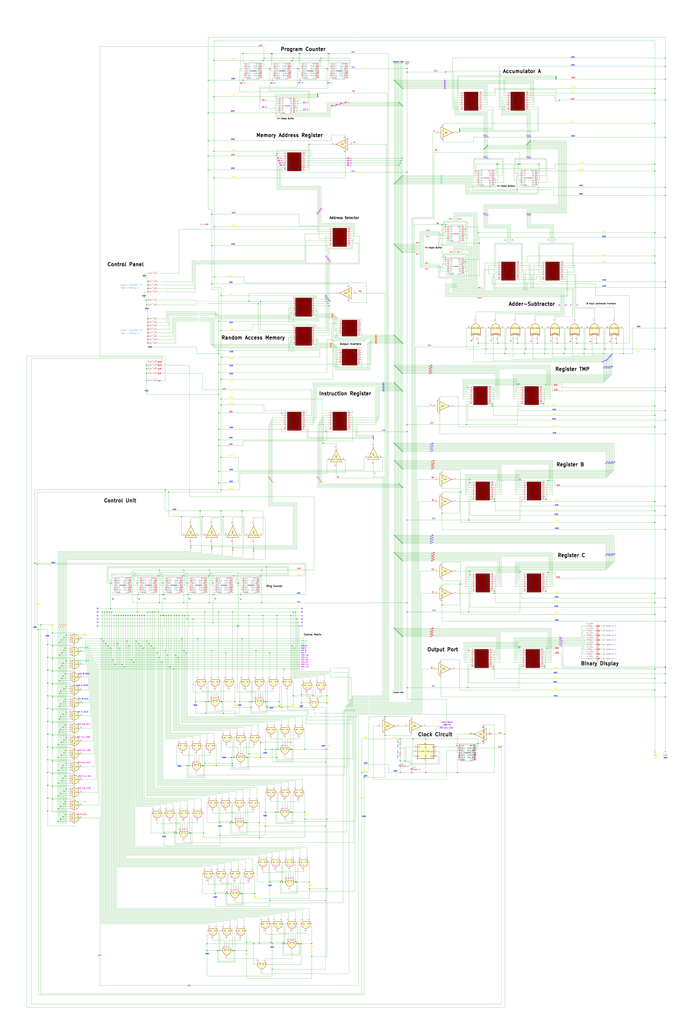
<source format=kicad_sch>
(kicad_sch (version 20231120) (generator "eeschema") (generator_version "8.0")
  (paper "User" 762 1117.6)
  (lib_symbols
    (symbol "4072_1" (pin_names (offset 1.016))
      (symbol "4072_1_1_1"
        (pin output line (at -1.27 -6.35 90) (length 2.54) (name "GND") (number "1"))
        (pin output line (at -1.27 6.35 270) (length 2.54) (name "PWR") (number "1"))
        (pin output line (at 7.62 0 180) (length 3.81) (name "~") (number "1"))
        (pin input line (at -7.62 3.81 0) (length 3.81) (name "~") (number "2"))
        (pin input line (at -7.62 1.27 0) (length 4.826) (name "~") (number "3"))
        (pin input line (at -7.62 -1.27 0) (length 4.826) (name "~") (number "4"))
        (pin input line (at -7.62 -3.81 0) (length 3.81) (name "~") (number "5"))
      )
      (symbol "4072_1_1_2"
        (pin output inverted (at 7.62 0 180) (length 3.81) (name "~") (number "1"))
        (pin input inverted (at -7.62 3.81 0) (length 3.81) (name "~") (number "2"))
        (pin input inverted (at -7.62 1.27 0) (length 3.81) (name "~") (number "3"))
        (pin input inverted (at -7.62 -1.27 0) (length 3.81) (name "~") (number "4"))
        (pin input inverted (at -7.62 -3.81 0) (length 3.81) (name "~") (number "5"))
      )
      (symbol "4072_1_2_1"
        (pin input line (at -7.62 1.27 0) (length 4.826) (name "~") (number "10"))
        (pin input line (at -7.62 -1.27 0) (length 4.826) (name "~") (number "11"))
        (pin input line (at -7.62 -3.81 0) (length 3.81) (name "~") (number "12"))
        (pin output line (at 7.62 0 180) (length 3.81) (name "~") (number "13"))
        (pin input line (at -7.62 3.81 0) (length 3.81) (name "~") (number "9"))
      )
      (symbol "4072_1_2_2"
        (pin input inverted (at -7.62 1.27 0) (length 3.81) (name "~") (number "10"))
        (pin input inverted (at -7.62 -1.27 0) (length 3.81) (name "~") (number "11"))
        (pin input inverted (at -7.62 -3.81 0) (length 3.81) (name "~") (number "12"))
        (pin output inverted (at 7.62 0 180) (length 3.81) (name "~") (number "13"))
        (pin input inverted (at -7.62 3.81 0) (length 3.81) (name "~") (number "9"))
      )
      (symbol "4072_1_3_0"
        (pin power_in line (at 0 12.7 270) (length 5.08) (name "VDD") (number "14"))
        (pin power_in line (at 0 -12.7 90) (length 5.08) (name "VSS") (number "7"))
      )
    )
    (symbol "4072_2" (pin_names (offset 1.016))
      (symbol "4072_2_1_1"
        (pin output line (at -1.27 -6.35 90) (length 2.54) (name "GND") (number "1"))
        (pin output line (at -1.27 6.35 270) (length 2.54) (name "PWR") (number "1"))
        (pin output line (at 7.62 0 180) (length 3.81) (name "~") (number "1"))
        (pin input line (at -7.62 3.81 0) (length 3.81) (name "~") (number "2"))
        (pin input line (at -7.62 -3.81 0) (length 3.81) (name "~") (number "5"))
      )
      (symbol "4072_2_1_2"
        (pin output inverted (at 7.62 0 180) (length 3.81) (name "~") (number "1"))
        (pin input inverted (at -7.62 3.81 0) (length 3.81) (name "~") (number "2"))
        (pin input inverted (at -7.62 1.27 0) (length 3.81) (name "~") (number "3"))
        (pin input inverted (at -7.62 -1.27 0) (length 3.81) (name "~") (number "4"))
        (pin input inverted (at -7.62 -3.81 0) (length 3.81) (name "~") (number "5"))
      )
      (symbol "4072_2_2_1"
        (pin input line (at -7.62 1.27 0) (length 4.826) (name "~") (number "10"))
        (pin input line (at -7.62 -1.27 0) (length 4.826) (name "~") (number "11"))
        (pin input line (at -7.62 -3.81 0) (length 3.81) (name "~") (number "12"))
        (pin output line (at 7.62 0 180) (length 3.81) (name "~") (number "13"))
        (pin input line (at -7.62 3.81 0) (length 3.81) (name "~") (number "9"))
      )
      (symbol "4072_2_2_2"
        (pin input inverted (at -7.62 1.27 0) (length 3.81) (name "~") (number "10"))
        (pin input inverted (at -7.62 -1.27 0) (length 3.81) (name "~") (number "11"))
        (pin input inverted (at -7.62 -3.81 0) (length 3.81) (name "~") (number "12"))
        (pin output inverted (at 7.62 0 180) (length 3.81) (name "~") (number "13"))
        (pin input inverted (at -7.62 3.81 0) (length 3.81) (name "~") (number "9"))
      )
      (symbol "4072_2_3_0"
        (pin power_in line (at 0 12.7 270) (length 5.08) (name "VDD") (number "14"))
        (pin power_in line (at 0 -12.7 90) (length 5.08) (name "VSS") (number "7"))
      )
    )
    (symbol "4072_3" (pin_names (offset 1.016))
      (symbol "4072_3_1_1"
        (pin output line (at -1.27 -6.35 90) (length 2.54) (name "GND") (number "1"))
        (pin output line (at -1.27 6.35 270) (length 2.54) (name "PWR") (number "1"))
        (pin output line (at 7.62 0 180) (length 3.81) (name "~") (number "1"))
        (pin input line (at -7.62 2.54 0) (length 4.826) (name "~") (number "2"))
        (pin input line (at -7.62 0 0) (length 4.826) (name "~") (number "4"))
        (pin input line (at -7.62 -2.54 0) (length 4.826) (name "~") (number "5"))
      )
      (symbol "4072_3_1_2"
        (pin output inverted (at 7.62 0 180) (length 3.81) (name "~") (number "1"))
        (pin input inverted (at -7.62 3.81 0) (length 3.81) (name "~") (number "2"))
        (pin input inverted (at -7.62 1.27 0) (length 3.81) (name "~") (number "3"))
        (pin input inverted (at -7.62 -1.27 0) (length 3.81) (name "~") (number "4"))
        (pin input inverted (at -7.62 -3.81 0) (length 3.81) (name "~") (number "5"))
      )
      (symbol "4072_3_2_1"
        (pin input line (at -7.62 1.27 0) (length 4.826) (name "~") (number "10"))
        (pin input line (at -7.62 -1.27 0) (length 4.826) (name "~") (number "11"))
        (pin input line (at -7.62 -3.81 0) (length 3.81) (name "~") (number "12"))
        (pin output line (at 7.62 0 180) (length 3.81) (name "~") (number "13"))
        (pin input line (at -7.62 3.81 0) (length 3.81) (name "~") (number "9"))
      )
      (symbol "4072_3_2_2"
        (pin input inverted (at -7.62 1.27 0) (length 3.81) (name "~") (number "10"))
        (pin input inverted (at -7.62 -1.27 0) (length 3.81) (name "~") (number "11"))
        (pin input inverted (at -7.62 -3.81 0) (length 3.81) (name "~") (number "12"))
        (pin output inverted (at 7.62 0 180) (length 3.81) (name "~") (number "13"))
        (pin input inverted (at -7.62 3.81 0) (length 3.81) (name "~") (number "9"))
      )
      (symbol "4072_3_3_0"
        (pin power_in line (at 0 12.7 270) (length 5.08) (name "VDD") (number "14"))
        (pin power_in line (at 0 -12.7 90) (length 5.08) (name "VSS") (number "7"))
      )
    )
    (symbol "74LS107_1"
      (property "Value" "~" (at 0 0 0))
      (symbol "74LS107_1_1_1"
        (text_box "74LS107" (at -6.35 -1.27 0) (size 13.97 -17.78) (fill (type color)) (effects (font (size 1.016 1.016) (bold yes))))
        (pin input line (at -8.89 -2.54 0) (length 2.54) (name "J_1") (number "1"))
        (pin no_connect inverted (at 10.16 -12.7 180) (length 2.54) (name "`CLR_2") (number "10"))
        (pin no_connect line (at 10.16 -10.16 180) (length 2.54) (name "K_2") (number "11"))
        (pin input clock (at 10.16 -7.62 180) (length 2.54) (name "CLK_1") (number "12"))
        (pin input inverted (at 10.16 -5.08 180) (length 2.54) (name "`CLR_1") (number "13"))
        (pin power_in line (at 10.16 -2.54 180) (length 2.54) (name "VCC") (number "14"))
        (pin no_connect line (at -8.89 -5.08 0) (length 2.54) (name "`Q_1") (number "2"))
        (pin output line (at -8.89 -7.62 0) (length 2.54) (name "Q_1") (number "3"))
        (pin input line (at -8.89 -10.16 0) (length 2.54) (name "K_1") (number "4"))
        (pin no_connect line (at -8.89 -12.7 0) (length 2.54) (name "Q_2") (number "5"))
        (pin no_connect line (at -8.89 -15.24 0) (length 2.54) (name "`Q_2") (number "6"))
        (pin power_in line (at -8.89 -17.78 0) (length 2.54) (name "GND") (number "7"))
        (pin no_connect line (at 10.16 -17.78 180) (length 2.54) (name "J_2") (number "8"))
        (pin no_connect clock (at 10.16 -15.24 180) (length 2.54) (name "CLK_2") (number "9"))
      )
    )
    (symbol "74LS107_2"
      (property "Value" "~" (at 0 0 0))
      (symbol "74LS107_2_1_1"
        (text_box "74LS107" (at -6.35 -1.27 0) (size 13.97 -17.78) (fill (type color)) (effects (font (size 1.016 1.016) (bold yes))))
        (pin input line (at -8.89 -2.54 0) (length 2.54) (name "J_1") (number "1"))
        (pin no_connect inverted (at 10.16 -12.7 180) (length 2.54) (name "`CLR_2") (number "10"))
        (pin no_connect line (at 10.16 -10.16 180) (length 2.54) (name "K_2") (number "11"))
        (pin input clock (at 10.16 -7.62 180) (length 2.54) (name "CLK_1") (number "12"))
        (pin input inverted (at 10.16 -5.08 180) (length 2.54) (name "`CLR_1") (number "13"))
        (pin power_in line (at 10.16 -2.54 180) (length 2.54) (name "VCC") (number "14"))
        (pin input inverted (at -8.89 -5.08 0) (length 2.54) (name "`Q_1") (number "2"))
        (pin output line (at -8.89 -7.62 0) (length 2.54) (name "Q_1") (number "3"))
        (pin input line (at -8.89 -10.16 0) (length 2.54) (name "K_1") (number "4"))
        (pin no_connect line (at -8.89 -12.7 0) (length 2.54) (name "Q_2") (number "5"))
        (pin no_connect line (at -8.89 -15.24 0) (length 2.54) (name "`Q_2") (number "6"))
        (pin power_in line (at -8.89 -17.78 0) (length 2.54) (name "GND") (number "7"))
        (pin no_connect line (at 10.16 -17.78 180) (length 2.54) (name "J_2") (number "8"))
        (pin no_connect clock (at 10.16 -15.24 180) (length 2.54) (name "CLK_2") (number "9"))
      )
    )
    (symbol "74LS107_3"
      (property "Value" "~" (at 0 0 0))
      (symbol "74LS107_3_1_1"
        (text_box "74LS107" (at -6.35 -1.27 0) (size 13.97 -17.78) (fill (type color)) (effects (font (size 1.016 1.016) (bold yes))))
        (pin input line (at -8.89 -2.54 0) (length 2.54) (name "J_1") (number "1"))
        (pin no_connect inverted (at 10.16 -12.7 180) (length 2.54) (name "`CLR_2") (number "10"))
        (pin no_connect line (at 10.16 -10.16 180) (length 2.54) (name "K_2") (number "11"))
        (pin input clock (at 10.16 -7.62 180) (length 2.54) (name "CLK_1") (number "12"))
        (pin input inverted (at 10.16 -5.08 180) (length 2.54) (name "`CLR_1") (number "13"))
        (pin power_in line (at 10.16 -2.54 180) (length 2.54) (name "VCC") (number "14"))
        (pin no_connect line (at -8.89 -5.08 0) (length 2.54) (name "`Q_1") (number "2"))
        (pin output line (at -8.89 -7.62 0) (length 2.54) (name "Q_1") (number "3"))
        (pin input line (at -8.89 -10.16 0) (length 2.54) (name "K_1") (number "4"))
        (pin no_connect line (at -8.89 -12.7 0) (length 2.54) (name "Q_2") (number "5"))
        (pin no_connect line (at -8.89 -15.24 0) (length 2.54) (name "`Q_2") (number "6"))
        (pin power_in line (at -8.89 -17.78 0) (length 2.54) (name "GND") (number "7"))
        (pin no_connect line (at 10.16 -17.78 180) (length 2.54) (name "J_2") (number "8"))
        (pin no_connect clock (at 10.16 -15.24 180) (length 2.54) (name "CLK_2") (number "9"))
      )
    )
    (symbol "74LS173_1" (pin_names (offset 1.016))
      (symbol "74LS173_1_1_0"
        (pin input inverted (at -12.7 15.24 0) (length 5.08) (name "M") (number "1"))
        (pin input inverted (at 12.7 0 180) (length 5.08) (name "`G2") (number "10"))
        (pin input line (at 12.7 2.54 180) (length 5.08) (name "D4") (number "11"))
        (pin input line (at 12.7 5.08 180) (length 5.08) (name "D3") (number "12"))
        (pin input line (at 12.7 7.62 180) (length 5.08) (name "D2") (number "13"))
        (pin input line (at 12.7502 10.1573 180) (length 5.08) (name "D1") (number "14"))
        (pin input line (at 12.7 12.7 180) (length 5.08) (name "CLR") (number "15"))
        (pin power_in line (at 12.7 15.24 180) (length 5.08) (name "VCC") (number "16"))
        (pin input inverted (at -12.7 12.7 0) (length 5.08) (name "N") (number "2"))
        (pin input line (at -12.7 10.16 0) (length 5.08) (name "Q1") (number "3"))
        (pin input line (at -12.7 7.62 0) (length 5.08) (name "Q2") (number "4"))
        (pin input line (at -12.7 5.08 0) (length 5.08) (name "Q3") (number "5"))
        (pin input line (at -12.7 2.54 0) (length 5.08) (name "Q4") (number "6"))
        (pin input clock (at -12.7 0 0) (length 5.08) (name "CLK") (number "7"))
        (pin power_in line (at -12.7 -2.54 0) (length 5.08) (name "GND") (number "8"))
        (pin input inverted (at 12.7 -2.54 180) (length 5.08) (name "`G1") (number "9"))
      )
      (symbol "74LS173_1_1_1"
        (text_box "74LS173" (at -7.62 16.51 0) (size 15.24 -20.32) (fill (type outline)) (effects (font (size 1.016 1.016))))
      )
    )
    (symbol "74LS173_2" (pin_names (offset 1.016))
      (symbol "74LS173_2_1_0"
        (pin input inverted (at -12.7 15.24 0) (length 5.08) (name "M") (number "1"))
        (pin input inverted (at 12.7 0 180) (length 5.08) (name "`G2") (number "10"))
        (pin input line (at 12.7 2.54 180) (length 5.08) (name "D4") (number "11"))
        (pin input line (at 12.7 5.08 180) (length 5.08) (name "D3") (number "12"))
        (pin input line (at 12.7 7.62 180) (length 5.08) (name "D2") (number "13"))
        (pin input line (at 12.7 10.16 180) (length 5.08) (name "D1") (number "14"))
        (pin input line (at 12.7 12.7 180) (length 5.08) (name "CLR") (number "15"))
        (pin power_in line (at 12.7 15.24 180) (length 5.08) (name "VCC") (number "16"))
        (pin input inverted (at -12.7 12.7 0) (length 5.08) (name "N") (number "2"))
        (pin input line (at -12.7 10.16 0) (length 5.08) (name "Q1") (number "3"))
        (pin input line (at -12.7 7.62 0) (length 5.08) (name "Q2") (number "4"))
        (pin input line (at -12.7 5.08 0) (length 5.08) (name "Q3") (number "5"))
        (pin input line (at -12.7 2.54 0) (length 5.08) (name "Q4") (number "6"))
        (pin input clock (at -12.7 0 0) (length 5.08) (name "CLK") (number "7"))
        (pin power_in line (at -12.7 -2.54 0) (length 5.08) (name "GND") (number "8"))
        (pin input inverted (at 12.7 -2.54 180) (length 5.08) (name "`G1") (number "9"))
      )
      (symbol "74LS173_2_1_1"
        (text_box "74LS173" (at -7.62 16.51 0) (size 15.24 -20.32) (fill (type outline)) (effects (font (size 1.016 1.016))))
      )
    )
    (symbol "74LS173_3" (pin_names (offset 1.016))
      (symbol "74LS173_3_1_0"
        (pin input inverted (at -12.7 15.24 0) (length 5.08) (name "M") (number "1"))
        (pin input inverted (at 12.7 0 180) (length 5.08) (name "`G2") (number "10"))
        (pin input line (at 12.7 2.54 180) (length 5.08) (name "D4") (number "11"))
        (pin input line (at 12.7 5.08 180) (length 5.08) (name "D3") (number "12"))
        (pin input line (at 12.7 7.62 180) (length 5.08) (name "D2") (number "13"))
        (pin input line (at 12.7 10.16 180) (length 5.08) (name "D1") (number "14"))
        (pin input line (at 12.7 12.7 180) (length 5.08) (name "CLR") (number "15"))
        (pin power_in line (at 12.7 15.24 180) (length 5.08) (name "VCC") (number "16"))
        (pin input inverted (at -12.7 12.7 0) (length 5.08) (name "N") (number "2"))
        (pin input line (at -12.7 10.16 0) (length 5.08) (name "Q1") (number "3"))
        (pin input line (at -12.7 7.62 0) (length 5.08) (name "Q2") (number "4"))
        (pin input line (at -12.7 5.08 0) (length 5.08) (name "Q3") (number "5"))
        (pin input line (at -12.7 2.54 0) (length 5.08) (name "Q4") (number "6"))
        (pin input clock (at -12.7 0 0) (length 5.08) (name "CLK") (number "7"))
        (pin power_in line (at -12.7 -2.54 0) (length 5.08) (name "GND") (number "8"))
        (pin input inverted (at 12.7 -2.54 180) (length 5.08) (name "`G1") (number "9"))
      )
      (symbol "74LS173_3_1_1"
        (text_box "74LS173" (at -7.62 16.51 0) (size 15.24 -20.32) (fill (type outline)) (effects (font (size 1.016 1.016))))
      )
    )
    (symbol "74LS21_1" (pin_names (offset 1.016))
      (property "Value" "74LS21" (at 0 0 0))
      (symbol "74LS21_1_1_1"
        (pin input line (at -7.62 3.81 0) (length 3.81) (name "~") (number "1"))
        (pin input line (at -1.27 -6.35 90) (length 1.905) (name "GND") (number "2"))
        (pin input line (at -1.27 6.35 270) (length 1.905) (name "PWR") (number "2"))
        (pin input line (at -7.62 1.27 0) (length 3.81) (name "~") (number "2"))
        (pin input line (at -7.62 -1.27 0) (length 3.81) (name "~") (number "3"))
        (pin input line (at -7.62 -3.81 0) (length 3.81) (name "~") (number "4"))
        (pin output line (at 7.62 0 180) (length 3.81) (name "~") (number "5"))
      )
      (symbol "74LS21_1_1_2"
        (pin input inverted (at -7.62 3.81 0) (length 3.81) (name "~") (number "1"))
        (pin input inverted (at -7.62 1.27 0) (length 4.826) (name "~") (number "2"))
        (pin input inverted (at -7.62 -1.27 0) (length 4.826) (name "~") (number "4"))
        (pin input inverted (at -7.62 -3.81 0) (length 3.81) (name "~") (number "5"))
        (pin output inverted (at 7.62 0 180) (length 3.81) (name "~") (number "6"))
      )
      (symbol "74LS21_1_2_1"
        (pin input line (at -7.62 1.27 0) (length 3.81) (name "~") (number "10"))
        (pin input line (at -7.62 -1.27 0) (length 3.81) (name "~") (number "12"))
        (pin input line (at -7.62 -3.81 0) (length 3.81) (name "~") (number "13"))
        (pin output line (at 7.62 0 180) (length 3.81) (name "~") (number "8"))
        (pin input line (at -7.62 3.81 0) (length 3.81) (name "~") (number "9"))
      )
      (symbol "74LS21_1_2_2"
        (pin input inverted (at -7.62 1.27 0) (length 4.826) (name "~") (number "10"))
        (pin input inverted (at -7.62 -1.27 0) (length 4.826) (name "~") (number "12"))
        (pin input inverted (at -7.62 -3.81 0) (length 3.81) (name "~") (number "13"))
        (pin output inverted (at 7.62 0 180) (length 3.81) (name "~") (number "8"))
        (pin input inverted (at -7.62 3.81 0) (length 3.81) (name "~") (number "9"))
      )
      (symbol "74LS21_1_3_0"
        (pin power_in line (at 0 12.7 270) (length 5.08) (name "VCC") (number "14"))
        (pin power_in line (at 0 -12.7 90) (length 5.08) (name "GND") (number "7"))
      )
    )
    (symbol "74LS21_2" (pin_names (offset 1.016))
      (property "Value" "74LS21" (at 0 0 0))
      (symbol "74LS21_2_1_1"
        (pin input line (at -7.62 3.81 0) (length 3.81) (name "~") (number "1"))
        (pin input line (at -1.27 -6.35 90) (length 1.905) (name "GND") (number "2"))
        (pin input line (at -1.27 6.35 270) (length 1.905) (name "PWR") (number "2"))
        (pin input line (at -7.62 -3.81 0) (length 3.81) (name "~") (number "4"))
        (pin output line (at 7.62 0 180) (length 3.81) (name "~") (number "5"))
      )
      (symbol "74LS21_2_1_2"
        (pin input inverted (at -7.62 3.81 0) (length 3.81) (name "~") (number "1"))
        (pin input inverted (at -7.62 1.27 0) (length 4.826) (name "~") (number "2"))
        (pin input inverted (at -7.62 -1.27 0) (length 4.826) (name "~") (number "4"))
        (pin input inverted (at -7.62 -3.81 0) (length 3.81) (name "~") (number "5"))
        (pin output inverted (at 7.62 0 180) (length 3.81) (name "~") (number "6"))
      )
      (symbol "74LS21_2_2_1"
        (pin input line (at -7.62 1.27 0) (length 3.81) (name "~") (number "10"))
        (pin input line (at -7.62 -1.27 0) (length 3.81) (name "~") (number "12"))
        (pin input line (at -7.62 -3.81 0) (length 3.81) (name "~") (number "13"))
        (pin output line (at 7.62 0 180) (length 3.81) (name "~") (number "8"))
        (pin input line (at -7.62 3.81 0) (length 3.81) (name "~") (number "9"))
      )
      (symbol "74LS21_2_2_2"
        (pin input inverted (at -7.62 1.27 0) (length 4.826) (name "~") (number "10"))
        (pin input inverted (at -7.62 -1.27 0) (length 4.826) (name "~") (number "12"))
        (pin input inverted (at -7.62 -3.81 0) (length 3.81) (name "~") (number "13"))
        (pin output inverted (at 7.62 0 180) (length 3.81) (name "~") (number "8"))
        (pin input inverted (at -7.62 3.81 0) (length 3.81) (name "~") (number "9"))
      )
      (symbol "74LS21_2_3_0"
        (pin power_in line (at 0 12.7 270) (length 5.08) (name "VCC") (number "14"))
        (pin power_in line (at 0 -12.7 90) (length 5.08) (name "GND") (number "7"))
      )
    )
    (symbol "74LS21_3" (pin_names (offset 1.016))
      (symbol "74LS21_3_1_1"
        (pin input line (at -7.62 3.81 0) (length 3.81) (name "~") (number "1"))
        (pin input line (at -1.27 -6.35 90) (length 1.905) (name "GND") (number "2"))
        (pin input line (at -1.27 6.35 270) (length 1.905) (name "PWR") (number "2"))
        (pin input line (at -7.62 -3.81 0) (length 3.81) (name "~") (number "4"))
        (pin output line (at 7.62 0 180) (length 3.81) (name "~") (number "5"))
      )
      (symbol "74LS21_3_1_2"
        (pin input inverted (at -7.62 3.81 0) (length 3.81) (name "~") (number "1"))
        (pin input inverted (at -7.62 1.27 0) (length 4.826) (name "~") (number "2"))
        (pin input inverted (at -7.62 -1.27 0) (length 4.826) (name "~") (number "4"))
        (pin input inverted (at -7.62 -3.81 0) (length 3.81) (name "~") (number "5"))
        (pin output inverted (at 7.62 0 180) (length 3.81) (name "~") (number "6"))
      )
      (symbol "74LS21_3_2_1"
        (pin input line (at -7.62 1.27 0) (length 3.81) (name "~") (number "10"))
        (pin input line (at -7.62 -1.27 0) (length 3.81) (name "~") (number "12"))
        (pin input line (at -7.62 -3.81 0) (length 3.81) (name "~") (number "13"))
        (pin output line (at 7.62 0 180) (length 3.81) (name "~") (number "8"))
        (pin input line (at -7.62 3.81 0) (length 3.81) (name "~") (number "9"))
      )
      (symbol "74LS21_3_2_2"
        (pin input inverted (at -7.62 1.27 0) (length 4.826) (name "~") (number "10"))
        (pin input inverted (at -7.62 -1.27 0) (length 4.826) (name "~") (number "12"))
        (pin input inverted (at -7.62 -3.81 0) (length 3.81) (name "~") (number "13"))
        (pin output inverted (at 7.62 0 180) (length 3.81) (name "~") (number "8"))
        (pin input inverted (at -7.62 3.81 0) (length 3.81) (name "~") (number "9"))
      )
      (symbol "74LS21_3_3_0"
        (pin power_in line (at 0 12.7 270) (length 5.08) (name "VCC") (number "14"))
        (pin power_in line (at 0 -12.7 90) (length 5.08) (name "GND") (number "7"))
      )
    )
    (symbol "74LS83_1" (pin_names (offset 1.016))
      (symbol "74LS83_1_1_0"
        (pin input line (at -12.7 13.97 0) (length 5.08) (name "Σ2") (number "1"))
        (pin input line (at 12.7 -1.27 180) (length 5.08) (name "Σ4") (number "10"))
        (pin input line (at 12.7 1.27 180) (length 5.08) (name "B4") (number "11"))
        (pin input line (at 12.7 3.81 180) (length 5.08) (name "A4") (number "12"))
        (pin input line (at 12.7 6.35 180) (length 5.08) (name "Σ3") (number "13"))
        (pin input line (at 12.7 8.89 180) (length 5.08) (name "A3") (number "14"))
        (pin input line (at 12.7 -3.81 180) (length 5.08) (name "C4") (number "14"))
        (pin input line (at 12.7 11.43 180) (length 5.08) (name "B3") (number "15"))
        (pin power_in line (at 12.7 13.97 180) (length 5.08) (name "VCC") (number "16"))
        (pin input line (at -12.7 11.43 0) (length 5.08) (name "B2") (number "2"))
        (pin input line (at -12.7 8.89 0) (length 5.08) (name "A2") (number "3"))
        (pin input line (at -12.7 6.35 0) (length 5.08) (name "Σ1") (number "4"))
        (pin input line (at -12.7 3.81 0) (length 5.08) (name "A1") (number "5"))
        (pin input line (at -12.7 1.27 0) (length 5.08) (name "B1") (number "6"))
        (pin input line (at -12.7 -1.27 0) (length 5.08) (name "C0") (number "7"))
        (pin power_in line (at -12.7 -3.81 0) (length 5.08) (name "GND") (number "8"))
      )
      (symbol "74LS83_1_1_1"
        (text_box "74LS83" (at -7.62 15.24 0) (size 15.24 -20.32) (fill (type outline)) (effects (font (size 1.27 1.27))))
      )
    )
    (symbol "74xGxx:74AHC1G04"
      (symbol "74AHC1G04_1_1"
        (text "NOT" (at -1.778 0 0) (effects (font (size 1.27 1.27))))
        (pin input line (at -15.24 0 0) (length 7.62) (name "~") (number "2"))
        (pin power_in line (at -5.08 -10.16 90) (length 5.08) (name "GND") (number "3"))
        (pin output inverted (at 12.7 0 180) (length 7.62) (name "~") (number "4"))
        (pin power_in line (at -5.08 10.16 270) (length 5.08) (name "VCC") (number "5"))
      )
    )
    (symbol "74xGxx:74AHC1G86"
      (property "Reference" "U25" (at 12.7 6.3186 0))
      (property "Value" "74AHC1G86" (at 12.7 3.7786 0))
      (symbol "74AHC1G86_1_1"
        (pin input line (at -15.24 2.54 0) (length 7.62) (name "~") (number "1"))
        (pin input line (at -15.24 -2.54 0) (length 7.62) (name "~") (number "2"))
        (pin power_in line (at 0 -10.16 90) (length 5.08) (name "GND") (number "3"))
        (pin output line (at 12.7 0 180) (length 7.62) (name "~") (number "4"))
        (pin power_in line (at 0 10.16 270) (length 5.08) (name "VCC") (number "5"))
      )
    )
    (symbol "74xx:74AHC04"
      (symbol "74AHC04_1_0"
        (pin input line (at 21.59 -1.27 0) (length 3.81) (name "A1") (number "1"))
        (pin no_connect inverted (at 45.72 -11.43 180) (length 3.81) (name "Y5") (number "10"))
        (pin no_connect line (at 45.72 -8.89 180) (length 3.81) (name "A5") (number "11"))
        (pin no_connect inverted (at 45.72 -6.35 180) (length 3.81) (name "Y6") (number "12"))
        (pin no_connect line (at 45.72 -3.81 180) (length 3.81) (name "A6") (number "13"))
        (pin power_in line (at 45.72 -1.27 180) (length 3.81) (name "VCC") (number "14"))
        (pin input inverted (at 21.59 -3.81 0) (length 3.81) (name "Y1") (number "2"))
        (pin input line (at 21.59 -6.35 0) (length 3.81) (name "A2") (number "3"))
        (pin input inverted (at 21.59 -8.89 0) (length 3.81) (name "Y2") (number "4"))
        (pin input line (at 21.59 -11.43 0) (length 3.81) (name "A3") (number "5"))
        (pin input inverted (at 21.59 -13.97 0) (length 3.81) (name "Y3") (number "6"))
        (pin power_in line (at 21.59 -16.51 0) (length 3.81) (name "GND") (number "7"))
        (pin input inverted (at 45.72 -16.51 180) (length 3.81) (name "Y4") (number "8"))
        (pin input line (at 45.72 -13.97 180) (length 3.81) (name "A4") (number "9"))
      )
      (symbol "74AHC04_1_1"
        (text_box "74LS04" (at 25.4 0 0) (size 16.51 -17.78) (fill (type outline)) (effects (font (size 1.27 1.27))))
      )
      (symbol "74AHC04_2_0"
        (pin input line (at -7.62 0 0) (length 3.81) (name "~") (number "3"))
        (pin output inverted (at 7.62 0 180) (length 3.81) (name "~") (number "4"))
      )
      (symbol "74AHC04_3_0"
        (pin input line (at -7.62 0 0) (length 3.81) (name "~") (number "5"))
        (pin output inverted (at 7.62 0 180) (length 3.81) (name "~") (number "6"))
      )
      (symbol "74AHC04_4_0"
        (pin output inverted (at 7.62 0 180) (length 3.81) (name "~") (number "8"))
        (pin input line (at -7.62 0 0) (length 3.81) (name "~") (number "9"))
      )
      (symbol "74AHC04_5_0"
        (pin output inverted (at 7.62 0 180) (length 3.81) (name "~") (number "10"))
        (pin input line (at -7.62 0 0) (length 3.81) (name "~") (number "11"))
      )
      (symbol "74AHC04_6_0"
        (pin output inverted (at 7.62 0 180) (length 3.81) (name "~") (number "12"))
        (pin input line (at -7.62 0 0) (length 3.81) (name "~") (number "13"))
      )
      (symbol "74AHC04_7_0"
        (pin power_in line (at 0 12.7 270) (length 5.08) (name "VCC") (number "14"))
        (pin power_in line (at 0 -12.7 90) (length 5.08) (name "GND") (number "7"))
      )
    )
    (symbol "74xx:74LS126" (pin_names (offset 1.016))
      (property "Reference" "U6" (at -1.2701 5.08 90))
      (property "Value" "74LS126" (at 1.2699 5.08 90))
      (symbol "74LS126_1_1"
        (text_box "74LS126" (at -6.35 2.54 0) (size 13.97 -17.78) (fill (type color)) (effects (font (size 1.016 1.016))))
        (pin input line (at -8.89 1.27 0) (length 2.54) (name "1G") (number "1"))
        (pin input line (at 10.16 -8.89 180) (length 2.54) (name "3G") (number "10"))
        (pin input line (at 10.16 -6.35 180) (length 2.54) (name "4Y") (number "11"))
        (pin input line (at 10.16 -3.81 180) (length 2.54) (name "4A") (number "12"))
        (pin input line (at 10.16 -1.27 180) (length 2.54) (name "4G") (number "13"))
        (pin power_in line (at 10.16 1.27 180) (length 2.54) (name "VCC") (number "14"))
        (pin input line (at -8.89 -1.27 0) (length 2.54) (name "1A") (number "2"))
        (pin input line (at -8.89 -3.81 0) (length 2.54) (name "1Y") (number "3"))
        (pin input line (at -8.89 -6.35 0) (length 2.54) (name "2G") (number "4"))
        (pin input line (at -8.89 -8.89 0) (length 2.54) (name "2A") (number "5"))
        (pin input line (at -8.89 -11.43 0) (length 2.54) (name "2Y") (number "6"))
        (pin power_in line (at -8.89 -13.97 0) (length 2.54) (name "GND") (number "7"))
        (pin input line (at 10.16 -13.97 180) (length 2.54) (name "3Y") (number "8"))
        (pin input line (at 10.16 -11.43 180) (length 2.54) (name "3A") (number "9"))
      )
      (symbol "74LS126_2_0"
        (pin input line (at 0 -6.35 90) (length 4.445) (name "~") (number "4"))
        (pin input line (at -7.62 0 0) (length 3.81) (name "~") (number "5"))
        (pin tri_state line (at 7.62 0 180) (length 3.81) (name "~") (number "6"))
      )
      (symbol "74LS126_3_0"
        (pin input line (at 0 -6.35 90) (length 4.445) (name "~") (number "10"))
        (pin tri_state line (at 7.62 0 180) (length 3.81) (name "~") (number "8"))
        (pin input line (at -7.62 0 0) (length 3.81) (name "~") (number "9"))
      )
      (symbol "74LS126_4_0"
        (pin tri_state line (at 7.62 0 180) (length 3.81) (name "~") (number "11"))
        (pin input line (at -7.62 0 0) (length 3.81) (name "~") (number "12"))
        (pin input line (at 0 -6.35 90) (length 4.445) (name "~") (number "13"))
      )
      (symbol "74LS126_5_0"
        (pin power_in line (at 0 12.7 270) (length 5.08) (name "VCC") (number "14"))
        (pin power_in line (at 0 -12.7 90) (length 5.08) (name "GND") (number "7"))
      )
    )
    (symbol "74xx:74LS158" (pin_names (offset 1.016))
      (property "Reference" "U7" (at 1.016 20.32 0))
      (property "Value" "74LS158" (at 1.016 18.288 0))
      (symbol "74LS158_1_0"
        (pin input line (at -12.7 15.24 0) (length 5.08) (name "`A/B") (number "1"))
        (pin input line (at 12.7 0 180) (length 5.08) (name "3B") (number "10"))
        (pin input line (at 12.7 2.54 180) (length 5.08) (name "3A") (number "11"))
        (pin input line (at 12.7 5.08 180) (length 5.08) (name "Y4") (number "12"))
        (pin input line (at 12.7 7.62 180) (length 5.08) (name "B4") (number "13"))
        (pin input line (at 12.7 10.16 180) (length 5.08) (name "A4") (number "14"))
        (pin input inverted (at 12.7 12.7 180) (length 5.08) (name "`G") (number "15"))
        (pin power_in line (at 12.7 15.24 180) (length 5.08) (name "VCC") (number "16"))
        (pin input line (at -12.7 12.7 0) (length 5.08) (name "A1") (number "2"))
        (pin input line (at -12.7 10.16 0) (length 5.08) (name "B1") (number "3"))
        (pin input line (at -12.7 7.62 0) (length 5.08) (name "Y1") (number "4"))
        (pin input line (at -12.7 5.08 0) (length 5.08) (name "A2") (number "5"))
        (pin input line (at -12.7 2.54 0) (length 5.08) (name "B2") (number "6"))
        (pin input line (at -12.7 0 0) (length 5.08) (name "Y2") (number "7"))
        (pin power_in line (at -12.7 -2.54 0) (length 5.08) (name "GND") (number "8"))
        (pin input line (at 12.7 -2.54 180) (length 5.08) (name "Y3") (number "9"))
      )
      (symbol "74LS158_1_1"
        (text_box "74LS158" (at -7.62 16.51 0) (size 15.24 -20.32) (fill (type outline)) (effects (font (size 1.27 1.27))))
      )
    )
    (symbol "74xx:74LS83" (pin_names (offset 1.016))
      (symbol "74LS83_1_0"
        (pin input line (at -12.7 13.97 0) (length 5.08) (name "Σ2") (number "1"))
        (pin input line (at 12.7 -1.27 180) (length 5.08) (name "Σ4") (number "10"))
        (pin input line (at 12.7 1.27 180) (length 5.08) (name "B4") (number "11"))
        (pin input line (at 12.7 3.81 180) (length 5.08) (name "A4") (number "12"))
        (pin input line (at 12.7 6.35 180) (length 5.08) (name "Σ3") (number "13"))
        (pin input line (at 12.7 8.89 180) (length 5.08) (name "A3") (number "14"))
        (pin no_connect line (at 12.7 -3.81 180) (length 5.08) (name "C4") (number "14"))
        (pin input line (at 12.7 11.43 180) (length 5.08) (name "B3") (number "15"))
        (pin power_in line (at 12.7 13.97 180) (length 5.08) (name "VCC") (number "16"))
        (pin input line (at -12.7 11.43 0) (length 5.08) (name "B2") (number "2"))
        (pin input line (at -12.7 8.89 0) (length 5.08) (name "A2") (number "3"))
        (pin input line (at -12.7 6.35 0) (length 5.08) (name "Σ1") (number "4"))
        (pin input line (at -12.7 3.81 0) (length 5.08) (name "A1") (number "5"))
        (pin input line (at -12.7 1.27 0) (length 5.08) (name "B1") (number "6"))
        (pin input line (at -12.7 -1.27 0) (length 5.08) (name "C0") (number "7"))
        (pin power_in line (at -12.7 -3.81 0) (length 5.08) (name "GND") (number "8"))
      )
      (symbol "74LS83_1_1"
        (text_box "74LS83" (at -7.62 15.24 0) (size 15.24 -20.32) (fill (type outline)) (effects (font (size 1.27 1.27))))
      )
    )
    (symbol "C_Polarized_Small_US_1" (pin_numbers hide) (pin_names (offset 0.254) hide)
      (property "Reference" "C1" (at 1.27 1.778 0))
      (symbol "C_Polarized_Small_US_1_1_1"
        (text "0.01 uF" (at 5.842 -0.508 0) (effects (font (size 1.27 1.27))))
        (pin passive line (at 0 2.54 270) (length 2.032) (name "~") (number "1"))
        (pin passive line (at 0 -2.54 90) (length 2.032) (name "~") (number "2"))
      )
    )
    (symbol "Device:R_US" (pin_numbers hide) (pin_names (offset 0))
      (property "Reference" "R" (at 2.54 0 90))
      (property "Value" "R_US" (at -2.54 0 90))
      (symbol "R_US_1_1"
        (pin passive line (at 0 3.81 270) (length 1.27) (name "~") (number "1"))
        (pin passive line (at 0 -3.81 90) (length 1.27) (name "~") (number "2"))
      )
    )
    (symbol "ISOW7742_1"
      (symbol "ISOW7742_1_1_1"
        (text_box "74189" (at -12.7 12.7 0) (size 17.78 -20.32) (fill (type outline)) (effects (font (size 1.27 1.27))))
        (pin input line (at -15.24 11.43 0) (length 2.54) (name "A0") (number "1"))
        (pin input line (at 7.62 -3.81 180) (length 2.54) (name "D3") (number "10"))
        (pin input inverted (at 7.62 -1.27 180) (length 2.54) (name "S4") (number "11"))
        (pin input line (at 7.62 1.27 180) (length 2.54) (name "D4") (number "12"))
        (pin input line (at 7.62 3.81 180) (length 2.54) (name "A3") (number "13"))
        (pin input line (at 7.62 6.35 180) (length 2.54) (name "A2") (number "14"))
        (pin input line (at 7.62 8.89 180) (length 2.54) (name "A1") (number "15"))
        (pin power_in line (at 7.62 11.43 180) (length 2.54) (name "VCC") (number "16"))
        (pin input inverted (at -15.24 8.89 0) (length 2.54) (name "ME") (number "2"))
        (pin input inverted (at -15.24 6.35 0) (length 2.54) (name "WE") (number "3"))
        (pin input line (at -15.24 3.81 0) (length 2.54) (name "D1") (number "4"))
        (pin input inverted (at -15.24 1.27 0) (length 2.54) (name "S1") (number "5"))
        (pin input line (at -15.24 -1.27 0) (length 2.54) (name "D2") (number "6"))
        (pin input inverted (at -15.24 -3.81 0) (length 2.54) (name "S2") (number "7"))
        (pin power_in line (at -15.24 -6.35 0) (length 2.54) (name "GND") (number "8"))
        (pin input inverted (at 7.62 -6.35 180) (length 2.54) (name "S3") (number "9"))
      )
    )
    (symbol "ISOW7742_2"
      (symbol "ISOW7742_2_1_1"
        (text_box "74189" (at -12.7 12.7 0) (size 17.78 -20.32) (fill (type outline)) (effects (font (size 1.27 1.27))))
        (pin input line (at -15.24 11.43 0) (length 2.54) (name "A0") (number "1"))
        (pin input line (at 7.62 -3.81 180) (length 2.54) (name "D3") (number "10"))
        (pin input inverted (at 7.62 -1.27 180) (length 2.54) (name "S4") (number "11"))
        (pin input line (at 7.62 1.27 180) (length 2.54) (name "D4") (number "12"))
        (pin input line (at 7.62 3.81 180) (length 2.54) (name "A3") (number "13"))
        (pin input line (at 7.62 6.35 180) (length 2.54) (name "A2") (number "14"))
        (pin input line (at 7.62 8.89 180) (length 2.54) (name "A1") (number "15"))
        (pin power_in line (at 7.62 11.43 180) (length 2.54) (name "VCC") (number "16"))
        (pin input inverted (at -15.24 8.89 0) (length 2.54) (name "ME") (number "2"))
        (pin input inverted (at -15.24 6.35 0) (length 2.54) (name "WE") (number "3"))
        (pin input line (at -15.24 3.81 0) (length 2.54) (name "D1") (number "4"))
        (pin input inverted (at -15.24 1.27 0) (length 2.54) (name "S1") (number "5"))
        (pin input line (at -15.24 -1.27 0) (length 2.54) (name "D2") (number "6"))
        (pin input inverted (at -15.24 -3.81 0) (length 2.54) (name "S2") (number "7"))
        (pin power_in line (at -15.24 -6.35 0) (length 2.54) (name "GND") (number "8"))
        (pin input inverted (at 7.62 -6.35 180) (length 2.54) (name "S3") (number "9"))
      )
    )
    (symbol "LED:CQY99" (pin_numbers hide) (pin_names (offset 1.016) hide)
      (property "Reference" "D" (at 0.508 1.778 0))
      (property "Value" "CQY99" (at -1.016 -2.794 0))
      (symbol "CQY99_1_1"
        (pin passive line (at -5.08 0 0) (length 2.54) (name "K") (number "1"))
        (pin passive line (at 2.54 0 180) (length 2.54) (name "A") (number "2"))
      )
    )
    (symbol "Switch:SW_DPST_x2" (pin_names (offset 0) hide)
      (property "Reference" "SW" (at 0 3.175 0))
      (property "Value" "SW_DPST_x2" (at 0 -2.54 0))
      (symbol "SW_DPST_x2_1_1"
        (pin passive line (at -5.08 0 0) (length 2.54) (name "A") (number "1"))
        (pin passive line (at 5.08 0 180) (length 2.54) (name "B") (number "2"))
      )
      (symbol "SW_DPST_x2_2_1"
        (pin passive line (at -5.08 0 0) (length 2.54) (name "A") (number "3"))
        (pin passive line (at 5.08 0 180) (length 2.54) (name "B") (number "4"))
      )
    )
    (symbol "Timer:ICM7555xB"
      (property "Reference" "U" (at -10.16 8.89 0))
      (property "Value" "ICM7555xB" (at 2.54 8.89 0))
      (symbol "ICM7555xB_0_0"
        (pin power_in line (at 0 -10.16 90) (length 2.54) (name "GND") (number "1"))
        (pin power_in line (at 0 10.16 270) (length 2.54) (name "VCC") (number "8"))
      )
      (symbol "ICM7555xB_1_1"
        (pin input line (at -12.7 5.08 0) (length 3.81) (name "TR") (number "2"))
        (pin output line (at 12.7 5.08 180) (length 3.81) (name "Q") (number "3"))
        (pin input inverted (at -12.7 -5.08 0) (length 3.81) (name "R") (number "4"))
        (pin input line (at -12.7 0 0) (length 3.81) (name "CV") (number "5"))
        (pin input line (at 12.7 -5.08 180) (length 3.81) (name "THR") (number "6"))
        (pin input line (at 12.7 0 180) (length 3.81) (name "DIS") (number "7"))
      )
    )
    (symbol "power:+5V" (power) (pin_numbers hide) (pin_names (offset 0) hide)
      (property "Value" "+5V" (at 0 3.556 0))
      (symbol "+5V_1_1"
        (pin power_in line (at 0 0 90) (length 0) (name "~") (number "1"))
      )
    )
    (symbol "power:Earth" (power) (pin_numbers hide) (pin_names (offset 0) hide)
      (property "Value" "Earth" (at 0 -3.81 0))
      (symbol "Earth_1_1"
        (pin power_in line (at 0 0 270) (length 0) (name "~") (number "1"))
      )
    )
  )
  (junction (at 121.92 668.02))
  (junction (at 307.34 961.39))
  (junction (at 67.31 852.17))
  (junction (at 279.4 709.93))
  (junction (at 238.76 430.53))
  (junction (at 325.12 679.45))
  (junction (at 120.65 664.21))
  (junction (at 124.46 671.83))
  (junction (at 160.02 398.78))
  (junction (at 233.68 165.1))
  (junction (at 231.14 233.68))
  (junction (at 228.6 622.3))
  (junction (at 66.04 782.32))
  (junction (at 435.61 589.28))
  (junction (at 248.92 975.36))
  (junction (at 236.22 835.66))
  (junction (at 726.44 678.18))
  (junction (at 566.42 179.07))
  (junction (at 267.97 897.89))
  (junction (at 161.29 311.15))
  (junction (at 610.87 109.22))
  (junction (at 68.58 779.78))
  (junction (at 63.5 896.62))
  (junction (at 278.13 975.36))
  (junction (at 238.76 514.35))
  (junction (at 464.82 806.45))
  (junction (at 607.06 83.82))
  (junction (at 269.24 1028.7))
  (junction (at 438.15 274.32))
  (junction (at 140.97 704.85))
  (junction (at 163.83 668.02))
  (junction (at 438.15 406.4))
  (junction (at 67.31 810.26))
  (junction (at 241.3 435.61))
  (junction (at 241.3 765.81))
  (junction (at 438.15 610.87))
  (junction (at 320.04 63.5))
  (junction (at 237.49 1037.59))
  (junction (at 223.52 668.02))
  (junction (at 350.52 63.5))
  (junction (at 715.01 647.7))
  (junction (at 438.15 510.54))
  (junction (at 160.02 402.59))
  (junction (at 191.77 715.01))
  (junction (at 659.13 386.08))
  (junction (at 327.66 87.63))
  (junction (at 276.86 1029.97))
  (junction (at 596.9 707.39))
  (junction (at 172.72 668.02))
  (junction (at 240.03 1037.59))
  (junction (at 346.71 104.14))
  (junction (at 450.85 806.45))
  (junction (at 355.6 982.98))
  (junction (at 726.44 458.47))
  (junction (at 715.01 670.56))
  (junction (at 521.97 811.53))
  (junction (at 161.29 351.79))
  (junction (at 433.07 486.41))
  (junction (at 715.01 134.62))
  (junction (at 271.78 328.93))
  (junction (at 227.33 87.63))
  (junction (at 430.53 365.76))
  (junction (at 114.3 668.02))
  (junction (at 309.88 730.25))
  (junction (at 64.77 715.01))
  (junction (at 726.44 530.86))
  (junction (at 284.48 810.26))
  (junction (at 304.8 770.89))
  (junction (at 430.53 87.63))
  (junction (at 565.15 374.65))
  (junction (at 41.91 687.07))
  (junction (at 349.25 66.04))
  (junction (at 64.77 742.95))
  (junction (at 289.56 901.7))
  (junction (at 226.06 1029.97))
  (junction (at 430.53 398.78))
  (junction (at 715.01 753.11))
  (junction (at 433.07 401.32))
  (junction (at 501.65 140.97))
  (junction (at 133.35 725.17))
  (junction (at 52.07 871.22))
  (junction (at 715.01 254))
  (junction (at 63.5 868.68))
  (junction (at 204.47 636.27))
  (junction (at 539.75 544.83))
  (junction (at 213.36 765.81))
  (junction (at 356.87 328.93))
  (junction (at 68.58 737.87))
  (junction (at 173.99 657.86))
  (junction (at 238.76 382.27))
  (junction (at 608.33 374.65))
  (junction (at 57.15 830.58))
  (junction (at 439.42 115.57))
  (junction (at 436.88 372.11))
  (junction (at 434.34 487.68))
  (junction (at 543.56 179.07))
  (junction (at 231.14 596.9))
  (junction (at 66.04 754.38))
  (junction (at 726.44 213.36))
  (junction (at 726.44 63.5))
  (junction (at 167.64 707.39))
  (junction (at 356.87 894.08))
  (junction (at 651.51 374.65))
  (junction (at 715.01 557.53))
  (junction (at 161.29 367.03))
  (junction (at 116.84 668.02))
  (junction (at 149.86 671.83))
  (junction (at 262.89 648.97))
  (junction (at 340.36 1043.94))
  (junction (at 264.16 697.23))
  (junction (at 127 671.83))
  (junction (at 438.15 193.04))
  (junction (at 539.75 647.7))
  (junction (at 52.07 801.37))
  (junction (at 205.74 671.83))
  (junction (at 177.8 648.97))
  (junction (at 199.39 628.65))
  (junction (at 255.27 1037.59))
  (junction (at 64.77 728.98))
  (junction (at 238.76 668.02))
  (junction (at 309.88 1028.7))
  (junction (at 726.44 577.85))
  (junction (at 184.15 537.21))
  (junction (at 726.44 448.31))
  (junction (at 160.02 332.74))
  (junction (at 113.03 699.77))
  (junction (at 328.93 767.08))
  (junction (at 260.35 683.26))
  (junction (at 436.88 273.05))
  (junction (at 294.64 982.98))
  (junction (at 111.76 668.02))
  (junction (at 434.34 196.85))
  (junction (at 57.15 690.88))
  (junction (at 238.76 386.08))
  (junction (at 726.44 662.94))
  (junction (at 67.31 824.23))
  (junction (at 247.65 974.09))
  (junction (at 328.93 758.19))
  (junction (at 528.32 162.56))
  (junction (at 204.47 835.66))
  (junction (at 617.22 381))
  (junction (at 508 250.19))
  (junction (at 166.37 668.02))
  (junction (at 431.8 485.14))
  (junction (at 176.53 722.63))
  (junction (at 726.44 552.45))
  (junction (at 294.64 74.93))
  (junction (at 509.27 463.55))
  (junction (at 177.8 636.27))
  (junction (at 69.85 695.96))
  (junction (at 241.3 557.53))
  (junction (at 511.81 709.93))
  (junction (at 328.93 772.16))
  (junction (at 431.8 687.07))
  (junction (at 508 285.75))
  (junction (at 265.43 87.63))
  (junction (at 435.61 92.71))
  (junction (at 449.58 843.28))
  (junction (at 430.53 417.83))
  (junction (at 444.5 74.93))
  (junction (at 232.41 636.27))
  (junction (at 588.01 179.07))
  (junction (at 434.34 421.64))
  (junction (at 430.53 685.8))
  (junction (at 537.21 443.23))
  (junction (at 57.15 760.73))
  (junction (at 227.33 123.19))
  (junction (at 482.6 660.4))
  (junction (at 260.35 636.27))
  (junction (at 72.39 693.42))
  (junction (at 595.63 420.37))
  (junction (at 64.77 701.04))
  (junction (at 510.54 422.91))
  (junction (at 231.14 267.97))
  (junction (at 435.61 195.58))
  (junction (at 595.63 544.83))
  (junction (at 289.56 765.81))
  (junction (at 71.12 791.21))
  (junction (at 318.77 66.04))
  (junction (at 147.32 671.83))
  (junction (at 276.86 599.44))
  (junction (at 444.5 471.17))
  (junction (at 439.42 407.67))
  (junction (at 715.01 443.23))
  (junction (at 325.12 1029.97))
  (junction (at 317.5 810.26))
  (junction (at 66.04 796.29))
  (junction (at 434.34 588.01))
  (junction (at 715.01 381))
  (junction (at 726.44 473.71))
  (junction (at 290.83 770.89))
  (junction (at 233.68 302.26))
  (junction (at 193.04 909.32))
  (junction (at 110.49 697.23))
  (junction (at 297.18 1029.97))
  (junction (at 486.41 247.65))
  (junction (at 72.39 833.12))
  (junction (at 238.76 468.63))
  (junction (at 326.39 683.26))
  (junction (at 320.04 668.02))
  (junction (at 218.44 557.53))
  (junction (at 231.14 309.88))
  (junction (at 438.15 95.25))
  (junction (at 434.34 369.57))
  (junction (at 595.63 645.16))
  (junction (at 444.5 78.74))
  (junction (at 715.01 466.09))
  (junction (at 57.15 732.79))
  (junction (at 201.93 671.83))
  (junction (at 337.82 962.66))
  (junction (at 340.36 1029.97))
  (junction (at 252.73 896.62))
  (junction (at 71.12 763.27))
  (junction (at 57.15 858.52))
  (junction (at 269.24 826.77))
  (junction (at 224.79 778.51))
  (junction (at 346.71 102.87))
  (junction (at 337.82 157.48))
  (junction (at 332.74 894.08))
  (junction (at 521.97 254))
  (junction (at 179.07 671.83))
  (junction (at 436.88 843.28))
  (junction (at 161.29 668.02))
  (junction (at 172.72 628.65))
  (junction (at 177.8 671.83))
  (junction (at 69.85 821.69))
  (junction (at 233.68 66.04))
  (junction (at 149.86 668.02))
  (junction (at 407.67 477.52))
  (junction (at 227.33 185.42))
  (junction (at 52.07 703.58))
  (junction (at 63.5 882.65))
  (junction (at 726.44 728.98))
  (junction (at 436.88 692.15))
  (junction (at 289.56 817.88))
  (junction (at 567.69 623.57))
  (junction (at 66.04 768.35))
  (junction (at 532.13 158.75))
  (junction (at 151.13 702.31))
  (junction (at 715.01 730.25))
  (junction (at 567.69 523.24))
  (junction (at 265.43 58.42))
  (junction (at 161.29 359.41))
  (junction (at 191.77 908.05))
  (junction (at 120.65 636.27))
  (junction (at 243.84 778.51))
  (junction (at 224.79 765.81))
  (junction (at 261.62 765.81))
  (junction (at 139.7 671.83))
  (junction (at 501.65 143.51))
  (junction (at 607.06 85.09))
  (junction (at 153.67 704.85))
  (junction (at 232.41 679.45))
  (junction (at 542.29 179.07))
  (junction (at 574.04 381))
  (junction (at 175.26 671.83))
  (junction (at 115.57 702.31))
  (junction (at 317.5 817.88))
  (junction (at 715.01 101.6))
  (junction (at 502.92 637.54))
  (junction (at 595.63 381))
  (junction (at 715.01 657.86))
  (junction (at 52.07 787.4))
  (junction (at 297.18 1057.91))
  (junction (at 431.8 419.1))
  (junction (at 513.08 627.38))
  (junction (at 200.66 657.86))
  (junction (at 44.45 681.99))
  (junction (at 436.88 816.61))
  (junction (at 234.95 975.36))
  (junction (at 205.74 648.97))
  (junction (at 430.53 483.87))
  (junction (at 482.6 245.11))
  (junction (at 132.08 671.83))
  (junction (at 123.19 720.09))
  (junction (at 430.53 603.25))
  (junction (at 436.88 194.31))
  (junction (at 208.28 909.32))
  (junction (at 241.3 360.68))
  (junction (at 240.03 897.89))
  (junction (at 270.51 826.77))
  (junction (at 52.07 815.34))
  (junction (at 283.21 897.89))
  (junction (at 486.41 280.67))
  (junction (at 238.76 350.52))
  (junction (at 318.77 817.88))
  (junction (at 464.82 843.28))
  (junction (at 726.44 631.19))
  (junction (at 551.18 801.37))
  (junction (at 68.58 723.9))
  (junction (at 318.77 886.46))
  (junction (at 254 897.89))
  (junction (at 567.69 179.07))
  (junction (at 283.21 914.4))
  (junction (at 255.27 826.77))
  (junction (at 200.66 709.93))
  (junction (at 52.07 745.49))
  (junction (at 726.44 727.71))
  (junction (at 435.61 528.32))
  (junction (at 256.54 765.81))
  (junction (at 565.15 179.07))
  (junction (at 436.88 806.45))
  (junction (at 607.06 86.36))
  (junction (at 431.8 504.19))
  (junction (at 67.31 740.41))
  (junction (at 69.85 863.6))
  (junction (at 325.12 74.93))
  (junction (at 537.21 440.69))
  (junction (at 431.8 199.39))
  (junction (at 238.76 480.06))
  (junction (at 71.12 735.33))
  (junction (at 576.58 156.21))
  (junction (at 207.01 909.32))
  (junction (at 241.3 499.11))
  (junction (at 431.8 604.52))
  (junction (at 69.85 877.57))
  (junction (at 222.25 835.66))
  (junction (at 68.58 835.66))
  (junction (at 726.44 313.69))
  (junction (at 254 598.17))
  (junction (at 295.91 1028.7))
  (junction (at 430.53 584.2))
  (junction (at 308.61 1029.97))
  (junction (at 444.5 463.55))
  (junction (at 238.76 406.4))
  (junction (at 726.44 562.61))
  (junction (at 438.15 591.82))
  (junction (at 430.53 200.66))
  (junction (at 57.15 774.7))
  (junction (at 220.98 563.88))
  (junction (at 444.5 187.96))
  (junction (at 165.1 704.85))
  (junction (at 195.58 671.83))
  (junction (at 726.44 307.34))
  (junction (at 435.61 403.86))
  (junction (at 359.41 334.01))
  (junction (at 308.61 962.66))
  (junction (at 63.5 826.77))
  (junction (at 715.01 740.41))
  (junction (at 438.15 114.3))
  (junction (at 433.07 605.79))
  (junction (at 436.88 177.8))
  (junction (at 186.69 671.83))
  (junction (at 179.07 909.32))
  (junction (at 513.08 527.05))
  (junction (at 69.85 751.84))
  (junction (at 433.07 198.12))
  (junction (at 190.5 909.32))
  (junction (at 173.99 622.3))
  (junction (at 435.61 508))
  (junction (at 436.88 830.58))
  (junction (at 435.61 271.78))
  (junction (at 320.04 759.46))
  (junction (at 726.44 204.47))
  (junction (at 434.34 689.61))
  (junction (at 285.75 657.86))
  (junction (at 486.41 78.74))
  (junction (at 326.39 58.42))
  (junction (at 66.04 894.08))
  (junction (at 238.76 527.05))
  (junction (at 502.92 537.21))
  (junction (at 523.24 265.43))
  (junction (at 435.61 422.91))
  (junction (at 66.04 880.11))
  (junction (at 638.81 381))
  (junction (at 161.29 374.65))
  (junction (at 434.34 270.51))
  (junction (at 285.75 622.3))
  (junction (at 71.12 707.39))
  (junction (at 231.14 709.93))
  (junction (at 439.42 532.13))
  (junction (at 394.97 843.28))
  (junction (at 431.8 367.03))
  (junction (at 439.42 511.81))
  (junction (at 567.69 706.12))
  (junction (at 726.44 358.14))
  (junction (at 264.16 975.36))
  (junction (at 238.76 450.85))
  (junction (at 307.34 772.16))
  (junction (at 148.59 699.77))
  (junction (at 302.26 826.77))
  (junction (at 356.87 759.46))
  (junction (at 715.01 179.07))
  (junction (at 142.24 671.83))
  (junction (at 67.31 712.47))
  (junction (at 444.5 567.69))
  (junction (at 119.38 668.02))
  (junction (at 637.54 386.08))
  (junction (at 486.41 245.11))
  (junction (at 355.6 326.39))
  (junction (at 67.31 726.44))
  (junction (at 337.82 970.28))
  (junction (at 143.51 720.09))
  (junction (at 499.11 814.07))
  (junction (at 302.26 167.64))
  (junction (at 66.04 866.14))
  (junction (at 430.53 266.7))
  (junction (at 227.33 765.81))
  (junction (at 69.85 709.93))
  (junction (at 233.68 247.65))
  (junction (at 300.99 817.88))
  (junction (at 511.81 668.02))
  (junction (at 433.07 90.17))
  (junction (at 274.32 772.16))
  (junction (at 259.08 683.26))
  (junction (at 435.61 608.33))
  (junction (at 436.88 590.55))
  (junction (at 433.07 368.3))
  (junction (at 254 668.02))
  (junction (at 246.38 975.36))
  (junction (at 303.53 886.46))
  (junction (at 321.31 707.39))
  (junction (at 161.29 314.96))
  (junction (at 482.6 560.07))
  (junction (at 284.48 328.93))
  (junction (at 438.15 491.49))
  (junction (at 228.6 657.86))
  (junction (at 565.15 419.1))
  (junction (at 68.58 793.75))
  (junction (at 353.06 483.87))
  (junction (at 161.29 318.77))
  (junction (at 63.5 812.8))
  (junction (at 67.31 838.2))
  (junction (at 182.88 715.01))
  (junction (at 439.42 96.52))
  (junction (at 128.27 702.31))
  (junction (at 173.99 717.55))
  (junction (at 264.16 557.53))
  (junction (at 435.61 180.34))
  (junction (at 317.5 671.83))
  (junction (at 63.5 840.74))
  (junction (at 439.42 374.65))
  (junction (at 72.39 777.24))
  (junction (at 161.29 355.6))
  (junction (at 420.37 782.32))
  (junction (at 318.77 704.85))
  (junction (at 210.82 675.64))
  (junction (at 615.95 386.08))
  (junction (at 52.07 759.46))
  (junction (at 180.34 709.93))
  (junction (at 72.39 861.06))
  (junction (at 356.87 970.28))
  (junction (at 304.8 765.81))
  (junction (at 726.44 422.91))
  (junction (at 575.31 157.48))
  (junction (at 397.51 848.36))
  (junction (at 57.15 746.76))
  (junction (at 439.42 426.72))
  (junction (at 444.5 750.57))
  (junction (at 715.01 96.52))
  (junction (at 435.61 370.84))
  (junction (at 297.18 87.63))
  (junction (at 572.77 386.08))
  (junction (at 200.66 622.3))
  (junction (at 726.44 652.78))
  (junction (at 499.11 843.28))
  (junction (at 302.26 671.83))
  (junction (at 220.98 835.66))
  (junction (at 355.6 831.85))
  (junction (at 208.28 595.63))
  (junction (at 226.06 1037.59))
  (junction (at 57.15 718.82))
  (junction (at 444.5 668.02))
  (junction (at 436.88 609.6))
  (junction (at 356.87 767.08))
  (junction (at 238.76 397.51))
  (junction (at 598.17 624.84))
  (junction (at 436.88 490.22))
  (junction (at 436.88 93.98))
  (junction (at 434.34 91.44))
  (junction (at 552.45 381))
  (junction (at 323.85 675.64))
  (junction (at 194.31 717.55))
  (junction (at 660.4 381))
  (junction (at 439.42 172.72))
  (junction (at 161.29 347.98))
  (junction (at 233.68 105.41))
  (junction (at 431.8 400.05))
  (junction (at 146.05 722.63))
  (junction (at 40.64 615.95))
  (junction (at 513.08 523.24))
  (junction (at 152.4 671.83))
  (junction (at 433.07 420.37))
  (junction (at 222.25 909.32))
  (junction (at 726.44 109.22))
  (junction (at 189.23 730.25))
  (junction (at 433.07 586.74))
  (junction (at 341.63 759.46))
  (junction (at 295.91 58.42))
  (junction (at 162.56 702.31))
  (junction (at 198.12 697.23))
  (junction (at 287.02 671.83))
  (junction (at 566.42 706.12))
  (junction (at 292.1 772.16))
  (junction (at 130.81 707.39))
  (junction (at 593.09 440.69))
  (junction (at 129.54 671.83))
  (junction (at 156.21 707.39))
  (junction (at 551.18 386.08))
  (junction (at 160.02 415.29))
  (junction (at 673.1 374.65))
  (junction (at 715.01 453.39))
  (junction (at 444.5 657.86))
  (junction (at 294.64 962.66))
  (junction (at 64.77 770.89))
  (junction (at 530.86 160.02))
  (junction (at 420.37 802.64))
  (junction (at 160.02 327.66))
  (junction (at 579.12 153.67))
  (junction (at 71.12 875.03))
  (junction (at 436.88 113.03))
  (junction (at 52.07 829.31))
  (junction (at 435.61 111.76))
  (junction (at 160.02 699.77))
  (junction (at 64.77 798.83))
  (junction (at 726.44 72.39))
  (junction (at 154.94 671.83))
  (junction (at 486.41 283.21))
  (junction (at 287.02 66.04))
  (junction (at 328.93 1029.97))
  (junction (at 433.07 269.24))
  (junction (at 179.07 648.97))
  (junction (at 433.07 688.34))
  (junction (at 168.91 668.02))
  (junction (at 233.68 648.97))
  (junction (at 223.52 833.12))
  (junction (at 125.73 725.17))
  (junction (at 241.3 534.67))
  (junction (at 288.29 63.5))
  (junction (at 726.44 735.33))
  (junction (at 326.39 1029.97))
  (junction (at 431.8 267.97))
  (junction (at 715.01 287.02))
  (junction (at 185.42 727.71))
  (junction (at 332.74 817.88))
  (junction (at 52.07 843.28))
  (junction (at 273.05 765.81))
  (junction (at 294.64 712.47))
  (junction (at 297.18 817.88))
  (junction (at 38.1 614.68))
  (junction (at 57.15 788.67))
  (junction (at 57.15 802.64))
  (junction (at 434.34 506.73))
  (junction (at 52.07 857.25))
  (junction (at 435.61 488.95))
  (junction (at 436.88 405.13))
  (junction (at 171.45 712.47))
  (junction (at 242.57 765.81))
  (junction (at 539.75 645.16))
  (junction (at 138.43 699.77))
  (junction (at 71.12 819.15))
  (junction (at 439.42 612.14))
  (junction (at 161.29 363.22))
  (junction (at 215.9 697.23))
  (junction (at 57.15 872.49))
  (junction (at 303.53 817.88))
  (junction (at 715.01 279.4))
  (junction (at 207.01 835.66))
  (junction (at 52.07 885.19))
  (junction (at 715.01 186.69))
  (junction (at 290.83 618.49))
  (junction (at 134.62 671.83))
  (junction (at 204.47 675.64))
  (junction (at 269.24 1037.59))
  (junction (at 358.14 331.47))
  (junction (at 275.59 765.81))
  (junction (at 355.6 471.17))
  (junction (at 436.88 529.59))
  (junction (at 513.08 623.57))
  (junction (at 300.99 886.46))
  (junction (at 306.07 962.66))
  (junction (at 715.01 547.37))
  (junction (at 586.74 374.65))
  (junction (at 629.92 374.65))
  (junction (at 307.34 450.85))
  (junction (at 511.81 567.69))
  (junction (at 71.12 847.09))
  (junction (at 284.48 628.65))
  (junction (at 594.36 386.08))
  (junction (at 52.07 773.43))
  (junction (at 726.44 760.73))
  (junction (at 439.42 492.76))
  (junction (at 241.3 414.02))
  (junction (at 68.58 891.54))
  (junction (at 283.21 1029.97))
  (junction (at 438.15 530.86))
  (junction (at 431.8 88.9))
  (junction (at 356.87 817.88))
  (junction (at 190.5 671.83))
  (junction (at 57.15 704.85))
  (junction (at 271.78 671.83))
  (junction (at 317.5 886.46))
  (junction (at 180.34 534.67))
  (junction (at 355.6 901.7))
  (junction (at 241.3 322.58))
  (junction (at 64.77 784.86))
  (junction (at 439.42 275.59))
  (junction (at 251.46 897.89))
  (junction (at 327.66 58.42))
  (junction (at 598.17 524.51))
  (junction (at 240.03 911.86))
  (junction (at 715.01 570.23))
  (junction (at 72.39 805.18))
  (junction (at 539.75 547.37))
  (junction (at 255.27 628.65))
  (junction (at 430.53 502.92))
  (junction (at 243.84 563.88))
  (junction (at 118.11 704.85))
  (junction (at 438.15 175.26))
  (junction (at 407.67 478.79))
  (junction (at 519.43 186.69))
  (junction (at 57.15 844.55))
  (junction (at 543.56 374.65))
  (junction (at 184.15 671.83))
  (junction (at 69.85 807.72))
  (junction (at 356.87 74.93))
  (junction (at 431.8 585.47))
  (junction (at 72.39 749.3))
  (junction (at 135.89 727.71))
  (junction (at 254 1037.59))
  (junction (at 284.48 826.77))
  (junction (at 181.61 671.83))
  (junction (at 439.42 694.69))
  (junction (at 64.77 756.92))
  (junction (at 434.34 402.59))
  (junction (at 323.85 962.66))
  (junction (at 63.5 854.71))
  (junction (at 521.97 374.65))
  (junction (at 52.07 717.55))
  (junction (at 438.15 425.45))
  (junction (at 281.94 331.47))
  (junction (at 438.15 373.38))
  (junction (at 52.07 731.52))
  (junction (at 322.58 668.02))
  (junction (at 529.59 161.29))
  (junction (at 358.14 58.42))
  (junction (at 433.07 505.46))
  (junction (at 68.58 849.63))
  (junction (at 144.78 671.83))
  (junction (at 241.3 441.96))
  (junction (at 594.36 727.71))
  (junction (at 238.76 486.41))
  (junction (at 726.44 149.86))
  (junction (at 151.13 648.97))
  (junction (at 538.48 730.25))
  (junction (at 262.89 975.36))
  (junction (at 69.85 765.81))
  (junction (at 530.86 381))
  (junction (at 72.39 721.36))
  (junction (at 726.44 259.08))
  (junction (at 434.34 607.06))
  (junction (at 269.24 897.89))
  (junction (at 227.33 170.18))
  (junction (at 120.65 707.39))
  (junction (at 289.56 886.46))
  (junction (at 302.26 170.18))
  (junction (at 577.85 154.94))
  (junction (at 271.78 822.96))
  (junction (at 441.96 830.58))
  (junction (at 227.33 153.67))
  (junction (at 297.18 58.42))
  (junction (at 252.73 826.77))
  (junction (at 199.39 671.83))
  (junction (at 254 835.66))
  (junction (at 439.42 191.77))
  (junction (at 57.15 816.61))
  (junction (at 254 833.12))
  (junction (at 407.67 476.25))
  (junction (at 436.88 424.18))
  (junction (at 501.65 142.24))
  (junction (at 290.83 765.81))
  (junction (at 510.54 750.57))
  (junction (at 233.68 194.31))
  (junction (at 680.72 386.08))
  (junction (at 726.44 86.36))
  (junction (at 198.12 563.88))
  (junction (at 149.86 636.27))
  (junction (at 332.74 886.46))
  (junction (at 67.31 698.5))
  (junction (at 193.04 671.83))
  (junction (at 438.15 693.42))
  (junction (at 161.29 370.84))
  (junction (at 311.15 1029.97))
  (junction (at 322.58 962.66))
  (junction (at 227.33 628.65))
  (junction (at 566.42 419.1))
  (junction (at 346.71 105.41))
  (junction (at 359.41 58.42))
  (junction (at 435.61 690.88))
  (junction (at 246.38 712.47))
  (junction (at 157.48 671.83))
  (junction (at 241.3 389.89))
  (junction (at 161.29 307.34))
  (junction (at 726.44 426.72))
  (junction (at 71.12 889))
  (junction (at 436.88 509.27))
  (junction (at 203.2 712.47))
  (junction (at 160.02 407.67))
  (junction (at 137.16 671.83))
  (junction (at 726.44 745.49))
  (junction (at 439.42 593.09))
  (junction (at 538.48 727.71))
  (wire (pts (xy 175.26 671.83) (xy 175.26 853.44)))
  (wire (pts (xy 350.52 63.5) (xy 382.27 63.5)))
  (wire (pts (xy 521.97 814.07) (xy 521.97 811.53)))
  (wire (pts (xy 279.4 1052.83) (xy 276.86 1052.83)))
  (wire (pts (xy 160.02 407.67) (xy 160.02 415.29)))
  (wire (pts (xy 265.43 869.95) (xy 265.43 862.33)))
  (wire (pts (xy 337.82 157.48) (xy 359.41 157.48)))
  (wire (pts (xy 365.76 344.17) (xy 365.76 360.68)))
  (wire (pts (xy 593.09 435.61) (xy 600.71 435.61)))
  (wire (pts (xy 175.26 624.84) (xy 204.47 624.84)))
  (wire (pts (xy 530.86 246.38) (xy 556.26 246.38)))
  (wire (pts (xy 204.47 881.38) (xy 204.47 873.76)))
  (wire (pts (xy 171.45 318.77) (xy 213.36 318.77)))
  (wire (pts (xy 276.86 565.15) (xy 289.56 565.15)))
  (wire (pts (xy 295.91 806.45) (xy 308.61 806.45)))
  (wire (pts (xy 430.53 483.87) (xy 670.56 483.87)))
  (wire (pts (xy 232.41 378.46) (xy 344.17 378.46)))
  (wire (pts (xy 510.54 242.57) (xy 497.84 242.57)))
  (wire (pts (xy 241.3 534.67) (xy 261.62 534.67)))
  (wire (pts (xy 347.98 382.27) (xy 347.98 378.46)))
  (wire (pts (xy 68.58 891.54) (xy 68.58 899.16)))
  (wire (pts (xy 201.93 671.83) (xy 201.93 784.86)))
  (wire (pts (xy 350.52 756.92) (xy 350.52 760.73)))
  (wire (pts (xy 265.43 565.15) (xy 265.43 608.33)))
  (wire (pts (xy 577.85 154.94) (xy 617.22 154.94)))
  (wire (pts (xy 241.3 744.22) (xy 241.3 765.81)))
  (wire (pts (xy 547.37 816.61) (xy 547.37 1096.01)))
  (wire (pts (xy 567.69 523.24) (xy 567.69 529.59)))
  (wire (pts (xy 365.76 370.84) (xy 356.87 370.84)))
  (wire (pts (xy 377.19 778.51) (xy 377.19 770.89)))
  (wire (pts (xy 566.42 532.13) (xy 566.42 516.89)))
  (wire (pts (xy 430.53 603.25) (xy 603.25 603.25)))
  (wire (pts (xy 335.28 167.64) (xy 335.28 165.1)))
  (wire (pts (xy 182.88 351.79) (xy 182.88 341.63)))
  (wire (pts (xy 63.5 882.65) (xy 74.93 882.65)))
  (wire (pts (xy 487.68 285.75) (xy 485.14 285.75)))
  (wire (pts (xy 595.63 640.08) (xy 603.25 640.08)))
  (wire (pts (xy 326.39 110.49) (xy 326.39 106.68)))
  (wire (pts (xy 397.51 513.08) (xy 260.35 513.08)))
  (wire (pts (xy 161.29 351.79) (xy 161.29 355.6)))
  (wire (pts (xy 377.19 770.89) (xy 453.39 770.89)))
  (wire (pts (xy 187.96 346.71) (xy 233.68 346.71)))
  (wire (pts (xy 567.69 179.07) (xy 588.01 179.07)))
  (wire (pts (xy 566.42 448.31) (xy 726.44 448.31)))
  (wire (pts (xy 595.63 642.62) (xy 595.63 645.16)))
  (wire (pts (xy 433.07 401.32) (xy 433.07 420.37)))
  (wire (pts (xy 544.83 435.61) (xy 544.83 403.86)))
  (wire (pts (xy 63.5 840.74) (xy 63.5 854.71)))
  (wire (pts (xy 433.07 269.24) (xy 433.07 368.3)))
  (wire (pts (xy 360.68 728.98) (xy 381 728.98)))
  (wire (pts (xy 328.93 772.16) (xy 355.6 772.16)))
  (wire (pts (xy 284.48 628.65) (xy 284.48 631.19)))
  (wire (pts (xy 256.54 805.18) (xy 255.27 805.18)))
  (wire (pts (xy 63.5 812.8) (xy 74.93 812.8)))
  (wire (pts (xy 496.57 233.68) (xy 519.43 233.68)))
  (wire (pts (xy 600.71 534.67) (xy 600.71 505.46)))
  (wire (pts (xy 509.27 637.54) (xy 509.27 619.76)))
  (wire (pts (xy 226.06 1037.59) (xy 226.06 1029.97)))
  (wire (pts (xy 384.81 450.85) (xy 384.81 448.31)))
  (wire (pts (xy 184.15 355.6) (xy 184.15 342.9)))
  (wire (pts (xy 322.58 124.46) (xy 358.14 124.46)))
  (wire (pts (xy 502.92 670.56) (xy 715.01 670.56)))
  (wire (pts (xy 518.16 311.15) (xy 487.68 311.15)))
  (wire (pts (xy 302.26 172.72) (xy 302.26 207.01)))
  (wire (pts (xy 509.27 241.3) (xy 509.27 252.73)))
  (wire (pts (xy 464.82 830.58) (xy 464.82 843.28)))
  (wire (pts (xy 420.37 802.64) (xy 449.58 802.64)))
  (wire (pts (xy 541.02 707.39) (xy 596.9 707.39)))
  (wire (pts (xy 161.29 668.02) (xy 163.83 668.02)))
  (wire (pts (xy 482.6 560.07) (xy 482.6 577.85)))
  (wire (pts (xy 656.59 688.34) (xy 657.86 688.34)))
  (wire (pts (xy 354.33 741.68) (xy 354.33 736.6)))
  (wire (pts (xy 323.85 675.64) (xy 327.66 675.64)))
  (wire (pts (xy 226.06 1029.97) (xy 226.06 1016)))
  (wire (pts (xy 217.17 824.23) (xy 217.17 829.31)))
  (wire (pts (xy 176.53 627.38) (xy 176.53 636.27)))
  (wire (pts (xy 72.39 777.24) (xy 72.39 805.18)))
  (wire (pts (xy 135.89 938.53) (xy 267.97 938.53)))
  (wire (pts (xy 449.58 820.42) (xy 449.58 836.93)))
  (wire (pts (xy 480.06 289.56) (xy 480.06 302.26)))
  (wire (pts (xy 431.8 485.14) (xy 669.29 485.14)))
  (wire (pts (xy 162.56 866.14) (xy 242.57 866.14)))
  (wire (pts (xy 605.79 524.51) (xy 605.79 530.86)))
  (wire (pts (xy 433.07 420.37) (xy 433.07 486.41)))
  (wire (pts (xy 229.87 822.96) (xy 229.87 824.23)))
  (wire (pts (xy 143.51 633.73) (xy 144.78 633.73)))
  (wire (pts (xy 355.6 1057.91) (xy 355.6 982.98)))
  (wire (pts (xy 617.22 154.94) (xy 617.22 231.14)))
  (wire (pts (xy 487.68 265.43) (xy 523.24 265.43)))
  (wire (pts (xy 647.7 683.26) (xy 648.97 683.26)))
  (wire (pts (xy 165.1 909.32) (xy 179.07 909.32)))
  (wire (pts (xy 302.26 671.83) (xy 317.5 671.83)))
  (wire (pts (xy 661.67 593.09) (xy 661.67 622.3)))
  (wire (pts (xy 163.83 668.02) (xy 166.37 668.02)))
  (wire (pts (xy 247.65 1024.89) (xy 247.65 1031.24)))
  (wire (pts (xy 265.43 481.33) (xy 265.43 486.41)))
  (wire (pts (xy 541.02 341.63) (xy 613.41 341.63)))
  (wire (pts (xy 575.31 228.6) (xy 575.31 248.92)))
  (wire (pts (xy 543.56 511.81) (xy 543.56 532.13)))
  (wire (pts (xy 246.38 712.47) (xy 246.38 737.87)))
  (wire (pts (xy 433.07 90.17) (xy 433.07 198.12)))
  (wire (pts (xy 392.43 257.81) (xy 392.43 288.29)))
  (wire (pts (xy 538.48 712.47) (xy 541.02 712.47)))
  (wire (pts (xy 273.05 765.81) (xy 261.62 765.81)))
  (wire (pts (xy 93.98 702.31) (xy 115.57 702.31)))
  (wire (pts (xy 119.38 999.49) (xy 293.37 999.49)))
  (wire (pts (xy 482.6 577.85) (xy 726.44 577.85)))
  (wire (pts (xy 205.74 814.07) (xy 205.74 847.09)))
  (wire (pts (xy 420.37 320.04) (xy 420.37 762)))
  (wire (pts (xy 285.75 69.85) (xy 287.02 69.85)))
  (wire (pts (xy 509.27 210.82) (xy 509.27 199.39)))
  (wire (pts (xy 322.58 668.02) (xy 327.66 668.02)))
  (wire (pts (xy 601.98 637.54) (xy 601.98 604.52)))
  (wire (pts (xy 52.07 801.37) (xy 52.07 787.4)))
  (wire (pts (xy 669.29 485.14) (xy 669.29 514.35)))
  (wire (pts (xy 300.99 113.03) (xy 300.99 127)))
  (wire (pts (xy 320.04 934.72) (xy 320.04 927.1)))
  (wire (pts (xy 660.4 393.7) (xy 660.4 416.56)))
  (wire (pts (xy 605.79 631.19) (xy 726.44 631.19)))
  (wire (pts (xy 433.07 401.32) (xy 598.17 401.32)))
  (wire (pts (xy 271.78 805.18) (xy 271.78 822.96)))
  (wire (pts (xy 302.26 671.83) (xy 302.26 737.87)))
  (wire (pts (xy 563.88 412.75) (xy 664.21 412.75)))
  (wire (pts (xy 384.81 453.39) (xy 384.81 481.33)))
  (wire (pts (xy 557.53 245.11) (xy 557.53 265.43)))
  (wire (pts (xy 478.79 288.29) (xy 478.79 303.53)))
  (wire (pts (xy 588.01 265.43) (xy 600.71 265.43)))
  (wire (pts (xy 308.61 182.88) (xy 307.34 182.88)))
  (wire (pts (xy 303.53 113.03) (xy 300.99 113.03)))
  (wire (pts (xy 234.95 975.36) (xy 234.95 989.33)))
  (wire (pts (xy 302.26 167.64) (xy 308.61 167.64)))
  (wire (pts (xy 389.89 466.09) (xy 389.89 474.98)))
  (wire (pts (xy 547.37 539.75) (xy 547.37 508)))
  (wire (pts (xy 325.12 95.25) (xy 283.21 95.25)))
  (wire (pts (xy 547.37 640.08) (xy 547.37 608.33)))
  (wire (pts (xy 383.54 455.93) (xy 414.02 455.93)))
  (wire (pts (xy 256.54 826.77) (xy 255.27 826.77)))
  (wire (pts (xy 266.7 1009.65) (xy 266.7 1002.03)))
  (wire (pts (xy 171.45 374.65) (xy 191.77 374.65)))
  (wire (pts (xy 528.32 248.92) (xy 553.72 248.92)))
  (wire (pts (xy 67.31 838.2) (xy 74.93 838.2)))
  (wire (pts (xy 265.43 815.34) (xy 278.13 815.34)))
  (wire (pts (xy 379.73 836.93) (xy 379.73 768.35)))
  (wire (pts (xy 228.6 744.22) (xy 227.33 744.22)))
  (wire (pts (xy 156.21 707.39) (xy 167.64 707.39)))
  (wire (pts (xy 508 430.53) (xy 508 416.56)))
  (wire (pts (xy 210.82 285.75) (xy 334.01 285.75)))
  (wire (pts (xy 181.61 347.98) (xy 181.61 340.36)))
  (wire (pts (xy 393.7 365.76) (xy 430.53 365.76)))
  (wire (pts (xy 482.6 533.4) (xy 501.65 533.4)))
  (wire (pts (xy 565.15 199.39) (xy 565.15 209.55)))
  (wire (pts (xy 438.15 491.49) (xy 438.15 510.54)))
  (wire (pts (xy 549.91 104.14) (xy 549.91 85.09)))
  (wire (pts (xy 541.02 186.69) (xy 541.02 184.15)))
  (wire (pts (xy 332.74 796.29) (xy 332.74 817.88)))
  (wire (pts (xy 208.28 566.42) (xy 208.28 565.15)))
  (wire (pts (xy 588.01 116.84) (xy 588.01 143.51)))
  (wire (pts (xy 283.21 636.27) (xy 285.75 636.27)))
  (wire (pts (xy 434.34 689.61) (xy 434.34 754.38)))
  (wire (pts (xy 541.02 204.47) (xy 513.08 204.47)))
  (wire (pts (xy 69.85 807.72) (xy 74.93 807.72)))
  (wire (pts (xy 167.64 707.39) (xy 321.31 707.39)))
  (wire (pts (xy 304.8 886.46) (xy 303.53 886.46)))
  (wire (pts (xy 438.15 175.26) (xy 438.15 193.04)))
  (wire (pts (xy 207.01 631.19) (xy 205.74 631.19)))
  (wire (pts (xy 316.23 373.38) (xy 316.23 381)))
  (wire (pts (xy 290.83 641.35) (xy 290.83 618.49)))
  (wire (pts (xy 222.25 835.66) (xy 222.25 847.09)))
  (wire (pts (xy 635 704.85) (xy 635 718.82)))
  (wire (pts (xy 497.84 109.22) (xy 497.84 124.46)))
  (wire (pts (xy 539.75 425.45) (xy 539.75 420.37)))
  (wire (pts (xy 245.11 1026.16) (xy 245.11 1031.24)))
  (wire (pts (xy 68.58 835.66) (xy 68.58 849.63)))
  (wire (pts (xy 227.33 962.66) (xy 227.33 965.2)))
  (wire (pts (xy 92.71 711.2) (xy 92.71 699.77)))
  (wire (pts (xy 402.59 373.38) (xy 438.15 373.38)))
  (wire (pts (xy 342.9 778.51) (xy 377.19 778.51)))
  (wire (pts (xy 588.01 179.07) (xy 589.28 179.07)))
  (wire (pts (xy 434.34 196.85) (xy 511.81 196.85)))
  (wire (pts (xy 530.86 381) (xy 552.45 381)))
  (wire (pts (xy 138.43 699.77) (xy 138.43 933.45)))
  (wire (pts (xy 539.75 101.6) (xy 539.75 96.52)))
  (wire (pts (xy 637.54 698.5) (xy 637.54 693.42)))
  (wire (pts (xy 124.46 994.41) (xy 322.58 994.41)))
  (wire (pts (xy 430.53 200.66) (xy 508 200.66)))
  (wire (pts (xy 501.65 119.38) (xy 494.03 119.38)))
  (wire (pts (xy 171.45 351.79) (xy 182.88 351.79)))
  (wire (pts (xy 482.6 660.4) (xy 482.6 678.18)))
  (wire (pts (xy 320.04 363.22) (xy 281.94 363.22)))
  (wire (pts (xy 102.87 720.09) (xy 123.19 720.09)))
  (wire (pts (xy 562.61 189.23) (xy 562.61 172.72)))
  (wire (pts (xy 726.44 458.47) (xy 726.44 473.71)))
  (wire (pts (xy 715.01 44.45) (xy 233.68 44.45)))
  (wire (pts (xy 377.19 515.62) (xy 260.35 515.62)))
  (wire (pts (xy 119.38 668.02) (xy 121.92 668.02)))
  (wire (pts (xy 567.69 438.15) (xy 565.15 438.15)))
  (wire (pts (xy 149.86 636.27) (xy 149.86 668.02)))
  (wire (pts (xy 81.28 774.7) (xy 57.15 774.7)))
  (wire (pts (xy 52.07 773.43) (xy 52.07 759.46)))
  (wire (pts (xy 285.75 622.3) (xy 342.9 622.3)))
  (wire (pts (xy 194.31 792.48) (xy 274.32 792.48)))
  (wire (pts (xy 346.71 349.25) (xy 346.71 345.44)))
  (wire (pts (xy 171.45 370.84) (xy 190.5 370.84)))
  (wire (pts (xy 143.51 631.19) (xy 143.51 628.65)))
  (wire (pts (xy 261.62 516.89) (xy 261.62 534.67)))
  (wire (pts (xy 434.34 71.12) (xy 434.34 91.44)))
  (wire (pts (xy 595.63 172.72) (xy 579.12 172.72)))
  (wire (pts (xy 250.19 753.11) (xy 250.19 754.38)))
  (wire (pts (xy 543.56 612.14) (xy 543.56 632.46)))
  (wire (pts (xy 430.53 483.87) (xy 430.53 502.92)))
  (wire (pts (xy 612.14 321.31) (xy 612.14 340.36)))
  (wire (pts (xy 233.68 754.38) (xy 219.71 754.38)))
  (wire (pts (xy 265.43 988.06) (xy 246.38 988.06)))
  (wire (pts (xy 152.4 671.83) (xy 152.4 876.3)))
  (wire (pts (xy 568.96 709.93) (xy 567.69 709.93)))
  (wire (pts (xy 204.47 633.73) (xy 204.47 624.84)))
  (wire (pts (xy 595.63 542.29) (xy 595.63 544.83)))
  (wire (pts (xy 342.9 419.1) (xy 431.8 419.1)))
  (wire (pts (xy 308.61 453.39) (xy 307.34 453.39)))
  (wire (pts (xy 127 671.83) (xy 129.54 671.83)))
  (wire (pts (xy 177.8 671.83) (xy 179.07 671.83)))
  (wire (pts (xy 532.13 114.3) (xy 532.13 92.71)))
  (wire (pts (xy 171.45 347.98) (xy 181.61 347.98)))
  (wire (pts (xy 444.5 463.55) (xy 444.5 471.17)))
  (wire (pts (xy 236.22 835.66) (xy 254 835.66)))
  (wire (pts (xy 99.06 781.05) (xy 99.06 712.47)))
  (wire (pts (xy 149.86 671.83) (xy 152.4 671.83)))
  (wire (pts (xy 149.86 636.27) (xy 152.4 636.27)))
  (wire (pts (xy 210.82 675.64) (xy 323.85 675.64)))
  (wire (pts (xy 40.64 615.95) (xy 332.74 615.95)))
  (wire (pts (xy 116.84 618.49) (xy 290.83 618.49)))
  (wire (pts (xy 328.93 767.08) (xy 336.55 767.08)))
  (wire (pts (xy 284.48 628.65) (xy 332.74 628.65)))
  (wire (pts (xy 601.98 537.21) (xy 601.98 504.19)))
  (wire (pts (xy 586.74 119.38) (xy 586.74 142.24)))
  (wire (pts (xy 52.07 703.58) (xy 81.28 703.58)))
  (wire (pts (xy 624.84 266.7) (xy 603.25 266.7)))
  (wire (pts (xy 513.08 623.57) (xy 567.69 623.57)))
  (wire (pts (xy 161.29 668.02) (xy 161.29 867.41)))
  (wire (pts (xy 185.42 896.62) (xy 185.42 897.89)))
  (wire (pts (xy 438.15 425.45) (xy 438.15 491.49)))
  (wire (pts (xy 220.98 425.45) (xy 220.98 407.67)))
  (wire (pts (xy 231.14 709.93) (xy 279.4 709.93)))
  (wire (pts (xy 256.54 775.97) (xy 256.54 781.05)))
  (wire (pts (xy 236.22 869.95) (xy 236.22 867.41)))
  (wire (pts (xy 314.96 789.94) (xy 314.96 784.86)))
  (wire (pts (xy 532.13 227.33) (xy 532.13 245.11)))
  (wire (pts (xy 342.9 339.09) (xy 346.71 339.09)))
  (wire (pts (xy 539.75 632.46) (xy 543.56 632.46)))
  (wire (pts (xy 144.78 636.27) (xy 144.78 657.86)))
  (wire (pts (xy 247.65 986.79) (xy 264.16 986.79)))
  (wire (pts (xy 90.17 795.02) (xy 100.33 795.02)))
  (wire (pts (xy 323.85 123.19) (xy 356.87 123.19)))
  (wire (pts (xy 572.77 386.08) (xy 594.36 386.08)))
  (wire (pts (xy 120.65 636.27) (xy 124.46 636.27)))
  (wire (pts (xy 81.28 899.16) (xy 81.28 901.7)))
  (wire (pts (xy 346.71 105.41) (xy 346.71 104.14)))
  (wire (pts (xy 539.75 537.21) (xy 546.1 537.21)))
  (wire (pts (xy 539.75 186.69) (xy 541.02 186.69)))
  (wire (pts (xy 542.29 299.72) (xy 538.48 299.72)))
  (wire (pts (xy 434.34 487.68) (xy 434.34 506.73)))
  (wire (pts (xy 313.69 806.45) (xy 313.69 811.53)))
  (wire (pts (xy 527.05 104.14) (xy 541.02 104.14)))
  (wire (pts (xy 209.55 307.34) (xy 209.55 284.48)))
  (wire (pts (xy 393.7 363.22) (xy 394.97 363.22)))
  (wire (pts (xy 646.43 387.35) (xy 666.75 387.35)))
  (wire (pts (xy 367.03 355.6) (xy 369.57 355.6)))
  (wire (pts (xy 637.54 386.08) (xy 659.13 386.08)))
  (wire (pts (xy 515.62 207.01) (xy 604.52 207.01)))
  (wire (pts (xy 563.88 427.99) (xy 563.88 412.75)))
  (wire (pts (xy 317.5 365.76) (xy 317.5 375.92)))
  (wire (pts (xy 299.72 858.52) (xy 299.72 855.98)))
  (wire (pts (xy 72.39 693.42) (xy 74.93 693.42)))
  (wire (pts (xy 294.64 74.93) (xy 298.45 74.93)))
  (wire (pts (xy 71.12 791.21) (xy 71.12 819.15)))
  (wire (pts (xy 726.44 652.78) (xy 726.44 662.94)))
  (wire (pts (xy 64.77 742.95) (xy 64.77 756.92)))
  (wire (pts (xy 81.28 773.43) (xy 52.07 773.43)))
  (wire (pts (xy 144.78 657.86) (xy 173.99 657.86)))
  (wire (pts (xy 538.48 116.84) (xy 538.48 140.97)))
  (wire (pts (xy 485.14 241.3) (xy 495.3 241.3)))
  (wire (pts (xy 227.33 185.42) (xy 308.61 185.42)))
  (wire (pts (xy 438.15 610.87) (xy 438.15 693.42)))
  (wire (pts (xy 232.41 1024.89) (xy 232.41 1026.16)))
  (wire (pts (xy 381 764.54) (xy 422.91 764.54)))
  (wire (pts (xy 326.39 873.76) (xy 326.39 875.03)))
  (wire (pts (xy 194.31 887.73) (xy 193.04 887.73)))
  (wire (pts (xy 509.27 619.76) (xy 664.21 619.76)))
  (wire (pts (xy 210.82 807.72) (xy 210.82 803.91)))
  (wire (pts (xy 577.85 320.04) (xy 613.41 320.04)))
  (wire (pts (xy 539.75 191.77) (xy 548.64 191.77)))
  (wire (pts (xy 292.1 789.94) (xy 292.1 788.67)))
  (wire (pts (xy 247.65 1046.48) (xy 281.94 1046.48)))
  (wire (pts (xy 204.47 636.27) (xy 207.01 636.27)))
  (wire (pts (xy 320.04 830.58) (xy 300.99 830.58)))
  (wire (pts (xy 527.05 111.76) (xy 530.86 111.76)))
  (wire (pts (xy 335.28 786.13) (xy 382.27 786.13)))
  (wire (pts (xy 600.71 720.09) (xy 600.71 687.07)))
  (wire (pts (xy 614.68 318.77) (xy 614.68 342.9)))
  (wire (pts (xy 570.23 635) (xy 565.15 635)))
  (wire (pts (xy 615.95 358.14) (xy 615.95 386.08)))
  (wire (pts (xy 590.55 304.8) (xy 589.28 304.8)))
  (wire (pts (xy 510.54 295.91) (xy 510.54 278.13)))
  (wire (pts (xy 605.79 530.86) (xy 726.44 530.86)))
  (wire (pts (xy 575.31 125.73) (xy 575.31 157.48)))
  (wire (pts (xy 502.92 613.41) (xy 502.92 637.54)))
  (wire (pts (xy 518.16 172.72) (xy 528.32 172.72)))
  (wire (pts (xy 666.75 588.01) (xy 666.75 617.22)))
  (wire (pts (xy 358.14 461.01) (xy 347.98 461.01)))
  (wire (pts (xy 311.15 805.18) (xy 311.15 811.53)))
  (wire (pts (xy 538.48 730.25) (xy 594.36 730.25)))
  (wire (pts (xy 193.04 671.83) (xy 193.04 793.75)))
  (wire (pts (xy 90.17 781.05) (xy 99.06 781.05)))
  (wire (pts (xy 181.61 340.36) (xy 234.95 340.36)))
  (wire (pts (xy 90.17 753.11) (xy 96.52 753.11)))
  (wire (pts (xy 715.01 570.23) (xy 715.01 647.7)))
  (wire (pts (xy 506.73 250.19) (xy 508 250.19)))
  (wire (pts (xy 294.64 461.01) (xy 294.64 551.18)))
  (wire (pts (xy 236.22 1009.65) (xy 236.22 1007.11)))
  (wire (pts (xy 382.27 763.27) (xy 421.64 763.27)))
  (wire (pts (xy 595.63 539.75) (xy 603.25 539.75)))
  (wire (pts (xy 407.67 850.9) (xy 407.67 792.48)))
  (wire (pts (xy 368.3 382.27) (xy 369.57 382.27)))
  (wire (pts (xy 143.51 624.84) (xy 147.32 624.84)))
  (wire (pts (xy 565.15 699.77) (xy 638.81 699.77)))
  (wire (pts (xy 617.22 231.14) (xy 577.85 231.14)))
  (wire (pts (xy 436.88 509.27) (xy 436.88 529.59)))
  (wire (pts (xy 44.45 681.99) (xy 40.64 681.99)))
  (wire (pts (xy 283.21 897.89) (xy 283.21 914.4)))
  (wire (pts (xy 527.05 119.38) (xy 537.21 119.38)))
  (wire (pts (xy 344.17 420.37) (xy 433.07 420.37)))
  (wire (pts (xy 435.61 690.88) (xy 435.61 754.38)))
  (wire (pts (xy 259.08 626.11) (xy 313.69 626.11)))
  (wire (pts (xy 551.18 114.3) (xy 551.18 121.92)))
  (wire (pts (xy 241.3 414.02) (xy 241.3 435.61)))
  (wire (pts (xy 320.04 1023.62) (xy 320.04 1018.54)))
  (wire (pts (xy 160.02 699.77) (xy 327.66 699.77)))
  (wire (pts (xy 398.78 372.11) (xy 398.78 369.57)))
  (wire (pts (xy 64.77 728.98) (xy 74.93 728.98)))
  (wire (pts (xy 347.98 346.71) (xy 368.3 346.71)))
  (wire (pts (xy 320.04 375.92) (xy 320.04 382.27)))
  (wire (pts (xy 322.58 858.52) (xy 322.58 852.17)))
  (wire (pts (xy 435.61 608.33) (xy 547.37 608.33)))
  (wire (pts (xy 124.46 631.19) (xy 123.19 631.19)))
  (wire (pts (xy 275.59 354.33) (xy 275.59 360.68)))
  (wire (pts (xy 549.91 111.76) (xy 549.91 123.19)))
  (wire (pts (xy 316.23 972.82) (xy 387.35 972.82)))
  (wire (pts (xy 238.76 430.53) (xy 238.76 450.85)))
  (wire (pts (xy 726.44 577.85) (xy 726.44 631.19)))
  (wire (pts (xy 241.3 534.67) (xy 241.3 537.21)))
  (wire (pts (xy 233.68 66.04) (xy 233.68 105.41)))
  (wire (pts (xy 90.17 739.14) (xy 95.25 739.14)))
  (wire (pts (xy 238.76 754.38) (xy 250.19 754.38)))
  (wire (pts (xy 431.8 585.47) (xy 431.8 604.52)))
  (wire (pts (xy 161.29 303.53) (xy 161.29 307.34)))
  (wire (pts (xy 538.48 725.17) (xy 538.48 727.71)))
  (wire (pts (xy 444.5 750.57) (xy 510.54 750.57)))
  (wire (pts (xy 334.01 262.89) (xy 334.01 285.75)))
  (wire (pts (xy 562.61 720.09) (xy 562.61 697.23)))
  (wire (pts (xy 271.78 671.83) (xy 271.78 737.87)))
  (wire (pts (xy 302.26 207.01) (xy 346.71 207.01)))
  (wire (pts (xy 637.54 702.31) (xy 637.54 708.66)))
  (wire (pts (xy 579.12 232.41) (xy 579.12 245.11)))
  (wire (pts (xy 231.14 228.6) (xy 231.14 233.68)))
  (wire (pts (xy 576.58 247.65) (xy 601.98 247.65)))
  (wire (pts (xy 528.32 162.56) (xy 609.6 162.56)))
  (wire (pts (xy 181.61 881.38) (xy 181.61 877.57)))
  (wire (pts (xy 346.71 370.84) (xy 346.71 374.65)))
  (wire (pts (xy 161.29 367.03) (xy 161.29 370.84)))
  (wire (pts (xy 593.09 430.53) (xy 598.17 430.53)))
  (wire (pts (xy 299.72 789.94) (xy 299.72 787.4)))
  (wire (pts (xy 430.53 266.7) (xy 458.47 266.7)))
  (wire (pts (xy 589.28 266.7) (xy 589.28 292.1)))
  (wire (pts (xy 254 838.2) (xy 270.51 838.2)))
  (wire (pts (xy 199.39 671.83) (xy 199.39 787.4)))
  (wire (pts (xy 215.9 697.23) (xy 264.16 697.23)))
  (wire (pts (xy 435.61 508) (xy 435.61 528.32)))
  (wire (pts (xy 397.51 499.11) (xy 397.51 513.08)))
  (wire (pts (xy 172.72 668.02) (xy 223.52 668.02)))
  (wire (pts (xy 577.85 308.61) (xy 575.31 308.61)))
  (wire (pts (xy 311.15 896.62) (xy 388.62 896.62)))
  (wire (pts (xy 161.29 298.45) (xy 157.48 298.45)))
  (wire (pts (xy 383.54 453.39) (xy 384.81 453.39)))
  (wire (pts (xy 345.44 323.85) (xy 345.44 326.39)))
  (wire (pts (xy 514.35 539.75) (xy 508 539.75)))
  (wire (pts (xy 680.72 386.08) (xy 690.88 386.08)))
  (wire (pts (xy 67.31 698.5) (xy 74.93 698.5)))
  (wire (pts (xy 726.44 448.31) (xy 726.44 458.47)))
  (wire (pts (xy 575.31 308.61) (xy 575.31 321.31)))
  (wire (pts (xy 565.15 419.1) (xy 566.42 419.1)))
  (wire (pts (xy 511.81 304.8) (xy 494.03 304.8)))
  (wire (pts (xy 334.01 172.72) (xy 439.42 172.72)))
  (wire (pts (xy 500.38 121.92) (xy 532.13 121.92)))
  (wire (pts (xy 577.85 119.38) (xy 586.74 119.38)))
  (wire (pts (xy 614.68 228.6) (xy 575.31 228.6)))
  (wire (pts (xy 243.84 563.88) (xy 243.84 584.2)))
  (wire (pts (xy 308.61 463.55) (xy 293.37 463.55)))
  (wire (pts (xy 651.51 373.38) (xy 651.51 374.65)))
  (wire (pts (xy 563.88 698.5) (xy 637.54 698.5)))
  (wire (pts (xy 567.69 422.91) (xy 566.42 422.91)))
  (wire (pts (xy 227.33 153.67) (xy 227.33 170.18)))
  (wire (pts (xy 511.81 430.53) (xy 508 430.53)))
  (wire (pts (xy 510.54 440.69) (xy 510.54 458.47)))
  (wire (pts (xy 223.52 848.36) (xy 204.47 848.36)))
  (wire (pts (xy 528.32 162.56) (xy 528.32 172.72)))
  (wire (pts (xy 539.75 709.93) (xy 539.75 740.41)))
  (wire (pts (xy 234.95 347.98) (xy 345.44 347.98)))
  (wire (pts (xy 378.46 908.05) (xy 378.46 769.62)))
  (wire (pts (xy 330.2 1002.03) (xy 330.2 993.14)))
  (wire (pts (xy 200.66 918.21) (xy 200.66 919.48)))
  (wire (pts (xy 334.01 463.55) (xy 341.63 463.55)))
  (wire (pts (xy 252.73 839.47) (xy 252.73 826.77)))
  (wire (pts (xy 356.87 894.08) (xy 356.87 817.88)))
  (wire (pts (xy 480.06 254) (xy 480.06 266.7)))
  (wire (pts (xy 81.28 871.22) (xy 52.07 871.22)))
  (wire (pts (xy 715.01 557.53) (xy 715.01 570.23)))
  (wire (pts (xy 238.76 397.51) (xy 238.76 406.4)))
  (wire (pts (xy 515.62 269.24) (xy 515.62 308.61)))
  (wire (pts (xy 387.35 972.82) (xy 387.35 773.43)))
  (wire (pts (xy 438.15 510.54) (xy 438.15 530.86)))
  (wire (pts (xy 128.27 702.31) (xy 128.27 946.15)))
  (wire (pts (xy 121.92 638.81) (xy 121.92 626.11)))
  (wire (pts (xy 514.35 527.05) (xy 513.08 527.05)))
  (wire (pts (xy 509.27 463.55) (xy 565.15 463.55)))
  (wire (pts (xy 402.59 373.38) (xy 402.59 402.59)))
  (wire (pts (xy 567.69 199.39) (xy 565.15 199.39)))
  (wire (pts (xy 320.04 796.29) (xy 320.04 830.58)))
  (wire (pts (xy 261.62 906.78) (xy 261.62 908.05)))
  (wire (pts (xy 232.41 378.46) (xy 232.41 347.98)))
  (wire (pts (xy 100.33 715.01) (xy 182.88 715.01)))
  (wire (pts (xy 539.75 199.39) (xy 549.91 199.39)))
  (wire (pts (xy 34.29 1096.01) (xy 34.29 391.16)))
  (wire (pts (xy 284.48 328.93) (xy 284.48 360.68)))
  (wire (pts (xy 71.12 889) (xy 74.93 889)))
  (wire (pts (xy 303.53 817.88) (xy 300.99 817.88)))
  (wire (pts (xy 477.52 825.5) (xy 478.79 825.5)))
  (wire (pts (xy 358.14 252.73) (xy 346.71 252.73)))
  (wire (pts (xy 365.76 375.92) (xy 365.76 392.43)))
  (wire (pts (xy 67.31 824.23) (xy 67.31 838.2)))
  (wire (pts (xy 363.22 347.98) (xy 363.22 414.02)))
  (wire (pts (xy 444.5 71.12) (xy 444.5 74.93)))
  (wire (pts (xy 201.93 638.81) (xy 207.01 638.81)))
  (wire (pts (xy 57.15 858.52) (xy 57.15 844.55)))
  (wire (pts (xy 322.58 107.95) (xy 323.85 107.95)))
  (wire (pts (xy 537.21 309.88) (xy 537.21 302.26)))
  (wire (pts (xy 177.8 636.27) (xy 180.34 636.27)))
  (wire (pts (xy 388.62 476.25) (xy 407.67 476.25)))
  (wire (pts (xy 544.83 635) (xy 544.83 610.87)))
  (wire (pts (xy 624.84 292.1) (xy 624.84 266.7)))
  (wire (pts (xy 582.93 314.96) (xy 626.11 314.96)))
  (wire (pts (xy 636.27 688.34) (xy 640.08 688.34)))
  (wire (pts (xy 342.9 368.3) (xy 345.44 368.3)))
  (wire (pts (xy 458.47 623.57) (xy 458.47 775.97)))
  (wire (pts (xy 318.77 704.85) (xy 327.66 704.85)))
  (wire (pts (xy 566.42 725.17) (xy 566.42 750.57)))
  (wire (pts (xy 52.07 901.7) (xy 52.07 885.19)))
  (wire (pts (xy 377.19 167.64) (xy 377.19 194.31)))
  (wire (pts (xy 434.34 91.44) (xy 434.34 196.85)))
  (wire (pts (xy 552.45 111.76) (xy 549.91 111.76)))
  (wire (pts (xy 111.76 1007.11) (xy 236.22 1007.11)))
  (wire (pts (xy 179.07 671.83) (xy 179.07 684.53)))
  (wire (pts (xy 570.23 629.92) (xy 567.69 629.92)))
  (wire (pts (xy 198.12 697.23) (xy 215.9 697.23)))
  (wire (pts (xy 462.28 288.29) (xy 478.79 288.29)))
  (wire (pts (xy 198.12 788.67) (xy 292.1 788.67)))
  (wire (pts (xy 254 566.42) (xy 254 565.15)))
  (wire (pts (xy 565.15 179.07) (xy 566.42 179.07)))
  (wire (pts (xy 646.43 373.38) (xy 646.43 387.35)))
  (wire (pts (xy 610.87 224.79) (xy 529.59 224.79)))
  (wire (pts (xy 63.5 896.62) (xy 63.5 899.16)))
  (wire (pts (xy 593.09 422.91) (xy 594.36 422.91)))
  (wire (pts (xy 255.27 969.01) (xy 255.27 963.93)))
  (wire (pts (xy 68.58 723.9) (xy 68.58 737.87)))
  (wire (pts (xy 123.19 648.97) (xy 151.13 648.97)))
  (wire (pts (xy 317.5 365.76) (xy 320.04 365.76)))
  (wire (pts (xy 317.5 1018.54) (xy 303.53 1018.54)))
  (wire (pts (xy 302.26 864.87) (xy 302.26 897.89)))
  (wire (pts (xy 570.23 265.43) (xy 557.53 265.43)))
  (wire (pts (xy 670.56 345.44) (xy 670.56 335.28)))
  (wire (pts (xy 238.76 382.27) (xy 238.76 386.08)))
  (wire (pts (xy 64.77 798.83) (xy 74.93 798.83)))
  (wire (pts (xy 464.82 810.26) (xy 464.82 806.45)))
  (wire (pts (xy 715.01 96.52) (xy 715.01 101.6)))
  (wire (pts (xy 519.43 819.15) (xy 520.7 819.15)))
  (wire (pts (xy 246.38 975.36) (xy 234.95 975.36)))
  (wire (pts (xy 260.35 636.27) (xy 260.35 683.26)))
  (wire (pts (xy 180.34 631.19) (xy 179.07 631.19)))
  (wire (pts (xy 328.93 85.09) (xy 327.66 85.09)))
  (wire (pts (xy 275.59 354.33) (xy 344.17 354.33)))
  (wire (pts (xy 430.53 87.63) (xy 430.53 200.66)))
  (wire (pts (xy 297.18 831.85) (xy 355.6 831.85)))
  (wire (pts (xy 71.12 847.09) (xy 71.12 875.03)))
  (wire (pts (xy 67.31 712.47) (xy 67.31 726.44)))
  (wire (pts (xy 539.75 627.38) (xy 541.02 627.38)))
  (wire (pts (xy 590.55 292.1) (xy 589.28 292.1)))
  (wire (pts (xy 480.06 473.71) (xy 726.44 473.71)))
  (wire (pts (xy 579.12 245.11) (xy 604.52 245.11)))
  (wire (pts (xy 146.05 626.11) (xy 177.8 626.11)))
  (wire (pts (xy 109.22 1075.69) (xy 391.16 1075.69)))
  (wire (pts (xy 194.31 717.55) (xy 194.31 792.48)))
  (wire (pts (xy 109.22 389.89) (xy 177.8 389.89)))
  (wire (pts (xy 533.4 298.45) (xy 533.4 289.56)))
  (wire (pts (xy 116.84 636.27) (xy 120.65 636.27)))
  (wire (pts (xy 256.54 772.16) (xy 274.32 772.16)))
  (wire (pts (xy 618.49 232.41) (xy 579.12 232.41)))
  (wire (pts (xy 431.8 504.19) (xy 601.98 504.19)))
  (wire (pts (xy 234.95 638.81) (xy 229.87 638.81)))
  (wire (pts (xy 594.36 358.14) (xy 594.36 386.08)))
  (wire (pts (xy 260.35 969.01) (xy 260.35 963.93)))
  (wire (pts (xy 162.56 702.31) (xy 327.66 702.31)))
  (wire (pts (xy 350.52 528.32) (xy 435.61 528.32)))
  (wire (pts (xy 541.02 657.86) (xy 715.01 657.86)))
  (wire (pts (xy 690.88 386.08) (xy 690.88 358.14)))
  (wire (pts (xy 81.28 901.7) (xy 52.07 901.7)))
  (wire (pts (xy 302.26 125.73) (xy 359.41 125.73)))
  (wire (pts (xy 171.45 899.16) (xy 196.85 899.16)))
  (wire (pts (xy 367.03 389.89) (xy 367.03 402.59)))
  (wire (pts (xy 609.6 223.52) (xy 528.32 223.52)))
  (wire (pts (xy 369.57 394.97) (xy 365.76 394.97)))
  (wire (pts (xy 233.68 379.73) (xy 233.68 346.71)))
  (wire (pts (xy 501.65 720.09) (xy 501.65 753.11)))
  (wire (pts (xy 487.68 260.35) (xy 481.33 260.35)))
  (wire (pts (xy 519.43 816.61) (xy 547.37 816.61)))
  (wire (pts (xy 185.42 727.71) (xy 327.66 727.71)))
  (wire (pts (xy 152.4 876.3) (xy 189.23 876.3)))
  (wire (pts (xy 57.15 681.99) (xy 44.45 681.99)))
  (wire (pts (xy 351.79 448.31) (xy 351.79 435.61)))
  (wire (pts (xy 285.75 622.3) (xy 285.75 633.73)))
  (wire (pts (xy 351.79 483.87) (xy 353.06 483.87)))
  (wire (pts (xy 337.82 1002.03) (xy 337.82 991.87)))
  (wire (pts (xy 321.31 383.54) (xy 321.31 382.27)))
  (wire (pts (xy 118.11 704.85) (xy 140.97 704.85)))
  (wire (pts (xy 265.43 815.34) (xy 265.43 820.42)))
  (wire (pts (xy 205.74 671.83) (xy 205.74 684.53)))
  (wire (pts (xy 501.65 144.78) (xy 501.65 143.51)))
  (wire (pts (xy 255.27 628.65) (xy 284.48 628.65)))
  (wire (pts (xy 485.14 250.19) (xy 485.14 241.3)))
  (wire (pts (xy 565.15 534.67) (xy 565.15 515.62)))
  (wire (pts (xy 123.19 627.38) (xy 149.86 627.38)))
  (wire (pts (xy 180.34 557.53) (xy 180.34 534.67)))
  (wire (pts (xy 588.01 194.31) (xy 588.01 212.09)))
  (wire (pts (xy 207.01 835.66) (xy 204.47 835.66)))
  (wire (pts (xy 388.62 896.62) (xy 388.62 777.24)))
  (wire (pts (xy 64.77 715.01) (xy 74.93 715.01)))
  (wire (pts (xy 529.59 224.79) (xy 529.59 247.65)))
  (wire (pts (xy 81.28 816.61) (xy 57.15 816.61)))
  (wire (pts (xy 605.79 345.44) (xy 624.84 345.44)))
  (wire (pts (xy 510.54 704.85) (xy 635 704.85)))
  (wire (pts (xy 417.83 521.97) (xy 417.83 759.46)))
  (wire (pts (xy 125.73 725.17) (xy 125.73 993.14)))
  (wire (pts (xy 499.11 82.55) (xy 607.06 82.55)))
  (wire (pts (xy 513.08 725.17) (xy 510.54 725.17)))
  (wire (pts (xy 391.16 779.78) (xy 551.18 779.78)))
  (wire (pts (xy 521.97 811.53) (xy 521.97 806.45)))
  (wire (pts (xy 180.34 388.62) (xy 180.34 415.29)))
  (wire (pts (xy 302.26 826.77) (xy 302.26 829.31)))
  (wire (pts (xy 166.37 862.33) (xy 265.43 862.33)))
  (wire (pts (xy 67.31 740.41) (xy 67.31 810.26)))
  (wire (pts (xy 514.35 629.92) (xy 513.08 629.92)))
  (wire (pts (xy 438.15 193.04) (xy 438.15 274.32)))
  (wire (pts (xy 519.43 186.69) (xy 519.43 194.31)))
  (wire (pts (xy 435.61 370.84) (xy 435.61 403.86)))
  (wire (pts (xy 147.32 633.73) (xy 152.4 633.73)))
  (wire (pts (xy 81.28 886.46) (xy 57.15 886.46)))
  (wire (pts (xy 81.28 787.4) (xy 52.07 787.4)))
  (wire (pts (xy 670.56 584.2) (xy 670.56 613.41)))
  (wire (pts (xy 326.39 1029.97) (xy 326.39 1041.4)))
  (wire (pts (xy 567.69 433.07) (xy 561.34 433.07)))
  (wire (pts (xy 383.54 257.81) (xy 392.43 257.81)))
  (wire (pts (xy 513.08 527.05) (xy 513.08 523.24)))
  (wire (pts (xy 248.92 953.77) (xy 248.92 975.36)))
  (wire (pts (xy 726.44 109.22) (xy 726.44 149.86)))
  (wire (pts (xy 44.45 1084.58) (xy 394.97 1084.58)))
  (wire (pts (xy 195.58 807.72) (xy 195.58 806.45)))
  (wire (pts (xy 595.63 420.37) (xy 603.25 420.37)))
  (wire (pts (xy 509.27 717.55) (xy 509.27 703.58)))
  (wire (pts (xy 414.02 455.93) (xy 414.02 426.72)))
  (wire (pts (xy 107.95 878.84) (xy 107.95 730.25)))
  (wire (pts (xy 334.01 789.94) (xy 383.54 789.94)))
  (wire (pts (xy 433.07 586.74) (xy 433.07 605.79)))
  (wire (pts (xy 153.67 704.85) (xy 153.67 875.03)))
  (wire (pts (xy 213.36 765.81) (xy 213.36 744.22)))
  (wire (pts (xy 548.64 191.77) (xy 548.64 172.72)))
  (wire (pts (xy 548.64 109.22) (xy 548.64 124.46)))
  (wire (pts (xy 514.35 645.16) (xy 513.08 645.16)))
  (wire (pts (xy 605.79 624.84) (xy 605.79 631.19)))
  (wire (pts (xy 576.58 124.46) (xy 576.58 156.21)))
  (wire (pts (xy 508 285.75) (xy 508 293.37)))
  (wire (pts (xy 69.85 765.81) (xy 74.93 765.81)))
  (wire (pts (xy 486.41 280.67) (xy 486.41 283.21)))
  (wire (pts (xy 262.89 1024.89) (xy 262.89 1026.16)))
  (wire (pts (xy 81.28 872.49) (xy 57.15 872.49)))
  (wire (pts (xy 539.75 740.41) (xy 715.01 740.41)))
  (wire (pts (xy 240.03 897.89) (xy 240.03 876.3)))
  (wire (pts (xy 226.06 897.89) (xy 240.03 897.89)))
  (wire (pts (xy 487.68 252.73) (xy 485.14 252.73)))
  (wire (pts (xy 327.66 1042.67) (xy 308.61 1042.67)))
  (wire (pts (xy 603.25 539.75) (xy 603.25 502.92)))
  (wire (pts (xy 149.86 671.83) (xy 149.86 878.84)))
  (wire (pts (xy 407.67 478.79) (xy 407.67 477.52)))
  (wire (pts (xy 590.55 289.56) (xy 582.93 289.56)))
  (wire (pts (xy 223.52 947.42) (xy 223.52 946.15)))
  (wire (pts (xy 231.14 566.42) (xy 231.14 565.15)))
  (wire (pts (xy 346.71 374.65) (xy 364.49 374.65)))
  (wire (pts (xy 435.61 508) (xy 547.37 508)))
  (wire (pts (xy 71.12 763.27) (xy 74.93 763.27)))
  (wire (pts (xy 726.44 86.36) (xy 726.44 109.22)))
  (wire (pts (xy 532.13 121.92) (xy 532.13 158.75)))
  (wire (pts (xy 69.85 821.69) (xy 74.93 821.69)))
  (wire (pts (xy 430.53 398.78) (xy 600.71 398.78)))
  (wire (pts (xy 64.77 798.83) (xy 64.77 899.16)))
  (wire (pts (xy 547.37 106.68) (xy 547.37 125.73)))
  (wire (pts (xy 603.25 420.37) (xy 603.25 426.72)))
  (wire (pts (xy 726.44 530.86) (xy 726.44 552.45)))
  (wire (pts (xy 219.71 753.11) (xy 219.71 754.38)))
  (wire (pts (xy 520.7 194.31) (xy 519.43 194.31)))
  (wire (pts (xy 220.98 563.88) (xy 243.84 563.88)))
  (wire (pts (xy 501.65 140.97) (xy 538.48 140.97)))
  (wire (pts (xy 369.57 363.22) (xy 368.3 363.22)))
  (wire (pts (xy 184.15 563.88) (xy 184.15 537.21)))
  (wire (pts (xy 334.01 180.34) (xy 435.61 180.34)))
  (wire (pts (xy 436.88 405.13) (xy 436.88 424.18)))
  (wire (pts (xy 96.52 753.11) (xy 96.52 707.39)))
  (wire (pts (xy 537.21 438.15) (xy 537.21 440.69)))
  (wire (pts (xy 300.99 817.88) (xy 297.18 817.88)))
  (wire (pts (xy 64.77 715.01) (xy 64.77 728.98)))
  (wire (pts (xy 726.44 678.18) (xy 726.44 727.71)))
  (wire (pts (xy 223.52 668.02) (xy 238.76 668.02)))
  (wire (pts (xy 262.89 627.38) (xy 262.89 631.19)))
  (wire (pts (xy 529.59 247.65) (xy 554.99 247.65)))
  (wire (pts (xy 614.68 706.12) (xy 614.68 727.71)))
  (wire (pts (xy 288.29 63.5) (xy 288.29 50.8)))
  (wire (pts (xy 595.63 645.16) (xy 595.63 647.7)))
  (wire (pts (xy 69.85 765.81) (xy 69.85 807.72)))
  (wire (pts (xy 213.36 765.81) (xy 213.36 778.51)))
  (wire (pts (xy 539.75 314.96) (xy 577.85 314.96)))
  (wire (pts (xy 361.95 353.06) (xy 361.95 372.11)))
  (wire (pts (xy 262.89 886.46) (xy 261.62 886.46)))
  (wire (pts (xy 287.02 66.04) (xy 287.02 69.85)))
  (wire (pts (xy 151.13 702.31) (xy 162.56 702.31)))
  (wire (pts (xy 436.88 194.31) (xy 514.35 194.31)))
  (wire (pts (xy 544.83 119.38) (xy 544.83 72.39)))
  (wire (pts (xy 281.94 759.46) (xy 281.94 754.38)))
  (wire (pts (xy 347.98 72.39) (xy 350.52 72.39)))
  (wire (pts (xy 67.31 712.47) (xy 74.93 712.47)))
  (wire (pts (xy 240.03 911.86) (xy 289.56 911.86)))
  (wire (pts (xy 297.18 85.09) (xy 297.18 87.63)))
  (wire (pts (xy 106.68 727.71) (xy 135.89 727.71)))
  (wire (pts (xy 57.15 774.7) (xy 57.15 760.73)))
  (wire (pts (xy 52.07 759.46) (xy 52.07 745.49)))
  (wire (pts (xy 184.15 537.21) (xy 40.64 537.21)))
  (wire (pts (xy 304.8 864.87) (xy 303.53 864.87)))
  (wire (pts (xy 532.13 158.75) (xy 613.41 158.75)))
  (wire (pts (xy 160.02 394.97) (xy 161.29 394.97)))
  (wire (pts (xy 624.84 373.38) (xy 624.84 388.62)))
  (wire (pts (xy 204.47 848.36) (xy 204.47 835.66)))
  (wire (pts (xy 195.58 671.83) (xy 195.58 791.21)))
  (wire (pts (xy 337.82 962.66) (xy 337.82 970.28)))
  (wire (pts (xy 505.46 414.02) (xy 662.94 414.02)))
  (wire (pts (xy 64.77 742.95) (xy 74.93 742.95)))
  (wire (pts (xy 266.7 69.85) (xy 265.43 69.85)))
  (wire (pts (xy 322.58 736.6) (xy 354.33 736.6)))
  (wire (pts (xy 34.29 391.16) (xy 176.53 391.16)))
  (wire (pts (xy 615.95 292.1) (xy 624.84 292.1)))
  (wire (pts (xy 189.23 730.25) (xy 189.23 797.56)))
  (wire (pts (xy 458.47 252.73) (xy 478.79 252.73)))
  (wire (pts (xy 383.54 762) (xy 420.37 762)))
  (wire (pts (xy 647.7 698.5) (xy 648.97 698.5)))
  (wire (pts (xy 482.6 657.86) (xy 482.6 660.4)))
  (wire (pts (xy 430.53 685.8) (xy 430.53 754.38)))
  (wire (pts (xy 218.44 807.72) (xy 218.44 802.64)))
  (wire (pts (xy 542.29 304.8) (xy 541.02 304.8)))
  (wire (pts (xy 568.96 720.09) (xy 562.61 720.09)))
  (wire (pts (xy 513.08 712.47) (xy 511.81 712.47)))
  (wire (pts (xy 563.88 208.28) (xy 511.81 208.28)))
  (wire (pts (xy 243.84 744.22) (xy 243.84 778.51)))
  (wire (pts (xy 229.87 375.92) (xy 317.5 375.92)))
  (wire (pts (xy 574.04 381) (xy 595.63 381)))
  (wire (pts (xy 64.77 701.04) (xy 74.93 701.04)))
  (wire (pts (xy 220.98 407.67) (xy 171.45 407.67)))
  (wire (pts (xy 662.94 491.49) (xy 662.94 520.7)))
  (wire (pts (xy 133.35 725.17) (xy 133.35 941.07)))
  (wire (pts (xy 438.15 193.04) (xy 515.62 193.04)))
  (wire (pts (xy 231.14 755.65) (xy 210.82 755.65)))
  (wire (pts (xy 438.15 95.25) (xy 529.59 95.25)))
  (wire (pts (xy 69.85 709.93) (xy 74.93 709.93)))
  (wire (pts (xy 356.87 970.28) (xy 356.87 894.08)))
  (wire (pts (xy 346.71 345.44) (xy 367.03 345.44)))
  (wire (pts (xy 309.88 730.25) (xy 327.66 730.25)))
  (wire (pts (xy 431.8 267.97) (xy 459.74 267.97)))
  (wire (pts (xy 232.41 636.27) (xy 232.41 679.45)))
  (wire (pts (xy 161.29 374.65) (xy 161.29 378.46)))
  (wire (pts (xy 325.12 679.45) (xy 325.12 734.06)))
  (wire (pts (xy 350.52 455.93) (xy 350.52 528.32)))
  (wire (pts (xy 596.9 547.37) (xy 715.01 547.37)))
  (wire (pts (xy 439.42 115.57) (xy 439.42 172.72)))
  (wire (pts (xy 166.37 668.02) (xy 168.91 668.02)))
  (wire (pts (xy 586.74 194.31) (xy 588.01 194.31)))
  (wire (pts (xy 161.29 359.41) (xy 161.29 363.22)))
  (wire (pts (xy 213.36 288.29) (xy 392.43 288.29)))
  (wire (pts (xy 576.58 156.21) (xy 615.95 156.21)))
  (wire (pts (xy 337.82 941.07) (xy 337.82 962.66)))
  (wire (pts (xy 90.17 767.08) (xy 97.79 767.08)))
  (wire (pts (xy 323.85 675.64) (xy 323.85 735.33)))
  (wire (pts (xy 593.09 427.99) (xy 596.9 427.99)))
  (wire (pts (xy 320.04 864.87) (xy 320.04 899.16)))
  (wire (pts (xy 227.33 185.42) (xy 227.33 228.6)))
  (wire (pts (xy 93.98 725.17) (xy 93.98 702.31)))
  (wire (pts (xy 287.02 759.46) (xy 287.02 754.38)))
  (wire (pts (xy 431.8 585.47) (xy 669.29 585.47)))
  (wire (pts (xy 290.83 770.89) (xy 304.8 770.89)))
  (wire (pts (xy 511.81 208.28) (xy 511.81 196.85)))
  (wire (pts (xy 52.07 843.28) (xy 52.07 829.31)))
  (wire (pts (xy 308.61 962.66) (xy 306.07 962.66)))
  (wire (pts (xy 495.3 269.24) (xy 495.3 276.86)))
  (wire (pts (xy 601.98 247.65) (xy 601.98 266.7)))
  (wire (pts (xy 499.11 814.07) (xy 499.11 801.37)))
  (wire (pts (xy 320.04 63.5) (xy 320.04 72.39)))
  (wire (pts (xy 593.09 440.69) (xy 593.09 443.23)))
  (wire (pts (xy 332.74 894.08) (xy 332.74 914.4)))
  (wire (pts (xy 568.96 717.55) (xy 563.88 717.55)))
  (wire (pts (xy 539.75 196.85) (xy 543.56 196.85)))
  (wire (pts (xy 322.58 549.91) (xy 322.58 598.17)))
  (wire (pts (xy 203.2 636.27) (xy 204.47 636.27)))
  (wire (pts (xy 161.29 363.22) (xy 161.29 367.03)))
  (wire (pts (xy 537.21 430.53) (xy 542.29 430.53)))
  (wire (pts (xy 726.44 259.08) (xy 726.44 307.34)))
  (wire (pts (xy 656.59 693.42) (xy 657.86 693.42)))
  (wire (pts (xy 509.27 241.3) (xy 499.11 241.3)))
  (wire (pts (xy 726.44 213.36) (xy 726.44 259.08)))
  (wire (pts (xy 210.82 311.15) (xy 210.82 285.75)))
  (wire (pts (xy 173.99 717.55) (xy 173.99 854.71)))
  (wire (pts (xy 358.14 466.09) (xy 355.6 466.09)))
  (wire (pts (xy 519.43 814.07) (xy 521.97 814.07)))
  (wire (pts (xy 433.07 505.46) (xy 600.71 505.46)))
  (wire (pts (xy 181.61 671.83) (xy 184.15 671.83)))
  (wire (pts (xy 289.56 817.88) (xy 289.56 822.96)))
  (wire (pts (xy 577.85 246.38) (xy 603.25 246.38)))
  (wire (pts (xy 486.41 283.21) (xy 486.41 290.83)))
  (wire (pts (xy 726.44 426.72) (xy 726.44 448.31)))
  (wire (pts (xy 497.84 124.46) (xy 529.59 124.46)))
  (wire (pts (xy 624.84 316.23) (xy 624.84 345.44)))
  (wire (pts (xy 223.52 814.07) (xy 223.52 833.12)))
  (wire (pts (xy 435.61 528.32) (xy 435.61 589.28)))
  (wire (pts (xy 320.04 370.84) (xy 318.77 370.84)))
  (wire (pts (xy 325.12 118.11) (xy 325.12 105.41)))
  (wire (pts (xy 285.75 1062.99) (xy 381 1062.99)))
  (wire (pts (xy 227.33 170.18) (xy 302.26 170.18)))
  (wire (pts (xy 444.5 567.69) (xy 444.5 657.86)))
  (wire (pts (xy 579.12 153.67) (xy 579.12 172.72)))
  (wire (pts (xy 344.17 341.63) (xy 344.17 346.71)))
  (wire (pts (xy 430.53 603.25) (xy 430.53 685.8)))
  (wire (pts (xy 567.69 427.99) (xy 563.88 427.99)))
  (wire (pts (xy 452.12 245.11) (xy 482.6 245.11)))
  (wire (pts (xy 327.66 58.42) (xy 358.14 58.42)))
  (wire (pts (xy 314.96 383.54) (xy 321.31 383.54)))
  (wire (pts (xy 295.91 549.91) (xy 322.58 549.91)))
  (wire (pts (xy 483.87 134.62) (xy 715.01 134.62)))
  (wire (pts (xy 332.74 864.87) (xy 332.74 886.46)))
  (wire (pts (xy 218.44 584.2) (xy 218.44 557.53)))
  (wire (pts (xy 487.68 792.48) (xy 487.68 763.27)))
  (wire (pts (xy 269.24 897.89) (xy 269.24 909.32)))
  (wire (pts (xy 171.45 363.22) (xy 187.96 363.22)))
  (wire (pts (xy 407.67 476.25) (xy 407.67 477.52)))
  (wire (pts (xy 191.77 908.05) (xy 191.77 920.75)))
  (wire (pts (xy 500.38 623.57) (xy 513.08 623.57)))
  (wire (pts (xy 367.03 511.81) (xy 367.03 521.97)))
  (wire (pts (xy 335.28 450.85) (xy 335.28 448.31)))
  (wire (pts (xy 57.15 718.82) (xy 57.15 732.79)))
  (wire (pts (xy 262.89 627.38) (xy 314.96 627.38)))
  (wire (pts (xy 546.1 77.47) (xy 546.1 116.84)))
  (wire (pts (xy 495.3 232.41) (xy 520.7 232.41)))
  (wire (pts (xy 309.88 730.25) (xy 309.88 737.87)))
  (wire (pts (xy 287.02 557.53) (xy 287.02 584.2)))
  (wire (pts (xy 369.57 389.89) (xy 367.03 389.89)))
  (wire (pts (xy 614.68 727.71) (xy 726.44 727.71)))
  (wire (pts (xy 715.01 670.56) (xy 715.01 730.25)))
  (wire (pts (xy 570.23 534.67) (xy 565.15 534.67)))
  (wire (pts (xy 577.85 106.68) (xy 579.12 106.68)))
  (wire (pts (xy 240.03 1016) (xy 240.03 1037.59)))
  (wire (pts (xy 444.5 657.86) (xy 444.5 668.02)))
  (wire (pts (xy 607.06 109.22) (xy 610.87 109.22)))
  (wire (pts (xy 260.35 963.93) (xy 271.78 963.93)))
  (wire (pts (xy 336.55 774.7) (xy 336.55 782.32)))
  (wire (pts (xy 586.74 201.93) (xy 586.74 210.82)))
  (wire (pts (xy 234.95 775.97) (xy 256.54 775.97)))
  (wire (pts (xy 295.91 58.42) (xy 295.91 77.47)))
  (wire (pts (xy 323.85 599.44) (xy 276.86 599.44)))
  (wire (pts (xy 238.76 386.08) (xy 238.76 397.51)))
  (wire (pts (xy 294.64 74.93) (xy 294.64 99.06)))
  (wire (pts (xy 394.97 400.05) (xy 394.97 394.97)))
  (wire (pts (xy 607.06 83.82) (xy 607.06 85.09)))
  (wire (pts (xy 401.32 374.65) (xy 401.32 401.32)))
  (wire (pts (xy 304.8 770.89) (xy 320.04 770.89)))
  (wire (pts (xy 514.35 637.54) (xy 509.27 637.54)))
  (wire (pts (xy 64.77 770.89) (xy 74.93 770.89)))
  (wire (pts (xy 567.69 287.02) (xy 575.31 287.02)))
  (wire (pts (xy 173.99 717.55) (xy 194.31 717.55)))
  (wire (pts (xy 382.27 63.5) (xy 382.27 72.39)))
  (wire (pts (xy 322.58 1023.62) (xy 322.58 1018.54)))
  (wire (pts (xy 116.84 1002.03) (xy 266.7 1002.03)))
  (wire (pts (xy 208.28 565.15) (xy 219.71 565.15)))
  (wire (pts (xy 347.98 461.01) (xy 347.98 530.86)))
  (wire (pts (xy 539.75 539.75) (xy 547.37 539.75)))
  (wire (pts (xy 265.43 608.33) (xy 69.85 608.33)))
  (wire (pts (xy 346.71 104.14) (xy 346.71 102.87)))
  (wire (pts (xy 565.15 373.38) (xy 565.15 374.65)))
  (wire (pts (xy 538.48 722.63) (xy 546.1 722.63)))
  (wire (pts (xy 283.21 774.7) (xy 283.21 775.97)))
  (wire (pts (xy 66.04 880.11) (xy 66.04 894.08)))
  (wire (pts (xy 228.6 657.86) (xy 285.75 657.86)))
  (wire (pts (xy 603.25 640.08) (xy 603.25 603.25)))
  (wire (pts (xy 199.39 822.96) (xy 199.39 824.23)))
  (wire (pts (xy 434.34 506.73) (xy 434.34 588.01)))
  (wire (pts (xy 384.81 828.04) (xy 384.81 759.46)))
  (wire (pts (xy 308.61 875.03) (xy 308.61 880.11)))
  (wire (pts (xy 260.35 886.46) (xy 246.38 886.46)))
  (wire (pts (xy 603.25 389.89) (xy 664.21 389.89)))
  (wire (pts (xy 726.44 631.19) (xy 726.44 652.78)))
  (wire (pts (xy 662.94 591.82) (xy 662.94 621.03)))
  (wire (pts (xy 430.53 502.92) (xy 430.53 584.2)))
  (wire (pts (xy 233.68 165.1) (xy 233.68 194.31)))
  (wire (pts (xy 332.74 886.46) (xy 332.74 894.08)))
  (wire (pts (xy 358.14 260.35) (xy 347.98 260.35)))
  (wire (pts (xy 355.6 326.39) (xy 355.6 358.14)))
  (wire (pts (xy 567.69 727.71) (xy 567.69 735.33)))
  (wire (pts (xy 514.35 642.62) (xy 511.81 642.62)))
  (wire (pts (xy 444.5 668.02) (xy 511.81 668.02)))
  (wire (pts (xy 127 991.87) (xy 337.82 991.87)))
  (wire (pts (xy 454.66 443.23) (xy 454.66 772.16)))
  (wire (pts (xy 565.15 438.15) (xy 565.15 463.55)))
  (wire (pts (xy 254 1016) (xy 254 1037.59)))
  (wire (pts (xy 511.81 422.91) (xy 510.54 422.91)))
  (wire (pts (xy 254 631.19) (xy 255.27 631.19)))
  (wire (pts (xy 313.69 619.76) (xy 313.69 626.11)))
  (wire (pts (xy 360.68 85.09) (xy 359.41 85.09)))
  (wire (pts (xy 160.02 398.78) (xy 160.02 402.59)))
  (wire (pts (xy 436.88 815.34) (xy 436.88 816.61)))
  (wire (pts (xy 307.34 466.09) (xy 307.34 471.17)))
  (wire (pts (xy 193.04 835.66) (xy 193.04 814.07)))
  (wire (pts (xy 436.88 816.61) (xy 436.88 819.15)))
  (wire (pts (xy 726.44 307.34) (xy 726.44 313.69)))
  (wire (pts (xy 320.04 373.38) (xy 316.23 373.38)))
  (wire (pts (xy 208.28 595.63) (xy 208.28 601.98)))
  (wire (pts (xy 509.27 519.43) (xy 664.21 519.43)))
  (wire (pts (xy 430.53 266.7) (xy 430.53 365.76)))
  (wire (pts (xy 317.5 334.01) (xy 317.5 344.17)))
  (wire (pts (xy 553.72 248.92) (xy 553.72 265.43)))
  (wire (pts (xy 346.71 102.87) (xy 346.71 101.6)))
  (wire (pts (xy 435.61 403.86) (xy 544.83 403.86)))
  (wire (pts (xy 152.4 631.19) (xy 151.13 631.19)))
  (wire (pts (xy 464.82 806.45) (xy 521.97 806.45)))
  (wire (pts (xy 204.47 835.66) (xy 193.04 835.66)))
  (wire (pts (xy 261.62 908.05) (xy 378.46 908.05)))
  (wire (pts (xy 715.01 287.02) (xy 715.01 381)))
  (wire (pts (xy 156.21 872.49) (xy 212.09 872.49)))
  (wire (pts (xy 715.01 753.11) (xy 715.01 819.15)))
  (wire (pts (xy 307.34 450.85) (xy 308.61 450.85)))
  (wire (pts (xy 565.15 374.65) (xy 586.74 374.65)))
  (wire (pts (xy 509.27 438.15) (xy 509.27 463.55)))
  (wire (pts (xy 638.81 699.77) (xy 638.81 698.5)))
  (wire (pts (xy 436.88 71.12) (xy 436.88 93.98)))
  (wire (pts (xy 323.85 735.33) (xy 360.68 735.33)))
  (wire (pts (xy 439.42 532.13) (xy 439.42 593.09)))
  (wire (pts (xy 511.81 709.93) (xy 511.81 706.12)))
  (wire (pts (xy 81.28 858.52) (xy 57.15 858.52)))
  (wire (pts (xy 257.81 636.27) (xy 260.35 636.27)))
  (wire (pts (xy 64.77 784.86) (xy 64.77 798.83)))
  (wire (pts (xy 177.8 389.89) (xy 177.8 394.97)))
  (wire (pts (xy 275.59 765.81) (xy 273.05 765.81)))
  (wire (pts (xy 123.19 631.19) (xy 123.19 627.38)))
  (wire (pts (xy 276.86 765.81) (xy 275.59 765.81)))
  (wire (pts (xy 520.7 196.85) (xy 516.89 196.85)))
  (wire (pts (xy 191.77 715.01) (xy 191.77 795.02)))
  (wire (pts (xy 331.47 741.68) (xy 331.47 740.41)))
  (wire (pts (xy 160.02 699.77) (xy 160.02 868.68)))
  (wire (pts (xy 67.31 698.5) (xy 67.31 712.47)))
  (wire (pts (xy 190.5 671.83) (xy 190.5 796.29)))
  (wire (pts (xy 656.59 683.26) (xy 657.86 683.26)))
  (wire (pts (xy 532.13 245.11) (xy 557.53 245.11)))
  (wire (pts (xy 283.21 775.97) (xy 335.28 775.97)))
  (wire (pts (xy 171.45 636.27) (xy 173.99 636.27)))
  (wire (pts (xy 430.53 584.2) (xy 670.56 584.2)))
  (wire (pts (xy 71.12 609.6) (xy 276.86 609.6)))
  (wire (pts (xy 486.41 309.88) (xy 486.41 323.85)))
  (wire (pts (xy 69.85 751.84) (xy 74.93 751.84)))
  (wire (pts (xy 325.12 1029.97) (xy 326.39 1029.97)))
  (wire (pts (xy 227.33 765.81) (xy 224.79 765.81)))
  (wire (pts (xy 231.14 267.97) (xy 231.14 309.88)))
  (wire (pts (xy 278.13 953.77) (xy 278.13 975.36)))
  (wire (pts (xy 308.61 941.07) (xy 308.61 962.66)))
  (wire (pts (xy 337.82 970.28) (xy 356.87 970.28)))
  (wire (pts (xy 227.33 123.19) (xy 227.33 153.67)))
  (wire (pts (xy 328.93 69.85) (xy 327.66 69.85)))
  (wire (pts (xy 509.27 537.21) (xy 509.27 519.43)))
  (wire (pts (xy 612.14 160.02) (xy 612.14 226.06)))
  (wire (pts (xy 499.11 843.28) (xy 539.75 843.28)))
  (wire (pts (xy 256.54 765.81) (xy 256.54 772.16)))
  (wire (pts (xy 581.66 316.23) (xy 624.84 316.23)))
  (wire (pts (xy 57.15 886.46) (xy 57.15 872.49)))
  (wire (pts (xy 137.16 671.83) (xy 139.7 671.83)))
  (wire (pts (xy 436.88 692.15) (xy 436.88 754.38)))
  (wire (pts (xy 146.05 722.63) (xy 176.53 722.63)))
  (wire (pts (xy 502.92 513.08) (xy 502.92 537.21)))
  (wire (pts (xy 715.01 453.39) (xy 715.01 466.09)))
  (wire (pts (xy 52.07 829.31) (xy 52.07 815.34)))
  (wire (pts (xy 638.81 701.04) (xy 638.81 703.58)))
  (wire (pts (xy 160.02 407.67) (xy 161.29 407.67)))
  (wire (pts (xy 367.03 377.19) (xy 367.03 387.35)))
  (wire (pts (xy 346.71 377.19) (xy 367.03 377.19)))
  (wire (pts (xy 293.37 463.55) (xy 293.37 552.45)))
  (wire (pts (xy 52.07 703.58) (xy 52.07 717.55)))
  (wire (pts (xy 334.01 185.42) (xy 337.82 185.42)))
  (wire (pts (xy 186.69 800.1) (xy 233.68 800.1)))
  (wire (pts (xy 255.27 963.93) (xy 241.3 963.93)))
  (wire (pts (xy 516.89 394.97) (xy 659.13 394.97)))
  (wire (pts (xy 208.28 601.98) (xy 63.5 601.98)))
  (wire (pts (xy 38.1 614.68) (xy 334.01 614.68)))
  (wire (pts (xy 64.77 756.92) (xy 74.93 756.92)))
  (wire (pts (xy 615.95 294.64) (xy 619.76 294.64)))
  (wire (pts (xy 384.81 271.78) (xy 359.41 271.78)))
  (wire (pts (xy 317.5 1023.62) (xy 317.5 1018.54)))
  (wire (pts (xy 146.05 722.63) (xy 146.05 925.83)))
  (wire (pts (xy 436.88 838.2) (xy 436.88 843.28)))
  (wire (pts (xy 509.27 290.83) (xy 509.27 303.53)))
  (wire (pts (xy 69.85 695.96) (xy 69.85 709.93)))
  (wire (pts (xy 237.49 1037.59) (xy 226.06 1037.59)))
  (wire (pts (xy 638.81 381) (xy 660.4 381)))
  (wire (pts (xy 435.61 589.28) (xy 435.61 608.33)))
  (wire (pts (xy 726.44 727.71) (xy 726.44 728.98)))
  (wire (pts (xy 367.03 358.14) (xy 367.03 370.84)))
  (wire (pts (xy 563.88 614.68) (xy 669.29 614.68)))
  (wire (pts (xy 302.26 163.83) (xy 339.09 163.83)))
  (wire (pts (xy 560.07 408.94) (xy 668.02 408.94)))
  (wire (pts (xy 309.88 1008.38) (xy 309.88 1028.7)))
  (wire (pts (xy 594.36 720.09) (xy 600.71 720.09)))
  (wire (pts (xy 383.54 270.51) (xy 358.14 270.51)))
  (wire (pts (xy 57.15 690.88) (xy 57.15 704.85)))
  (wire (pts (xy 397.51 834.39) (xy 397.51 848.36)))
  (wire (pts (xy 233.68 953.77) (xy 233.68 974.09)))
  (wire (pts (xy 537.21 119.38) (xy 537.21 139.7)))
  (wire (pts (xy 345.44 368.3) (xy 345.44 379.73)))
  (wire (pts (xy 63.5 882.65) (xy 63.5 896.62)))
  (wire (pts (xy 295.91 875.03) (xy 308.61 875.03)))
  (wire (pts (xy 137.16 671.83) (xy 137.16 937.26)))
  (wire (pts (xy 242.57 869.95) (xy 242.57 866.14)))
  (wire (pts (xy 307.34 744.22) (xy 307.34 772.16)))
  (wire (pts (xy 434.34 689.61) (xy 598.17 689.61)))
  (wire (pts (xy 144.78 927.1) (xy 320.04 927.1)))
  (wire (pts (xy 72.39 610.87) (xy 289.56 610.87)))
  (wire (pts (xy 90.17 878.84) (xy 107.95 878.84)))
  (wire (pts (xy 295.91 805.18) (xy 295.91 806.45)))
  (wire (pts (xy 509.27 427.99) (xy 509.27 417.83)))
  (wire (pts (xy 567.69 297.18) (xy 570.23 297.18)))
  (wire (pts (xy 487.68 288.29) (xy 482.6 288.29)))
  (wire (pts (xy 387.35 773.43) (xy 455.93 773.43)))
  (wire (pts (xy 71.12 609.6) (xy 71.12 707.39)))
  (wire (pts (xy 577.85 104.14) (xy 605.79 104.14)))
  (wire (pts (xy 312.42 1008.38) (xy 311.15 1008.38)))
  (wire (pts (xy 499.11 814.07) (xy 499.11 821.69)))
  (wire (pts (xy 171.45 631.19) (xy 172.72 631.19)))
  (wire (pts (xy 590.55 287.02) (xy 577.85 287.02)))
  (wire (pts (xy 68.58 849.63) (xy 74.93 849.63)))
  (wire (pts (xy 200.66 897.89) (xy 200.66 896.62)))
  (wire (pts (xy 567.69 435.61) (xy 560.07 435.61)))
  (wire (pts (xy 565.15 515.62) (xy 668.02 515.62)))
  (wire (pts (xy 605.79 179.07) (xy 715.01 179.07)))
  (wire (pts (xy 113.03 699.77) (xy 138.43 699.77)))
  (wire (pts (xy 95.25 739.14) (xy 95.25 704.85)))
  (wire (pts (xy 220.98 814.07) (xy 220.98 835.66)))
  (wire (pts (xy 434.34 487.68) (xy 666.75 487.68)))
  (wire (pts (xy 563.88 191.77) (xy 567.69 191.77)))
  (wire (pts (xy 499.11 730.25) (xy 538.48 730.25)))
  (wire (pts (xy 322.58 120.65) (xy 337.82 120.65)))
  (wire (pts (xy 500.38 523.24) (xy 513.08 523.24)))
  (wire (pts (xy 201.93 671.83) (xy 205.74 671.83)))
  (wire (pts (xy 726.44 760.73) (xy 726.44 819.15)))
  (wire (pts (xy 41.91 687.07) (xy 41.91 1085.85)))
  (wire (pts (xy 148.59 699.77) (xy 160.02 699.77)))
  (wire (pts (xy 444.5 187.96) (xy 444.5 463.55)))
  (wire (pts (xy 285.75 636.27) (xy 285.75 657.86)))
  (wire (pts (xy 571.5 294.64) (xy 571.5 317.5)))
  (wire (pts (xy 118.11 633.73) (xy 124.46 633.73)))
  (wire (pts (xy 334.01 453.39) (xy 340.36 453.39)))
  (wire (pts (xy 294.64 962.66) (xy 294.64 941.07)))
  (wire (pts (xy 505.46 435.61) (xy 505.46 414.02)))
  (wire (pts (xy 562.61 172.72) (xy 575.31 172.72)))
  (wire (pts (xy 346.71 760.73) (xy 350.52 760.73)))
  (wire (pts (xy 337.82 157.48) (xy 337.82 185.42)))
  (wire (pts (xy 656.59 698.5) (xy 657.86 698.5)))
  (wire (pts (xy 497.84 314.96) (xy 528.32 314.96)))
  (wire (pts (xy 595.63 527.05) (xy 596.9 527.05)))
  (wire (pts (xy 154.94 873.76) (xy 204.47 873.76)))
  (wire (pts (xy 171.45 712.47) (xy 171.45 857.25)))
  (wire (pts (xy 96.52 707.39) (xy 120.65 707.39)))
  (wire (pts (xy 304.8 765.81) (xy 304.8 770.89)))
  (wire (pts (xy 431.8 199.39) (xy 431.8 267.97)))
  (wire (pts (xy 300.99 830.58) (xy 300.99 817.88)))
  (wire (pts (xy 190.5 370.84) (xy 190.5 349.25)))
  (wire (pts (xy 439.42 172.72) (xy 439.42 191.77)))
  (wire (pts (xy 66.04 866.14) (xy 74.93 866.14)))
  (wire (pts (xy 262.89 953.77) (xy 262.89 975.36)))
  (wire (pts (xy 285.75 1061.72) (xy 285.75 1062.99)))
  (wire (pts (xy 275.59 744.22) (xy 275.59 765.81)))
  (wire (pts (xy 256.54 984.25) (xy 256.54 985.52)))
  (wire (pts (xy 567.69 194.31) (xy 565.15 194.31)))
  (wire (pts (xy 551.18 86.36) (xy 607.06 86.36)))
  (wire (pts (xy 552.45 116.84) (xy 546.1 116.84)))
  (wire (pts (xy 538.48 801.37) (xy 551.18 801.37)))
  (wire (pts (xy 182.88 715.01) (xy 191.77 715.01)))
  (wire (pts (xy 539.75 629.92) (xy 542.29 629.92)))
  (wire (pts (xy 496.57 233.68) (xy 496.57 242.57)))
  (wire (pts (xy 436.88 807.72) (xy 436.88 806.45)))
  (wire (pts (xy 480.06 266.7) (xy 506.73 266.7)))
  (wire (pts (xy 595.63 709.93) (xy 595.63 730.25)))
  (wire (pts (xy 501.65 111.76) (xy 499.11 111.76)))
  (wire (pts (xy 233.68 648.97) (xy 262.89 648.97)))
  (wire (pts (xy 289.56 744.22) (xy 289.56 765.81)))
  (wire (pts (xy 264.16 646.43) (xy 262.89 646.43)))
  (wire (pts (xy 226.06 636.27) (xy 228.6 636.27)))
  (wire (pts (xy 538.48 717.55) (xy 543.56 717.55)))
  (wire (pts (xy 551.18 386.08) (xy 572.77 386.08)))
  (wire (pts (xy 307.34 941.07) (xy 307.34 961.39)))
  (wire (pts (xy 207.01 909.32) (xy 208.28 909.32)))
  (wire (pts (xy 614.68 157.48) (xy 614.68 228.6)))
  (wire (pts (xy 726.44 204.47) (xy 726.44 213.36)))
  (wire (pts (xy 325.12 74.93) (xy 328.93 74.93)))
  (wire (pts (xy 563.88 537.21) (xy 563.88 514.35)))
  (wire (pts (xy 274.32 744.22) (xy 274.32 772.16)))
  (wire (pts (xy 650.24 322.58) (xy 687.07 322.58)))
  (wire (pts (xy 551.18 358.14) (xy 551.18 386.08)))
  (wire (pts (xy 458.47 292.1) (xy 458.47 275.59)))
  (wire (pts (xy 254 594.36) (xy 254 598.17)))
  (wire (pts (xy 603.25 426.72) (xy 726.44 426.72)))
  (wire (pts (xy 213.36 288.29) (xy 213.36 318.77)))
  (wire (pts (xy 151.13 877.57) (xy 181.61 877.57)))
  (wire (pts (xy 64.77 756.92) (xy 64.77 770.89)))
  (wire (pts (xy 562.61 342.9) (xy 614.68 342.9)))
  (wire (pts (xy 659.13 394.97) (xy 659.13 417.83)))
  (wire (pts (xy 250.19 1026.16) (xy 262.89 1026.16)))
  (wire (pts (xy 552.45 101.6) (xy 551.18 101.6)))
  (wire (pts (xy 66.04 768.35) (xy 66.04 782.32)))
  (wire (pts (xy 147.32 624.84) (xy 147.32 633.73)))
  (wire (pts (xy 81.28 759.46) (xy 52.07 759.46)))
  (wire (pts (xy 177.8 887.73) (xy 177.8 908.05)))
  (wire (pts (xy 284.48 805.18) (xy 284.48 810.26)))
  (wire (pts (xy 313.69 875.03) (xy 313.69 880.11)))
  (wire (pts (xy 577.85 101.6) (xy 715.01 101.6)))
  (wire (pts (xy 335.28 468.63) (xy 335.28 478.79)))
  (wire (pts (xy 201.93 897.89) (xy 200.66 897.89)))
  (wire (pts (xy 320.04 358.14) (xy 320.04 355.6)))
  (wire (pts (xy 543.56 433.07) (xy 543.56 405.13)))
  (wire (pts (xy 647.7 708.66) (xy 648.97 708.66)))
  (wire (pts (xy 165.1 887.73) (xy 165.1 909.32)))
  (wire (pts (xy 261.62 765.81) (xy 261.62 778.51)))
  (wire (pts (xy 435.61 271.78) (xy 435.61 370.84)))
  (wire (pts (xy 199.39 636.27) (xy 200.66 636.27)))
  (wire (pts (xy 139.7 932.18) (xy 290.83 932.18)))
  (wire (pts (xy 500.38 101.6) (xy 500.38 83.82)))
  (wire (pts (xy 284.48 110.49) (xy 303.53 110.49)))
  (wire (pts (xy 167.64 707.39) (xy 167.64 861.06)))
  (wire (pts (xy 129.54 944.88) (xy 231.14 944.88)))
  (wire (pts (xy 238.76 514.35) (xy 417.83 514.35)))
  (wire (pts (xy 72.39 721.36) (xy 72.39 749.3)))
  (wire (pts (xy 300.99 899.16) (xy 300.99 886.46)))
  (wire (pts (xy 199.39 633.73) (xy 200.66 633.73)))
  (wire (pts (xy 595.63 627.38) (xy 596.9 627.38)))
  (wire (pts (xy 551.18 101.6) (xy 551.18 86.36)))
  (wire (pts (xy 102.87 822.96) (xy 102.87 720.09)))
  (wire (pts (xy 478.79 833.12) (xy 448.31 833.12)))
  (wire (pts (xy 321.31 350.52) (xy 347.98 350.52)))
  (wire (pts (xy 439.42 593.09) (xy 439.42 612.14)))
  (wire (pts (xy 377.19 501.65) (xy 377.19 515.62)))
  (wire (pts (xy 124.46 646.43) (xy 123.19 646.43)))
  (wire (pts (xy 552.45 114.3) (xy 551.18 114.3)))
  (wire (pts (xy 509.27 255.27) (xy 509.27 267.97)))
  (wire (pts (xy 255.27 805.18) (xy 255.27 826.77)))
  (wire (pts (xy 482.6 613.41) (xy 502.92 613.41)))
  (wire (pts (xy 311.15 1008.38) (xy 311.15 1029.97)))
  (wire (pts (xy 330.2 858.52) (xy 330.2 850.9)))
  (wire (pts (xy 594.36 715.01) (xy 598.17 715.01)))
  (wire (pts (xy 387.35 255.27) (xy 387.35 243.84)))
  (wire (pts (xy 367.03 345.44) (xy 367.03 355.6)))
  (wire (pts (xy 487.68 255.27) (xy 486.41 255.27)))
  (wire (pts (xy 161.29 378.46) (xy 214.63 378.46)))
  (wire (pts (xy 179.07 631.19) (xy 179.07 627.38)))
  (wire (pts (xy 509.27 276.86) (xy 499.11 276.86)))
  (wire (pts (xy 472.44 523.24) (xy 455.93 523.24)))
  (wire (pts (xy 233.68 627.38) (xy 257.81 627.38)))
  (wire (pts (xy 530.86 111.76) (xy 530.86 93.98)))
  (wire (pts (xy 208.28 814.07) (xy 207.01 814.07)))
  (wire (pts (xy 394.97 350.52) (xy 394.97 347.98)))
  (wire (pts (xy 157.48 671.83) (xy 157.48 871.22)))
  (wire (pts (xy 72.39 861.06) (xy 74.93 861.06)))
  (wire (pts (xy 570.23 297.18) (xy 570.23 265.43)))
  (wire (pts (xy 236.22 759.46) (xy 236.22 754.38)))
  (wire (pts (xy 520.7 313.69) (xy 490.22 313.69)))
  (wire (pts (xy 568.96 623.57) (xy 568.96 627.38)))
  (wire (pts (xy 171.45 311.15) (xy 210.82 311.15)))
  (wire (pts (xy 69.85 695.96) (xy 74.93 695.96)))
  (wire (pts (xy 501.65 142.24) (xy 586.74 142.24)))
  (wire (pts (xy 537.21 422.91) (xy 538.48 422.91)))
  (wire (pts (xy 355.6 901.7) (xy 355.6 831.85)))
  (wire (pts (xy 116.84 618.49) (xy 116.84 636.27)))
  (wire (pts (xy 576.58 229.87) (xy 576.58 247.65)))
  (wire (pts (xy 326.39 246.38) (xy 326.39 233.68)))
  (wire (pts (xy 67.31 740.41) (xy 74.93 740.41)))
  (wire (pts (xy 114.3 668.02) (xy 114.3 1004.57)))
  (wire (pts (xy 231.14 596.9) (xy 231.14 604.52)))
  (wire (pts (xy 568.96 544.83) (xy 568.96 552.45)))
  (wire (pts (xy 358.14 453.39) (xy 353.06 453.39)))
  (wire (pts (xy 317.5 796.29) (xy 317.5 810.26)))
  (wire (pts (xy 289.56 565.15) (xy 289.56 610.87)))
  (wire (pts (xy 383.54 789.94) (xy 383.54 762)))
  (wire (pts (xy 306.07 975.36) (xy 306.07 962.66)))
  (wire (pts (xy 121.92 668.02) (xy 121.92 996.95)))
  (wire (pts (xy 513.08 627.38) (xy 513.08 629.92)))
  (wire (pts (xy 41.91 687.07) (xy 52.07 687.07)))
  (wire (pts (xy 68.58 891.54) (xy 74.93 891.54)))
  (wire (pts (xy 237.49 345.44) (xy 237.49 342.9)))
  (wire (pts (xy 318.77 66.04) (xy 318.77 69.85)))
  (wire (pts (xy 605.79 104.14) (xy 605.79 110.49)))
  (wire (pts (xy 539.75 647.7) (xy 595.63 647.7)))
  (wire (pts (xy 173.99 657.86) (xy 200.66 657.86)))
  (wire (pts (xy 233.68 807.72) (xy 233.68 800.1)))
  (wire (pts (xy 444.5 567.69) (xy 511.81 567.69)))
  (wire (pts (xy 514.35 627.38) (xy 513.08 627.38)))
  (wire (pts (xy 334.01 1017.27) (xy 334.01 1018.54)))
  (wire (pts (xy 207.01 398.78) (xy 171.45 398.78)))
  (wire (pts (xy 176.53 391.16) (xy 176.53 402.59)))
  (wire (pts (xy 137.16 937.26) (xy 275.59 937.26)))
  (wire (pts (xy 562.61 697.23) (xy 636.27 697.23)))
  (wire (pts (xy 513.08 720.09) (xy 508 720.09)))
  (wire (pts (xy 487.68 763.27) (xy 444.5 763.27)))
  (wire (pts (xy 203.2 783.59) (xy 322.58 783.59)))
  (wire (pts (xy 627.38 345.44) (xy 627.38 337.82)))
  (wire (pts (xy 568.96 715.01) (xy 565.15 715.01)))
  (wire (pts (xy 278.13 980.44) (xy 337.82 980.44)))
  (wire (pts (xy 541.02 292.1) (xy 541.02 266.7)))
  (wire (pts (xy 328.93 767.08) (xy 328.93 772.16)))
  (wire (pts (xy 576.58 156.21) (xy 576.58 173.99)))
  (wire (pts (xy 179.07 909.32) (xy 179.07 923.29)))
  (wire (pts (xy 379.73 69.85) (xy 381 69.85)))
  (wire (pts (xy 532.13 158.75) (xy 532.13 172.72)))
  (wire (pts (xy 218.44 557.53) (xy 241.3 557.53)))
  (wire (pts (xy 321.31 351.79) (xy 321.31 350.52)))
  (wire (pts (xy 212.09 314.96) (xy 212.09 287.02)))
  (wire (pts (xy 515.62 199.39) (xy 520.7 199.39)))
  (wire (pts (xy 231.14 377.19) (xy 231.14 349.25)))
  (wire (pts (xy 447.04 834.39) (xy 480.06 834.39)))
  (wire (pts (xy 189.23 881.38) (xy 189.23 876.3)))
  (wire (pts (xy 111.76 668.02) (xy 111.76 1007.11)))
  (wire (pts (xy 570.23 627.38) (xy 568.96 627.38)))
  (wire (pts (xy 509.27 267.97) (xy 478.79 267.97)))
  (wire (pts (xy 514.35 203.2) (xy 514.35 194.31)))
  (wire (pts (xy 441.96 830.58) (xy 448.31 830.58)))
  (wire (pts (xy 459.74 254) (xy 459.74 267.97)))
  (wire (pts (xy 320.04 739.14) (xy 339.09 739.14)))
  (wire (pts (xy 665.48 488.95) (xy 665.48 518.16)))
  (wire (pts (xy 151.13 631.19) (xy 151.13 627.38)))
  (wire (pts (xy 589.28 196.85) (xy 589.28 179.07)))
  (wire (pts (xy 436.88 590.55) (xy 664.21 590.55)))
  (wire (pts (xy 252.73 947.42) (xy 252.73 941.07)))
  (wire (pts (xy 511.81 642.62) (xy 511.81 668.02)))
  (wire (pts (xy 365.76 365.76) (xy 365.76 370.84)))
  (wire (pts (xy 561.34 695.96) (xy 635 695.96)))
  (wire (pts (xy 271.78 671.83) (xy 287.02 671.83)))
  (wire (pts (xy 497.84 811.53) (xy 497.84 815.34)))
  (wire (pts (xy 233.68 759.46) (xy 233.68 754.38)))
  (wire (pts (xy 284.48 96.52) (xy 284.48 110.49)))
  (wire (pts (xy 293.37 552.45) (xy 320.04 552.45)))
  (wire (pts (xy 511.81 440.69) (xy 510.54 440.69)))
  (wire (pts (xy 300.99 102.87) (xy 300.99 107.95)))
  (wire (pts (xy 368.3 369.57) (xy 396.24 369.57)))
  (wire (pts (xy 438.15 114.3) (xy 438.15 175.26)))
  (wire (pts (xy 255.27 876.3) (xy 254 876.3)))
  (wire (pts (xy 269.24 1016) (xy 269.24 1028.7)))
  (wire (pts (xy 336.55 466.09) (xy 336.55 477.52)))
  (wire (pts (xy 323.85 107.95) (xy 323.85 105.41)))
  (wire (pts (xy 567.69 294.64) (xy 571.5 294.64)))
  (wire (pts (xy 241.3 322.58) (xy 344.17 322.58)))
  (wire (pts (xy 434.34 607.06) (xy 599.44 607.06)))
  (wire (pts (xy 241.3 441.96) (xy 288.29 441.96)))
  (wire (pts (xy 262.89 814.07) (xy 262.89 820.42)))
  (wire (pts (xy 436.88 830.58) (xy 441.96 830.58)))
  (wire (pts (xy 666.75 387.35) (xy 666.75 410.21)))
  (wire (pts (xy 266.7 798.83) (xy 266.7 793.75)))
  (wire (pts (xy 496.57 106.68) (xy 496.57 125.73)))
  (wire (pts (xy 72.39 805.18) (xy 74.93 805.18)))
  (wire (pts (xy 120.65 664.21) (xy 327.66 664.21)))
  (wire (pts (xy 203.2 712.47) (xy 246.38 712.47)))
  (wire (pts (xy 431.8 88.9) (xy 581.66 88.9)))
  (wire (pts (xy 537.21 425.45) (xy 539.75 425.45)))
  (wire (pts (xy 229.87 624.84) (xy 260.35 624.84)))
  (wire (pts (xy 407.67 481.33) (xy 407.67 478.79)))
  (wire (pts (xy 295.91 1028.7) (xy 309.88 1028.7)))
  (wire (pts (xy 478.79 825.5) (xy 478.79 833.12)))
  (wire (pts (xy 132.08 942.34) (xy 245.11 942.34)))
  (wire (pts (xy 378.46 769.62) (xy 452.12 769.62)))
  (wire (pts (xy 262.89 835.66) (xy 262.89 836.93)))
  (wire (pts (xy 496.57 307.34) (xy 496.57 316.23)))
  (wire (pts (xy 506.73 288.29) (xy 509.27 288.29)))
  (wire (pts (xy 530.86 358.14) (xy 530.86 381)))
  (wire (pts (xy 529.59 109.22) (xy 529.59 95.25)))
  (wire (pts (xy 205.74 671.83) (xy 271.78 671.83)))
  (wire (pts (xy 68.58 737.87) (xy 74.93 737.87)))
  (wire (pts (xy 97.79 709.93) (xy 180.34 709.93)))
  (wire (pts (xy 444.5 668.02) (xy 444.5 750.57)))
  (wire (pts (xy 68.58 779.78) (xy 74.93 779.78)))
  (wire (pts (xy 648.97 345.44) (xy 648.97 336.55)))
  (wire (pts (xy 66.04 894.08) (xy 66.04 899.16)))
  (wire (pts (xy 715.01 186.69) (xy 715.01 254)))
  (wire (pts (xy 638.81 358.14) (xy 638.81 381)))
  (wire (pts (xy 109.22 668.02) (xy 111.76 668.02)))
  (wire (pts (xy 231.14 594.36) (xy 231.14 596.9)))
  (wire (pts (xy 496.57 316.23) (xy 529.59 316.23)))
  (wire (pts (xy 604.52 245.11) (xy 604.52 265.43)))
  (wire (pts (xy 323.85 115.57) (xy 323.85 123.19)))
  (wire (pts (xy 495.3 269.24) (xy 515.62 269.24)))
  (wire (pts (xy 347.98 530.86) (xy 438.15 530.86)))
  (wire (pts (xy 598.17 715.01) (xy 598.17 689.61)))
  (wire (pts (xy 303.53 1017.27) (xy 303.53 1018.54)))
  (wire (pts (xy 241.3 389.89) (xy 349.25 389.89)))
  (wire (pts (xy 598.17 624.84) (xy 605.79 624.84)))
  (wire (pts (xy 607.06 86.36) (xy 726.44 86.36)))
  (wire (pts (xy 307.34 1002.03) (xy 307.34 996.95)))
  (wire (pts (xy 438.15 693.42) (xy 543.56 693.42)))
  (wire (pts (xy 199.39 628.65) (xy 227.33 628.65)))
  (wire (pts (xy 384.81 481.33) (xy 265.43 481.33)))
  (wire (pts (xy 593.09 438.15) (xy 593.09 440.69)))
  (wire (pts (xy 514.35 270.51) (xy 514.35 307.34)))
  (wire (pts (xy 439.42 492.76) (xy 661.67 492.76)))
  (wire (pts (xy 562.61 613.41) (xy 670.56 613.41)))
  (wire (pts (xy 318.77 66.04) (xy 349.25 66.04)))
  (wire (pts (xy 600.71 435.61) (xy 600.71 398.78)))
  (wire (pts (xy 81.28 731.52) (xy 52.07 731.52)))
  (wire (pts (xy 283.21 934.72) (xy 283.21 933.45)))
  (wire (pts (xy 509.27 303.53) (xy 478.79 303.53)))
  (wire (pts (xy 179.07 646.43) (xy 179.07 648.97)))
  (wire (pts (xy 538.48 715.01) (xy 542.29 715.01)))
  (wire (pts (xy 563.88 514.35) (xy 669.29 514.35)))
  (wire (pts (xy 398.78 369.57) (xy 434.34 369.57)))
  (wire (pts (xy 444.5 78.74) (xy 486.41 78.74)))
  (wire (pts (xy 539.75 298.45) (xy 533.4 298.45)))
  (wire (pts (xy 496.57 125.73) (xy 528.32 125.73)))
  (wire (pts (xy 356.87 516.89) (xy 261.62 516.89)))
  (wire (pts (xy 243.84 798.83) (xy 243.84 797.56)))
  (wire (pts (xy 665.48 388.62) (xy 665.48 411.48)))
  (wire (pts (xy 314.96 956.31) (xy 314.96 951.23)))
  (wire (pts (xy 542.29 524.51) (xy 598.17 524.51)))
  (wire (pts (xy 436.88 806.45) (xy 450.85 806.45)))
  (wire (pts (xy 529.59 386.08) (xy 551.18 386.08)))
  (wire (pts (xy 317.5 817.88) (xy 318.77 817.88)))
  (wire (pts (xy 508 640.08) (xy 508 618.49)))
  (wire (pts (xy 473.71 144.78) (xy 472.44 144.78)))
  (wire (pts (xy 38.1 687.07) (xy 41.91 687.07)))
  (wire (pts (xy 510.54 419.1) (xy 565.15 419.1)))
  (wire (pts (xy 434.34 369.57) (xy 434.34 402.59)))
  (wire (pts (xy 574.04 294.64) (xy 574.04 320.04)))
  (wire (pts (xy 297.18 455.93) (xy 297.18 548.64)))
  (wire (pts (xy 284.48 360.68) (xy 320.04 360.68)))
  (wire (pts (xy 520.7 811.53) (xy 497.84 811.53)))
  (wire (pts (xy 458.47 292.1) (xy 482.6 292.1)))
  (wire (pts (xy 394.97 843.28) (xy 394.97 1084.58)))
  (wire (pts (xy 596.9 527.05) (xy 596.9 547.37)))
  (wire (pts (xy 154.94 671.83) (xy 154.94 873.76)))
  (wire (pts (xy 175.26 853.44) (xy 314.96 853.44)))
  (wire (pts (xy 90.17 850.9) (xy 105.41 850.9)))
  (wire (pts (xy 184.15 802.64) (xy 218.44 802.64)))
  (wire (pts (xy 486.41 280.67) (xy 508 280.67)))
  (wire (pts (xy 160.02 332.74) (xy 161.29 332.74)))
  (wire (pts (xy 289.56 1019.81) (xy 314.96 1019.81)))
  (wire (pts (xy 598.17 524.51) (xy 598.17 529.59)))
  (wire (pts (xy 276.86 885.19) (xy 276.86 886.46)))
  (wire (pts (xy 359.41 58.42) (xy 359.41 69.85)))
  (wire (pts (xy 364.49 342.9) (xy 364.49 368.3)))
  (wire (pts (xy 342.9 328.93) (xy 356.87 328.93)))
  (wire (pts (xy 586.74 189.23) (xy 588.01 189.23)))
  (wire (pts (xy 196.85 881.38) (xy 196.85 875.03)))
  (wire (pts (xy 488.95 312.42) (xy 488.95 321.31)))
  (wire (pts (xy 356.87 501.65) (xy 356.87 516.89)))
  (wire (pts (xy 510.54 422.91) (xy 510.54 419.1)))
  (wire (pts (xy 439.42 694.69) (xy 439.42 754.38)))
  (wire (pts (xy 160.02 415.29) (xy 160.02 430.53)))
  (wire (pts (xy 615.95 386.08) (xy 637.54 386.08)))
  (wire (pts (xy 410.21 422.91) (xy 435.61 422.91)))
  (wire (pts (xy 68.58 793.75) (xy 68.58 835.66)))
  (wire (pts (xy 568.96 725.17) (xy 566.42 725.17)))
  (wire (pts (xy 420.37 802.64) (xy 420.37 848.36)))
  (wire (pts (xy 317.5 671.83) (xy 317.5 737.87)))
  (wire (pts (xy 226.06 631.19) (xy 227.33 631.19)))
  (wire (pts (xy 179.07 627.38) (xy 203.2 627.38)))
  (wire (pts (xy 548.64 124.46) (xy 576.58 124.46)))
  (wire (pts (xy 590.55 294.64) (xy 574.04 294.64)))
  (wire (pts (xy 567.69 706.12) (xy 567.69 709.93)))
  (wire (pts (xy 431.8 504.19) (xy 431.8 585.47)))
  (wire (pts (xy 148.59 699.77) (xy 148.59 880.11)))
  (wire (pts (xy 287.02 952.5) (xy 312.42 952.5)))
  (wire (pts (xy 318.77 886.46) (xy 318.77 897.89)))
  (wire (pts (xy 346.71 532.13) (xy 439.42 532.13)))
  (wire (pts (xy 599.44 717.55) (xy 599.44 688.34)))
  (wire (pts (xy 567.69 186.69) (xy 566.42 186.69)))
  (wire (pts (xy 501.65 101.6) (xy 500.38 101.6)))
  (wire (pts (xy 69.85 877.57) (xy 69.85 899.16)))
  (wire (pts (xy 528.32 791.21) (xy 539.75 791.21)))
  (wire (pts (xy 214.63 845.82) (xy 375.92 845.82)))
  (wire (pts (xy 638.81 698.5) (xy 640.08 698.5)))
  (wire (pts (xy 601.98 722.63) (xy 601.98 685.8)))
  (wire (pts (xy 360.68 732.79) (xy 360.68 728.98)))
  (wire (pts (xy 500.38 83.82) (xy 607.06 83.82)))
  (wire (pts (xy 593.09 433.07) (xy 599.44 433.07)))
  (wire (pts (xy 153.67 875.03) (xy 196.85 875.03)))
  (wire (pts (xy 506.73 262.89) (xy 506.73 266.7)))
  (wire (pts (xy 360.68 69.85) (xy 359.41 69.85)))
  (wire (pts (xy 511.81 727.71) (xy 511.81 745.49)))
  (wire (pts (xy 292.1 772.16) (xy 307.34 772.16)))
  (wire (pts (xy 635 683.26) (xy 640.08 683.26)))
  (wire (pts (xy 511.81 632.46) (xy 511.81 622.3)))
  (wire (pts (xy 307.34 187.96) (xy 444.5 187.96)))
  (wire (pts (xy 551.18 779.78) (xy 551.18 801.37)))
  (wire (pts (xy 595.63 358.14) (xy 595.63 381)))
  (wire (pts (xy 322.58 941.07) (xy 322.58 962.66)))
  (wire (pts (xy 320.04 595.63) (xy 208.28 595.63)))
  (wire (pts (xy 342.9 461.01) (xy 342.9 419.1)))
  (wire (pts (xy 539.75 637.54) (xy 546.1 637.54)))
  (wire (pts (xy 377.19 147.32) (xy 361.95 147.32)))
  (wire (pts (xy 627.38 289.56) (xy 627.38 336.55)))
  (wire (pts (xy 506.73 295.91) (xy 510.54 295.91)))
  (wire (pts (xy 172.72 628.65) (xy 172.72 631.19)))
  (wire (pts (xy 435.61 271.78) (xy 462.28 271.78)))
  (wire (pts (xy 177.8 684.53) (xy 179.07 684.53)))
  (wire (pts (xy 548.64 172.72) (xy 532.13 172.72)))
  (wire (pts (xy 438.15 71.12) (xy 438.15 95.25)))
  (wire (pts (xy 149.86 878.84) (xy 175.26 878.84)))
  (wire (pts (xy 552.45 119.38) (xy 544.83 119.38)))
  (wire (pts (xy 320.04 668.02) (xy 320.04 739.14)))
  (wire (pts (xy 660.4 381) (xy 715.01 381)))
  (wire (pts (xy 551.18 1099.82) (xy 29.21 1099.82)))
  (wire (pts (xy 320.04 323.85) (xy 345.44 323.85)))
  (wire (pts (xy 439.42 275.59) (xy 439.42 374.65)))
  (wire (pts (xy 294.64 99.06) (xy 337.82 99.06)))
  (wire (pts (xy 255.27 628.65) (xy 255.27 631.19)))
  (wire (pts (xy 365.76 360.68) (xy 369.57 360.68)))
  (wire (pts (xy 336.55 782.32) (xy 389.89 782.32)))
  (wire (pts (xy 252.73 826.77) (xy 241.3 826.77)))
  (wire (pts (xy 511.81 433.07) (xy 506.73 433.07)))
  (wire (pts (xy 325.12 734.06) (xy 379.73 734.06)))
  (wire (pts (xy 304.8 934.72) (xy 304.8 929.64)))
  (wire (pts (xy 726.44 63.5) (xy 726.44 40.64)))
  (wire (pts (xy 582.93 289.56) (xy 582.93 314.96)))
  (wire (pts (xy 356.87 370.84) (xy 356.87 406.4)))
  (wire (pts (xy 269.24 1037.59) (xy 269.24 1068.07)))
  (wire (pts (xy 193.04 909.32) (xy 190.5 909.32)))
  (wire (pts (xy 595.63 537.21) (xy 601.98 537.21)))
  (wire (pts (xy 687.07 322.58) (xy 687.07 374.65)))
  (wire (pts (xy 67.31 810.26) (xy 67.31 824.23)))
  (wire (pts (xy 264.16 557.53) (xy 287.02 557.53)))
  (wire (pts (xy 71.12 889) (xy 71.12 899.16)))
  (wire (pts (xy 598.17 624.84) (xy 598.17 629.92)))
  (wire (pts (xy 335.28 756.92) (xy 335.28 760.73)))
  (wire (pts (xy 538.48 727.71) (xy 538.48 730.25)))
  (wire (pts (xy 227.33 228.6) (xy 231.14 228.6)))
  (wire (pts (xy 668.02 486.41) (xy 668.02 515.62)))
  (wire (pts (xy 341.63 759.46) (xy 356.87 759.46)))
  (wire (pts (xy 271.78 839.47) (xy 252.73 839.47)))
  (wire (pts (xy 57.15 872.49) (xy 57.15 858.52)))
  (wire (pts (xy 171.45 359.41) (xy 185.42 359.41)))
  (wire (pts (xy 199.39 628.65) (xy 199.39 631.19)))
  (wire (pts (xy 322.58 668.02) (xy 322.58 736.6)))
  (wire (pts (xy 436.88 490.22) (xy 436.88 509.27)))
  (wire (pts (xy 500.38 829.31) (xy 499.11 829.31)))
  (wire (pts (xy 177.8 626.11) (xy 177.8 633.73)))
  (wire (pts (xy 63.5 854.71) (xy 74.93 854.71)))
  (wire (pts (xy 439.42 511.81) (xy 543.56 511.81)))
  (wire (pts (xy 624.84 388.62) (xy 665.48 388.62)))
  (wire (pts (xy 549.91 123.19) (xy 577.85 123.19)))
  (wire (pts (xy 66.04 782.32) (xy 74.93 782.32)))
  (wire (pts (xy 90.17 711.2) (xy 92.71 711.2)))
  (wire (pts (xy 293.37 961.39) (xy 307.34 961.39)))
  (wire (pts (xy 189.23 347.98) (xy 232.41 347.98)))
  (wire (pts (xy 567.69 201.93) (xy 567.69 204.47)))
  (wire (pts (xy 604.52 707.39) (xy 604.52 713.74)))
  (wire (pts (xy 254 833.12) (xy 254 835.66)))
  (wire (pts (xy 177.8 850.9) (xy 330.2 850.9)))
  (wire (pts (xy 151.13 648.97) (xy 177.8 648.97)))
  (wire (pts (xy 207.01 814.07) (xy 207.01 835.66)))
  (wire (pts (xy 509.27 703.58) (xy 636.27 703.58)))
  (wire (pts (xy 184.15 671.83) (xy 186.69 671.83)))
  (wire (pts (xy 673.1 373.38) (xy 673.1 374.65)))
  (wire (pts (xy 292.1 772.16) (xy 292.1 778.51)))
  (wire (pts (xy 71.12 735.33) (xy 71.12 763.27)))
  (wire (pts (xy 237.49 947.42) (xy 237.49 943.61)))
  (wire (pts (xy 157.48 303.53) (xy 161.29 303.53)))
  (wire (pts (xy 214.63 822.96) (xy 214.63 829.31)))
  (wire (pts (xy 461.01 289.56) (xy 461.01 273.05)))
  (wire (pts (xy 514.35 544.83) (xy 513.08 544.83)))
  (wire (pts (xy 92.71 699.77) (xy 113.03 699.77)))
  (wire (pts (xy 541.02 104.14) (xy 541.02 97.79)))
  (wire (pts (xy 438.15 591.82) (xy 438.15 610.87)))
  (wire (pts (xy 234.95 646.43) (xy 233.68 646.43)))
  (wire (pts (xy 184.15 671.83) (xy 184.15 802.64)))
  (wire (pts (xy 238.76 480.06) (xy 356.87 480.06)))
  (wire (pts (xy 367.03 387.35) (xy 369.57 387.35)))
  (wire (pts (xy 251.46 1009.65) (xy 251.46 1004.57)))
  (wire (pts (xy 539.75 642.62) (xy 539.75 645.16)))
  (wire (pts (xy 369.57 365.76) (xy 365.76 365.76)))
  (wire (pts (xy 260.35 815.34) (xy 260.35 820.42)))
  (wire (pts (xy 575.31 248.92) (xy 600.71 248.92)))
  (wire (pts (xy 227.33 628.65) (xy 227.33 631.19)))
  (wire (pts (xy 673.1 374.65) (xy 687.07 374.65)))
  (wire (pts (xy 335.28 775.97) (xy 335.28 786.13)))
  (wire (pts (xy 546.1 637.54) (xy 546.1 609.6)))
  (wire (pts (xy 200.66 622.3) (xy 228.6 622.3)))
  (wire (pts (xy 327.66 1008.38) (xy 327.66 1042.67)))
  (wire (pts (xy 173.99 622.3) (xy 173.99 633.73)))
  (wire (pts (xy 217.17 824.23) (xy 229.87 824.23)))
  (wire (pts (xy 254 805.18) (xy 254 833.12)))
  (wire (pts (xy 66.04 782.32) (xy 66.04 796.29)))
  (wire (pts (xy 539.75 529.59) (xy 542.29 529.59)))
  (wire (pts (xy 542.29 430.53) (xy 542.29 406.4)))
  (wire (pts (xy 567.69 642.62) (xy 567.69 668.02)))
  (wire (pts (xy 322.58 789.94) (xy 322.58 783.59)))
  (wire (pts (xy 543.56 179.07) (xy 565.15 179.07)))
  (wire (pts (xy 283.21 1029.97) (xy 297.18 1029.97)))
  (wire (pts (xy 312.42 956.31) (xy 312.42 952.5)))
  (wire (pts (xy 191.77 374.65) (xy 191.77 350.52)))
  (wire (pts (xy 430.53 71.12) (xy 430.53 87.63)))
  (wire (pts (xy 523.24 259.08) (xy 726.44 259.08)))
  (wire (pts (xy 434.34 421.64) (xy 434.34 487.68)))
  (wire (pts (xy 439.42 511.81) (xy 439.42 532.13)))
  (wire (pts (xy 256.54 1050.29) (xy 237.49 1050.29)))
  (wire (pts (xy 726.44 313.69) (xy 726.44 358.14)))
  (wire (pts (xy 72.39 833.12) (xy 72.39 861.06)))
  (wire (pts (xy 594.36 709.93) (xy 595.63 709.93)))
  (wire (pts (xy 264.16 975.36) (xy 278.13 975.36)))
  (wire (pts (xy 497.84 308.61) (xy 497.84 314.96)))
  (wire (pts (xy 483.87 278.13) (xy 496.57 278.13)))
  (wire (pts (xy 280.67 869.95) (xy 280.67 859.79)))
  (wire (pts (xy 66.04 754.38) (xy 74.93 754.38)))
  (wire (pts (xy 269.24 897.89) (xy 283.21 897.89)))
  (wire (pts (xy 156.21 707.39) (xy 156.21 872.49)))
  (wire (pts (xy 68.58 793.75) (xy 74.93 793.75)))
  (wire (pts (xy 482.6 637.54) (xy 502.92 637.54)))
  (wire (pts (xy 64.77 701.04) (xy 64.77 715.01)))
  (wire (pts (xy 186.69 671.83) (xy 190.5 671.83)))
  (wire (pts (xy 294.64 982.98) (xy 294.64 989.33)))
  (wire (pts (xy 180.34 646.43) (xy 179.07 646.43)))
  (wire (pts (xy 68.58 607.06) (xy 68.58 723.9)))
  (wire (pts (xy 610.87 109.22) (xy 726.44 109.22)))
  (wire (pts (xy 69.85 863.6) (xy 69.85 877.57)))
  (wire (pts (xy 256.54 744.22) (xy 256.54 765.81)))
  (wire (pts (xy 501.65 116.84) (xy 495.3 116.84)))
  (wire (pts (xy 204.47 902.97) (xy 204.47 897.89)))
  (wire (pts (xy 322.58 115.57) (xy 323.85 115.57)))
  (wire (pts (xy 461.01 289.56) (xy 480.06 289.56)))
  (wire (pts (xy 417.83 499.11) (xy 417.83 514.35)))
  (wire (pts (xy 264.16 697.23) (xy 327.66 697.23)))
  (wire (pts (xy 508 250.19) (xy 508 257.81)))
  (wire (pts (xy 325.12 941.07) (xy 325.12 975.36)))
  (wire (pts (xy 579.12 153.67) (xy 618.49 153.67)))
  (wire (pts (xy 139.7 671.83) (xy 139.7 932.18)))
  (wire (pts (xy 314.96 951.23) (xy 300.99 951.23)))
  (wire (pts (xy 384.81 260.35) (xy 384.81 271.78)))
  (wire (pts (xy 223.52 668.02) (xy 223.52 737.87)))
  (wire (pts (xy 439.42 71.12) (xy 439.42 96.52)))
  (wire (pts (xy 125.73 993.14) (xy 330.2 993.14)))
  (wire (pts (xy 146.05 925.83) (xy 327.66 925.83)))
  (wire (pts (xy 171.45 857.25) (xy 292.1 857.25)))
  (wire (pts (xy 499.11 273.05) (xy 499.11 276.86)))
  (wire (pts (xy 647.7 718.82) (xy 648.97 718.82)))
  (wire (pts (xy 403.86 372.11) (xy 403.86 403.86)))
  (wire (pts (xy 246.38 885.19) (xy 246.38 886.46)))
  (wire (pts (xy 265.43 87.63) (xy 297.18 87.63)))
  (wire (pts (xy 186.69 671.83) (xy 186.69 800.1)))
  (wire (pts (xy 581.66 391.16) (xy 662.94 391.16)))
  (wire (pts (xy 320.04 344.17) (xy 320.04 350.52)))
  (wire (pts (xy 345.44 455.93) (xy 345.44 421.64)))
  (wire (pts (xy 539.75 635) (xy 544.83 635)))
  (wire (pts (xy 513.08 271.78) (xy 513.08 306.07)))
  (wire (pts (xy 128.27 946.15) (xy 223.52 946.15)))
  (wire (pts (xy 290.83 934.72) (xy 290.83 932.18)))
  (wire (pts (xy 189.23 730.25) (xy 309.88 730.25)))
  (wire (pts (xy 313.69 875.03) (xy 326.39 875.03)))
  (wire (pts (xy 433.07 605.79) (xy 600.71 605.79)))
  (wire (pts (xy 355.6 772.16) (xy 355.6 831.85)))
  (wire (pts (xy 322.58 118.11) (xy 325.12 118.11)))
  (wire (pts (xy 123.19 720.09) (xy 123.19 995.68)))
  (wire (pts (xy 129.54 671.83) (xy 129.54 944.88)))
  (wire (pts (xy 127 671.83) (xy 127 991.87)))
  (wire (pts (xy 118.11 1000.76) (xy 285.75 1000.76)))
  (wire (pts (xy 345.44 358.14) (xy 355.6 358.14)))
  (wire (pts (xy 279.4 759.46) (xy 279.4 755.65)))
  (wire (pts (xy 356.87 111.76) (xy 356.87 123.19)))
  (wire (pts (xy 537.21 427.99) (xy 541.02 427.99)))
  (wire (pts (xy 359.41 125.73) (xy 359.41 114.3)))
  (wire (pts (xy 287.02 671.83) (xy 302.26 671.83)))
  (wire (pts (xy 252.73 896.62) (xy 252.73 909.32)))
  (wire (pts (xy 234.95 631.19) (xy 233.68 631.19)))
  (wire (pts (xy 506.73 722.63) (xy 506.73 701.04)))
  (wire (pts (xy 303.53 886.46) (xy 300.99 886.46)))
  (wire (pts (xy 81.28 732.79) (xy 57.15 732.79)))
  (wire (pts (xy 204.47 636.27) (xy 204.47 675.64)))
  (wire (pts (xy 271.78 328.93) (xy 284.48 328.93)))
  (wire (pts (xy 346.71 463.55) (xy 358.14 463.55)))
  (wire (pts (xy 321.31 707.39) (xy 327.66 707.39)))
  (wire (pts (xy 516.89 173.99) (xy 529.59 173.99)))
  (wire (pts (xy 143.51 628.65) (xy 172.72 628.65)))
  (wire (pts (xy 613.41 320.04) (xy 613.41 341.63)))
  (wire (pts (xy 356.87 328.93) (xy 356.87 360.68)))
  (wire (pts (xy 64.77 728.98) (xy 64.77 742.95)))
  (wire (pts (xy 109.22 50.8) (xy 288.29 50.8)))
  (wire (pts (xy 499.11 123.19) (xy 530.86 123.19)))
  (wire (pts (xy 462.28 288.29) (xy 462.28 271.78)))
  (wire (pts (xy 311.15 895.35) (xy 311.15 896.62)))
  (wire (pts (xy 67.31 852.17) (xy 74.93 852.17)))
  (wire (pts (xy 121.92 626.11) (xy 143.51 626.11)))
  (wire (pts (xy 238.76 486.41) (xy 238.76 514.35)))
  (wire (pts (xy 513.08 717.55) (xy 509.27 717.55)))
  (wire (pts (xy 233.68 302.26) (xy 233.68 313.69)))
  (wire (pts (xy 157.48 327.66) (xy 160.02 327.66)))
  (wire (pts (xy 177.8 684.53) (xy 177.8 850.9)))
  (wire (pts (xy 247.65 815.34) (xy 260.35 815.34)))
  (wire (pts (xy 320.04 336.55) (xy 314.96 336.55)))
  (wire (pts (xy 509.27 417.83) (xy 659.13 417.83)))
  (wire (pts (xy 344.17 458.47) (xy 344.17 420.37)))
  (wire (pts (xy 284.48 328.93) (xy 320.04 328.93)))
  (wire (pts (xy 227.33 628.65) (xy 255.27 628.65)))
  (wire (pts (xy 72.39 610.87) (xy 72.39 693.42)))
  (wire (pts (xy 567.69 706.12) (xy 614.68 706.12)))
  (wire (pts (xy 321.31 737.87) (xy 346.71 737.87)))
  (wire (pts (xy 543.56 717.55) (xy 543.56 693.42)))
  (wire (pts (xy 726.44 662.94) (xy 726.44 678.18)))
  (wire (pts (xy 514.35 537.21) (xy 509.27 537.21)))
  (wire (pts (xy 81.28 829.31) (xy 52.07 829.31)))
  (wire (pts (xy 561.34 196.85) (xy 561.34 173.99)))
  (wire (pts (xy 482.6 245.11) (xy 486.41 245.11)))
  (wire (pts (xy 318.77 339.09) (xy 318.77 345.44)))
  (wire (pts (xy 281.94 331.47) (xy 320.04 331.47)))
  (wire (pts (xy 346.71 381) (xy 346.71 377.19)))
  (wire (pts (xy 595.63 730.25) (xy 715.01 730.25)))
  (wire (pts (xy 490.22 320.04) (xy 574.04 320.04)))
  (wire (pts (xy 241.3 826.77) (xy 241.3 805.18)))
  (wire (pts (xy 436.88 405.13) (xy 543.56 405.13)))
  (wire (pts (xy 590.55 299.72) (xy 581.66 299.72)))
  (wire (pts (xy 231.14 759.46) (xy 231.14 755.65)))
  (wire (pts (xy 198.12 697.23) (xy 198.12 788.67)))
  (wire (pts (xy 144.78 671.83) (xy 144.78 927.1)))
  (wire (pts (xy 486.41 77.47) (xy 486.41 78.74)))
  (wire (pts (xy 234.95 975.36) (xy 234.95 953.77)))
  (wire (pts (xy 360.68 127) (xy 360.68 115.57)))
  (wire (pts (xy 539.75 640.08) (xy 547.37 640.08)))
  (wire (pts (xy 513.08 627.38) (xy 513.08 623.57)))
  (wire (pts (xy 303.53 864.87) (xy 303.53 886.46)))
  (wire (pts (xy 514.35 640.08) (xy 508 640.08)))
  (wire (pts (xy 270.51 826.77) (xy 270.51 838.2)))
  (wire (pts (xy 367.03 402.59) (xy 402.59 402.59)))
  (wire (pts (xy 562.61 345.44) (xy 562.61 342.9)))
  (wire (pts (xy 236.22 346.71) (xy 236.22 341.63)))
  (wire (pts (xy 414.02 426.72) (xy 439.42 426.72)))
  (wire (pts (xy 271.78 320.04) (xy 271.78 328.93)))
  (wire (pts (xy 320.04 368.3) (xy 314.96 368.3)))
  (wire (pts (xy 567.69 623.57) (xy 567.69 629.92)))
  (wire (pts (xy 232.41 636.27) (xy 234.95 636.27)))
  (wire (pts (xy 130.81 943.61) (xy 237.49 943.61)))
  (wire (pts (xy 250.19 1026.16) (xy 250.19 1031.24)))
  (wire (pts (xy 38.1 534.67) (xy 38.1 614.68)))
  (wire (pts (xy 283.21 633.73) (xy 285.75 633.73)))
  (wire (pts (xy 233.68 194.31) (xy 233.68 247.65)))
  (wire (pts (xy 69.85 877.57) (xy 74.93 877.57)))
  (wire (pts (xy 154.94 671.83) (xy 157.48 671.83)))
  (wire (pts (xy 431.8 400.05) (xy 431.8 419.1)))
  (wire (pts (xy 171.45 327.66) (xy 213.36 327.66)))
  (wire (pts (xy 123.19 720.09) (xy 143.51 720.09)))
  (wire (pts (xy 541.02 712.47) (xy 541.02 707.39)))
  (wire (pts (xy 576.58 321.31) (xy 612.14 321.31)))
  (wire (pts (xy 566.42 179.07) (xy 567.69 179.07)))
  (wire (pts (xy 488.95 321.31) (xy 575.31 321.31)))
  (wire (pts (xy 212.09 881.38) (xy 212.09 872.49)))
  (wire (pts (xy 259.08 1009.65) (xy 259.08 1003.3)))
  (wire (pts (xy 241.3 765.81) (xy 242.57 765.81)))
  (wire (pts (xy 171.45 394.97) (xy 177.8 394.97)))
  (wire (pts (xy 514.35 529.59) (xy 513.08 529.59)))
  (wire (pts (xy 323.85 548.64) (xy 323.85 599.44)))
  (wire (pts (xy 302.26 796.29) (xy 302.26 826.77)))
  (wire (pts (xy 523.24 265.43) (xy 523.24 259.08)))
  (wire (pts (xy 236.22 814.07) (xy 236.22 835.66)))
  (wire (pts (xy 308.61 461.01) (xy 294.64 461.01)))
  (wire (pts (xy 347.98 378.46) (xy 368.3 378.46)))
  (wire (pts (xy 195.58 791.21) (xy 281.94 791.21)))
  (wire (pts (xy 439.42 407.67) (xy 439.42 426.72)))
  (wire (pts (xy 283.21 95.25) (xy 283.21 118.11)))
  (wire (pts (xy 270.51 910.59) (xy 251.46 910.59)))
  (wire (pts (xy 199.39 902.97) (xy 199.39 897.89)))
  (wire (pts (xy 200.66 919.48) (xy 386.08 919.48)))
  (wire (pts (xy 334.01 177.8) (xy 436.88 177.8)))
  (wire (pts (xy 567.69 299.72) (xy 580.39 299.72)))
  (wire (pts (xy 529.59 161.29) (xy 529.59 173.99)))
  (wire (pts (xy 265.43 886.46) (xy 276.86 886.46)))
  (wire (pts (xy 339.09 170.18) (xy 339.09 163.83)))
  (wire (pts (xy 195.58 250.19) (xy 195.58 298.45)))
  (wire (pts (xy 332.74 894.08) (xy 356.87 894.08)))
  (wire (pts (xy 430.53 87.63) (xy 582.93 87.63)))
  (wire (pts (xy 394.97 806.45) (xy 394.97 843.28)))
  (wire (pts (xy 510.54 422.91) (xy 510.54 425.45)))
  (wire (pts (xy 261.62 886.46) (xy 261.62 885.19)))
  (wire (pts (xy 214.63 386.08) (xy 238.76 386.08)))
  (wire (pts (xy 436.88 93.98) (xy 530.86 93.98)))
  (wire (pts (xy 232.41 1026.16) (xy 245.11 1026.16)))
  (wire (pts (xy 483.87 293.37) (xy 483.87 278.13)))
  (wire (pts (xy 554.99 247.65) (xy 554.99 266.7)))
  (wire (pts (xy 120.65 707.39) (xy 130.81 707.39)))
  (wire (pts (xy 256.54 985.52) (xy 374.65 985.52)))
  (wire (pts (xy 306.07 203.2) (xy 350.52 203.2)))
  (wire (pts (xy 567.69 302.26) (xy 572.77 302.26)))
  (wire (pts (xy 147.32 671.83) (xy 147.32 924.56)))
  (wire (pts (xy 464.82 843.28) (xy 499.11 843.28)))
  (wire (pts (xy 336.55 100.33) (xy 336.55 113.03)))
  (wire (pts (xy 431.8 687.07) (xy 600.71 687.07)))
  (wire (pts (xy 115.57 1003.3) (xy 259.08 1003.3)))
  (wire (pts (xy 185.42 727.71) (xy 185.42 801.37)))
  (wire (pts (xy 322.58 1018.54) (xy 334.01 1018.54)))
  (wire (pts (xy 383.54 760.73) (xy 419.1 760.73)))
  (wire (pts (xy 204.47 675.64) (xy 210.82 675.64)))
  (wire (pts (xy 508 702.31) (xy 637.54 702.31)))
  (wire (pts (xy 269.24 826.77) (xy 270.51 826.77)))
  (wire (pts (xy 177.8 633.73) (xy 180.34 633.73)))
  (wire (pts (xy 586.74 373.38) (xy 586.74 374.65)))
  (wire (pts (xy 90.17 864.87) (xy 106.68 864.87)))
  (wire (pts (xy 487.68 850.9) (xy 407.67 850.9)))
  (wire (pts (xy 345.44 421.64) (xy 434.34 421.64)))
  (wire (pts (xy 307.34 453.39) (xy 307.34 450.85)))
  (wire (pts (xy 389.89 782.32) (xy 389.89 778.51)))
  (wire (pts (xy 309.88 941.07) (xy 308.61 941.07)))
  (wire (pts (xy 481.33 295.91) (xy 481.33 290.83)))
  (wire (pts (xy 52.07 787.4) (xy 52.07 773.43)))
  (wire (pts (xy 335.28 478.79) (xy 407.67 478.79)))
  (wire (pts (xy 111.76 668.02) (xy 114.3 668.02)))
  (wire (pts (xy 393.7 382.27) (xy 394.97 382.27)))
  (wire (pts (xy 171.45 896.62) (xy 171.45 899.16)))
  (wire (pts (xy 143.51 928.37) (xy 312.42 928.37)))
  (wire (pts (xy 285.75 74.93) (xy 294.64 74.93)))
  (wire (pts (xy 72.39 777.24) (xy 74.93 777.24)))
  (wire (pts (xy 508 212.09) (xy 508 200.66)))
  (wire (pts (xy 367.03 370.84) (xy 397.51 370.84)))
  (wire (pts (xy 434.34 91.44) (xy 579.12 91.44)))
  (wire (pts (xy 179.07 648.97) (xy 205.74 648.97)))
  (wire (pts (xy 306.07 962.66) (xy 294.64 962.66)))
  (wire (pts (xy 482.6 557.53) (xy 482.6 560.07)))
  (wire (pts (xy 64.77 603.25) (xy 64.77 701.04)))
  (wire (pts (xy 208.28 594.36) (xy 208.28 595.63)))
  (wire (pts (xy 726.44 358.14) (xy 726.44 422.91)))
  (wire (pts (xy 541.02 527.05) (xy 541.02 557.53)))
  (wire (pts (xy 238.76 450.85) (xy 307.34 450.85)))
  (wire (pts (xy 66.04 768.35) (xy 74.93 768.35)))
  (wire (pts (xy 208.28 835.66) (xy 207.01 835.66)))
  (wire (pts (xy 436.88 529.59) (xy 436.88 590.55)))
  (wire (pts (xy 453.39 378.46) (xy 453.39 770.89)))
  (wire (pts (xy 318.77 886.46) (xy 332.74 886.46)))
  (wire (pts (xy 190.5 671.83) (xy 193.04 671.83)))
  (wire (pts (xy 435.61 488.95) (xy 435.61 508)))
  (wire (pts (xy 298.45 85.09) (xy 297.18 85.09)))
  (wire (pts (xy 577.85 287.02) (xy 577.85 308.61)))
  (wire (pts (xy 586.74 210.82) (xy 509.27 210.82)))
  (wire (pts (xy 356.87 1043.94) (xy 356.87 970.28)))
  (wire (pts (xy 224.79 765.81) (xy 213.36 765.81)))
  (wire (pts (xy 433.07 586.74) (xy 668.02 586.74)))
  (wire (pts (xy 508 618.49) (xy 665.48 618.49)))
  (wire (pts (xy 539.75 297.18) (xy 539.75 265.43)))
  (wire (pts (xy 121.92 668.02) (xy 149.86 668.02)))
  (wire (pts (xy 568.96 652.78) (xy 726.44 652.78)))
  (wire (pts (xy 560.07 392.43) (xy 661.67 392.43)))
  (wire (pts (xy 527.05 109.22) (xy 529.59 109.22)))
  (wire (pts (xy 81.28 815.34) (xy 52.07 815.34)))
  (wire (pts (xy 670.56 483.87) (xy 670.56 513.08)))
  (wire (pts (xy 133.35 725.17) (xy 327.66 725.17)))
  (wire (pts (xy 501.65 104.14) (xy 499.11 104.14)))
  (wire (pts (xy 231.14 309.88) (xy 381 309.88)))
  (wire (pts (xy 317.5 951.23) (xy 316.23 951.23)))
  (wire (pts (xy 114.3 1004.57) (xy 251.46 1004.57)))
  (wire (pts (xy 482.6 537.21) (xy 502.92 537.21)))
  (wire (pts (xy 430.53 584.2) (xy 430.53 603.25)))
  (wire (pts (xy 636.27 703.58) (xy 636.27 713.74)))
  (wire (pts (xy 360.68 739.14) (xy 383.54 739.14)))
  (wire (pts (xy 581.66 373.38) (xy 581.66 391.16)))
  (wire (pts (xy 195.58 671.83) (xy 199.39 671.83)))
  (wire (pts (xy 397.51 368.3) (xy 433.07 368.3)))
  (wire (pts (xy 635 718.82) (xy 640.08 718.82)))
  (wire (pts (xy 637.54 693.42) (xy 640.08 693.42)))
  (wire (pts (xy 317.5 671.83) (xy 327.66 671.83)))
  (wire (pts (xy 201.93 902.97) (xy 201.93 897.89)))
  (wire (pts (xy 232.41 885.19) (xy 232.41 887.73)))
  (wire (pts (xy 511.81 435.61) (xy 505.46 435.61)))
  (wire (pts (xy 238.76 406.4) (xy 356.87 406.4)))
  (wire (pts (xy 236.22 346.71) (xy 344.17 346.71)))
  (wire (pts (xy 360.68 115.57) (xy 439.42 115.57)))
  (wire (pts (xy 483.87 154.94) (xy 516.89 154.94)))
  (wire (pts (xy 365.76 403.86) (xy 403.86 403.86)))
  (wire (pts (xy 626.11 314.96) (xy 626.11 337.82)))
  (wire (pts (xy 368.3 363.22) (xy 368.3 369.57)))
  (wire (pts (xy 180.34 415.29) (xy 171.45 415.29)))
  (wire (pts (xy 241.3 414.02) (xy 363.22 414.02)))
  (wire (pts (xy 328.93 1029.97) (xy 340.36 1029.97)))
  (wire (pts (xy 567.69 735.33) (xy 726.44 735.33)))
  (wire (pts (xy 431.8 267.97) (xy 431.8 367.03)))
  (wire (pts (xy 715.01 443.23) (xy 715.01 453.39)))
  (wire (pts (xy 71.12 707.39) (xy 74.93 707.39)))
  (wire (pts (xy 262.89 975.36) (xy 264.16 975.36)))
  (wire (pts (xy 251.46 798.83) (xy 251.46 796.29)))
  (wire (pts (xy 267.97 897.89) (xy 269.24 897.89)))
  (wire (pts (xy 68.58 607.06) (xy 254 607.06)))
  (wire (pts (xy 497.84 234.95) (xy 518.16 234.95)))
  (wire (pts (xy 542.29 629.92) (xy 542.29 624.84)))
  (wire (pts (xy 502.92 537.21) (xy 502.92 570.23)))
  (wire (pts (xy 547.37 125.73) (xy 575.31 125.73)))
  (wire (pts (xy 240.03 1037.59) (xy 237.49 1037.59)))
  (wire (pts (xy 567.69 166.37) (xy 567.69 179.07)))
  (wire (pts (xy 433.07 605.79) (xy 433.07 688.34)))
  (wire (pts (xy 539.75 189.23) (xy 542.29 189.23)))
  (wire (pts (xy 726.44 63.5) (xy 726.44 72.39)))
  (wire (pts (xy 513.08 523.24) (xy 567.69 523.24)))
  (wire (pts (xy 285.75 657.86) (xy 444.5 657.86)))
  (wire (pts (xy 120.65 707.39) (xy 120.65 998.22)))
  (wire (pts (xy 308.61 455.93) (xy 297.18 455.93)))
  (wire (pts (xy 379.73 768.35) (xy 450.85 768.35)))
  (wire (pts (xy 407.67 509.27) (xy 407.67 520.7)))
  (wire (pts (xy 346.71 339.09) (xy 346.71 342.9)))
  (wire (pts (xy 499.11 236.22) (xy 516.89 236.22)))
  (wire (pts (xy 436.88 830.58) (xy 436.88 833.12)))
  (wire (pts (xy 360.68 77.47) (xy 358.14 77.47)))
  (wire (pts (xy 176.53 402.59) (xy 171.45 402.59)))
  (wire (pts (xy 358.14 257.81) (xy 355.6 257.81)))
  (wire (pts (xy 356.87 265.43) (xy 356.87 328.93)))
  (wire (pts (xy 358.14 331.47) (xy 358.14 363.22)))
  (wire (pts (xy 481.33 260.35) (xy 481.33 255.27)))
  (wire (pts (xy 381 1062.99) (xy 381 767.08)))
  (wire (pts (xy 590.55 297.18) (xy 588.01 297.18)))
  (wire (pts (xy 600.71 248.92) (xy 600.71 265.43)))
  (wire (pts (xy 510.54 635) (xy 510.54 621.03)))
  (wire (pts (xy 480.06 302.26) (xy 506.73 302.26)))
  (wire (pts (xy 212.09 287.02) (xy 391.16 287.02)))
  (wire (pts (xy 336.55 157.48) (xy 337.82 157.48)))
  (wire (pts (xy 436.88 424.18) (xy 436.88 490.22)))
  (wire (pts (xy 160.02 327.66) (xy 161.29 327.66)))
  (wire (pts (xy 254 598.17) (xy 254 607.06)))
  (wire (pts (xy 542.29 179.07) (xy 542.29 189.23)))
  (wire (pts (xy 279.4 755.65) (xy 259.08 755.65)))
  (wire (pts (xy 238.76 468.63) (xy 308.61 468.63)))
  (wire (pts (xy 669.29 585.47) (xy 669.29 614.68)))
  (wire (pts (xy 596.9 199.39) (xy 596.9 173.99)))
  (wire (pts (xy 276.86 744.22) (xy 275.59 744.22)))
  (wire (pts (xy 261.62 74.93) (xy 266.7 74.93)))
  (wire (pts (xy 660.4 358.14) (xy 660.4 381)))
  (wire (pts (xy 109.22 664.21) (xy 120.65 664.21)))
  (wire (pts (xy 231.14 316.23) (xy 238.76 316.23)))
  (wire (pts (xy 383.54 468.63) (xy 388.62 468.63)))
  (wire (pts (xy 383.54 267.97) (xy 383.54 270.51)))
  (wire (pts (xy 308.61 177.8) (xy 304.8 177.8)))
  (wire (pts (xy 288.29 448.31) (xy 288.29 441.96)))
  (wire (pts (xy 598.17 524.51) (xy 605.79 524.51)))
  (wire (pts (xy 304.8 817.88) (xy 303.53 817.88)))
  (wire (pts (xy 436.88 490.22) (xy 664.21 490.22)))
  (wire (pts (xy 233.68 66.04) (xy 287.02 66.04)))
  (wire (pts (xy 304.8 744.22) (xy 304.8 765.81)))
  (wire (pts (xy 340.36 1029.97) (xy 340.36 1043.94)))
  (wire (pts (xy 334.01 781.05) (xy 334.01 789.94)))
  (wire (pts (xy 52.07 731.52) (xy 52.07 717.55)))
  (wire (pts (xy 220.98 584.2) (xy 220.98 563.88)))
  (wire (pts (xy 661.67 392.43) (xy 661.67 415.29)))
  (wire (pts (xy 294.64 982.98) (xy 355.6 982.98)))
  (wire (pts (xy 260.35 513.08) (xy 260.35 499.11)))
  (wire (pts (xy 241.3 360.68) (xy 275.59 360.68)))
  (wire (pts (xy 494.03 318.77) (xy 572.77 318.77)))
  (wire (pts (xy 544.83 720.09) (xy 544.83 692.15)))
  (wire (pts (xy 539.75 203.2) (xy 514.35 203.2)))
  (wire (pts (xy 486.41 247.65) (xy 486.41 255.27)))
  (wire (pts (xy 121.92 996.95) (xy 307.34 996.95)))
  (wire (pts (xy 585.47 304.8) (xy 585.47 302.26)))
  (wire (pts (xy 157.48 671.83) (xy 175.26 671.83)))
  (wire (pts (xy 514.35 532.13) (xy 511.81 532.13)))
  (wire (pts (xy 511.81 532.13) (xy 511.81 521.97)))
  (wire (pts (xy 63.5 840.74) (xy 74.93 840.74)))
  (wire (pts (xy 297.18 1029.97) (xy 297.18 1057.91)))
  (wire (pts (xy 232.41 887.73) (xy 257.81 887.73)))
  (wire (pts (xy 501.65 143.51) (xy 588.01 143.51)))
  (wire (pts (xy 344.17 373.38) (xy 344.17 378.46)))
  (wire (pts (xy 238.76 534.67) (xy 180.34 534.67)))
  (wire (pts (xy 344.17 748.03) (xy 344.17 758.19)))
  (wire (pts (xy 541.02 313.69) (xy 726.44 313.69)))
  (wire (pts (xy 307.34 858.52) (xy 307.34 854.71)))
  (wire (pts (xy 320.04 1018.54) (xy 318.77 1018.54)))
  (wire (pts (xy 659.13 358.14) (xy 659.13 386.08)))
  (wire (pts (xy 228.6 622.3) (xy 285.75 622.3)))
  (wire (pts (xy 433.07 71.12) (xy 433.07 90.17)))
  (wire (pts (xy 444.5 471.17) (xy 444.5 567.69)))
  (wire (pts (xy 539.75 645.16) (xy 539.75 647.7)))
  (wire (pts (xy 656.59 708.66) (xy 657.86 708.66)))
  (wire (pts (xy 308.61 1029.97) (xy 297.18 1029.97)))
  (wire (pts (xy 260.35 683.26) (xy 326.39 683.26)))
  (wire (pts (xy 384.81 246.38) (xy 326.39 246.38)))
  (wire (pts (xy 502.92 570.23) (xy 715.01 570.23)))
  (wire (pts (xy 318.77 704.85) (xy 318.77 740.41)))
  (wire (pts (xy 499.11 801.37) (xy 510.54 801.37)))
  (wire (pts (xy 97.79 767.08) (xy 97.79 709.93)))
  (wire (pts (xy 436.88 826.77) (xy 436.88 830.58)))
  (wire (pts (xy 309.88 962.66) (xy 308.61 962.66)))
  (wire (pts (xy 273.05 778.51) (xy 273.05 765.81)))
  (wire (pts (xy 321.31 551.18) (xy 321.31 596.9)))
  (wire (pts (xy 227.33 965.2) (xy 252.73 965.2)))
  (wire (pts (xy 482.6 678.18) (xy 726.44 678.18)))
  (wire (pts (xy 238.76 1016) (xy 238.76 1049.02)))
  (wire (pts (xy 160.02 327.66) (xy 160.02 332.74)))
  (wire (pts (xy 552.45 106.68) (xy 547.37 106.68)))
  (wire (pts (xy 283.21 914.4) (xy 332.74 914.4)))
  (wire (pts (xy 135.89 727.71) (xy 135.89 938.53)))
  (wire (pts (xy 588.01 297.18) (xy 588.01 265.43)))
  (wire (pts (xy 231.14 377.19) (xy 318.77 377.19)))
  (wire (pts (xy 72.39 749.3) (xy 72.39 777.24)))
  (wire (pts (xy 482.6 660.4) (xy 501.65 660.4)))
  (wire (pts (xy 715.01 381) (xy 715.01 443.23)))
  (wire (pts (xy 500.38 114.3) (xy 500.38 121.92)))
  (wire (pts (xy 210.82 675.64) (xy 210.82 755.65)))
  (wire (pts (xy 193.04 671.83) (xy 195.58 671.83)))
  (wire (pts (xy 52.07 885.19) (xy 52.07 871.22)))
  (wire (pts (xy 266.7 308.61) (xy 266.7 302.26)))
  (wire (pts (xy 99.06 712.47) (xy 171.45 712.47)))
  (wire (pts (xy 255.27 826.77) (xy 252.73 826.77)))
  (wire (pts (xy 81.28 801.37) (xy 52.07 801.37)))
  (wire (pts (xy 238.76 382.27) (xy 320.04 382.27)))
  (wire (pts (xy 226.06 876.3) (xy 226.06 897.89)))
  (wire (pts (xy 596.9 173.99) (xy 577.85 173.99)))
  (wire (pts (xy 171.45 332.74) (xy 213.36 332.74)))
  (wire (pts (xy 394.97 368.3) (xy 394.97 363.22)))
  (wire (pts (xy 328.93 748.03) (xy 328.93 758.19)))
  (wire (pts (xy 494.03 304.8) (xy 494.03 318.77)))
  (wire (pts (xy 482.6 288.29) (xy 482.6 292.1)))
  (wire (pts (xy 168.91 668.02) (xy 168.91 859.79)))
  (wire (pts (xy 71.12 819.15) (xy 74.93 819.15)))
  (wire (pts (xy 627.38 337.82) (xy 626.11 337.82)))
  (wire (pts (xy 568.96 266.7) (xy 556.26 266.7)))
  (wire (pts (xy 317.5 334.01) (xy 320.04 334.01)))
  (wire (pts (xy 160.02 332.74) (xy 160.02 339.09)))
  (wire (pts (xy 302.26 170.18) (xy 308.61 170.18)))
  (wire (pts (xy 383.54 265.43) (xy 391.16 265.43)))
  (wire (pts (xy 109.22 50.8) (xy 109.22 389.89)))
  (wire (pts (xy 233.68 105.41) (xy 233.68 165.1)))
  (wire (pts (xy 320.04 339.09) (xy 318.77 339.09)))
  (wire (pts (xy 118.11 619.76) (xy 118.11 633.73)))
  (wire (pts (xy 482.6 513.08) (xy 502.92 513.08)))
  (wire (pts (xy 270.51 826.77) (xy 284.48 826.77)))
  (wire (pts (xy 412.75 425.45) (xy 438.15 425.45)))
  (wire (pts (xy 572.77 302.26) (xy 572.77 318.77)))
  (wire (pts (xy 279.4 709.93) (xy 279.4 737.87)))
  (wire (pts (xy 191.77 920.75) (xy 208.28 920.75)))
  (wire (pts (xy 325.12 74.93) (xy 325.12 95.25)))
  (wire (pts (xy 250.19 975.36) (xy 248.92 975.36)))
  (wire (pts (xy 120.65 636.27) (xy 120.65 664.21)))
  (wire (pts (xy 485.14 252.73) (xy 485.14 256.54)))
  (wire (pts (xy 204.47 782.32) (xy 330.2 782.32)))
  (wire (pts (xy 356.87 748.03) (xy 356.87 759.46)))
  (wire (pts (xy 302.26 163.83) (xy 302.26 167.64)))
  (wire (pts (xy 276.86 599.44) (xy 276.86 609.6)))
  (wire (pts (xy 726.44 72.39) (xy 726.44 86.36)))
  (wire (pts (xy 449.58 237.49) (xy 449.58 767.08)))
  (wire (pts (xy 436.88 113.03) (xy 436.88 177.8)))
  (wire (pts (xy 575.31 279.4) (xy 715.01 279.4)))
  (wire (pts (xy 208.28 909.32) (xy 208.28 920.75)))
  (wire (pts (xy 143.51 720.09) (xy 143.51 928.37)))
  (wire (pts (xy 161.29 314.96) (xy 161.29 318.77)))
  (wire (pts (xy 618.49 153.67) (xy 618.49 232.41)))
  (wire (pts (xy 542.29 529.59) (xy 542.29 524.51)))
  (wire (pts (xy 541.02 184.15) (xy 605.79 184.15)))
  (wire (pts (xy 153.67 704.85) (xy 165.1 704.85)))
  (wire (pts (xy 321.31 707.39) (xy 321.31 737.87)))
  (wire (pts (xy 589.28 307.34) (xy 726.44 307.34)))
  (wire (pts (xy 594.36 386.08) (xy 615.95 386.08)))
  (wire (pts (xy 308.61 458.47) (xy 295.91 458.47)))
  (wire (pts (xy 487.68 247.65) (xy 486.41 247.65)))
  (wire (pts (xy 241.3 313.69) (xy 241.3 322.58)))
  (wire (pts (xy 312.42 1029.97) (xy 311.15 1029.97)))
  (wire (pts (xy 320.04 956.31) (xy 320.04 951.23)))
  (wire (pts (xy 435.61 422.91) (xy 435.61 488.95)))
  (wire (pts (xy 297.18 87.63) (xy 327.66 87.63)))
  (wire (pts (xy 297.18 58.42) (xy 297.18 69.85)))
  (wire (pts (xy 130.81 707.39) (xy 130.81 943.61)))
  (wire (pts (xy 38.1 614.68) (xy 38.1 687.07)))
  (wire (pts (xy 233.68 313.69) (xy 241.3 313.69)))
  (wire (pts (xy 115.57 702.31) (xy 128.27 702.31)))
  (wire (pts (xy 213.36 778.51) (xy 224.79 778.51)))
  (wire (pts (xy 318.77 740.41) (xy 331.47 740.41)))
  (wire (pts (xy 511.81 668.02) (xy 567.69 668.02)))
  (wire (pts (xy 420.37 782.32) (xy 449.58 782.32)))
  (wire (pts (xy 109.22 683.26) (xy 259.08 683.26)))
  (wire (pts (xy 394.97 806.45) (xy 436.88 806.45)))
  (wire (pts (xy 243.84 563.88) (xy 266.7 563.88)))
  (wire (pts (xy 63.5 601.98) (xy 63.5 812.8)))
  (wire (pts (xy 90.17 808.99) (xy 101.6 808.99)))
  (wire (pts (xy 595.63 420.37) (xy 595.63 425.45)))
  (wire (pts (xy 585.47 302.26) (xy 590.55 302.26)))
  (wire (pts (xy 508 285.75) (xy 508 280.67)))
  (wire (pts (xy 269.24 1028.7) (xy 269.24 1037.59)))
  (wire (pts (xy 234.95 989.33) (xy 294.64 989.33)))
  (wire (pts (xy 436.88 194.31) (xy 436.88 273.05)))
  (wire (pts (xy 662.94 391.16) (xy 662.94 414.02)))
  (wire (pts (xy 351.79 450.85) (xy 351.79 483.87)))
  (wire (pts (xy 69.85 863.6) (xy 74.93 863.6)))
  (wire (pts (xy 453.39 378.46) (xy 521.97 378.46)))
  (wire (pts (xy 435.61 690.88) (xy 546.1 690.88)))
  (wire (pts (xy 439.42 612.14) (xy 543.56 612.14)))
  (wire (pts (xy 233.68 631.19) (xy 233.68 627.38)))
  (wire (pts (xy 365.76 394.97) (xy 365.76 403.86)))
  (wire (pts (xy 215.9 896.62) (xy 215.9 897.89)))
  (wire (pts (xy 220.98 953.77) (xy 220.98 975.36)))
  (wire (pts (xy 110.49 697.23) (xy 198.12 697.23)))
  (wire (pts (xy 161.29 339.09) (xy 161.29 347.98)))
  (wire (pts (xy 436.88 609.6) (xy 436.88 692.15)))
  (wire (pts (xy 151.13 646.43) (xy 151.13 648.97)))
  (wire (pts (xy 355.6 466.09) (xy 355.6 471.17)))
  (wire (pts (xy 543.56 374.65) (xy 565.15 374.65)))
  (wire (pts (xy 596.9 707.39) (xy 596.9 712.47)))
  (wire (pts (xy 68.58 779.78) (xy 68.58 793.75)))
  (wire (pts (xy 386.08 772.16) (xy 454.66 772.16)))
  (wire (pts (xy 515.62 199.39) (xy 515.62 193.04)))
  (wire (pts (xy 349.25 529.59) (xy 436.88 529.59)))
  (wire (pts (xy 359.41 58.42) (xy 424.18 58.42)))
  (wire (pts (xy 261.62 100.33) (xy 336.55 100.33)))
  (wire (pts (xy 358.14 113.03) (xy 436.88 113.03)))
  (wire (pts (xy 171.45 367.03) (xy 189.23 367.03)))
  (wire (pts (xy 189.23 797.56) (xy 243.84 797.56)))
  (wire (pts (xy 297.18 1057.91) (xy 355.6 1057.91)))
  (wire (pts (xy 163.83 668.02) (xy 163.83 864.87)))
  (wire (pts (xy 355.6 901.7) (xy 355.6 982.98)))
  (wire (pts (xy 436.88 609.6) (xy 546.1 609.6)))
  (wire (pts (xy 248.92 975.36) (xy 246.38 975.36)))
  (wire (pts (xy 226.06 777.24) (xy 242.57 777.24)))
  (wire (pts (xy 209.55 887.73) (xy 209.55 922.02)))
  (wire (pts (xy 521.97 373.38) (xy 521.97 374.65)))
  (wire (pts (xy 320.04 899.16) (xy 300.99 899.16)))
  (wire (pts (xy 552.45 358.14) (xy 552.45 381)))
  (wire (pts (xy 109.22 675.64) (xy 204.47 675.64)))
  (wire (pts (xy 434.34 588.01) (xy 434.34 607.06)))
  (wire (pts (xy 289.56 886.46) (xy 289.56 864.87)))
  (wire (pts (xy 309.88 1028.7) (xy 309.88 1041.4)))
  (wire (pts (xy 435.61 195.58) (xy 513.08 195.58)))
  (wire (pts (xy 322.58 123.19) (xy 322.58 124.46)))
  (wire (pts (xy 29.21 388.62) (xy 180.34 388.62)))
  (wire (pts (xy 604.52 713.74) (xy 613.41 713.74)))
  (wire (pts (xy 358.14 468.63) (xy 356.87 468.63)))
  (wire (pts (xy 283.21 1008.38) (xy 283.21 1029.97)))
  (wire (pts (xy 81.28 718.82) (xy 57.15 718.82)))
  (wire (pts (xy 407.67 520.7) (xy 419.1 520.7)))
  (wire (pts (xy 207.01 646.43) (xy 205.74 646.43)))
  (wire (pts (xy 539.75 534.67) (xy 544.83 534.67)))
  (wire (pts (xy 241.3 441.96) (xy 241.3 499.11)))
  (wire (pts (xy 459.74 647.7) (xy 459.74 777.24)))
  (wire (pts (xy 300.99 127) (xy 360.68 127)))
  (wire (pts (xy 199.39 787.4) (xy 299.72 787.4)))
  (wire (pts (xy 209.55 284.48) (xy 332.74 284.48)))
  (wire (pts (xy 289.56 1046.48) (xy 318.77 1046.48)))
  (wire (pts (xy 405.13 370.84) (xy 435.61 370.84)))
  (wire (pts (xy 435.61 403.86) (xy 435.61 422.91)))
  (wire (pts (xy 101.6 808.99) (xy 101.6 717.55)))
  (wire (pts (xy 609.6 162.56) (xy 609.6 223.52)))
  (wire (pts (xy 665.48 589.28) (xy 665.48 618.49)))
  (wire (pts (xy 180.34 806.45) (xy 195.58 806.45)))
  (wire (pts (xy 566.42 179.07) (xy 566.42 186.69)))
  (wire (pts (xy 151.13 702.31) (xy 151.13 877.57)))
  (wire (pts (xy 510.54 260.35) (xy 510.54 242.57)))
  (wire (pts (xy 593.09 425.45) (xy 595.63 425.45)))
  (wire (pts (xy 71.12 791.21) (xy 74.93 791.21)))
  (wire (pts (xy 516.89 236.22) (xy 516.89 309.88)))
  (wire (pts (xy 637.54 708.66) (xy 640.08 708.66)))
  (wire (pts (xy 515.62 201.93) (xy 520.7 201.93)))
  (wire (pts (xy 256.54 1016) (xy 256.54 1050.29)))
  (wire (pts (xy 496.57 270.51) (xy 496.57 278.13)))
  (wire (pts (xy 72.39 805.18) (xy 72.39 833.12)))
  (wire (pts (xy 269.24 1068.07) (xy 340.36 1068.07)))
  (wire (pts (xy 715.01 657.86) (xy 715.01 670.56)))
  (wire (pts (xy 579.12 318.77) (xy 614.68 318.77)))
  (wire (pts (xy 231.14 309.88) (xy 231.14 316.23)))
  (wire (pts (xy 383.54 458.47) (xy 412.75 458.47)))
  (wire (pts (xy 298.45 753.11) (xy 298.45 754.38)))
  (wire (pts (xy 179.07 671.83) (xy 181.61 671.83)))
  (wire (pts (xy 182.88 341.63) (xy 236.22 341.63)))
  (wire (pts (xy 318.77 1038.86) (xy 318.77 1046.48)))
  (wire (pts (xy 434.34 588.01) (xy 666.75 588.01)))
  (wire (pts (xy 430.53 502.92) (xy 603.25 502.92)))
  (wire (pts (xy 342.9 360.68) (xy 356.87 360.68)))
  (wire (pts (xy 326.39 683.26) (xy 327.66 683.26)))
  (wire (pts (xy 356.87 74.93) (xy 356.87 96.52)))
  (wire (pts (xy 486.41 245.11) (xy 508 245.11)))
  (wire (pts (xy 604.52 207.01) (xy 604.52 213.36)))
  (wire (pts (xy 538.48 453.39) (xy 715.01 453.39)))
  (wire (pts (xy 438.15 510.54) (xy 544.83 510.54)))
  (wire (pts (xy 393.7 397.51) (xy 405.13 397.51)))
  (wire (pts (xy 328.93 77.47) (xy 326.39 77.47)))
  (wire (pts (xy 450.85 806.45) (xy 464.82 806.45)))
  (wire (pts (xy 175.26 881.38) (xy 175.26 878.84)))
  (wire (pts (xy 438.15 95.25) (xy 438.15 114.3)))
  (wire (pts (xy 551.18 121.92) (xy 579.12 121.92)))
  (wire (pts (xy 636.27 713.74) (xy 640.08 713.74)))
  (wire (pts (xy 295.91 58.42) (xy 297.18 58.42)))
  (wire (pts (xy 168.91 668.02) (xy 172.72 668.02)))
  (wire (pts (xy 347.98 350.52) (xy 347.98 346.71)))
  (wire (pts (xy 303.53 205.74) (xy 347.98 205.74)))
  (wire (pts (xy 342.9 375.92) (xy 365.76 375.92)))
  (wire (pts (xy 285.75 1002.03) (xy 285.75 1000.76)))
  (wire (pts (xy 387.35 157.48) (xy 421.64 157.48)))
  (wire (pts (xy 332.74 255.27) (xy 332.74 284.48)))
  (wire (pts (xy 439.42 191.77) (xy 439.42 275.59)))
  (wire (pts (xy 508 720.09) (xy 508 702.31)))
  (wire (pts (xy 316.23 349.25) (xy 346.71 349.25)))
  (wire (pts (xy 430.53 417.83) (xy 430.53 483.87)))
  (wire (pts (xy 69.85 807.72) (xy 69.85 821.69)))
  (wire (pts (xy 228.6 622.3) (xy 228.6 633.73)))
  (wire (pts (xy 191.77 795.02) (xy 259.08 795.02)))
  (wire (pts (xy 603.25 246.38) (xy 603.25 266.7)))
  (wire (pts (xy 506.73 285.75) (xy 508 285.75)))
  (wire (pts (xy 322.58 110.49) (xy 326.39 110.49)))
  (wire (pts (xy 509.27 358.14) (xy 509.27 381)))
  (wire (pts (xy 257.81 627.38) (xy 257.81 636.27)))
  (wire (pts (xy 508 416.56) (xy 660.4 416.56)))
  (wire (pts (xy 383.54 262.89) (xy 386.08 262.89)))
  (wire (pts (xy 563.88 191.77) (xy 563.88 208.28)))
  (wire (pts (xy 228.6 869.95) (xy 228.6 868.68)))
  (wire (pts (xy 480.06 820.42) (xy 480.06 834.39)))
  (wire (pts (xy 473.71 238.76) (xy 450.85 238.76)))
  (wire (pts (xy 473.71 166.37) (xy 567.69 166.37)))
  (wire (pts (xy 393.7 350.52) (xy 394.97 350.52)))
  (wire (pts (xy 629.92 373.38) (xy 629.92 374.65)))
  (wire (pts (xy 229.87 375.92) (xy 229.87 350.52)))
  (wire (pts (xy 149.86 627.38) (xy 149.86 636.27)))
  (wire (pts (xy 391.16 320.04) (xy 420.37 320.04)))
  (wire (pts (xy 506.73 290.83) (xy 509.27 290.83)))
  (wire (pts (xy 436.88 843.28) (xy 449.58 843.28)))
  (wire (pts (xy 353.06 483.87) (xy 367.03 483.87)))
  (wire (pts (xy 288.29 63.5) (xy 320.04 63.5)))
  (wire (pts (xy 527.05 114.3) (xy 532.13 114.3)))
  (wire (pts (xy 304.8 177.8) (xy 304.8 204.47)))
  (wire (pts (xy 539.75 544.83) (xy 539.75 547.37)))
  (wire (pts (xy 285.75 72.39) (xy 288.29 72.39)))
  (wire (pts (xy 436.88 273.05) (xy 461.01 273.05)))
  (wire (pts (xy 570.23 637.54) (xy 563.88 637.54)))
  (wire (pts (xy 233.68 974.09) (xy 247.65 974.09)))
  (wire (pts (xy 238.76 514.35) (xy 238.76 527.05)))
  (wire (pts (xy 243.84 778.51) (xy 261.62 778.51)))
  (wire (pts (xy 326.39 683.26) (xy 326.39 732.79)))
  (wire (pts (xy 594.36 422.91) (xy 594.36 443.23)))
  (wire (pts (xy 81.28 857.25) (xy 52.07 857.25)))
  (wire (pts (xy 71.12 707.39) (xy 71.12 735.33)))
  (wire (pts (xy 506.73 247.65) (xy 521.97 247.65)))
  (wire (pts (xy 207.01 887.73) (xy 207.01 909.32)))
  (wire (pts (xy 511.81 542.29) (xy 511.81 567.69)))
  (wire (pts (xy 308.61 172.72) (xy 302.26 172.72)))
  (wire (pts (xy 568.96 645.16) (xy 568.96 652.78)))
  (wire (pts (xy 259.08 798.83) (xy 259.08 795.02)))
  (wire (pts (xy 514.35 632.46) (xy 511.81 632.46)))
  (wire (pts (xy 444.5 763.27) (xy 444.5 750.57)))
  (wire (pts (xy 444.5 78.74) (xy 444.5 187.96)))
  (wire (pts (xy 452.12 820.42) (xy 449.58 820.42)))
  (wire (pts (xy 318.77 817.88) (xy 318.77 829.31)))
  (wire (pts (xy 311.15 873.76) (xy 311.15 880.11)))
  (wire (pts (xy 109.22 671.83) (xy 124.46 671.83)))
  (wire (pts (xy 66.04 604.52) (xy 231.14 604.52)))
  (wire (pts (xy 473.71 166.37) (xy 473.71 238.76)))
  (wire (pts (xy 486.41 280.67) (xy 482.6 280.67)))
  (wire (pts (xy 193.04 793.75) (xy 266.7 793.75)))
  (wire (pts (xy 207.01 542.29) (xy 207.01 398.78)))
  (wire (pts (xy 233.68 379.73) (xy 345.44 379.73)))
  (wire (pts (xy 541.02 304.8) (xy 541.02 313.69)))
  (wire (pts (xy 439.42 407.67) (xy 541.02 407.67)))
  (wire (pts (xy 292.1 778.51) (xy 273.05 778.51)))
  (wire (pts (xy 213.36 332.74) (xy 213.36 331.47)))
  (wire (pts (xy 435.61 92.71) (xy 435.61 111.76)))
  (wire (pts (xy 71.12 847.09) (xy 74.93 847.09)))
  (wire (pts (xy 100.33 795.02) (xy 100.33 715.01)))
  (wire (pts (xy 238.76 350.52) (xy 238.76 382.27)))
  (wire (pts (xy 487.68 250.19) (xy 485.14 250.19)))
  (wire (pts (xy 199.39 824.23) (xy 212.09 824.23)))
  (wire (pts (xy 567.69 623.57) (xy 568.96 623.57)))
  (wire (pts (xy 261.62 74.93) (xy 261.62 100.33)))
  (wire (pts (xy 281.94 798.83) (xy 281.94 791.21)))
  (wire (pts (xy 191.77 350.52) (xy 229.87 350.52)))
  (wire (pts (xy 67.31 838.2) (xy 67.31 852.17)))
  (wire (pts (xy 481.33 740.41) (xy 481.33 760.73)))
  (wire (pts (xy 146.05 638.81) (xy 152.4 638.81)))
  (wire (pts (xy 529.59 124.46) (xy 529.59 161.29)))
  (wire (pts (xy 565.15 179.07) (xy 565.15 194.31)))
  (wire (pts (xy 328.93 758.19) (xy 344.17 758.19)))
  (wire (pts (xy 81.28 830.58) (xy 57.15 830.58)))
  (wire (pts (xy 298.45 69.85) (xy 297.18 69.85)))
  (wire (pts (xy 436.88 590.55) (xy 436.88 609.6)))
  (wire (pts (xy 342.9 344.17) (xy 365.76 344.17)))
  (wire (pts (xy 424.18 834.39) (xy 424.18 843.28)))
  (wire (pts (xy 448.31 833.12) (xy 448.31 830.58)))
  (wire (pts (xy 180.34 709.93) (xy 180.34 806.45)))
  (wire (pts (xy 595.63 544.83) (xy 595.63 547.37)))
  (wire (pts (xy 478.79 252.73) (xy 478.79 267.97)))
  (wire (pts (xy 568.96 292.1) (xy 568.96 266.7)))
  (wire (pts (xy 615.95 299.72) (xy 628.65 299.72)))
  (wire (pts (xy 307.34 789.94) (xy 307.34 786.13)))
  (wire (pts (xy 511.81 745.49) (xy 726.44 745.49)))
  (wire (pts (xy 549.91 173.99) (xy 530.86 173.99)))
  (wire (pts (xy 63.5 826.77) (xy 63.5 840.74)))
  (wire (pts (xy 588.01 179.07) (xy 588.01 189.23)))
  (wire (pts (xy 334.01 648.97) (xy 334.01 614.68)))
  (wire (pts (xy 228.6 1009.65) (xy 228.6 1008.38)))
  (wire (pts (xy 588.01 212.09) (xy 508 212.09)))
  (wire (pts (xy 260.35 515.62) (xy 260.35 527.05)))
  (wire (pts (xy 67.31 852.17) (xy 67.31 899.16)))
  (wire (pts (xy 81.28 844.55) (xy 57.15 844.55)))
  (wire (pts (xy 292.1 858.52) (xy 292.1 857.25)))
  (wire (pts (xy 213.36 328.93) (xy 271.78 328.93)))
  (wire (pts (xy 438.15 610.87) (xy 544.83 610.87)))
  (wire (pts (xy 238.76 668.02) (xy 238.76 737.87)))
  (wire (pts (xy 325.12 105.41) (xy 346.71 105.41)))
  (wire (pts (xy 506.73 701.04) (xy 638.81 701.04)))
  (wire (pts (xy 495.3 232.41) (xy 495.3 241.3)))
  (wire (pts (xy 510.54 725.17) (xy 510.54 750.57)))
  (wire (pts (xy 241.3 537.21) (xy 184.15 537.21)))
  (wire (pts (xy 140.97 930.91) (xy 297.18 930.91)))
  (wire (pts (xy 403.86 372.11) (xy 436.88 372.11)))
  (wire (pts (xy 238.76 759.46) (xy 238.76 754.38)))
  (wire (pts (xy 567.69 196.85) (xy 561.34 196.85)))
  (wire (pts (xy 254 565.15) (xy 265.43 565.15)))
  (wire (pts (xy 233.68 247.65) (xy 383.54 247.65)))
  (wire (pts (xy 173.99 854.71) (xy 307.34 854.71)))
  (wire (pts (xy 81.28 885.19) (xy 52.07 885.19)))
  (wire (pts (xy 374.65 985.52) (xy 374.65 775.97)))
  (wire (pts (xy 358.14 58.42) (xy 359.41 58.42)))
  (wire (pts (xy 511.81 622.3) (xy 661.67 622.3)))
  (wire (pts (xy 231.14 636.27) (xy 232.41 636.27)))
  (wire (pts (xy 227.33 40.64) (xy 227.33 87.63)))
  (wire (pts (xy 715.01 179.07) (xy 715.01 186.69)))
  (wire (pts (xy 494.03 63.5) (xy 726.44 63.5)))
  (wire (pts (xy 527.05 116.84) (xy 538.48 116.84)))
  (wire (pts (xy 215.9 697.23) (xy 215.9 737.87)))
  (wire (pts (xy 500.38 547.37) (xy 539.75 547.37)))
  (wire (pts (xy 238.76 527.05) (xy 260.35 527.05)))
  (wire (pts (xy 358.14 113.03) (xy 358.14 124.46)))
  (wire (pts (xy 290.83 765.81) (xy 290.83 770.89)))
  (wire (pts (xy 250.19 869.95) (xy 250.19 864.87)))
  (wire (pts (xy 511.81 438.15) (xy 509.27 438.15)))
  (wire (pts (xy 238.76 450.85) (xy 238.76 468.63)))
  (wire (pts (xy 66.04 880.11) (xy 74.93 880.11)))
  (wire (pts (xy 482.6 245.11) (xy 482.6 280.67)))
  (wire (pts (xy 101.6 717.55) (xy 173.99 717.55)))
  (wire (pts (xy 519.43 233.68) (xy 519.43 312.42)))
  (wire (pts (xy 421.64 157.48) (xy 421.64 763.27)))
  (wire (pts (xy 261.62 765.81) (xy 261.62 744.22)))
  (wire (pts (xy 222.25 887.73) (xy 222.25 909.32)))
  (wire (pts (xy 511.81 425.45) (xy 510.54 425.45)))
  (wire (pts (xy 410.21 463.55) (xy 410.21 422.91)))
  (wire (pts (xy 287.02 671.83) (xy 287.02 737.87)))
  (wire (pts (xy 81.28 843.28) (xy 52.07 843.28)))
  (wire (pts (xy 95.25 704.85) (xy 118.11 704.85)))
  (wire (pts (xy 287.02 66.04) (xy 318.77 66.04)))
  (wire (pts (xy 619.76 294.64) (xy 619.76 322.58)))
  (wire (pts (xy 439.42 492.76) (xy 439.42 511.81)))
  (wire (pts (xy 607.06 85.09) (xy 607.06 86.36)))
  (wire (pts (xy 431.8 604.52) (xy 431.8 687.07)))
  (wire (pts (xy 81.28 704.85) (xy 57.15 704.85)))
  (wire (pts (xy 575.31 287.02) (xy 575.31 279.4)))
  (wire (pts (xy 307.34 974.09) (xy 323.85 974.09)))
  (wire (pts (xy 435.61 589.28) (xy 665.48 589.28)))
  (wire (pts (xy 577.85 154.94) (xy 577.85 173.99)))
  (wire (pts (xy 185.42 344.17) (xy 317.5 344.17)))
  (wire (pts (xy 513.08 662.94) (xy 726.44 662.94)))
  (wire (pts (xy 519.43 186.69) (xy 519.43 179.07)))
  (wire (pts (xy 433.07 90.17) (xy 580.39 90.17)))
  (wire (pts (xy 327.66 934.72) (xy 327.66 925.83)))
  (wire (pts (xy 397.51 848.36) (xy 420.37 848.36)))
  (wire (pts (xy 57.15 760.73) (xy 57.15 746.76)))
  (wire (pts (xy 501.65 139.7) (xy 537.21 139.7)))
  (wire (pts (xy 238.76 480.06) (xy 238.76 486.41)))
  (wire (pts (xy 514.35 307.34) (xy 496.57 307.34)))
  (wire (pts (xy 433.07 486.41) (xy 433.07 505.46)))
  (wire (pts (xy 71.12 875.03) (xy 74.93 875.03)))
  (wire (pts (xy 726.44 422.91) (xy 726.44 426.72)))
  (wire (pts (xy 567.69 304.8) (xy 585.47 304.8)))
  (wire (pts (xy 605.79 110.49) (xy 610.87 110.49)))
  (wire (pts (xy 349.25 66.04) (xy 381 66.04)))
  (wire (pts (xy 346.71 106.68) (xy 346.71 105.41)))
  (wire (pts (xy 57.15 732.79) (xy 57.15 746.76)))
  (wire (pts (xy 161.29 370.84) (xy 161.29 374.65)))
  (wire (pts (xy 219.71 603.25) (xy 64.77 603.25)))
  (wire (pts (xy 233.68 194.31) (xy 377.19 194.31)))
  (wire (pts (xy 326.39 805.18) (xy 326.39 806.45)))
  (wire (pts (xy 455.93 523.24) (xy 455.93 773.43)))
  (wire (pts (xy 234.95 754.38) (xy 234.95 753.11)))
  (wire (pts (xy 160.02 339.09) (xy 161.29 339.09)))
  (wire (pts (xy 340.36 1043.94) (xy 340.36 1068.07)))
  (wire (pts (xy 317.5 69.85) (xy 318.77 69.85)))
  (wire (pts (xy 66.04 604.52) (xy 66.04 754.38)))
  (wire (pts (xy 287.02 949.96) (xy 287.02 952.5)))
  (wire (pts (xy 241.3 557.53) (xy 264.16 557.53)))
  (wire (pts (xy 511.81 567.69) (xy 567.69 567.69)))
  (wire (pts (xy 462.28 256.54) (xy 485.14 256.54)))
  (wire (pts (xy 521.97 247.65) (xy 521.97 254)))
  (wire (pts (xy 510.54 534.67) (xy 510.54 520.7)))
  (wire (pts (xy 499.11 829.31) (xy 499.11 843.28)))
  (wire (pts (xy 462.28 256.54) (xy 462.28 270.51)))
  (wire (pts (xy 204.47 684.53) (xy 204.47 782.32)))
  (wire (pts (xy 105.41 850.9) (xy 105.41 725.17)))
  (wire (pts (xy 326.39 58.42) (xy 326.39 77.47)))
  (wire (pts (xy 434.34 270.51) (xy 462.28 270.51)))
  (wire (pts (xy 560.07 435.61) (xy 560.07 408.94)))
  (wire (pts (xy 303.53 796.29) (xy 303.53 817.88)))
  (wire (pts (xy 513.08 727.71) (xy 511.81 727.71)))
  (wire (pts (xy 237.49 345.44) (xy 318.77 345.44)))
  (wire (pts (xy 317.5 72.39) (xy 320.04 72.39)))
  (wire (pts (xy 595.63 534.67) (xy 600.71 534.67)))
  (wire (pts (xy 325.12 1008.38) (xy 325.12 1029.97)))
  (wire (pts (xy 222.25 909.32) (xy 222.25 914.4)))
  (wire (pts (xy 68.58 849.63) (xy 68.58 891.54)))
  (wire (pts (xy 487.68 295.91) (xy 481.33 295.91)))
  (wire (pts (xy 269.24 805.18) (xy 269.24 826.77)))
  (wire (pts (xy 219.71 565.15) (xy 219.71 603.25)))
  (wire (pts (xy 238.76 527.05) (xy 238.76 534.67)))
  (wire (pts (xy 656.59 713.74) (xy 657.86 713.74)))
  (wire (pts (xy 40.64 615.95) (xy 40.64 681.99)))
  (wire (pts (xy 241.3 499.11) (xy 241.3 534.67)))
  (wire (pts (xy 288.29 63.5) (xy 288.29 72.39)))
  (wire (pts (xy 231.14 267.97) (xy 358.14 267.97)))
  (wire (pts (xy 109.22 892.81) (xy 109.22 1075.69)))
  (wire (pts (xy 383.54 450.85) (xy 384.81 450.85)))
  (wire (pts (xy 142.24 671.83) (xy 144.78 671.83)))
  (wire (pts (xy 340.36 1043.94) (xy 356.87 1043.94)))
  (wire (pts (xy 260.35 947.42) (xy 260.35 939.8)))
  (wire (pts (xy 157.48 871.22) (xy 219.71 871.22)))
  (wire (pts (xy 142.24 671.83) (xy 142.24 929.64)))
  (wire (pts (xy 236.22 754.38) (xy 234.95 754.38)))
  (wire (pts (xy 726.44 728.98) (xy 726.44 735.33)))
  (wire (pts (xy 346.71 463.55) (xy 346.71 532.13)))
  (wire (pts (xy 302.26 104.14) (xy 302.26 115.57)))
  (wire (pts (xy 615.95 289.56) (xy 627.38 289.56)))
  (wire (pts (xy 568.96 552.45) (xy 726.44 552.45)))
  (wire (pts (xy 577.85 314.96) (xy 577.85 320.04)))
  (wire (pts (xy 436.88 692.15) (xy 544.83 692.15)))
  (wire (pts (xy 595.63 637.54) (xy 601.98 637.54)))
  (wire (pts (xy 618.49 302.26) (xy 618.49 323.85)))
  (wire (pts (xy 152.4 646.43) (xy 151.13 646.43)))
  (wire (pts (xy 519.43 345.44) (xy 519.43 340.36)))
  (wire (pts (xy 443.23 831.85) (xy 443.23 816.61)))
  (wire (pts (xy 510.54 621.03) (xy 662.94 621.03)))
  (wire (pts (xy 726.44 149.86) (xy 726.44 204.47)))
  (wire (pts (xy 394.97 382.27) (xy 394.97 379.73)))
  (wire (pts (xy 359.41 271.78) (xy 359.41 334.01)))
  (wire (pts (xy 501.65 106.68) (xy 496.57 106.68)))
  (wire (pts (xy 151.13 627.38) (xy 176.53 627.38)))
  (wire (pts (xy 497.84 443.23) (xy 537.21 443.23)))
  (wire (pts (xy 539.75 532.13) (xy 543.56 532.13)))
  (wire (pts (xy 381 330.2) (xy 400.05 330.2)))
  (wire (pts (xy 326.39 58.42) (xy 327.66 58.42)))
  (wire (pts (xy 252.73 969.01) (xy 252.73 965.2)))
  (wire (pts (xy 579.12 121.92) (xy 579.12 153.67)))
  (wire (pts (xy 393.7 394.97) (xy 394.97 394.97)))
  (wire (pts (xy 314.96 858.52) (xy 314.96 853.44)))
  (wire (pts (xy 63.5 826.77) (xy 74.93 826.77)))
  (wire (pts (xy 334.01 466.09) (xy 336.55 466.09)))
  (wire (pts (xy 389.89 474.98) (xy 407.67 474.98)))
  (wire (pts (xy 318.77 817.88) (xy 332.74 817.88)))
  (wire (pts (xy 266.7 85.09) (xy 265.43 85.09)))
  (wire (pts (xy 537.21 309.88) (xy 650.24 309.88)))
  (wire (pts (xy 355.6 471.17) (xy 444.5 471.17)))
  (wire (pts (xy 252.73 909.32) (xy 269.24 909.32)))
  (wire (pts (xy 139.7 671.83) (xy 142.24 671.83)))
  (wire (pts (xy 243.84 1009.65) (xy 243.84 1005.84)))
  (wire (pts (xy 726.44 40.64) (xy 227.33 40.64)))
  (wire (pts (xy 276.86 1029.97) (xy 283.21 1029.97)))
  (wire (pts (xy 530.86 160.02) (xy 530.86 173.99)))
  (wire (pts (xy 537.21 302.26) (xy 542.29 302.26)))
  (wire (pts (xy 238.76 876.3) (xy 238.76 896.62)))
  (wire (pts (xy 570.23 527.05) (xy 568.96 527.05)))
  (wire (pts (xy 294.64 551.18) (xy 321.31 551.18)))
  (wire (pts (xy 148.59 880.11) (xy 167.64 880.11)))
  (wire (pts (xy 298.45 77.47) (xy 295.91 77.47)))
  (wire (pts (xy 180.34 638.81) (xy 175.26 638.81)))
  (wire (pts (xy 541.02 97.79) (xy 607.06 97.79)))
  (wire (pts (xy 64.77 784.86) (xy 74.93 784.86)))
  (wire (pts (xy 274.32 798.83) (xy 274.32 792.48)))
  (wire (pts (xy 287.02 754.38) (xy 298.45 754.38)))
  (wire (pts (xy 485.14 285.75) (xy 485.14 276.86)))
  (wire (pts (xy 561.34 173.99) (xy 576.58 173.99)))
  (wire (pts (xy 715.01 134.62) (xy 715.01 179.07)))
  (wire (pts (xy 400.05 330.2) (xy 400.05 308.61)))
  (wire (pts (xy 63.5 868.68) (xy 63.5 882.65)))
  (wire (pts (xy 511.81 521.97) (xy 661.67 521.97)))
  (wire (pts (xy 538.48 393.7) (xy 660.4 393.7)))
  (wire (pts (xy 57.15 844.55) (xy 57.15 830.58)))
  (wire (pts (xy 105.41 725.17) (xy 125.73 725.17)))
  (wire (pts (xy 81.28 760.73) (xy 57.15 760.73)))
  (wire (pts (xy 276.86 566.42) (xy 276.86 565.15)))
  (wire (pts (xy 541.02 627.38) (xy 541.02 657.86)))
  (wire (pts (xy 160.02 398.78) (xy 161.29 398.78)))
  (wire (pts (xy 135.89 727.71) (xy 185.42 727.71)))
  (wire (pts (xy 664.21 490.22) (xy 664.21 519.43)))
  (wire (pts (xy 566.42 632.46) (xy 566.42 617.22)))
  (wire (pts (xy 318.77 370.84) (xy 318.77 377.19)))
  (wire (pts (xy 566.42 706.12) (xy 567.69 706.12)))
  (wire (pts (xy 171.45 298.45) (xy 195.58 298.45)))
  (wire (pts (xy 264.16 638.81) (xy 259.08 638.81)))
  (wire (pts (xy 346.71 741.68) (xy 346.71 737.87)))
  (wire (pts (xy 400.05 308.61) (xy 266.7 308.61)))
  (wire (pts (xy 180.34 557.53) (xy 218.44 557.53)))
  (wire (pts (xy 114.3 668.02) (xy 116.84 668.02)))
  (wire (pts (xy 650.24 309.88) (xy 650.24 322.58)))
  (wire (pts (xy 181.61 805.18) (xy 203.2 805.18)))
  (wire (pts (xy 341.63 417.83) (xy 430.53 417.83)))
  (wire (pts (xy 391.16 1075.69) (xy 391.16 779.78)))
  (wire (pts (xy 313.69 806.45) (xy 326.39 806.45)))
  (wire (pts (xy 521.97 254) (xy 715.01 254)))
  (wire (pts (xy 234.95 347.98) (xy 234.95 340.36)))
  (wire (pts (xy 172.72 668.02) (xy 172.72 855.98)))
  (wire (pts (xy 379.73 74.93) (xy 444.5 74.93)))
  (wire (pts (xy 40.64 537.21) (xy 40.64 615.95)))
  (wire (pts (xy 358.14 455.93) (xy 350.52 455.93)))
  (wire (pts (xy 110.49 697.23) (xy 110.49 1008.38)))
  (wire (pts (xy 294.64 712.47) (xy 294.64 737.87)))
  (wire (pts (xy 435.61 180.34) (xy 435.61 195.58)))
  (wire (pts (xy 57.15 690.88) (xy 81.28 690.88)))
  (wire (pts (xy 615.95 287.02) (xy 715.01 287.02)))
  (wire (pts (xy 595.63 381) (xy 617.22 381)))
  (wire (pts (xy 511.81 706.12) (xy 566.42 706.12)))
  (wire (pts (xy 431.8 604.52) (xy 601.98 604.52)))
  (wire (pts (xy 233.68 646.43) (xy 233.68 648.97)))
  (wire (pts (xy 603.25 373.38) (xy 603.25 389.89)))
  (wire (pts (xy 595.63 529.59) (xy 598.17 529.59)))
  (wire (pts (xy 227.33 87.63) (xy 265.43 87.63)))
  (wire (pts (xy 516.89 309.88) (xy 486.41 309.88)))
  (wire (pts (xy 562.61 539.75) (xy 562.61 513.08)))
  (wire (pts (xy 302.26 104.14) (xy 346.71 104.14)))
  (wire (pts (xy 651.51 374.65) (xy 673.1 374.65)))
  (wire (pts (xy 90.17 892.81) (xy 109.22 892.81)))
  (wire (pts (xy 368.3 350.52) (xy 369.57 350.52)))
  (wire (pts (xy 482.6 633.73) (xy 501.65 633.73)))
  (wire (pts (xy 388.62 777.24) (xy 459.74 777.24)))
  (wire (pts (xy 715.01 279.4) (xy 715.01 287.02)))
  (wire (pts (xy 345.44 326.39) (xy 355.6 326.39)))
  (wire (pts (xy 439.42 275.59) (xy 458.47 275.59)))
  (wire (pts (xy 506.73 283.21) (xy 521.97 283.21)))
  (wire (pts (xy 187.96 363.22) (xy 187.96 346.71)))
  (wire (pts (xy 220.98 975.36) (xy 234.95 975.36)))
  (wire (pts (xy 167.64 881.38) (xy 167.64 880.11)))
  (wire (pts (xy 481.33 760.73) (xy 726.44 760.73)))
  (wire (pts (xy 506.73 433.07) (xy 506.73 415.29)))
  (wire (pts (xy 81.28 746.76) (xy 57.15 746.76)))
  (wire (pts (xy 67.31 726.44) (xy 74.93 726.44)))
  (wire (pts (xy 570.23 532.13) (xy 566.42 532.13)))
  (wire (pts (xy 332.74 628.65) (xy 332.74 615.95)))
  (wire (pts (xy 251.46 910.59) (xy 251.46 897.89)))
  (wire (pts (xy 227.33 123.19) (xy 303.53 123.19)))
  (wire (pts (xy 596.9 707.39) (xy 604.52 707.39)))
  (wire (pts (xy 383.54 255.27) (xy 387.35 255.27)))
  (wire (pts (xy 342.9 542.29) (xy 207.01 542.29)))
  (wire (pts (xy 255.27 1037.59) (xy 269.24 1037.59)))
  (wire (pts (xy 90.17 836.93) (xy 104.14 836.93)))
  (wire (pts (xy 52.07 857.25) (xy 52.07 843.28)))
  (wire (pts (xy 369.57 353.06) (xy 361.95 353.06)))
  (wire (pts (xy 435.61 111.76) (xy 435.61 180.34)))
  (wire (pts (xy 511.81 427.99) (xy 509.27 427.99)))
  (wire (pts (xy 538.48 373.38) (xy 538.48 393.7)))
  (wire (pts (xy 368.3 401.32) (xy 401.32 401.32)))
  (wire (pts (xy 383.54 260.35) (xy 384.81 260.35)))
  (wire (pts (xy 381 767.08) (xy 449.58 767.08)))
  (wire (pts (xy 297.18 817.88) (xy 297.18 831.85)))
  (wire (pts (xy 313.69 619.76) (xy 118.11 619.76)))
  (wire (pts (xy 205.74 847.09) (xy 222.25 847.09)))
  (wire (pts (xy 138.43 699.77) (xy 148.59 699.77)))
  (wire (pts (xy 143.51 636.27) (xy 144.78 636.27)))
  (wire (pts (xy 584.2 344.17) (xy 615.95 344.17)))
  (wire (pts (xy 349.25 458.47) (xy 349.25 529.59)))
  (wire (pts (xy 327.66 58.42) (xy 327.66 69.85)))
  (wire (pts (xy 477.52 820.42) (xy 480.06 820.42)))
  (wire (pts (xy 292.1 1052.83) (xy 328.93 1052.83)))
  (wire (pts (xy 500.38 819.15) (xy 487.68 819.15)))
  (wire (pts (xy 342.9 775.97) (xy 342.9 778.51)))
  (wire (pts (xy 656.59 718.82) (xy 657.86 718.82)))
  (wire (pts (xy 431.8 419.1) (xy 431.8 485.14)))
  (wire (pts (xy 238.76 397.51) (xy 369.57 397.51)))
  (wire (pts (xy 177.8 648.97) (xy 177.8 671.83)))
  (wire (pts (xy 565.15 635) (xy 565.15 615.95)))
  (wire (pts (xy 568.96 722.63) (xy 561.34 722.63)))
  (wire (pts (xy 147.32 924.56) (xy 335.28 924.56)))
  (wire (pts (xy 520.7 819.15) (xy 520.7 811.53)))
  (wire (pts (xy 238.76 1049.02) (xy 255.27 1049.02)))
  (wire (pts (xy 358.14 262.89) (xy 334.01 262.89)))
  (wire (pts (xy 308.61 466.09) (xy 307.34 466.09)))
  (wire (pts (xy 57.15 830.58) (xy 57.15 816.61)))
  (wire (pts (xy 337.82 99.06) (xy 337.82 120.65)))
  (wire (pts (xy 326.39 1029.97) (xy 328.93 1029.97)))
  (wire (pts (xy 501.65 109.22) (xy 497.84 109.22)))
  (wire (pts (xy 566.42 516.89) (xy 666.75 516.89)))
  (wire (pts (xy 358.14 58.42) (xy 358.14 77.47)))
  (wire (pts (xy 382.27 786.13) (xy 382.27 763.27)))
  (wire (pts (xy 472.44 623.57) (xy 458.47 623.57)))
  (wire (pts (xy 381 66.04) (xy 381 69.85)))
  (wire (pts (xy 104.14 722.63) (xy 146.05 722.63)))
  (wire (pts (xy 232.41 679.45) (xy 325.12 679.45)))
  (wire (pts (xy 175.26 638.81) (xy 175.26 624.84)))
  (wire (pts (xy 452.12 245.11) (xy 452.12 769.62)))
  (wire (pts (xy 552.45 109.22) (xy 548.64 109.22)))
  (wire (pts (xy 69.85 821.69) (xy 69.85 863.6)))
  (wire (pts (xy 519.43 340.36) (xy 612.14 340.36)))
  (wire (pts (xy 171.45 307.34) (xy 209.55 307.34)))
  (wire (pts (xy 185.42 359.41) (xy 185.42 344.17)))
  (wire (pts (xy 472.44 647.7) (xy 459.74 647.7)))
  (wire (pts (xy 439.42 593.09) (xy 661.67 593.09)))
  (wire (pts (xy 509.27 381) (xy 530.86 381)))
  (wire (pts (xy 231.14 565.15) (xy 242.57 565.15)))
  (wire (pts (xy 668.02 586.74) (xy 668.02 615.95)))
  (wire (pts (xy 72.39 833.12) (xy 74.93 833.12)))
  (wire (pts (xy 342.9 326.39) (xy 344.17 326.39)))
  (wire (pts (xy 334.01 167.64) (xy 335.28 167.64)))
  (wire (pts (xy 128.27 702.31) (xy 151.13 702.31)))
  (wire (pts (xy 459.74 290.83) (xy 459.74 274.32)))
  (wire (pts (xy 383.54 466.09) (xy 389.89 466.09)))
  (wire (pts (xy 433.07 688.34) (xy 433.07 754.38)))
  (wire (pts (xy 496.57 270.51) (xy 514.35 270.51)))
  (wire (pts (xy 176.53 722.63) (xy 176.53 852.17)))
  (wire (pts (xy 411.48 424.18) (xy 436.88 424.18)))
  (wire (pts (xy 467.36 792.48) (xy 487.68 792.48)))
  (wire (pts (xy 68.58 835.66) (xy 74.93 835.66)))
  (wire (pts (xy 237.49 1050.29) (xy 237.49 1037.59)))
  (wire (pts (xy 659.13 386.08) (xy 680.72 386.08)))
  (wire (pts (xy 596.9 647.7) (xy 715.01 647.7)))
  (wire (pts (xy 610.87 161.29) (xy 610.87 224.79)))
  (wire (pts (xy 436.88 177.8) (xy 436.88 194.31)))
  (wire (pts (xy 200.66 709.93) (xy 231.14 709.93)))
  (wire (pts (xy 179.07 909.32) (xy 179.07 887.73)))
  (wire (pts (xy 595.63 191.77) (xy 595.63 172.72)))
  (wire (pts (xy 438.15 792.48) (xy 439.42 792.48)))
  (wire (pts (xy 63.5 812.8) (xy 63.5 826.77)))
  (wire (pts (xy 369.57 358.14) (xy 367.03 358.14)))
  (wire (pts (xy 391.16 265.43) (xy 391.16 287.02)))
  (wire (pts (xy 726.44 745.49) (xy 726.44 760.73)))
  (wire (pts (xy 257.81 891.54) (xy 257.81 887.73)))
  (wire (pts (xy 171.45 355.6) (xy 184.15 355.6)))
  (wire (pts (xy 379.73 72.39) (xy 382.27 72.39)))
  (wire (pts (xy 67.31 605.79) (xy 67.31 698.5)))
  (wire (pts (xy 220.98 835.66) (xy 222.25 835.66)))
  (wire (pts (xy 566.42 419.1) (xy 613.41 419.1)))
  (wire (pts (xy 203.2 807.72) (xy 203.2 805.18)))
  (wire (pts (xy 449.58 842.01) (xy 449.58 843.28)))
  (wire (pts (xy 539.75 527.05) (xy 541.02 527.05)))
  (wire (pts (xy 364.49 368.3) (xy 394.97 368.3)))
  (wire (pts (xy 349.25 379.73) (xy 349.25 389.89)))
  (wire (pts (xy 544.83 534.67) (xy 544.83 510.54)))
  (wire (pts (xy 589.28 266.7) (xy 601.98 266.7)))
  (wire (pts (xy 420.37 782.32) (xy 402.59 782.32)))
  (wire (pts (xy 502.92 637.54) (xy 502.92 670.56)))
  (wire (pts (xy 342.9 622.3) (xy 342.9 542.29)))
  (wire (pts (xy 256.54 781.05) (xy 334.01 781.05)))
  (wire (pts (xy 293.37 941.07) (xy 293.37 961.39)))
  (wire (pts (xy 580.39 109.22) (xy 580.39 90.17)))
  (wire (pts (xy 515.62 201.93) (xy 515.62 207.01)))
  (wire (pts (xy 262.89 648.97) (xy 334.01 648.97)))
  (wire (pts (xy 57.15 788.67) (xy 57.15 774.7)))
  (wire (pts (xy 509.27 276.86) (xy 509.27 288.29)))
  (wire (pts (xy 193.04 887.73) (xy 193.04 909.32)))
  (wire (pts (xy 518.16 189.23) (xy 518.16 172.72)))
  (wire (pts (xy 228.6 636.27) (xy 228.6 657.86)))
  (wire (pts (xy 317.5 74.93) (xy 325.12 74.93)))
  (wire (pts (xy 566.42 617.22) (xy 666.75 617.22)))
  (wire (pts (xy 320.04 951.23) (xy 331.47 951.23)))
  (wire (pts (xy 294.64 962.66) (xy 294.64 982.98)))
  (wire (pts (xy 439.42 694.69) (xy 542.29 694.69)))
  (wire (pts (xy 438.15 274.32) (xy 438.15 373.38)))
  (wire (pts (xy 419.1 520.7) (xy 419.1 760.73)))
  (wire (pts (xy 594.36 717.55) (xy 599.44 717.55)))
  (wire (pts (xy 177.8 648.97) (xy 179.07 648.97)))
  (wire (pts (xy 132.08 671.83) (xy 132.08 942.34)))
  (wire (pts (xy 259.08 683.26) (xy 259.08 755.65)))
  (wire (pts (xy 300.99 949.96) (xy 300.99 951.23)))
  (wire (pts (xy 613.41 713.74) (xy 613.41 728.98)))
  (wire (pts (xy 241.3 389.89) (xy 241.3 414.02)))
  (wire (pts (xy 234.95 774.7) (xy 234.95 775.97)))
  (wire (pts (xy 368.3 378.46) (xy 368.3 382.27)))
  (wire (pts (xy 538.48 422.91) (xy 538.48 453.39)))
  (wire (pts (xy 510.54 209.55) (xy 510.54 198.12)))
  (wire (pts (xy 200.66 636.27) (xy 200.66 657.86)))
  (wire (pts (xy 175.26 671.83) (xy 177.8 671.83)))
  (wire (pts (xy 361.95 147.32) (xy 361.95 153.67)))
  (wire (pts (xy 176.53 852.17) (xy 322.58 852.17)))
  (wire (pts (xy 177.8 636.27) (xy 177.8 648.97)))
  (wire (pts (xy 233.68 247.65) (xy 233.68 302.26)))
  (wire (pts (xy 134.62 671.83) (xy 137.16 671.83)))
  (wire (pts (xy 595.63 532.13) (xy 599.44 532.13)))
  (wire (pts (xy 196.85 902.97) (xy 196.85 899.16)))
  (wire (pts (xy 562.61 430.53) (xy 562.61 411.48)))
  (wire (pts (xy 200.66 786.13) (xy 307.34 786.13)))
  (wire (pts (xy 52.07 703.58) (xy 52.07 687.07)))
  (wire (pts (xy 303.53 120.65) (xy 302.26 120.65)))
  (wire (pts (xy 715.01 740.41) (xy 715.01 753.11)))
  (wire (pts (xy 541.02 345.44) (xy 541.02 341.63)))
  (wire (pts (xy 247.65 953.77) (xy 247.65 974.09)))
  (wire (pts (xy 441.96 830.58) (xy 441.96 815.34)))
  (wire (pts (xy 72.39 749.3) (xy 74.93 749.3)))
  (wire (pts (xy 297.18 817.88) (xy 289.56 817.88)))
  (wire (pts (xy 528.32 223.52) (xy 528.32 248.92)))
  (wire (pts (xy 140.97 704.85) (xy 140.97 930.91)))
  (wire (pts (xy 542.29 694.69) (xy 542.29 715.01)))
  (wire (pts (xy 570.23 640.08) (xy 562.61 640.08)))
  (wire (pts (xy 543.56 179.07) (xy 543.56 196.85)))
  (wire (pts (xy 358.14 458.47) (xy 349.25 458.47)))
  (wire (pts (xy 57.15 816.61) (xy 57.15 802.64)))
  (wire (pts (xy 341.63 748.03) (xy 341.63 759.46)))
  (wire (pts (xy 604.52 213.36) (xy 726.44 213.36)))
  (wire (pts (xy 615.95 317.5) (xy 615.95 344.17)))
  (wire (pts (xy 600.71 635) (xy 600.71 605.79)))
  (wire (pts (xy 313.69 753.11) (xy 313.69 774.7)))
  (wire (pts (xy 265.43 85.09) (xy 265.43 87.63)))
  (wire (pts (xy 661.67 492.76) (xy 661.67 521.97)))
  (wire (pts (xy 499.11 111.76) (xy 499.11 123.19)))
  (wire (pts (xy 254 876.3) (xy 254 897.89)))
  (wire (pts (xy 344.17 358.14) (xy 344.17 354.33)))
  (wire (pts (xy 189.23 367.03) (xy 189.23 347.98)))
  (wire (pts (xy 143.51 720.09) (xy 327.66 720.09)))
  (wire (pts (xy 436.88 273.05) (xy 436.88 372.11)))
  (wire (pts (xy 205.74 631.19) (xy 205.74 627.38)))
  (wire (pts (xy 297.18 1057.91) (xy 297.18 1065.53)))
  (wire (pts (xy 320.04 63.5) (xy 350.52 63.5)))
  (wire (pts (xy 613.41 422.91) (xy 726.44 422.91)))
  (wire (pts (xy 254 1037.59) (xy 255.27 1037.59)))
  (wire (pts (xy 647.7 713.74) (xy 648.97 713.74)))
  (wire (pts (xy 480.06 433.07) (xy 500.38 433.07)))
  (wire (pts (xy 577.85 231.14) (xy 577.85 246.38)))
  (wire (pts (xy 477.52 815.34) (xy 497.84 815.34)))
  (wire (pts (xy 161.29 307.34) (xy 161.29 311.15)))
  (wire (pts (xy 538.48 709.93) (xy 539.75 709.93)))
  (wire (pts (xy 563.88 717.55) (xy 563.88 698.5)))
  (wire (pts (xy 231.14 233.68) (xy 326.39 233.68)))
  (wire (pts (xy 269.24 1028.7) (xy 295.91 1028.7)))
  (wire (pts (xy 461.01 255.27) (xy 481.33 255.27)))
  (wire (pts (xy 541.02 407.67) (xy 541.02 427.99)))
  (wire (pts (xy 566.42 440.69) (xy 566.42 448.31)))
  (wire (pts (xy 539.75 547.37) (xy 595.63 547.37)))
  (wire (pts (xy 516.89 154.94) (xy 516.89 149.86)))
  (wire (pts (xy 567.69 440.69) (xy 566.42 440.69)))
  (wire (pts (xy 472.44 237.49) (xy 449.58 237.49)))
  (wire (pts (xy 516.89 196.85) (xy 516.89 173.99)))
  (wire (pts (xy 359.41 334.01) (xy 359.41 365.76)))
  (wire (pts (xy 368.3 384.81) (xy 368.3 401.32)))
  (wire (pts (xy 516.89 373.38) (xy 516.89 394.97)))
  (wire (pts (xy 347.98 74.93) (xy 356.87 74.93)))
  (wire (pts (xy 549.91 85.09) (xy 607.06 85.09)))
  (wire (pts (xy 549.91 199.39) (xy 549.91 173.99)))
  (wire (pts (xy 538.48 299.72) (xy 538.48 316.23)))
  (wire (pts (xy 353.06 453.39) (xy 353.06 483.87)))
  (wire (pts (xy 574.04 358.14) (xy 574.04 381)))
  (wire (pts (xy 499.11 821.69) (xy 500.38 821.69)))
  (wire (pts (xy 500.38 814.07) (xy 499.11 814.07)))
  (wire (pts (xy 247.65 814.07) (xy 247.65 815.34)))
  (wire (pts (xy 52.07 871.22) (xy 52.07 857.25)))
  (wire (pts (xy 191.77 715.01) (xy 327.66 715.01)))
  (wire (pts (xy 213.36 331.47) (xy 281.94 331.47)))
  (wire (pts (xy 314.96 336.55) (xy 314.96 351.79)))
  (wire (pts (xy 358.14 255.27) (xy 332.74 255.27)))
  (wire (pts (xy 317.5 810.26) (xy 317.5 817.88)))
  (wire (pts (xy 302.26 829.31) (xy 318.77 829.31)))
  (wire (pts (xy 246.38 988.06) (xy 246.38 975.36)))
  (wire (pts (xy 334.01 461.01) (xy 342.9 461.01)))
  (wire (pts (xy 303.53 175.26) (xy 303.53 205.74)))
  (wire (pts (xy 537.21 443.23) (xy 593.09 443.23)))
  (wire (pts (xy 345.44 336.55) (xy 345.44 347.98)))
  (wire (pts (xy 326.39 106.68) (xy 346.71 106.68)))
  (wire (pts (xy 289.56 817.88) (xy 289.56 796.29)))
  (wire (pts (xy 316.23 971.55) (xy 316.23 972.82)))
  (wire (pts (xy 185.42 801.37) (xy 226.06 801.37)))
  (wire (pts (xy 171.45 633.73) (xy 173.99 633.73)))
  (wire (pts (xy 499.11 236.22) (xy 499.11 241.3)))
  (wire (pts (xy 552.45 381) (xy 574.04 381)))
  (wire (pts (xy 386.08 919.48) (xy 386.08 772.16)))
  (wire (pts (xy 715.01 254) (xy 715.01 279.4)))
  (wire (pts (xy 541.02 194.31) (xy 541.02 204.47)))
  (wire (pts (xy 570.23 529.59) (xy 567.69 529.59)))
  (wire (pts (xy 311.15 828.04) (xy 384.81 828.04)))
  (wire (pts (xy 514.35 534.67) (xy 510.54 534.67)))
  (wire (pts (xy 561.34 410.21) (xy 666.75 410.21)))
  (wire (pts (xy 586.74 196.85) (xy 589.28 196.85)))
  (wire (pts (xy 431.8 71.12) (xy 431.8 88.9)))
  (wire (pts (xy 231.14 947.42) (xy 231.14 944.88)))
  (wire (pts (xy 615.95 297.18) (xy 626.11 297.18)))
  (wire (pts (xy 266.7 77.47) (xy 262.89 77.47)))
  (wire (pts (xy 411.48 461.01) (xy 411.48 424.18)))
  (wire (pts (xy 575.31 157.48) (xy 575.31 172.72)))
  (wire (pts (xy 260.35 624.84) (xy 260.35 633.73)))
  (wire (pts (xy 726.44 552.45) (xy 726.44 562.61)))
  (wire (pts (xy 123.19 646.43) (xy 123.19 648.97)))
  (wire (pts (xy 499.11 273.05) (xy 511.81 273.05)))
  (wire (pts (xy 205.74 646.43) (xy 205.74 648.97)))
  (wire (pts (xy 303.53 115.57) (xy 302.26 115.57)))
  (wire (pts (xy 334.01 170.18) (xy 339.09 170.18)))
  (wire (pts (xy 617.22 381) (xy 638.81 381)))
  (wire (pts (xy 438.15 693.42) (xy 438.15 754.38)))
  (wire (pts (xy 346.71 207.01) (xy 346.71 252.73)))
  (wire (pts (xy 171.45 314.96) (xy 212.09 314.96)))
  (wire (pts (xy 147.32 671.83) (xy 149.86 671.83)))
  (wire (pts (xy 433.07 688.34) (xy 599.44 688.34)))
  (wire (pts (xy 52.07 815.34) (xy 52.07 801.37)))
  (wire (pts (xy 568.96 523.24) (xy 568.96 527.05)))
  (wire (pts (xy 68.58 737.87) (xy 68.58 779.78)))
  (wire (pts (xy 157.48 298.45) (xy 157.48 303.53)))
  (wire (pts (xy 232.41 633.73) (xy 234.95 633.73)))
  (wire (pts (xy 238.76 468.63) (xy 238.76 480.06)))
  (wire (pts (xy 383.54 463.55) (xy 410.21 463.55)))
  (wire (pts (xy 340.36 1008.38) (xy 340.36 1029.97)))
  (wire (pts (xy 513.08 204.47) (xy 513.08 195.58)))
  (wire (pts (xy 182.88 715.01) (xy 182.88 803.91)))
  (wire (pts (xy 163.83 864.87) (xy 250.19 864.87)))
  (wire (pts (xy 72.39 861.06) (xy 72.39 899.16)))
  (wire (pts (xy 71.12 763.27) (xy 71.12 791.21)))
  (wire (pts (xy 510.54 750.57) (xy 566.42 750.57)))
  (wire (pts (xy 318.77 1018.54) (xy 318.77 1017.27)))
  (wire (pts (xy 384.81 448.31) (xy 351.79 448.31)))
  (wire (pts (xy 125.73 725.17) (xy 133.35 725.17)))
  (wire (pts (xy 238.76 896.62) (xy 252.73 896.62)))
  (wire (pts (xy 461.01 255.27) (xy 461.01 269.24)))
  (wire (pts (xy 264.16 631.19) (xy 262.89 631.19)))
  (wire (pts (xy 307.34 772.16) (xy 328.93 772.16)))
  (wire (pts (xy 567.69 289.56) (xy 579.12 289.56)))
  (wire (pts (xy 647.7 703.58) (xy 648.97 703.58)))
  (wire (pts (xy 262.89 77.47) (xy 262.89 58.42)))
  (wire (pts (xy 506.73 293.37) (xy 508 293.37)))
  (wire (pts (xy 227.33 87.63) (xy 227.33 123.19)))
  (wire (pts (xy 537.21 440.69) (xy 537.21 443.23)))
  (wire (pts (xy 539.75 96.52) (xy 715.01 96.52)))
  (wire (pts (xy 586.74 374.65) (xy 608.33 374.65)))
  (wire (pts (xy 581.66 111.76) (xy 581.66 88.9)))
  (wire (pts (xy 238.76 486.41) (xy 265.43 486.41)))
  (wire (pts (xy 567.69 430.53) (xy 562.61 430.53)))
  (wire (pts (xy 308.61 180.34) (xy 306.07 180.34)))
  (wire (pts (xy 577.85 114.3) (xy 582.93 114.3)))
  (wire (pts (xy 226.06 1029.97) (xy 276.86 1029.97)))
  (wire (pts (xy 356.87 817.88) (xy 356.87 767.08)))
  (wire (pts (xy 320.04 744.22) (xy 320.04 759.46)))
  (wire (pts (xy 295.91 1008.38) (xy 295.91 1028.7)))
  (wire (pts (xy 435.61 488.95) (xy 665.48 488.95)))
  (wire (pts (xy 501.65 142.24) (xy 501.65 143.51)))
  (wire (pts (xy 513.08 527.05) (xy 513.08 529.59)))
  (wire (pts (xy 209.55 922.02) (xy 190.5 922.02)))
  (wire (pts (xy 447.04 831.85) (xy 447.04 834.39)))
  (wire (pts (xy 572.77 358.14) (xy 572.77 386.08)))
  (wire (pts (xy 486.41 323.85) (xy 618.49 323.85)))
  (wire (pts (xy 130.81 707.39) (xy 156.21 707.39)))
  (wire (pts (xy 347.98 205.74) (xy 347.98 260.35)))
  (wire (pts (xy 204.47 684.53) (xy 205.74 684.53)))
  (wire (pts (xy 539.75 194.31) (xy 541.02 194.31)))
  (wire (pts (xy 487.68 290.83) (xy 486.41 290.83)))
  (wire (pts (xy 364.49 374.65) (xy 364.49 400.05)))
  (wire (pts (xy 66.04 894.08) (xy 74.93 894.08)))
  (wire (pts (xy 284.48 759.46) (xy 284.48 754.38)))
  (wire (pts (xy 715.01 466.09) (xy 715.01 547.37)))
  (wire (pts (xy 241.3 557.53) (xy 241.3 584.2)))
  (wire (pts (xy 610.87 109.22) (xy 610.87 110.49)))
  (wire (pts (xy 247.65 974.09) (xy 247.65 986.79)))
  (wire (pts (xy 596.9 627.38) (xy 596.9 647.7)))
  (wire (pts (xy 387.35 243.84) (xy 350.52 243.84)))
  (wire (pts (xy 201.93 638.81) (xy 201.93 626.11)))
  (wire (pts (xy 438.15 406.4) (xy 542.29 406.4)))
  (wire (pts (xy 227.33 744.22) (xy 227.33 765.81)))
  (wire (pts (xy 251.46 897.89) (xy 240.03 897.89)))
  (wire (pts (xy 283.21 754.38) (xy 283.21 753.11)))
  (wire (pts (xy 389.89 778.51) (xy 461.01 778.51)))
  (wire (pts (xy 161.29 867.41) (xy 236.22 867.41)))
  (wire (pts (xy 109.22 679.45) (xy 232.41 679.45)))
  (wire (pts (xy 563.88 637.54) (xy 563.88 614.68)))
  (wire (pts (xy 436.88 816.61) (xy 443.23 816.61)))
  (wire (pts (xy 562.61 640.08) (xy 562.61 613.41)))
  (wire (pts (xy 562.61 411.48) (xy 665.48 411.48)))
  (wire (pts (xy 521.97 811.53) (xy 528.32 811.53)))
  (wire (pts (xy 594.36 722.63) (xy 601.98 722.63)))
  (wire (pts (xy 439.42 191.77) (xy 520.7 191.77)))
  (wire (pts (xy 302.26 167.64) (xy 302.26 170.18)))
  (wire (pts (xy 64.77 770.89) (xy 64.77 784.86)))
  (wire (pts (xy 276.86 1052.83) (xy 276.86 1029.97)))
  (wire (pts (xy 431.8 400.05) (xy 599.44 400.05)))
  (wire (pts (xy 283.21 876.3) (xy 283.21 897.89)))
  (wire (pts (xy 487.68 298.45) (xy 487.68 300.99)))
  (wire (pts (xy 542.29 294.64) (xy 528.32 294.64)))
  (wire (pts (xy 339.09 741.68) (xy 339.09 739.14)))
  (wire (pts (xy 529.59 287.02) (xy 529.59 316.23)))
  (wire (pts (xy 472.44 144.78) (xy 472.44 237.49)))
  (wire (pts (xy 316.23 341.63) (xy 316.23 349.25)))
  (wire (pts (xy 544.83 72.39) (xy 726.44 72.39)))
  (wire (pts (xy 201.93 626.11) (xy 232.41 626.11)))
  (wire (pts (xy 172.72 855.98) (xy 299.72 855.98)))
  (wire (pts (xy 238.76 406.4) (xy 238.76 430.53)))
  (wire (pts (xy 539.75 265.43) (xy 553.72 265.43)))
  (wire (pts (xy 233.68 302.26) (xy 266.7 302.26)))
  (wire (pts (xy 171.45 712.47) (xy 203.2 712.47)))
  (wire (pts (xy 223.52 833.12) (xy 223.52 848.36)))
  (wire (pts (xy 284.48 754.38) (xy 283.21 754.38)))
  (wire (pts (xy 238.76 350.52) (xy 320.04 350.52)))
  (wire (pts (xy 570.23 542.29) (xy 567.69 542.29)))
  (wire (pts (xy 361.95 372.11) (xy 398.78 372.11)))
  (wire (pts (xy 259.08 683.26) (xy 260.35 683.26)))
  (wire (pts (xy 595.63 629.92) (xy 598.17 629.92)))
  (wire (pts (xy 379.73 734.06) (xy 379.73 765.81)))
  (wire (pts (xy 184.15 342.9) (xy 237.49 342.9)))
  (wire (pts (xy 146.05 626.11) (xy 146.05 638.81)))
  (wire (pts (xy 165.1 863.6) (xy 257.81 863.6)))
  (wire (pts (xy 308.61 1042.67) (xy 308.61 1029.97)))
  (wire (pts (xy 433.07 198.12) (xy 433.07 269.24)))
  (wire (pts (xy 394.97 347.98) (xy 363.22 347.98)))
  (wire (pts (xy 262.89 836.93) (xy 379.73 836.93)))
  (wire (pts (xy 529.59 161.29) (xy 610.87 161.29)))
  (wire (pts (xy 113.03 1005.84) (xy 243.84 1005.84)))
  (wire (pts (xy 166.37 668.02) (xy 166.37 862.33)))
  (wire (pts (xy 567.69 542.29) (xy 567.69 567.69)))
  (wire (pts (xy 342.9 363.22) (xy 358.14 363.22)))
  (wire (pts (xy 300.99 886.46) (xy 289.56 886.46)))
  (wire (pts (xy 255.27 897.89) (xy 254 897.89)))
  (wire (pts (xy 320.04 552.45) (xy 320.04 595.63)))
  (wire (pts (xy 173.99 636.27) (xy 173.99 657.86)))
  (wire (pts (xy 369.57 384.81) (xy 368.3 384.81)))
  (wire (pts (xy 397.51 370.84) (xy 397.51 368.3)))
  (wire (pts (xy 200.66 709.93) (xy 200.66 786.13)))
  (wire (pts (xy 161.29 311.15) (xy 161.29 314.96)))
  (wire (pts (xy 459.74 254) (xy 480.06 254)))
  (wire (pts (xy 314.96 1002.03) (xy 314.96 995.68)))
  (wire (pts (xy 485.14 276.86) (xy 495.3 276.86)))
  (wire (pts (xy 316.23 381) (xy 346.71 381)))
  (wire (pts (xy 483.87 257.81) (xy 483.87 242.57)))
  (wire (pts (xy 501.65 633.73) (xy 501.65 660.4)))
  (wire (pts (xy 594.36 712.47) (xy 596.9 712.47)))
  (wire (pts (xy 345.44 355.6) (xy 345.44 358.14)))
  (wire (pts (xy 275.59 947.42) (xy 275.59 937.26)))
  (wire (pts (xy 433.07 505.46) (xy 433.07 586.74)))
  (wire (pts (xy 570.23 544.83) (xy 568.96 544.83)))
  (wire (pts (xy 481.33 720.09) (xy 501.65 720.09)))
  (wire (pts (xy 613.41 419.1) (xy 613.41 422.91)))
  (wire (pts (xy 364.49 400.05) (xy 394.97 400.05)))
  (wire (pts (xy 495.3 306.07) (xy 495.3 317.5)))
  (wire (pts (xy 304.8 204.47) (xy 349.25 204.47)))
  (wire (pts (xy 320.04 341.63) (xy 316.23 341.63)))
  (wire (pts (xy 176.53 722.63) (xy 327.66 722.63)))
  (wire (pts (xy 356.87 759.46) (xy 356.87 767.08)))
  (wire (pts (xy 519.43 179.07) (xy 542.29 179.07)))
  (wire (pts (xy 394.97 379.73) (xy 349.25 379.73)))
  (wire (pts (xy 356.87 96.52) (xy 284.48 96.52)))
  (wire (pts (xy 375.92 845.82) (xy 375.92 774.7)))
  (wire (pts (xy 608.33 373.38) (xy 608.33 374.65)))
  (wire (pts (xy 181.61 671.83) (xy 181.61 805.18)))
  (wire (pts (xy 726.44 562.61) (xy 726.44 577.85)))
  (wire (pts (xy 331.47 949.96) (xy 331.47 951.23)))
  (wire (pts (xy 497.84 271.78) (xy 497.84 278.13)))
  (wire (pts (xy 368.3 346.71) (xy 368.3 350.52)))
  (wire (pts (xy 539.75 201.93) (xy 539.75 203.2)))
  (wire (pts (xy 271.78 822.96) (xy 271.78 839.47)))
  (wire (pts (xy 265.43 58.42) (xy 295.91 58.42)))
  (wire (pts (xy 542.29 179.07) (xy 543.56 179.07)))
  (wire (pts (xy 316.23 951.23) (xy 316.23 949.96)))
  (wire (pts (xy 66.04 796.29) (xy 66.04 866.14)))
  (wire (pts (xy 149.86 668.02) (xy 161.29 668.02)))
  (wire (pts (xy 542.29 287.02) (xy 529.59 287.02)))
  (wire (pts (xy 327.66 87.63) (xy 359.41 87.63)))
  (wire (pts (xy 626.11 297.18) (xy 626.11 265.43)))
  (wire (pts (xy 213.36 327.66) (xy 213.36 328.93)))
  (wire (pts (xy 276.86 594.36) (xy 276.86 599.44)))
  (wire (pts (xy 90.17 725.17) (xy 93.98 725.17)))
  (wire (pts (xy 430.53 200.66) (xy 430.53 266.7)))
  (wire (pts (xy 326.39 732.79) (xy 360.68 732.79)))
  (wire (pts (xy 160.02 402.59) (xy 160.02 407.67)))
  (wire (pts (xy 190.5 796.29) (xy 251.46 796.29)))
  (wire (pts (xy 224.79 778.51) (xy 243.84 778.51)))
  (wire (pts (xy 487.68 300.99) (xy 523.24 300.99)))
  (wire (pts (xy 598.17 430.53) (xy 598.17 401.32)))
  (wire (pts (xy 284.48 810.26) (xy 284.48 826.77)))
  (wire (pts (xy 567.69 204.47) (xy 726.44 204.47)))
  (wire (pts (xy 514.35 542.29) (xy 511.81 542.29)))
  (wire (pts (xy 241.3 360.68) (xy 241.3 389.89)))
  (wire (pts (xy 542.29 292.1) (xy 541.02 292.1)))
  (wire (pts (xy 207.01 633.73) (xy 204.47 633.73)))
  (wire (pts (xy 626.11 265.43) (xy 604.52 265.43)))
  (wire (pts (xy 430.53 685.8) (xy 601.98 685.8)))
  (wire (pts (xy 190.5 922.02) (xy 190.5 909.32)))
  (wire (pts (xy 322.58 113.03) (xy 336.55 113.03)))
  (wire (pts (xy 529.59 358.14) (xy 529.59 386.08)))
  (wire (pts (xy 120.65 998.22) (xy 299.72 998.22)))
  (wire (pts (xy 594.36 725.17) (xy 594.36 727.71)))
  (wire (pts (xy 567.69 189.23) (xy 562.61 189.23)))
  (wire (pts (xy 289.56 886.46) (xy 289.56 901.7)))
  (wire (pts (xy 232.41 626.11) (xy 232.41 633.73)))
  (wire (pts (xy 321.31 596.9) (xy 231.14 596.9)))
  (wire (pts (xy 274.32 772.16) (xy 274.32 777.24)))
  (wire (pts (xy 254 668.02) (xy 254 737.87)))
  (wire (pts (xy 599.44 632.46) (xy 599.44 607.06)))
  (wire (pts (xy 510.54 520.7) (xy 662.94 520.7)))
  (wire (pts (xy 495.3 78.74) (xy 495.3 116.84)))
  (wire (pts (xy 407.67 476.25) (xy 407.67 474.98)))
  (wire (pts (xy 334.01 455.93) (xy 345.44 455.93)))
  (wire (pts (xy 424.18 58.42) (xy 424.18 765.81)))
  (wire (pts (xy 566.42 706.12) (xy 566.42 712.47)))
  (wire (pts (xy 323.85 962.66) (xy 323.85 974.09)))
  (wire (pts (xy 332.74 817.88) (xy 356.87 817.88)))
  (wire (pts (xy 521.97 374.65) (xy 543.56 374.65)))
  (wire (pts (xy 264.16 557.53) (xy 264.16 584.2)))
  (wire (pts (xy 157.48 318.77) (xy 157.48 327.66)))
  (wire (pts (xy 198.12 584.2) (xy 198.12 563.88)))
  (wire (pts (xy 396.24 369.57) (xy 396.24 367.03)))
  (wire (pts (xy 539.75 420.37) (xy 595.63 420.37)))
  (wire (pts (xy 556.26 246.38) (xy 556.26 266.7)))
  (wire (pts (xy 144.78 622.3) (xy 173.99 622.3)))
  (wire (pts (xy 459.74 290.83) (xy 481.33 290.83)))
  (wire (pts (xy 615.95 302.26) (xy 618.49 302.26)))
  (wire (pts (xy 241.3 322.58) (xy 241.3 360.68)))
  (wire (pts (xy 438.15 530.86) (xy 438.15 591.82)))
  (wire (pts (xy 44.45 681.99) (xy 44.45 1084.58)))
  (wire (pts (xy 222.25 835.66) (xy 236.22 835.66)))
  (wire (pts (xy 521.97 374.65) (xy 521.97 378.46)))
  (wire (pts (xy 242.57 565.15) (xy 242.57 605.79)))
  (wire (pts (xy 594.36 443.23) (xy 715.01 443.23)))
  (wire (pts (xy 334.01 468.63) (xy 335.28 468.63)))
  (wire (pts (xy 259.08 626.11) (xy 259.08 638.81)))
  (wire (pts (xy 430.53 365.76) (xy 430.53 398.78)))
  (wire (pts (xy 487.68 311.15) (xy 487.68 322.58)))
  (wire (pts (xy 336.55 477.52) (xy 407.67 477.52)))
  (wire (pts (xy 224.79 778.51) (xy 224.79 765.81)))
  (wire (pts (xy 444.5 463.55) (xy 509.27 463.55)))
  (wire (pts (xy 381 728.98) (xy 381 764.54)))
  (wire (pts (xy 173.99 622.3) (xy 200.66 622.3)))
  (wire (pts (xy 405.13 370.84) (xy 405.13 397.51)))
  (wire (pts (xy 334.01 458.47) (xy 344.17 458.47)))
  (wire (pts (xy 335.28 448.31) (xy 288.29 448.31)))
  (wire (pts (xy 334.01 182.88) (xy 336.55 182.88)))
  (wire (pts (xy 513.08 562.61) (xy 726.44 562.61)))
  (wire (pts (xy 254 835.66) (xy 254 838.2)))
  (wire (pts (xy 397.51 848.36) (xy 397.51 1085.85)))
  (wire (pts (xy 134.62 939.8) (xy 260.35 939.8)))
  (wire (pts (xy 226.06 633.73) (xy 228.6 633.73)))
  (wire (pts (xy 320.04 759.46) (xy 320.04 770.89)))
  (wire (pts (xy 356.87 74.93) (xy 360.68 74.93)))
  (wire (pts (xy 436.88 509.27) (xy 546.1 509.27)))
  (wire (pts (xy 551.18 801.37) (xy 551.18 1099.82)))
  (wire (pts (xy 568.96 727.71) (xy 567.69 727.71)))
  (wire (pts (xy 231.14 627.38) (xy 231.14 636.27)))
  (wire (pts (xy 565.15 209.55) (xy 510.54 209.55)))
  (wire (pts (xy 501.65 139.7) (xy 501.65 140.97)))
  (wire (pts (xy 241.3 435.61) (xy 351.79 435.61)))
  (wire (pts (xy 57.15 681.99) (xy 57.15 690.88)))
  (wire (pts (xy 647.7 693.42) (xy 648.97 693.42)))
  (wire (pts (xy 561.34 433.07) (xy 561.34 410.21)))
  (wire (pts (xy 508 250.19) (xy 508 245.11)))
  (wire (pts (xy 322.58 1002.03) (xy 322.58 994.41)))
  (wire (pts (xy 262.89 646.43) (xy 262.89 648.97)))
  (wire (pts (xy 334.01 450.85) (xy 335.28 450.85)))
  (wire (pts (xy 223.52 833.12) (xy 254 833.12)))
  (wire (pts (xy 182.88 803.91) (xy 210.82 803.91)))
  (wire (pts (xy 589.28 304.8) (xy 589.28 307.34)))
  (wire (pts (xy 68.58 723.9) (xy 74.93 723.9)))
  (wire (pts (xy 242.57 765.81) (xy 256.54 765.81)))
  (wire (pts (xy 501.65 140.97) (xy 501.65 142.24)))
  (wire (pts (xy 314.96 351.79) (xy 321.31 351.79)))
  (wire (pts (xy 560.07 373.38) (xy 560.07 392.43)))
  (wire (pts (xy 350.52 203.2) (xy 350.52 243.84)))
  (wire (pts (xy 567.69 523.24) (xy 568.96 523.24)))
  (wire (pts (xy 57.15 802.64) (xy 57.15 788.67)))
  (wire (pts (xy 497.84 271.78) (xy 513.08 271.78)))
  (wire (pts (xy 383.54 461.01) (xy 411.48 461.01)))
  (wire (pts (xy 245.11 947.42) (xy 245.11 942.34)))
  (wire (pts (xy 510.54 715.01) (xy 510.54 704.85)))
  (wire (pts (xy 106.68 864.87) (xy 106.68 727.71)))
  (wire (pts (xy 177.8 908.05) (xy 191.77 908.05)))
  (wire (pts (xy 407.67 792.48) (xy 410.21 792.48)))
  (wire (pts (xy 110.49 1008.38) (xy 228.6 1008.38)))
  (wire (pts (xy 566.42 419.1) (xy 566.42 422.91)))
  (wire (pts (xy 107.95 730.25) (xy 189.23 730.25)))
  (wire (pts (xy 452.12 825.5) (xy 450.85 825.5)))
  (wire (pts (xy 233.68 165.1) (xy 335.28 165.1)))
  (wire (pts (xy 438.15 373.38) (xy 438.15 406.4)))
  (wire (pts (xy 567.69 292.1) (xy 568.96 292.1)))
  (wire (pts (xy 267.97 947.42) (xy 267.97 938.53)))
  (wire (pts (xy 615.95 229.87) (xy 576.58 229.87)))
  (wire (pts (xy 629.92 374.65) (xy 651.51 374.65)))
  (wire (pts (xy 313.69 774.7) (xy 336.55 774.7)))
  (wire (pts (xy 538.48 316.23) (xy 576.58 316.23)))
  (wire (pts (xy 715.01 647.7) (xy 715.01 657.86)))
  (wire (pts (xy 541.02 557.53) (xy 715.01 557.53)))
  (wire (pts (xy 265.43 891.54) (xy 265.43 886.46)))
  (wire (pts (xy 323.85 962.66) (xy 337.82 962.66)))
  (wire (pts (xy 133.35 941.07) (xy 252.73 941.07)))
  (wire (pts (xy 342.9 334.01) (xy 359.41 334.01)))
  (wire (pts (xy 494.03 63.5) (xy 494.03 119.38)))
  (wire (pts (xy 179.07 923.29) (xy 240.03 923.29)))
  (wire (pts (xy 214.63 378.46) (xy 214.63 386.08)))
  (wire (pts (xy 342.9 331.47) (xy 358.14 331.47)))
  (wire (pts (xy 342.9 336.55) (xy 345.44 336.55)))
  (wire (pts (xy 241.3 1037.59) (xy 240.03 1037.59)))
  (wire (pts (xy 67.31 726.44) (xy 67.31 740.41)))
  (wire (pts (xy 160.02 402.59) (xy 161.29 402.59)))
  (wire (pts (xy 577.85 109.22) (xy 580.39 109.22)))
  (wire (pts (xy 431.8 687.07) (xy 431.8 754.38)))
  (wire (pts (xy 195.58 250.19) (xy 358.14 250.19)))
  (wire (pts (xy 190.5 349.25) (xy 231.14 349.25)))
  (wire (pts (xy 439.42 374.65) (xy 439.42 407.67)))
  (wire (pts (xy 350.52 63.5) (xy 350.52 72.39)))
  (wire (pts (xy 433.07 368.3) (xy 433.07 401.32)))
  (wire (pts (xy 582.93 114.3) (xy 582.93 87.63)))
  (wire (pts (xy 69.85 709.93) (xy 69.85 751.84)))
  (wire (pts (xy 317.5 864.87) (xy 317.5 886.46)))
  (wire (pts (xy 595.63 632.46) (xy 599.44 632.46)))
  (wire (pts (xy 134.62 671.83) (xy 134.62 939.8)))
  (wire (pts (xy 81.28 745.49) (xy 52.07 745.49)))
  (wire (pts (xy 386.08 262.89) (xy 386.08 245.11)))
  (wire (pts (xy 523.24 300.99) (xy 523.24 265.43)))
  (wire (pts (xy 260.35 891.54) (xy 260.35 886.46)))
  (wire (pts (xy 664.21 590.55) (xy 664.21 619.76)))
  (wire (pts (xy 227.33 153.67) (xy 361.95 153.67)))
  (wire (pts (xy 308.61 175.26) (xy 303.53 175.26)))
  (wire (pts (xy 270.51 876.3) (xy 270.51 910.59)))
  (wire (pts (xy 515.62 308.61) (xy 497.84 308.61)))
  (wire (pts (xy 344.17 326.39) (xy 344.17 322.58)))
  (wire (pts (xy 508 518.16) (xy 665.48 518.16)))
  (wire (pts (xy 231.14 233.68) (xy 231.14 267.97)))
  (wire (pts (xy 487.68 322.58) (xy 619.76 322.58)))
  (wire (pts (xy 226.06 1037.59) (xy 226.06 1065.53)))
  (wire (pts (xy 299.72 1002.03) (xy 299.72 998.22)))
  (wire (pts (xy 293.37 1002.03) (xy 293.37 999.49)))
  (wire (pts (xy 444.5 74.93) (xy 444.5 78.74)))
  (wire (pts (xy 636.27 697.23) (xy 636.27 688.34)))
  (wire (pts (xy 439.42 426.72) (xy 439.42 492.76)))
  (wire (pts (xy 439.42 612.14) (xy 439.42 694.69)))
  (wire (pts (xy 527.05 101.6) (xy 539.75 101.6)))
  (wire (pts (xy 233.68 44.45) (xy 233.68 66.04)))
  (wire (pts (xy 328.93 758.19) (xy 328.93 767.08)))
  (wire (pts (xy 514.35 635) (xy 510.54 635)))
  (wire (pts (xy 518.16 234.95) (xy 518.16 311.15)))
  (wire (pts (xy 528.32 294.64) (xy 528.32 314.96)))
  (wire (pts (xy 383.54 252.73) (xy 384.81 252.73)))
  (wire (pts (xy 561.34 722.63) (xy 561.34 695.96)))
  (wire (pts (xy 115.57 702.31) (xy 115.57 1003.3)))
  (wire (pts (xy 302.26 897.89) (xy 318.77 897.89)))
  (wire (pts (xy 129.54 671.83) (xy 132.08 671.83)))
  (wire (pts (xy 226.06 807.72) (xy 226.06 801.37)))
  (wire (pts (xy 200.66 657.86) (xy 228.6 657.86)))
  (wire (pts (xy 67.31 810.26) (xy 74.93 810.26)))
  (wire (pts (xy 434.34 270.51) (xy 434.34 369.57)))
  (wire (pts (xy 208.28 909.32) (xy 222.25 909.32)))
  (wire (pts (xy 360.68 735.33) (xy 360.68 739.14)))
  (wire (pts (xy 265.43 69.85) (xy 265.43 58.42)))
  (wire (pts (xy 297.18 548.64) (xy 323.85 548.64)))
  (wire (pts (xy 434.34 506.73) (xy 599.44 506.73)))
  (wire (pts (xy 320.04 668.02) (xy 322.58 668.02)))
  (wire (pts (xy 212.09 824.23) (xy 212.09 829.31)))
  (wire (pts (xy 160.02 868.68) (xy 228.6 868.68)))
  (wire (pts (xy 290.83 770.89) (xy 290.83 777.24)))
  (wire (pts (xy 541.02 266.7) (xy 554.99 266.7)))
  (wire (pts (xy 176.53 636.27) (xy 177.8 636.27)))
  (wire (pts (xy 63.5 868.68) (xy 74.93 868.68)))
  (wire (pts (xy 359.41 85.09) (xy 359.41 87.63)))
  (wire (pts (xy 530.86 123.19) (xy 530.86 160.02)))
  (wire (pts (xy 384.81 759.46) (xy 417.83 759.46)))
  (wire (pts (xy 613.41 227.33) (xy 532.13 227.33)))
  (wire (pts (xy 198.12 563.88) (xy 220.98 563.88)))
  (wire (pts (xy 342.9 370.84) (xy 346.71 370.84)))
  (wire (pts (xy 314.96 618.49) (xy 290.83 618.49)))
  (wire (pts (xy 241.3 435.61) (xy 241.3 441.96)))
  (wire (pts (xy 203.2 712.47) (xy 203.2 783.59)))
  (wire (pts (xy 257.81 969.01) (xy 257.81 963.93)))
  (wire (pts (xy 168.91 859.79) (xy 280.67 859.79)))
  (wire (pts (xy 358.14 265.43) (xy 356.87 265.43)))
  (wire (pts (xy 252.73 876.3) (xy 252.73 896.62)))
  (wire (pts (xy 200.66 622.3) (xy 200.66 633.73)))
  (wire (pts (xy 668.02 373.38) (xy 668.02 408.94)))
  (wire (pts (xy 605.79 184.15) (xy 605.79 179.07)))
  (wire (pts (xy 160.02 430.53) (xy 238.76 430.53)))
  (wire (pts (xy 613.41 728.98) (xy 726.44 728.98)))
  (wire (pts (xy 570.23 539.75) (xy 562.61 539.75)))
  (wire (pts (xy 124.46 671.83) (xy 127 671.83)))
  (wire (pts (xy 241.3 499.11) (xy 260.35 499.11)))
  (wire (pts (xy 506.73 298.45) (xy 506.73 302.26)))
  (wire (pts (xy 469.9 443.23) (xy 454.66 443.23)))
  (wire (pts (xy 511.81 273.05) (xy 511.81 304.8)))
  (wire (pts (xy 570.23 645.16) (xy 568.96 645.16)))
  (wire (pts (xy 194.31 909.32) (xy 193.04 909.32)))
  (wire (pts (xy 81.28 802.64) (xy 57.15 802.64)))
  (wire (pts (xy 461.01 730.25) (xy 461.01 778.51)))
  (wire (pts (xy 63.5 896.62) (xy 74.93 896.62)))
  (wire (pts (xy 226.06 1065.53) (xy 297.18 1065.53)))
  (wire (pts (xy 314.96 627.38) (xy 314.96 618.49)))
  (wire (pts (xy 284.48 810.26) (xy 317.5 810.26)))
  (wire (pts (xy 715.01 101.6) (xy 715.01 134.62)))
  (wire (pts (xy 500.38 466.09) (xy 715.01 466.09)))
  (wire (pts (xy 397.51 834.39) (xy 424.18 834.39)))
  (wire (pts (xy 325.12 975.36) (xy 306.07 975.36)))
  (wire (pts (xy 142.24 929.64) (xy 304.8 929.64)))
  (wire (pts (xy 69.85 751.84) (xy 69.85 765.81)))
  (wire (pts (xy 81.28 788.67) (xy 57.15 788.67)))
  (wire (pts (xy 297.18 1029.97) (xy 297.18 1008.38)))
  (wire (pts (xy 66.04 796.29) (xy 74.93 796.29)))
  (wire (pts (xy 638.81 703.58) (xy 640.08 703.58)))
  (wire (pts (xy 300.99 102.87) (xy 346.71 102.87)))
  (wire (pts (xy 242.57 605.79) (xy 67.31 605.79)))
  (wire (pts (xy 396.24 367.03) (xy 431.8 367.03)))
  (wire (pts (xy 320.04 355.6) (xy 345.44 355.6)))
  (wire (pts (xy 297.18 934.72) (xy 297.18 930.91)))
  (wire (pts (xy 144.78 633.73) (xy 144.78 622.3)))
  (wire (pts (xy 240.03 897.89) (xy 240.03 911.86)))
  (wire (pts (xy 71.12 819.15) (xy 71.12 847.09)))
  (wire (pts (xy 615.95 156.21) (xy 615.95 229.87)))
  (wire (pts (xy 356.87 767.08) (xy 349.25 767.08)))
  (wire (pts (xy 520.7 232.41) (xy 520.7 313.69)))
  (wire (pts (xy 262.89 891.54) (xy 262.89 886.46)))
  (wire (pts (xy 435.61 92.71) (xy 532.13 92.71)))
  (wire (pts (xy 241.3 1016) (xy 240.03 1016)))
  (wire (pts (xy 422.91 101.6) (xy 422.91 764.54)))
  (wire (pts (xy 375.92 774.7) (xy 457.2 774.7)))
  (wire (pts (xy 543.56 373.38) (xy 543.56 374.65)))
  (wire (pts (xy 161.29 347.98) (xy 161.29 351.79)))
  (wire (pts (xy 267.97 753.11) (xy 267.97 754.38)))
  (wire (pts (xy 289.56 901.7) (xy 355.6 901.7)))
  (wire (pts (xy 538.48 720.09) (xy 544.83 720.09)))
  (wire (pts (xy 726.44 735.33) (xy 726.44 745.49)))
  (wire (pts (xy 240.03 911.86) (xy 240.03 923.29)))
  (wire (pts (xy 66.04 754.38) (xy 66.04 768.35)))
  (wire (pts (xy 580.39 299.72) (xy 580.39 317.5)))
  (wire (pts (xy 194.31 717.55) (xy 327.66 717.55)))
  (wire (pts (xy 205.74 648.97) (xy 233.68 648.97)))
  (wire (pts (xy 441.96 815.34) (xy 452.12 815.34)))
  (wire (pts (xy 666.75 487.68) (xy 666.75 516.89)))
  (wire (pts (xy 577.85 123.19) (xy 577.85 154.94)))
  (wire (pts (xy 596.9 427.99) (xy 596.9 402.59)))
  (wire (pts (xy 356.87 111.76) (xy 435.61 111.76)))
  (wire (pts (xy 487.68 283.21) (xy 486.41 283.21)))
  (wire (pts (xy 539.75 791.21) (xy 539.75 843.28)))
  (wire (pts (xy 72.39 693.42) (xy 72.39 721.36)))
  (wire (pts (xy 374.65 775.97) (xy 458.47 775.97)))
  (wire (pts (xy 342.9 365.76) (xy 359.41 365.76)))
  (wire (pts (xy 580.39 317.5) (xy 615.95 317.5)))
  (wire (pts (xy 180.34 534.67) (xy 38.1 534.67)))
  (wire (pts (xy 384.81 252.73) (xy 384.81 246.38)))
  (wire (pts (xy 264.16 697.23) (xy 264.16 737.87)))
  (wire (pts (xy 295.91 873.76) (xy 295.91 875.03)))
  (wire (pts (xy 431.8 485.14) (xy 431.8 504.19)))
  (wire (pts (xy 500.38 647.7) (xy 539.75 647.7)))
  (wire (pts (xy 433.07 486.41) (xy 668.02 486.41)))
  (wire (pts (xy 500.38 433.07) (xy 500.38 466.09)))
  (wire (pts (xy 340.36 425.45) (xy 220.98 425.45)))
  (wire (pts (xy 471.17 730.25) (xy 461.01 730.25)))
  (wire (pts (xy 256.54 963.93) (xy 256.54 962.66)))
  (wire (pts (xy 434.34 402.59) (xy 596.9 402.59)))
  (wire (pts (xy 431.8 199.39) (xy 509.27 199.39)))
  (wire (pts (xy 342.9 358.14) (xy 344.17 358.14)))
  (wire (pts (xy 438.15 406.4) (xy 438.15 425.45)))
  (wire (pts (xy 52.07 731.52) (xy 52.07 745.49)))
  (wire (pts (xy 279.4 709.93) (xy 327.66 709.93)))
  (wire (pts (xy 647.7 688.34) (xy 648.97 688.34)))
  (wire (pts (xy 383.54 250.19) (xy 383.54 247.65)))
  (wire (pts (xy 487.68 293.37) (xy 483.87 293.37)))
  (wire (pts (xy 241.3 962.66) (xy 241.3 963.93)))
  (wire (pts (xy 29.21 1099.82) (xy 29.21 388.62)))
  (wire (pts (xy 284.48 826.77) (xy 302.26 826.77)))
  (wire (pts (xy 242.57 765.81) (xy 242.57 777.24)))
  (wire (pts (xy 664.21 389.89) (xy 664.21 412.75)))
  (wire (pts (xy 351.79 450.85) (xy 358.14 450.85)))
  (wire (pts (xy 513.08 709.93) (xy 511.81 709.93)))
  (wire (pts (xy 132.08 671.83) (xy 134.62 671.83)))
  (wire (pts (xy 138.43 933.45) (xy 283.21 933.45)))
  (wire (pts (xy 355.6 257.81) (xy 355.6 326.39)))
  (wire (pts (xy 497.84 234.95) (xy 497.84 242.57)))
  (wire (pts (xy 565.15 715.01) (xy 565.15 699.77)))
  (wire (pts (xy 412.75 425.45) (xy 412.75 458.47)))
  (wire (pts (xy 320.04 759.46) (xy 341.63 759.46)))
  (wire (pts (xy 599.44 433.07) (xy 599.44 400.05)))
  (wire (pts (xy 140.97 704.85) (xy 153.67 704.85)))
  (wire (pts (xy 322.58 962.66) (xy 323.85 962.66)))
  (wire (pts (xy 281.94 754.38) (xy 267.97 754.38)))
  (wire (pts (xy 586.74 199.39) (xy 596.9 199.39)))
  (wire (pts (xy 424.18 843.28) (xy 436.88 843.28)))
  (wire (pts (xy 482.6 560.07) (xy 501.65 560.07)))
  (wire (pts (xy 519.43 312.42) (xy 488.95 312.42)))
  (wire (pts (xy 715.01 96.52) (xy 715.01 44.45)))
  (wire (pts (xy 581.66 299.72) (xy 581.66 316.23)))
  (wire (pts (xy 124.46 671.83) (xy 124.46 994.41)))
  (wire (pts (xy 347.98 69.85) (xy 349.25 69.85)))
  (wire (pts (xy 280.67 962.66) (xy 294.64 962.66)))
  (wire (pts (xy 312.42 934.72) (xy 312.42 928.37)))
  (wire (pts (xy 530.86 160.02) (xy 612.14 160.02)))
  (wire (pts (xy 124.46 638.81) (xy 121.92 638.81)))
  (wire (pts (xy 307.34 961.39) (xy 307.34 974.09)))
  (wire (pts (xy 116.84 668.02) (xy 116.84 1002.03)))
  (wire (pts (xy 199.39 671.83) (xy 201.93 671.83)))
  (wire (pts (xy 457.2 547.37) (xy 457.2 774.7)))
  (wire (pts (xy 255.27 1037.59) (xy 255.27 1049.02)))
  (wire (pts (xy 349.25 66.04) (xy 349.25 69.85)))
  (wire (pts (xy 320.04 326.39) (xy 320.04 323.85)))
  (wire (pts (xy 119.38 668.02) (xy 119.38 999.49)))
  (wire (pts (xy 336.55 157.48) (xy 336.55 182.88)))
  (wire (pts (xy 617.22 358.14) (xy 617.22 381)))
  (wire (pts (xy 260.35 636.27) (xy 264.16 636.27)))
  (wire (pts (xy 161.29 318.77) (xy 157.48 318.77)))
  (wire (pts (xy 435.61 608.33) (xy 435.61 690.88)))
  (wire (pts (xy 330.2 789.94) (xy 330.2 782.32)))
  (wire (pts (xy 594.36 727.71) (xy 594.36 730.25)))
  (wire (pts (xy 656.59 703.58) (xy 657.86 703.58)))
  (wire (pts (xy 506.73 252.73) (xy 509.27 252.73)))
  (wire (pts (xy 367.03 521.97) (xy 417.83 521.97)))
  (wire (pts (xy 203.2 627.38) (xy 203.2 636.27)))
  (wire (pts (xy 250.19 953.77) (xy 248.92 953.77)))
  (wire (pts (xy 567.69 425.45) (xy 565.15 425.45)))
  (wire (pts (xy 628.65 299.72) (xy 628.65 335.28)))
  (wire (pts (xy 431.8 88.9) (xy 431.8 199.39)))
  (wire (pts (xy 436.88 372.11) (xy 436.88 405.13)))
  (wire (pts (xy 144.78 671.83) (xy 147.32 671.83)))
  (wire (pts (xy 180.34 709.93) (xy 200.66 709.93)))
  (wire (pts (xy 562.61 513.08) (xy 670.56 513.08)))
  (wire (pts (xy 190.5 909.32) (xy 179.07 909.32)))
  (wire (pts (xy 257.81 869.95) (xy 257.81 863.6)))
  (wire (pts (xy 271.78 320.04) (xy 363.22 320.04)))
  (wire (pts (xy 513.08 645.16) (xy 513.08 662.94)))
  (wire (pts (xy 435.61 195.58) (xy 435.61 271.78)))
  (wire (pts (xy 341.63 463.55) (xy 341.63 417.83)))
  (wire (pts (xy 508 539.75) (xy 508 518.16)))
  (wire (pts (xy 314.96 1023.62) (xy 314.96 1019.81)))
  (wire (pts (xy 358.14 270.51) (xy 358.14 331.47)))
  (wire (pts (xy 104.14 836.93) (xy 104.14 722.63)))
  (wire (pts (xy 311.15 826.77) (xy 311.15 828.04)))
  (wire (pts (xy 292.1 744.22) (xy 292.1 772.16)))
  (wire (pts (xy 386.08 245.11) (xy 349.25 245.11)))
  (wire (pts (xy 71.12 875.03) (xy 71.12 889)))
  (wire (pts (xy 520.7 186.69) (xy 519.43 186.69)))
  (wire (pts (xy 495.3 317.5) (xy 571.5 317.5)))
  (wire (pts (xy 570.23 537.21) (xy 563.88 537.21)))
  (wire (pts (xy 542.29 624.84) (xy 598.17 624.84)))
  (wire (pts (xy 612.14 226.06) (xy 530.86 226.06)))
  (wire (pts (xy 501.65 533.4) (xy 501.65 560.07)))
  (wire (pts (xy 576.58 316.23) (xy 576.58 321.31)))
  (wire (pts (xy 565.15 419.1) (xy 565.15 425.45)))
  (wire (pts (xy 486.41 78.74) (xy 495.3 78.74)))
  (wire (pts (xy 402.59 782.32) (xy 402.59 843.28)))
  (wire (pts (xy 383.54 739.14) (xy 383.54 760.73)))
  (wire (pts (xy 506.73 415.29) (xy 661.67 415.29)))
  (wire (pts (xy 306.07 180.34) (xy 306.07 203.2)))
  (wire (pts (xy 72.39 721.36) (xy 74.93 721.36)))
  (wire (pts (xy 628.65 335.28) (xy 670.56 335.28)))
  (wire (pts (xy 265.43 953.77) (xy 265.43 988.06)))
  (wire (pts (xy 546.1 537.21) (xy 546.1 509.27)))
  (wire (pts (xy 506.73 257.81) (xy 508 257.81)))
  (wire (pts (xy 231.14 709.93) (xy 231.14 737.87)))
  (wire (pts (xy 160.02 415.29) (xy 161.29 415.29)))
  (wire (pts (xy 521.97 254) (xy 521.97 283.21)))
  (wire (pts (xy 90.17 697.23) (xy 110.49 697.23)))
  (wire (pts (xy 160.02 394.97) (xy 160.02 398.78)))
  (wire (pts (xy 607.06 97.79) (xy 607.06 109.22)))
  (wire (pts (xy 294.64 712.47) (xy 327.66 712.47)))
  (wire (pts (xy 513.08 715.01) (xy 510.54 715.01)))
  (wire (pts (xy 71.12 735.33) (xy 74.93 735.33)))
  (wire (pts (xy 346.71 101.6) (xy 422.91 101.6)))
  (wire (pts (xy 487.68 262.89) (xy 487.68 265.43)))
  (wire (pts (xy 219.71 881.38) (xy 219.71 871.22)))
  (wire (pts (xy 335.28 934.72) (xy 335.28 924.56)))
  (wire (pts (xy 379.73 765.81) (xy 424.18 765.81)))
  (wire (pts (xy 321.31 382.27) (xy 347.98 382.27)))
  (wire (pts (xy 434.34 402.59) (xy 434.34 421.64)))
  (wire (pts (xy 359.41 114.3) (xy 438.15 114.3)))
  (wire (pts (xy 295.91 458.47) (xy 295.91 549.91)))
  (wire (pts (xy 199.39 897.89) (xy 185.42 897.89)))
  (wire (pts (xy 356.87 468.63) (xy 356.87 480.06)))
  (wire (pts (xy 438.15 274.32) (xy 459.74 274.32)))
  (wire (pts (xy 438.15 491.49) (xy 662.94 491.49)))
  (wire (pts (xy 317.5 886.46) (xy 318.77 886.46)))
  (wire (pts (xy 201.93 784.86) (xy 314.96 784.86)))
  (wire (pts (xy 433.07 198.12) (xy 510.54 198.12)))
  (wire (pts (xy 595.63 635) (xy 600.71 635)))
  (wire (pts (xy 162.56 702.31) (xy 162.56 866.14)))
  (wire (pts (xy 365.76 392.43) (xy 369.57 392.43)))
  (wire (pts (xy 401.32 374.65) (xy 439.42 374.65)))
  (wire (pts (xy 539.75 542.29) (xy 539.75 544.83)))
  (wire (pts (xy 238.76 316.23) (xy 238.76 350.52)))
  (wire (pts (xy 575.31 157.48) (xy 614.68 157.48)))
  (wire (pts (xy 439.42 96.52) (xy 528.32 96.52)))
  (wire (pts (xy 568.96 712.47) (xy 566.42 712.47)))
  (wire (pts (xy 214.63 844.55) (xy 214.63 845.82)))
  (wire (pts (xy 334.01 175.26) (xy 438.15 175.26)))
  (wire (pts (xy 607.06 82.55) (xy 607.06 83.82)))
  (wire (pts (xy 205.74 627.38) (xy 231.14 627.38)))
  (wire (pts (xy 584.2 345.44) (xy 584.2 344.17)))
  (wire (pts (xy 577.85 116.84) (xy 588.01 116.84)))
  (wire (pts (xy 480.06 453.39) (xy 480.06 473.71)))
  (wire (pts (xy 337.82 970.28) (xy 337.82 980.44)))
  (wire (pts (xy 327.66 85.09) (xy 327.66 87.63)))
  (wire (pts (xy 302.26 120.65) (xy 302.26 125.73)))
  (wire (pts (xy 499.11 104.14) (xy 499.11 82.55)))
  (wire (pts (xy 483.87 242.57) (xy 496.57 242.57)))
  (wire (pts (xy 435.61 71.12) (xy 435.61 92.71)))
  (wire (pts (xy 506.73 260.35) (xy 510.54 260.35)))
  (wire (pts (xy 41.91 1085.85) (xy 397.51 1085.85)))
  (wire (pts (xy 715.01 547.37) (xy 715.01 557.53)))
  (wire (pts (xy 81.28 717.55) (xy 52.07 717.55)))
  (wire (pts (xy 450.85 238.76) (xy 450.85 768.35)))
  (wire (pts (xy 184.15 563.88) (xy 198.12 563.88)))
  (wire (pts (xy 229.87 638.81) (xy 229.87 624.84)))
  (wire (pts (xy 433.07 269.24) (xy 461.01 269.24)))
  (wire (pts (xy 246.38 712.47) (xy 294.64 712.47)))
  (wire (pts (xy 118.11 704.85) (xy 118.11 1000.76)))
  (wire (pts (xy 726.44 473.71) (xy 726.44 530.86)))
  (wire (pts (xy 458.47 252.73) (xy 458.47 266.7)))
  (wire (pts (xy 278.13 975.36) (xy 278.13 980.44)))
  (wire (pts (xy 238.76 668.02) (xy 254 668.02)))
  (wire (pts (xy 317.5 956.31) (xy 317.5 951.23)))
  (wire (pts (xy 487.68 819.15) (xy 487.68 850.9)))
  (wire (pts (xy 257.81 963.93) (xy 256.54 963.93)))
  (wire (pts (xy 579.12 106.68) (xy 579.12 91.44)))
  (wire (pts (xy 510.54 278.13) (xy 497.84 278.13)))
  (wire (pts (xy 290.83 765.81) (xy 304.8 765.81)))
  (wire (pts (xy 520.7 189.23) (xy 518.16 189.23)))
  (wire (pts (xy 648.97 336.55) (xy 627.38 336.55)))
  (wire (pts (xy 308.61 806.45) (xy 308.61 811.53)))
  (wire (pts (xy 528.32 106.68) (xy 528.32 96.52)))
  (wire (pts (xy 307.34 182.88) (xy 307.34 187.96)))
  (wire (pts (xy 450.85 806.45) (xy 450.85 825.5)))
  (wire (pts (xy 528.32 125.73) (xy 528.32 162.56)))
  (wire (pts (xy 530.86 226.06) (xy 530.86 246.38)))
  (wire (pts (xy 434.34 196.85) (xy 434.34 270.51)))
  (wire (pts (xy 280.67 941.07) (xy 280.67 962.66)))
  (wire (pts (xy 533.4 289.56) (xy 542.29 289.56)))
  (wire (pts (xy 513.08 722.63) (xy 506.73 722.63)))
  (wire (pts (xy 490.22 313.69) (xy 490.22 320.04)))
  (wire (pts (xy 274.32 777.24) (xy 290.83 777.24)))
  (wire (pts (xy 191.77 887.73) (xy 191.77 908.05)))
  (wire (pts (xy 635 695.96) (xy 635 683.26)))
  (wire (pts (xy 579.12 289.56) (xy 579.12 318.77)))
  (wire (pts (xy 63.5 854.71) (xy 63.5 868.68)))
  (wire (pts (xy 66.04 866.14) (xy 66.04 880.11)))
  (wire (pts (xy 289.56 765.81) (xy 290.83 765.81)))
  (wire (pts (xy 472.44 547.37) (xy 457.2 547.37)))
  (wire (pts (xy 436.88 93.98) (xy 436.88 113.03)))
  (wire (pts (xy 267.97 876.3) (xy 267.97 897.89)))
  (wire (pts (xy 501.65 114.3) (xy 500.38 114.3)))
  (wire (pts (xy 565.15 615.95) (xy 668.02 615.95)))
  (wire (pts (xy 123.19 995.68) (xy 314.96 995.68)))
  (wire (pts (xy 165.1 704.85) (xy 318.77 704.85)))
  (wire (pts (xy 586.74 186.69) (xy 715.01 186.69)))
  (wire (pts (xy 307.34 471.17) (xy 355.6 471.17)))
  (wire (pts (xy 443.23 831.85) (xy 447.04 831.85)))
  (wire (pts (xy 283.21 631.19) (xy 284.48 631.19)))
  (wire (pts (xy 266.7 563.88) (xy 266.7 584.2)))
  (wire (pts (xy 599.44 532.13) (xy 599.44 506.73)))
  (wire (pts (xy 434.34 607.06) (xy 434.34 689.61)))
  (wire (pts (xy 690.88 358.14) (xy 726.44 358.14)))
  (wire (pts (xy 438.15 591.82) (xy 662.94 591.82)))
  (wire (pts (xy 165.1 704.85) (xy 165.1 863.6)))
  (wire (pts (xy 449.58 843.28) (xy 464.82 843.28)))
  (wire (pts (xy 228.6 765.81) (xy 227.33 765.81)))
  (wire (pts (xy 328.93 1029.97) (xy 328.93 1052.83)))
  (wire (pts (xy 342.9 373.38) (xy 344.17 373.38)))
  (wire (pts (xy 311.15 1029.97) (xy 308.61 1029.97)))
  (wire (pts (xy 278.13 814.07) (xy 278.13 815.34)))
  (wire (pts (xy 260.35 633.73) (xy 264.16 633.73)))
  (wire (pts (xy 167.64 861.06) (xy 273.05 861.06)))
  (wire (pts (xy 346.71 342.9) (xy 364.49 342.9)))
  (wire (pts (xy 510.54 458.47) (xy 726.44 458.47)))
  (wire (pts (xy 271.78 962.66) (xy 271.78 963.93)))
  (wire (pts (xy 680.72 358.14) (xy 680.72 386.08)))
  (wire (pts (xy 388.62 468.63) (xy 388.62 476.25)))
  (wire (pts (xy 226.06 744.22) (xy 226.06 777.24)))
  (wire (pts (xy 281.94 331.47) (xy 281.94 363.22)))
  (wire (pts (xy 90.17 822.96) (xy 102.87 822.96)))
  (wire (pts (xy 516.89 149.86) (xy 726.44 149.86)))
  (wire (pts (xy 297.18 58.42) (xy 326.39 58.42)))
  (wire (pts (xy 161.29 355.6) (xy 161.29 359.41)))
  (wire (pts (xy 283.21 118.11) (xy 303.53 118.11)))
  (wire (pts (xy 546.1 722.63) (xy 546.1 690.88)))
  (wire (pts (xy 264.16 975.36) (xy 264.16 986.79)))
  (wire (pts (xy 227.33 170.18) (xy 227.33 185.42)))
  (wire (pts (xy 549.91 104.14) (xy 552.45 104.14)))
  (wire (pts (xy 314.96 368.3) (xy 314.96 383.54)))
  (wire (pts (xy 506.73 255.27) (xy 509.27 255.27)))
  (wire (pts (xy 271.78 822.96) (xy 289.56 822.96)))
  (wire (pts (xy 539.75 314.96) (xy 539.75 298.45)))
  (wire (pts (xy 304.8 796.29) (xy 303.53 796.29)))
  (wire (pts (xy 439.42 96.52) (xy 439.42 115.57)))
  (wire (pts (xy 204.47 897.89) (xy 215.9 897.89)))
  (wire (pts (xy 613.41 158.75) (xy 613.41 227.33)))
  (wire (pts (xy 715.01 730.25) (xy 715.01 740.41)))
  (wire (pts (xy 570.23 632.46) (xy 566.42 632.46)))
  (wire (pts (xy 511.81 709.93) (xy 511.81 712.47)))
  (wire (pts (xy 254 668.02) (xy 320.04 668.02)))
  (wire (pts (xy 340.36 425.45) (xy 340.36 453.39)))
  (wire (pts (xy 527.05 106.68) (xy 528.32 106.68)))
  (wire (pts (xy 57.15 704.85) (xy 57.15 718.82)))
  (wire (pts (xy 322.58 598.17) (xy 254 598.17)))
  (wire (pts (xy 637.54 358.14) (xy 637.54 386.08)))
  (wire (pts (xy 513.08 544.83) (xy 513.08 562.61)))
  (wire (pts (xy 342.9 341.63) (xy 344.17 341.63)))
  (wire (pts (xy 547.37 1096.01) (xy 34.29 1096.01)))
  (wire (pts (xy 513.08 306.07) (xy 495.3 306.07)))
  (wire (pts (xy 233.68 105.41) (xy 323.85 105.41)))
  (wire (pts (xy 431.8 367.03) (xy 431.8 400.05)))
  (wire (pts (xy 349.25 204.47) (xy 349.25 245.11)))
  (wire (pts (xy 67.31 824.23) (xy 74.93 824.23)))
  (wire (pts (xy 273.05 869.95) (xy 273.05 861.06)))
  (wire (pts (xy 537.21 433.07) (xy 543.56 433.07)))
  (wire (pts (xy 486.41 245.11) (xy 486.41 247.65)))
  (wire (pts (xy 608.33 374.65) (xy 629.92 374.65)))
  (wire (pts (xy 586.74 191.77) (xy 595.63 191.77)))
  (wire (pts (xy 143.51 626.11) (xy 143.51 624.84)))
  (wire (pts (xy 335.28 760.73) (xy 339.09 760.73)))
  (wire (pts (xy 152.4 671.83) (xy 154.94 671.83)))
  (wire (pts (xy 300.99 107.95) (xy 303.53 107.95)))
  (wire (pts (xy 487.68 257.81) (xy 483.87 257.81)))
  (wire (pts (xy 309.88 1041.4) (xy 326.39 1041.4)))
  (wire (pts (xy 289.56 901.7) (xy 289.56 911.86)))
  (wire (pts (xy 254 897.89) (xy 251.46 897.89)))
  (wire (pts (xy 172.72 628.65) (xy 199.39 628.65)))
  (wire (pts (xy 486.41 77.47) (xy 546.1 77.47)))
  (wire (pts (xy 116.84 668.02) (xy 119.38 668.02)))
  (wire (pts (xy 325.12 679.45) (xy 327.66 679.45)))
  (wire (pts (xy 577.85 111.76) (xy 581.66 111.76)))
  (wire (pts (xy 262.89 58.42) (xy 265.43 58.42)))
  (wire (pts (xy 430.53 398.78) (xy 430.53 417.83)))
  (wire (pts (xy 570.23 642.62) (xy 567.69 642.62)))
  (wire (pts (xy 542.29 297.18) (xy 539.75 297.18)))
  (wire (pts (xy 222.25 914.4) (xy 283.21 914.4)))
  (wire (pts (xy 501.65 753.11) (xy 715.01 753.11)))
  (wire (pts (xy 289.56 1017.27) (xy 289.56 1019.81)))
  (wire (pts (xy 69.85 608.33) (xy 69.85 695.96)))
  (wire (pts (xy 537.21 435.61) (xy 544.83 435.61)))
  (wire (pts (xy 113.03 699.77) (xy 113.03 1005.84)))
  (wire (pts (xy 394.97 843.28) (xy 402.59 843.28)))
  (text "SUB C T5" (at 350.774 751.84 0) (effects (font (size 1.27 1.27) (bold yes))))
  (text " Closed = Grounded = 0" (at 142.748 360.68 0) (effects (font (size 1.27 1.27) (bold yes))))
  (text "Q6" (at 668.02 604.774 0) (effects (font (size 1.016 1.016) (bold yes))))
  (text "B1" (at 216.408 284.734 0) (effects (font (size 1.27 1.27) (bold yes))))
  (text "A2" (at 357.632 281.94 0) (effects (font (size 1.27 1.27) (bold yes))))
  (text "T4" (at 245.11 946.658 0) (effects (font (size 1.016 1.016) (bold yes))))
  (text "OO" (at 452.12 753.364 0) (effects (font (size 1.016 1.016) (bold yes))))
  (text "T2" (at 106.426 679.704 0) (effects (font (size 1.27 1.27) (bold yes))))
  (text "LED 4" (at 669.798 703.834 0) (effects (font (size 1.27 1.27) (bold yes))))
  (text "D7" (at 471.678 604.774 0) (effects (font (size 1.016 1.016) (bold yes))))
  (text "PWR" (at 625.348 100.33 0) (effects (font (size 1.27 1.27) (bold yes))))
  (text "GND" (at 51.816 694.182 0) (effects (font (size 1.27 1.27) (bold yes))))
  (text "MVI C" (at 292.1 857.504 0) (effects (font (size 1.016 1.016) (bold yes))))
  (text "D6" (at 577.85 171.45 0) (effects (font (size 1.016 1.016) (bold yes))))
  (text "MOV A,C: 1000" (at 91.186 804.672 0) (effects (font (size 1.27 1.27) (bold yes))))
  (text "Open = Floating = 1" (at 142.494 363.982 0) (effects (font (size 1.27 1.27) (bold yes))))
  (text "SUB B: 0011" (at 91.694 735.584 0) (effects (font (size 1.27 1.27) (bold yes))))
  (text "D4" (at 470.916 404.114 0) (effects (font (size 1.016 1.016) (bold yes))))
  (text "GND" (at 254.508 86.106 0) (effects (font (size 1.27 1.27) (bold yes))))
  (text "A1" (at 346.71 233.426 0) (effects (font (size 1.27 1.27) (bold yes))))
  (text "Q5" (at 470.154 588.264 0) (effects (font (size 1.016 1.016) (bold yes))))
  (text "D2" (at 485.648 94.234 0) (effects (font (size 1.016 1.016) (bold yes))))
  (text "BI" (at 457.2 753.364 0) (effects (font (size 1.016 1.016) (bold yes))))
  (text "BO" (at 316.484 970.28 0) (effects (font (size 1.524 1.524) (bold yes))))
  (text "5" (at 434.34 69.85 0) (effects (font (size 1.27 1.27) (bold yes))))
  (text "D3" (at 470.408 692.404 0) (effects (font (size 1.016 1.016) (bold yes))))
  (text "BO" (at 403.098 773.684 0) (effects (font (size 0.762 0.762) (bold yes))))
  (text "OI" (at 461.01 751.84 0) (effects (font (size 1.016 1.016) (bold yes))))
  (text "GND" (at 328.93 770.89 0) (effects (font (size 1.27 1.27) (bold yes))))
  (text "MOV B,C" (at 332.74 722.884 0) (effects (font (size 1.27 1.27) (bold yes))))
  (text "T1" (at 259.08 737.108 0) (effects (font (size 1.016 1.016) (bold yes))))
  (text "LED 3" (at 669.798 708.914 0) (effects (font (size 1.27 1.27) (bold yes))))
  (text "Bit 8" (at 467.36 251.714 0) (effects (font (size 1.016 1.016) (bold yes))))
  (text "PWR" (at 607.822 669.29 0) (effects (font (size 1.27 1.27) (bold yes))))
  (text "D3" (at 532.13 172.974 0) (effects (font (size 1.016 1.016) (bold yes))))
  (text "T5" (at 151.892 654.05 0) (effects (font (size 1.27 1.27) (bold yes))))
  (text "PWR" (at 222.504 913.384 0) (effects (font (size 1.27 1.27) (bold yes))))
  (text "GND" (at 607.314 561.594 0) (effects (font (size 1.27 1.27) (bold yes))))
  (text "D3" (at 481.838 195.834 0) (effects (font (size 1.016 1.016) (bold yes))))
  (text "PWR" (at 320.04 769.874 0) (effects (font (size 1.27 1.27) (bold yes))))
  (text "GND" (at 606.552 759.714 0) (effects (font (size 1.27 1.27) (bold yes))))
  (text "Bit 4" (at 501.396 275.336 0) (effects (font (size 1.016 1.016) (bold yes))))
  (text "GND" (at 251.968 478.028 0) (effects (font (size 1.27 1.27) (bold yes))))
  (text "B4" (at 360.172 281.686 0) (effects (font (size 1.27 1.27) (bold yes))))
  (text "Q6" (at 472.186 586.994 0) (effects (font (size 1.016 1.016) (bold yes))))
  (text "MI" (at 303.022 776.224 0) (effects (font (size 1.016 1.016) (bold yes))))
  (text "CLR" (at 173.99 407.924 0) (effects (font (size 1.27 1.27) (bold yes))))
  (text "T5" (at 236.22 869.188 0) (effects (font (size 1.016 1.016) (bold yes))))
  (text "D3" (at 532.13 234.95 0) (effects (font (size 1.016 1.016) (bold yes))))
  (text "LDA T4" (at 296.164 799.846 0) (effects (font (size 1.27 1.27) (bold yes))))
  (text "MI" (at 387.096 155.702 0) (effects (font (size 1.27 1.27) (bold yes))))
  (text "T4" (at 304.8 933.704 0) (effects (font (size 1.016 1.016) (bold yes))))
  (text "Bit 4" (at 378.714 112.014 0) (effects (font (size 1.27 1.27) (bold yes))))
  (text "MOV A,C" (at 311.658 868.426 0) (effects (font (size 1.27 1.27) (bold yes))))
  (text "MVI C: 0110" (at 90.424 777.24 0) (effects (font (size 1.27 1.27) (bold yes))))
  (text "Bit 3" (at 381.254 178.308 0) (effects (font (size 1.27 1.27) (bold yes))))
  (text "D5" (at 410.464 368.554 0) (effects (font (size 1.016 1.016) (bold yes))))
  (text "MVI B T4" (at 283.718 747.776 0) (effects (font (size 1.27 1.27) (bold yes))))
  (text "OO" (at 362.458 908.558 0) (effects (font (size 1.27 1.27) (bold yes))))
  (text "MOV B,C: 1010" (at 91.694 832.612 0) (effects (font (size 1.27 1.27) (bold yes))))
  (text "PO" (at 403.098 764.794 0) (effects (font (size 0.762 0.762) (bold yes))))
  (text "PWR" (at 607.822 646.684 0) (effects (font (size 1.27 1.27) (bold yes))))
  (text "HLT" (at 546.1 800.1 0) (effects (font (size 1.27 1.27) (bold yes))))
  (text "PWR" (at 256.794 769.874 0) (effects (font (size 1.27 1.27) (bold yes))))
  (text "Q4" (at 665.48 504.444 0) (effects (font (size 1.016 1.016) (bold yes))))
  (text "AO" (at 362.204 837.184 0) (effects (font (size 1.27 1.27) (bold yes))))
  (text "T4" (at 329.438 672.338 0) (effects (font (size 1.27 1.27) (bold yes))))
  (text "B0" (at 657.86 395.224 0) (effects (font (size 1.016 1.016) (bold yes))))
  (text "GND" (at 606.806 425.704 0) (effects (font (size 1.27 1.27) (bold yes))))
  (text "D8" (at 473.456 603.504 0) (effects (font (size 1.016 1.016) (bold yes))))
  (text "CLK" (at 473.964 666.496 0) (effects (font (size 1.27 1.27) (bold yes))))
  (text "GND" (at 659.638 305.816 0) (effects (font (size 1.27 1.27) (bold yes))))
  (text "D2" (at 159.766 367.03 0) (effects (font (size 1.016 1.016) (bold yes))))
  (text "Bit 3" (at 306.832 178.054 0) (effects (font (size 1.27 1.27) (bold yes))))
  (text "AI" (at 473.71 143.256 0) (effects (font (size 1.27 1.27) (bold yes))))
  (text "AI" (at 403.098 767.334 0) (effects (font (size 0.762 0.762) (bold yes))))
  (text "Q1" (at 661.67 606.298 0) (effects (font (size 1.016 1.016) (bold yes))))
  (text "Bit 1" (at 363.982 115.824 0) (effects (font (size 1.27 1.27) (bold yes))))
  (text "BO" (at 335.534 973.074 0) (effects (font (size 1.016 1.016) (bold yes))))
  (text "PWR" (at 251.968 300.99 0) (effects (font (size 1.27 1.27) (bold yes))))
  (text "Bit 4" (at 333.248 112.014 0) (effects (font (size 1.27 1.27) (bold yes))))
  (text "SUB B" (at 258.064 869.188 0) (effects (font (size 1.016 1.016) (bold yes))))
  (text "MVI C" (at 246.38 737.108 0) (effects (font (size 1.016 1.016) (bold yes))))
  (text "SUB B T4" (at 301.498 944.626 0) (effects (font (size 1.27 1.27) (bold yes))))
  (text "T1" (at 262.636 654.304 0) (effects (font (size 1.27 1.27) (bold yes))))
  (text "D5" (at 576.58 172.974 0) (effects (font (size 1.016 1.016) (bold yes))))
  (text "ADD C: 0010" (at 91.186 721.36 0) (effects (font (size 1.27 1.27) (bold yes))))
  (text "B3" (at 617.728 333.248 0) (effects (font (size 1.016 1.016) (bold yes))))
  (text "D1" (at 216.662 349.758 0) (effects (font (size 1.016 1.016) (bold yes))))
  (text "HLT" (at 206.502 1075.944 0) (effects (font (size 1.27 1.27) (bold yes))))
  (text "ADD B" (at 243.586 1008.888 0) (effects (font (size 1.016 1.016) (bold yes))))
  (text "A1" (at 356.87 325.12 0) (effects (font (size 1.27 1.27) (bold yes))))
  (text "Q6" (at 665.48 400.304 0) (effects (font (size 1.016 1.016) (bold yes))))
  (text "Q1" (at 470.408 593.344 0) (effects (font (size 1.016 1.016) (bold yes))))
  (text "B2" (at 661.67 393.954 0) (effects (font (size 1.016 1.016) (bold yes))))
  (text "Q2" (at 611.378 703.58 0) (effects (font (size 1.016 1.016) (bold yes))))
  (text "`CLR" (at 173.736 399.034 0) (effects (font (size 1.27 1.27) (bold yes))))
  (text "Q3" (at 664.21 505.968 0) (effects (font (size 1.016 1.016) (bold yes))))
  (text "GND" (at 160.274 337.058 0) (effects (font (size 1.27 1.27) (bold yes))))
  (text "MOV C,A T4" (at 256.286 957.58 0) (effects (font (size 1.27 1.27) (bold yes))))
  (text "1" (at 734.314 1100.836 0) (effects (font (size 1.778 1.778) (bold yes))))
  (text "B4" (at 225.298 288.544 0) (effects (font (size 1.27 1.27) (bold yes))))
  (text "Q6" (at 611.378 698.5 0) (effects (font (size 1.016 1.016) (bold yes))))
  (text "GND" (at 625.856 85.09 0) (effects (font (size 1.27 1.27) (bold yes))))
  (text "D1" (at 481.838 193.294 0) (effects (font (size 1.016 1.016) (bold yes))))
  (text "ADD C" (at 258.572 1008.888 0) (effects (font (size 1.016 1.016) (bold yes))))
  (text "D8" (at 472.186 686.054 0) (effects (font (size 1.016 1.016) (bold yes))))
  (text "LiteChip-8" (at 661.416 1097.28 0) (effects (font (size 2.54 2.54) (bold yes))))
  (text "MOV A,B" (at 332.74 715.264 0) (effects (font (size 1.27 1.27) (bold yes))))
  (text " Closed = Grounded = 0" (at 142.748 311.15 0) (effects (font (size 1.27 1.27) (bold yes))))
  (text "T5" (at 266.7 1008.888 0) (effects (font (size 1.016 1.016) (bold yes))))
  (text "A = MAR" (at 223.266 245.11 0) (effects (font (size 1.27 1.27) (bold yes))))
  (text "B5" (at 622.808 372.872 0) (effects (font (size 1.016 1.016) (bold yes))))
  (text "PWR" (at 605.282 464.82 0) (effects (font (size 1.27 1.27) (bold yes))))
  (text "TI" (at 454.66 753.364 0) (effects (font (size 1.016 1.016) (bold yes))))
  (text "D2" (at 418.592 424.434 0) (effects (font (size 1.016 1.016) (bold yes))))
  (text "PWR" (at 607.822 568.96 0) (effects (font (size 1.27 1.27) (bold yes))))
  (text "SUB B" (at 297.18 933.704 0) (effects (font (size 1.016 1.016) (bold yes))))
  (text "T3" (at 329.438 675.894 0) (effects (font (size 1.27 1.27) (bold yes))))
  (text "D5" (at 481.838 198.374 0) (effects (font (size 1.016 1.016) (bold yes))))
  (text "GND" (at 163.83 378.968 0) (effects (font (size 1.27 1.27) (bold yes))))
  (text "LDA" (at 264.16 737.108 0) (effects (font (size 1.016 1.016) (bold yes))))
  (text "RO" (at 420.37 753.364 0) (effects (font (size 1.016 1.016) (bold yes))))
  (text "MOV B,A" (at 332.74 720.344 0) (effects (font (size 1.27 1.27) (bold yes))))
  (text "HLT" (at 173.736 415.798 0) (effects (font (size 1.27 1.27) (bold yes))))
  (text "Q8" (at 472.186 584.454 0) (effects (font (size 1.016 1.016) (bold yes))))
  (text "T4" (at 317.5 736.854 0) (effects (font (size 1.016 1.016) (bold yes))))
  (text "T4" (at 322.58 1001.014 0) (effects (font (size 1.016 1.016) (bold yes))))
  (text "Q4" (at 665.48 604.774 0) (effects (font (size 1.016 1.016) (bold yes))))
  (text "GND" (at 289.56 821.944 0) (effects (font (size 1.27 1.27) (bold yes))))
  (text "MVI C T5" (at 296.418 868.426 0) (effects (font (size 1.27 1.27) (bold yes))))
  (text "D0" (at 159.766 374.904 0) (effects (font (size 1.016 1.016) (bold yes))))
  (text "Bit 1" (at 304.8 172.72 0) (effects (font (size 1.27 1.27) (bold yes))))
  (text "PWR" (at 252.476 416.306 0) (effects (font (size 1.27 1.27) (bold yes))))
  (text "D3" (at 469.138 405.384 0) (effects (font (size 1.016 1.016) (bold yes))))
  (text "MOV C,B T4" (at 271.526 957.58 0) (effects (font (size 1.27 1.27) (bold yes))))
  (text "D0" (at 528.32 171.45 0) (effects (font (size 1.016 1.016) (bold yes))))
  (text "D7" (at 362.712 343.154 0) (effects (font (size 1.016 1.016) (bold yes))))
  (text "MOV C,A" (at 332.74 725.424 0) (effects (font (size 1.27 1.27) (bold yes))))
  (text "GND" (at 179.07 913.384 0) (effects (font (size 1.27 1.27) (bold yes))))
  (text "Bit 4" (at 466.344 287.274 0) (effects (font (size 1.016 1.016) (bold yes))))
  (text "`CLR" (at 284.226 49.784 0) (effects (font (size 1.27 1.27) (bold yes))))
  (text "PWR" (at 278.638 827.532 0) (effects (font (size 1.27 1.27) (bold yes))))
  (text "SUB B" (at 331.47 740.918 0) (effects (font (size 1.016 1.016) (bold yes))))
  (text "B0" (at 514.858 372.11 0) (effects (font (size 1.016 1.016) (bold yes))))
  (text "D5" (at 576.58 234.95 0) (effects (font (size 1.016 1.016) (bold yes))))
  (text "GND" (at 659.384 258.318 0) (effects (font (size 1.27 1.27) (bold yes))))
  (text "PWR" (at 659.384 286.004 0) (effects (font (size 1.27 1.27) (bold yes))))
  (text "OUT" (at 247.65 808.736 0) (effects (font (size 1.27 1.27) (bold yes))))
  (text "Open = Floating = 1" (at 142.494 314.452 0) (effects (font (size 1.27 1.27) (bold yes))))
  (text "GND" (at 607.568 651.764 0) (effects (font (size 1.27 1.27) (bold yes))))
  (text "B0" (at 610.616 333.248 0) (effects (font (size 1.016 1.016) (bold yes))))
  (text "Q7" (at 613.156 697.23 0) (effects (font (size 1.016 1.016) (bold yes))))
  (text "SU" (at 468.63 377.19 0) (effects (font (size 1.27 1.27) (bold yes))))
  (text "GND" (at 604.774 457.454 0) (effects (font (size 1.27 1.27) (bold yes))))
  (text "GND" (at 634.238 211.836 0) (effects (font (size 1.27 1.27) (bold yes))))
  (text "1" (at 71.12 684.276 0) (effects (font (size 1.016 1.016) (bold yes))))
  (text "Q4" (at 472.186 489.204 0) (effects (font (size 1.016 1.016) (bold yes))))
  (text "PWR" (at 659.638 278.384 0) (effects (font (size 1.27 1.27) (bold yes))))
  (text "Q2" (at 662.94 504.444 0) (effects (font (size 1.016 1.016) (bold yes))))
  (text "SUB B" (at 285.242 1001.014 0) (effects (font (size 1.016 1.016) (bold yes))))
  (text "MVI B" (at 231.394 737.108 0) (effects (font (size 1.016 1.016) (bold yes))))
  (text "TI" (at 470.154 441.96 0) (effects (font (size 1.27 1.27) (bold yes))))
  (text "SUB C" (at 331.724 707.644 0) (effects (font (size 1.27 1.27) (bold yes))))
  (text "TI" (at 403.098 772.414 0) (effects (font (size 0.762 0.762) (bold yes))))
  (text "GND" (at 261.62 769.874 0) (effects (font (size 1.27 1.27) (bold yes))))
  (text "T6" (at 329.438 664.464 0) (effects (font (size 1.27 1.27) (bold yes))))
  (text "GND" (at 254.254 183.896 0) (effects (font (size 1.27 1.27) (bold yes))))
  (text "GND" (at 157.734 301.244 0) (effects (font (size 1.27 1.27) (bold yes))))
  (text "D2" (at 410.464 372.364 0) (effects (font (size 1.016 1.016) (bold yes))))
  (text "Closed = Write" (at 126.746 332.994 0) (effects (font (size 1.27 1.27) (bold yes))))
  (text "Bit 2" (at 368.808 114.554 0) (effects (font (size 1.27 1.27) (bold yes))))
  (text "CLK" (at 326.136 657.098 0) (effects (font (size 1.27 1.27) (bold yes))))
  (text "GND" (at 697.23 356.616 0) (effects (font (size 1.27 1.27) (bold yes))))
  (text "3" (at 436.88 69.85 0) (effects (font (size 1.27 1.27) (bold yes))))
  (text "D2" (at 530.86 148.082 0) (effects (font (size 1.016 1.016) (bold yes))))
  (text "MVI C" (at 322.834 789.178 0) (effects (font (size 1.016 1.016) (bold yes))))
  (text "1000 htz" (at 487.934 791.21 0) (effects (font (size 1.27 1.27) (bold yes))))
  (text "MVI B" (at 279.654 737.108 0) (effects (font (size 1.016 1.016) (bold yes))))
  (text "SUB C T4" (at 215.9 891.54 0) (effects (font (size 1.27 1.27) (bold yes))))
  (text "CO" (at 472.44 621.792 0) (effects (font (size 1.27 1.27) (bold yes))))
  (text "3" (at 66.04 684.276 0) (effects (font (size 1.016 1.016) (bold yes))))
  (text "A0" (at 551.688 262.382 0) (effects (font (size 1.016 1.016) (bold yes))))
  (text "Q5" (at 664.21 401.828 0) (effects (font (size 1.016 1.016) (bold yes))))
  (text "D0" (at 418.592 426.974 0) (effects (font (size 1.016 1.016) (bold yes))))
  (text "CI" (at 459.74 753.364 0) (effects (font (size 1.016 1.016) (bold yes))))
  (text "Q5" (at 666.75 606.298 0) (effects (font (size 1.016 1.016) (bold yes))))
  (text "T5" (at 265.43 869.188 0) (effects (font (size 1.016 1.016) (bold yes))))
  (text "GND" (at 160.02 426.72 0) (effects (font (size 1.27 1.27) (bold yes))))
  (text "GND" (at 254.508 266.7 0) (effects (font (size 1.27 1.27) (bold yes))))
  (text "ADD B" (at 167.386 880.364 0) (effects (font (size 1.016 1.016) (bold yes))))
  (text "D1" (at 159.766 371.094 0) (effects (font (size 1.016 1.016) (bold yes))))
  (text "LDA: 0000" (at 89.916 692.912 0) (effects (font (size 1.27 1.27) (bold yes))))
  (text "PWR" (at 252.73 440.436 0) (effects (font (size 1.27 1.27) (bold yes))))
  (text "SUB B" (at 331.724 705.104 0) (effects (font (size 1.27 1.27) (bold yes))))
  (text "D5" (at 254 600.71 0) (effects (font (size 1.016 1.016) (bold yes))))
  (text "AO" (at 475.742 163.83 0) (effects (font (size 1.27 1.27) (bold yes))))
  (text "B7" (at 666.242 372.872 0) (effects (font (size 1.016 1.016) (bold yes))))
  (text "HLT: 1111" (at 89.662 889 0) (effects (font (size 1.27 1.27) (bold yes))))
  (text "SUB B" (at 196.85 880.364 0) (effects (font (size 1.016 1.016) (bold yes))))
  (text "AI" (at 449.58 753.364 0) (effects (font (size 1.016 1.016) (bold yes))))
  (text "ADD C" (at 331.724 702.564 0) (effects (font (size 1.27 1.27) (bold yes))))
  (text "AO" (at 281.432 837.184 0) (effects (font (size 1.016 1.016) (bold yes))))
  (text "B3" (at 222.25 287.274 0) (effects (font (size 1.27 1.27) (bold yes))))
  (text "GND" (at 254.254 169.164 0) (effects (font (size 1.27 1.27) (bold yes))))
  (text "T4" (at 218.44 806.958 0) (effects (font (size 1.016 1.016) (bold yes))))
  (text "MVI B: 0101" (at 90.932 763.016 0) (effects (font (size 1.27 1.27) (bold yes))))
  (text "T4" (at 272.034 737.108 0) (effects (font (size 1.016 1.016) (bold yes))))
  (text "ADD C T5" (at 246.888 879.856 0) (effects (font (size 1.27 1.27) (bold yes))))
  (text "PWR" (at 252.222 321.31 0) (effects (font (size 1.27 1.27) (bold yes))))
  (text "SUB C T4" (at 241.554 957.326 0) (effects (font (size 1.27 1.27) (bold yes))))
  (text "D2" (at 361.188 376.174 0) (effects (font (size 1.016 1.016) (bold yes))))
  (text "PWR" (at 659.384 252.984 0) (effects (font (size 1.27 1.27) (bold yes))))
  (text "SUB C" (at 273.05 869.188 0) (effects (font (size 1.016 1.016) (bold yes))))
  (text "LED 6" (at 669.798 693.674 0) (effects (font (size 1.27 1.27) (bold yes))))
  (text "A7" (at 606.298 262.128 0) (effects (font (size 1.016 1.016) (bold yes))))
  (text "HLT" (at 108.966 1042.924 0) (effects (font (size 1.27 1.27) (bold yes))))
  (text "D1" (at 471.678 512.064 0) (effects (font (size 1.016 1.016) (bold yes))))
  (text "OO" (at 478.028 244.094 0) (effects (font (size 1.27 1.27) (bold yes))))
  (text "50% duty cycle" (at 487.426 794.512 0) (effects (font (size 1.27 1.27) (bold yes))))
  (text "D7" (at 418.592 418.084 0) (effects (font (size 1.016 1.016) (bold yes))))
  (text "Bit 1" (at 288.544 109.22 0) (effects (font (size 1.27 1.27) (bold yes))))
  (text "PWR" (at 607.314 556.514 0) (effects (font (size 1.27 1.27) (bold yes))))
  (text "II" (at 403.098 760.984 0) (effects (font (size 0.762 0.762) (bold yes))))
  (text "HLT" (at 403.098 780.034 0) (effects (font (size 0.762 0.762) (bold yes))))
  (text "D5" (at 471.678 506.984 0) (effects (font (size 1.016 1.016) (bold yes))))
  (text "`A/B" (at 174.752 298.704 0) (effects (font (size 1.27 1.27) (bold yes))))
  (text "T4" (at 233.68 806.958 0) (effects (font (size 1.016 1.016) (bold yes))))
  (text "MOV C,A T4" (at 334.01 1011.936 0) (effects (font (size 1.27 1.27) (bold yes))))
  (text "Bit 4" (at 307.848 180.594 0) (effects (font (size 1.27 1.27) (bold yes))))
  (text "MOV A,B: 0111" (at 91.694 790.702 0) (effects (font (size 1.27 1.27) (bold yes))))
  (text "A1" (at 356.362 280.162 0) (effects (font (size 1.27 1.27) (bold yes))))
  (text "B4" (at 664.21 391.414 0) (effects (font (size 1.016 1.016) (bold yes))))
  (text "PWR" (at 625.094 132.842 0) (effects (font (size 1.27 1.27) (bold yes))))
  (text "GND" (at 251.968 308.356 0) (effects (font (size 1.27 1.27) (bold yes))))
  (text "D5" (at 418.592 420.624 0) (effects (font (size 1.016 1.016) (bold yes))))
  (text "LED 1" (at 669.798 719.074 0) (effects (font (size 1.27 1.27) (bold yes))))
  (text "4" (at 435.61 69.85 0) (effects (font (size 1.27 1.27) (bold yes))))
  (text "SUB C: 0100" (at 89.662 748.284 0) (effects (font (size 1.27 1.27) (bold yes))))
  (text "Q4" (at 611.378 701.04 0) (effects (font (size 1.016 1.016) (bold yes))))
  (text "D3" (at 346.71 520.954 0) (effects (font (size 1.016 1.016) (bold yes))))
  (text "D0" (at 481.838 192.024 0) (effects (font (size 1.016 1.016) (bold yes))))
  (text "D7" (at 293.37 520.954 0) (effects (font (size 1.016 1.016) (bold yes))))
  (text "T5" (at 238.76 737.108 0) (effects (font (size 1.016 1.016) (bold yes))))
  (text "Bit 5" (at 467.36 258.318 0) (effects (font (size 1.016 1.016) (bold yes))))
  (text "B4" (at 623.316 333.248 0) (effects (font (size 1.016 1.016) (bold yes))))
  (text "GND" (at 297.18 1034.034 0) (effects (font (size 1.27 1.27) (bold yes))))
  (text "BI" (at 472.694 546.1 0) (effects (font (size 1.27 1.27) (bold yes))))
  (text "PWR" (at 254.508 103.632 0) (effects (font (size 1.27 1.27) (bold yes))))
  (text "TI" (at 200.914 916.94 0) (effects (font (size 1.524 1.524) (bold yes))))
  (text "PWR" (at 269.24 1041.654 0) (effects (font (size 1.27 1.27) (bold yes))))
  (text "Q8" (at 611.378 695.96 0) (effects (font (size 1.016 1.016) (bold yes))))
  (text "GND" (at 606.044 744.474 0) (effects (font (size 1.27 1.27) (bold yes))))
  (text "T3" (at 106.426 675.894 0) (effects (font (size 1.27 1.27) (bold yes))))
  (text "MOV C,B: 1100" (at 91.948 860.552 0) (effects (font (size 1.27 1.27) (bold yes))))
  (text "Bit 3" (at 373.634 113.284 0) (effects (font (size 1.27 1.27) (bold yes))))
  (text "D6" (at 470.916 401.574 0) (effects (font (size 1.016 1.016) (bold yes))))
  (text "PWR" (at 399.034 805.18 0) (effects (font (size 1.27 1.27) (bold yes))))
  (text "B2" (at 557.784 372.364 0) (effects (font (size 1.016 1.016) (bold yes))))
  (text "GND" (at 252.476 466.852 0) (effects (font (size 1.27 1.27) (bold yes))))
  (text "PWR" (at 252.984 434.086 0) (effects (font (size 1.27 1.27) (bold yes))))
  (text "D4" (at 575.31 233.426 0) (effects (font (size 1.016 1.016) (bold yes))))
  (text "MOV C,B" (at 267.716 946.658 0) (effects (font (size 1.016 1.016) (bold yes))))
  (text "IO" (at 417.83 753.364 0) (effects (font (size 1.016 1.016) (bold yes))))
  (text "T3" (at 210.82 747.776 0) (effects (font (size 1.27 1.27) (bold yes))))
  (text "Dane Nicol" (at 738.886 1097.534 0) (effects (font (size 2.54 2.54) (bold yes))))
  (text "GND" (at 605.282 472.694 0) (effects (font (size 1.27 1.27) (bold yes))))
  (text "GND" (at 399.288 833.12 0) (effects (font (size 1.27 1.27) (bold yes))))
  (text "Closed = Clear" (at 141.732 398.78 0) (effects (font (size 1.27 1.27) (bold yes))))
  (text "OI" (at 362.712 782.828 0) (effects (font (size 1.27 1.27) (bold yes))))
  (text "MOV B,A" (at 312.166 933.704 0) (effects (font (size 1.016 1.016) (bold yes))))
  (text "1111 RAM LIMIT" (at 669.036 26.924 0) (effects (font (size 12.7 12.7) (bold yes))))
  (text "GND" (at 399.034 847.09 0) (effects (font (size 1.27 1.27) (bold yes))))
  (text "MOV B,C" (at 322.326 857.504 0) (effects (font (size 1.016 1.016) (bold yes))))
  (text "D1" (at 469.138 407.924 0) (effects (font (size 1.016 1.016) (bold yes))))
  (text "AO" (at 450.85 751.84 0) (effects (font (size 1.016 1.016) (bold yes))))
  (text "SUB C T5" (at 304.038 1011.936 0) (effects (font (size 1.27 1.27) (bold yes))))
  (text "D1" (at 529.59 149.606 0) (effects (font (size 1.016 1.016) (bold yes))))
  (text "GND" (at 607.822 677.164 0) (effects (font (size 1.27 1.27) (bold yes))))
  (text "PWR" (at 357.378 764.286 0) (effects (font (size 1.27 1.27) (bold yes))))
  (text "OUT" (at 330.454 730.504 0) (effects (font (size 1.27 1.27) (bold yes))))
  (text "A3" (at 358.902 283.718 0) (effects (font (size 1.27 1.27) (bold yes))))
  (text "Q1" (at 470.408 493.014 0) (effects (font (size 1.016 1.016) (bold yes))))
  (text "D6" (at 481.838 199.644 0) (effects (font (size 1.016 1.016) (bold yes))))
  (text "Bit 1" (at 493.014 275.336 0) (effects (font (size 1.016 1.016) (bold yes))))
  (text "MVI B T5" (at 199.898 817.626 0) (effects (font (size 1.27 1.27) (bold yes))))
  (text "GND" (at 252.222 352.298 0) (effects (font (size 1.27 1.27) (bold yes))))
  (text "T3" (at 206.502 653.796 0) (effects (font (size 1.27 1.27) (bold yes))))
  (text "OI" (at 471.424 728.98 0) (effects (font (size 1.27 1.27) (bold yes))))
  (text "MVI C T4" (at 250.19 747.776 0) (effects (font (size 1.27 1.27) (bold yes))))
  (text "MOV B,A: 1001" (at 92.202 819.15 0) (effects (font (size 1.27 1.27) (bold yes))))
  (text "D1" (at 418.592 425.704 0) (effects (font (size 1.016 1.016) (bold yes))))
  (text "D4" (at 575.31 148.082 0) (effects (font (size 1.016 1.016) (bold yes))))
  (text "A4" (at 598.678 262.128 0) (effects (font (size 1.016 1.016) (bold yes))))
  (text "MOV C,B" (at 332.74 727.964 0) (effects (font (size 1.27 1.27) (bold yes))))
  (text "B3" (at 579.882 372.618 0) (effects (font (size 1.016 1.016) (bold yes))))
  (text "SU" (at 362.712 778.764 0) (effects (font (size 1.27 1.27) (bold yes))))
  (text "II" (at 419.1 751.84 0) (effects (font (size 1.016 1.016) (bold yes))))
  (text "MOV C,A" (at 252.73 946.658 0) (effects (font (size 1.016 1.016) (bold yes))))
  (text "GND" (at 609.346 630.174 0) (effects (font (size 1.27 1.27) (bold yes))))
  (text "Open = Program" (at 135.382 298.45 0) (effects (font (size 1.27 1.27) (bold yes))))
  (text "A3" (at 359.664 328.676 0) (effects (font (size 1.27 1.27) (bold yes))))
  (text "MOV B,A T4" (at 316.738 944.626 0) (effects (font (size 1.27 1.27) (bold yes))))
  (text "GND" (at 195.834 836.422 0) (effects (font (size 1.27 1.27) (bold yes))))
  (text "MVI B" (at 307.594 788.924 0) (effects (font (size 1.016 1.016) (bold yes))))
  (text "`1" (at 72.39 681.99 0) (effects (font (size 1.016 1.016) (bold yes))))
  (text "Q4" (at 472.186 589.534 0) (effects (font (size 1.016 1.016) (bold yes))))
  (text "Bit 1" (at 359.664 90.678 0) (effects (font (size 1.27 1.27) (bold yes))))
  (text "D4" (at 216.662 344.678 0) (effects (font (size 1.016 1.016) (bold yes))))
  (text "D0" (at 361.188 378.714 0) (effects (font (size 1.016 1.016) (bold yes))))
  (text "MVI C T4" (at 326.39 799.846 0) (effects (font (size 1.27 1.27) (bold yes))))
  (text "PWR" (at 255.016 64.516 0) (effects (font (size 1.27 1.27) (bold yes))))
  (text "PWR" (at 252.73 391.668 0) (effects (font (size 1.27 1.27) (bold yes))))
  (text "CO" (at 362.204 985.774 0) (effects (font (size 1.27 1.27) (bold yes))))
  (text "`CLR" (at 326.136 620.776 0) (effects (font (size 1.27 1.27) (bold yes))))
  (text "GND" (at 609.346 529.844 0) (effects (font (size 1.27 1.27) (bold yes))))
  (text "D6" (at 577.85 233.426 0) (effects (font (size 1.016 1.016) (bold yes))))
  (text "Open = Clear" (at 141.478 407.67 0) (effects (font (size 1.27 1.27) (bold yes))))
  (text "A4" (at 159.766 319.024 0) (effects (font (size 1.016 1.016) (bold yes))))
  (text "D6" (at 418.592 419.354 0) (effects (font (size 1.016 1.016) (bold yes))))
  (text "D5" (at 576.58 149.606 0) (effects (font (size 1.016 1.016) (bold yes))))
  (text "D0" (at 485.648 96.774 0) (effects (font (size 1.016 1.016) (bold yes))))
  (text "PO" (at 422.91 753.364 0) (effects (font (size 1.016 1.016) (bold yes))))
  (text "GND" (at 38.354 684.784 0) (effects (font (size 1.27 1.27) (bold yes))))
  (text "D2" (at 348.234 522.732 0) (effects (font (size 1.016 1.016) (bold yes))))
  (text "D2" (at 472.186 693.674 0) (effects (font (size 1.016 1.016) (bold yes))))
  (text "Q7" (at 470.408 585.724 0) (effects (font (size 1.016 1.016) (bold yes))))
  (text "GND" (at 252.222 512.826 0) (effects (font (size 1.27 1.27) (bold yes))))
  (text "May 30, 2024" (at 680.466 1100.836 0) (effects (font (size 1.778 1.778) (bold yes))))
  (text "MOV C,A" (at 329.946 1001.014 0) (effects (font (size 1.016 1.016) (bold yes))))
  (text "D1" (at 485.648 95.504 0) (effects (font (size 1.016 1.016) (bold yes))))
  (text "IO" (at 322.326 828.294 0) (effects (font (size 1.016 1.016) (bold yes))))
  (text "IO" (at 403.098 759.714 0) (effects (font (size 0.762 0.762) (bold yes))))
  (text "T4" (at 281.94 798.068 0) (effects (font (size 1.016 1.016) (bold yes))))
  (text "CI" (at 362.458 897.128 0) (effects (font (size 1.27 1.27) (bold yes))))
  (text "CLK" (at 385.826 73.66 0) (effects (font (size 1.27 1.27) (bold yes))))
  (text "2" (at 68.58 684.276 0) (effects (font (size 1.016 1.016) (bold yes))))
  (text "MVI B" (at 195.326 806.958 0) (effects (font (size 1.016 1.016) (bold yes))))
  (text "D7" (at 208.28 598.17 0) (effects (font (size 1.016 1.016) (bold yes))))
  (text "PWR" (at 606.044 739.394 0) (effects (font (size 1.27 1.27) (bold yes))))
  (text "T4" (at 175.26 880.364 0) (effects (font (size 1.016 1.016) (bold yes))))
  (text "MOV A,C" (at 274.32 797.814 0) (effects (font (size 1.016 1.016) (bold yes))))
  (text "D0" (at 350.774 526.288 0) (effects (font (size 1.016 1.016) (bold yes))))
  (text "A0" (at 355.6 323.342 0) (effects (font (size 1.27 1.27) (bold yes))))
  (text "B1" (at 659.892 393.954 0) (effects (font (size 1.016 1.016) (bold yes))))
  (text "Q2" (at 662.94 604.774 0) (effects (font (size 1.016 1.016) (bold yes))))
  (text "LDA" (at 228.346 1008.634 0) (effects (font (size 1.016 1.016) (bold yes))))
  (text "OI" (at 403.098 778.764 0) (effects (font (size 0.762 0.762) (bold yes))))
  (text "PWR" (at 606.552 729.234 0) (effects (font (size 1.27 1.27) (bold yes))))
  (text "SUB C" (at 212.344 880.364 0) (effects (font (size 1.016 1.016) (bold yes))))
  (text "" (at 187.706 329.184 0) (effects (font (size 1.27 1.27) (bold yes))))
  (text "CLK" (at 475.742 77.47 0) (effects (font (size 1.27 1.27) (bold yes))))
  (text "T4" (at 251.46 798.068 0) (effects (font (size 1.016 1.016) (bold yes))))
  (text "T4" (at 106.426 672.338 0) (effects (font (size 1.27 1.27) (bold yes))))
  (text "Prog/Run" (at 220.726 328.93 0) (effects (font (size 1.27 1.27) (bold yes))))
  (text "MOV A,C" (at 307.086 857.504 0) (effects (font (size 1.016 1.016) (bold yes))))
  (text "Bit 1" (at 524.002 314.198 0) (effects (font (size 1.016 1.016) (bold yes))))
  (text "CO" (at 403.098 776.224 0) (effects (font (size 0.762 0.762) (bold yes))))
  (text "GND" (at 608.076 712.724 0) (effects (font (size 1.27 1.27) (bold yes))))
  (text "MI" (at 283.464 773.43 0) (effects (font (size 1.524 1.524) (bold yes))))
  (text "V1" (at 28.956 29.718 0) (effects (font (size 12.7 12.7) (bold yes))))
  (text "LDA T5" (at 232.918 1019.556 0) (effects (font (size 1.27 1.27) (bold yes))))
  (text "PWR" (at 326.136 627.888 0) (effects (font (size 1.27 1.27) (bold yes))))
  (text "D2" (at 530.86 233.426 0) (effects (font (size 1.016 1.016) (bold yes))))
  (text "ADD C" (at 242.57 869.188 0) (effects (font (size 1.016 1.016) (bold yes))))
  (text "MOV A,C T4" (at 278.13 808.736 0) (effects (font (size 1.27 1.27) (bold yes))))
  (text "PWR" (at 283.464 901.954 0) (effects (font (size 1.27 1.27) (bold yes))))
  (text "T6" (at 122.936 654.05 0) (effects (font (size 1.27 1.27) (bold yes))))
  (text "A4" (at 350.52 227.838 0) (effects (font (size 1.27 1.27) (bold yes))))
  (text "B4" (at 177.8 319.024 0) (effects (font (size 1.27 1.27) (bold yes))))
  (text "D0" (at 528.32 148.082 0) (effects (font (size 1.016 1.016) (bold yes))))
  (text "ADD C T5" (at 262.89 1019.556 0) (effects (font (size 1.27 1.27) (bold yes))))
  (text "D4" (at 575.31 171.45 0) (effects (font (size 1.016 1.016) (bold yes))))
  (text "Q8" (at 670.56 504.444 0) (effects (font (size 1.016 1.016) (bold yes))))
  (text "Bit 8" (at 523.748 325.374 0) (effects (font (size 1.016 1.016) (bold yes))))
  (text "BI" (at 403.098 774.954 0) (effects (font (size 0.762 0.762) (bold yes))))
  (text "Q5" (at 666.75 505.968 0) (effects (font (size 1.016 1.016) (bold yes))))
  (text "PWR" (at 233.172 835.66 0) (effects (font (size 1.27 1.27) (bold yes))))
  (text "D3" (at 159.766 363.474 0) (effects (font (size 1.016 1.016) (bold yes))))
  (text "SUB B T5" (at 335.788 751.586 0) (effects (font (size 1.27 1.27) (bold yes))))
  (text "OO" (at 280.416 908.05 0) (effects (font (size 1.016 1.016) (bold yes))))
  (text "RO" (at 393.192 318.262 0) (effects (font (size 1.27 1.27) (bold yes))))
  (text "PWR" (at 399.034 842.264 0) (effects (font (size 1.27 1.27) (bold yes))))
  (text "D8" (at 473.456 503.174 0) (effects (font (size 1.016 1.016) (bold yes))))
  (text "PWR" (at 607.822 546.354 0) (effects (font (size 1.27 1.27) (bold yes))))
  (text "Closed = Program" (at 127 327.66 0) (effects (font (size 1.27 1.27) (bold yes))))
  (text "ADD B T5" (at 232.918 880.11 0) (effects (font (size 1.27 1.27) (bold yes))))
  (text "AI" (at 258.572 1046.48 0) (effects (font (size 1.016 1.016) (bold yes))))
  (text "T5" (at 307.34 1001.014 0) (effects (font (size 1.016 1.016) (bold yes))))
  (text "HLT" (at 131.826 415.29 0) (effects (font (size 1.27 1.27) (bold yes))))
  (text "D6" (at 472.186 688.594 0) (effects (font (size 1.016 1.016) (bold yes))))
  (text "Read/Write" (at 221.234 331.724 0) (effects (font (size 1.27 1.27) (bold yes))))
  (text "MOV A,B T4" (at 215.138 817.626 0) (effects (font (size 1.27 1.27) (bold yes))))
  (text "LDA" (at 330.454 697.23 0) (effects (font (size 1.27 1.27) (bold yes))))
  (text "Bit 8" (at 501.904 239.268 0) (effects (font (size 1.016 1.016) (bold yes))))
  (text "T5" (at 254.254 737.108 0) (effects (font (size 1.016 1.016) (bold yes))))
  (text "CI" (at 321.818 896.874 0) (effects (font (size 1.016 1.016) (bold yes))))
  (text "Q5" (at 613.156 699.77 0) (effects (font (size 1.016 1.016) (bold yes))))
  (text "T4" (at 231.14 946.658 0) (effects (font (size 1.016 1.016) (bold yes))))
  (text "D6" (at 577.85 148.082 0) (effects (font (size 1.016 1.016) (bold yes))))
  (text "T4" (at 203.2 806.958 0) (effects (font (size 1.016 1.016) (bold yes))))
  (text "D7" (at 579.12 234.95 0) (effects (font (size 1.016 1.016) (bold yes))))
  (text "T2" (at 329.438 679.704 0) (effects (font (size 1.27 1.27) (bold yes))))
  (text "B6" (at 666.75 388.62 0) (effects (font (size 1.016 1.016) (bold yes))))
  (text "IO" (at 362.204 828.294 0) (effects (font (size 1.27 1.27) (bold yes))))
  (text "GND" (at 607.822 576.834 0) (effects (font (size 1.27 1.27) (bold yes))))
  (text "PWR" (at 252.73 359.918 0) (effects (font (size 1.27 1.27) (bold yes))))
  (text "ADD C T4" (at 227.33 957.326 0) (effects (font (size 1.27 1.27) (bold yes))))
  (text "ADD B T4" (at 171.45 891.286 0) (effects (font (size 1.27 1.27) (bold yes))))
  (text "PWR" (at 338.074 966.724 0) (effects (font (size 1.27 1.27) (bold yes))))
  (text "Bit 1" (at 466.344 293.878 0) (effects (font (size 1.016 1.016) (bold yes))))
  (text "D3" (at 471.678 509.524 0) (effects (font (size 1.016 1.016) (bold yes))))
  (text "PWR" (at 625.856 95.25 0) (effects (font (size 1.27 1.27) (bold yes))))
  (text "T6" (at 106.426 664.464 0) (effects (font (size 1.27 1.27) (bold yes))))
  (text "CI" (at 311.404 894.08 0) (effects (font (size 1.524 1.524) (bold yes))))
  (text "D2" (at 473.456 510.794 0) (effects (font (size 1.016 1.016) (bold yes))))
  (text "`3" (at 67.31 681.99 0) (effects (font (size 1.016 1.016) (bold yes))))
  (text "Closed = Run" (at 118.618 298.45 0) (effects (font (size 1.27 1.27) (bold yes))))
  (text "PWR" (at 252.476 533.654 0) (effects (font (size 1.27 1.27) (bold yes))))
  (text "CO" (at 275.336 985.52 0) (effects (font (size 1.016 1.016) (bold yes))))
  (text "D5" (at 296.164 524.51 0) (effects (font (size 1.016 1.016) (bold yes))))
  (text "T1" (at 106.426 683.514 0) (effects (font (size 1.27 1.27) (bold yes))))
  (text "Closed = Clear" (at 141.732 394.97 0) (effects (font (size 1.27 1.27) (bold yes))))
  (text "GND" (at 606.552 420.624 0) (effects (font (size 1.27 1.27) (bold yes))))
  (text "D6" (at 473.456 505.714 0) (effects (font (size 1.016 1.016) (bold yes))))
  (text "ICR" (at 385.318 57.15 0) (effects (font (size 1.27 1.27) (bold yes))))
  (text "Bit 5" (at 492.252 239.268 0) (effects (font (size 1.016 1.016) (bold yes))))
  (text "PWR" (at 606.552 751.84 0) (effects (font (size 1.27 1.27) (bold yes))))
  (text "T4" (at 204.47 880.364 0) (effects (font (size 1.016 1.016) (bold yes))))
  (text "LED 8" (at 669.798 683.514 0) (effects (font (size 1.27 1.27) (bold yes))))
  (text "`A/B" (at 216.662 249.174 0) (effects (font (size 1.27 1.27) (bold yes))))
  (text "MI" (at 403.098 763.524 0) (effects (font (size 0.762 0.762) (bold yes))))
  (text "Q4" (at 662.94 400.304 0) (effects (font (size 1.016 1.016) (bold yes))))
  (text "Q6" (at 472.186 486.664 0) (effects (font (size 1.016 1.016) (bold yes))))
  (text "MVI B" (at 331.47 710.184 0) (effects (font (size 1.27 1.27) (bold yes))))
  (text "RO" (at 362.966 790.194 0) (effects (font (size 1.27 1.27) (bold yes))))
  (text "D4" (at 485.648 91.694 0) (effects (font (size 1.016 1.016) (bold yes))))
  (text "BI" (at 214.884 843.28 0) (effects (font (size 1.524 1.524) (bold yes))))
  (text "ICR" (at 403.098 766.064 0) (effects (font (size 0.762 0.762) (bold yes))))
  (text "D1" (at 529.59 234.95 0) (effects (font (size 1.016 1.016) (bold yes))))
  (text "MOV B,A T4" (at 319.278 1011.936 0) (effects (font (size 1.27 1.27) (bold yes))))
  (text "MOV A,B T4" (at 263.398 808.736 0) (effects (font (size 1.27 1.27) (bold yes))))
  (text "A1" (at 160.02 307.594 0) (effects (font (size 1.016 1.016) (bold yes))))
  (text "GND" (at 252.222 525.78 0) (effects (font (size 1.27 1.27) (bold yes))))
  (text "CLK" (at 473.456 566.166 0) (effects (font (size 1.27 1.27) (bold yes))))
  (text "LDA" (at 215.9 737.108 0) (effects (font (size 1.016 1.016) (bold yes))))
  (text "PWR" (at 605.282 442.214 0) (effects (font (size 1.27 1.27) (bold yes))))
  (text "PWR" (at 340.614 1034.034 0) (effects (font (size 1.27 1.27) (bold yes))))
  (text "GND" (at 607.314 661.924 0) (effects (font (size 1.27 1.27) (bold yes))))
  (text "T5" (at 354.33 740.918 0) (effects (font (size 1.016 1.016) (bold yes))))
  (text "D0" (at 528.32 233.426 0) (effects (font (size 1.016 1.016) (bold yes))))
  (text "Bit 4" (at 381.254 180.594 0) (effects (font (size 1.27 1.27) (bold yes))))
  (text "LED 2" (at 669.798 713.994 0) (effects (font (size 1.27 1.27) (bold yes))))
  (text "D4" (at 472.186 691.134 0) (effects (font (size 1.016 1.016) (bold yes))))
  (text "T4" (at 179.832 653.796 0) (effects (font (size 1.27 1.27) (bold yes))))
  (text "D4" (at 481.838 197.104 0) (effects (font (size 1.016 1.016) (bold yes))))
  (text "MVI C" (at 294.64 737.108 0) (effects (font (size 1.016 1.016) (bold yes))))
  (text "D1" (at 410.464 373.634 0) (effects (font (size 1.016 1.016) (bold yes))))
  (text "D0" (at 410.464 374.904 0) (effects (font (size 1.016 1.016) (bold yes))))
  (text "MOV A,B" (at 210.82 806.958 0) (effects (font (size 1.016 1.016) (bold yes))))
  (text "D4" (at 362.712 346.964 0) (effects (font (size 1.016 1.016) (bold yes))))
  (text "B4" (at 601.472 372.364 0) (effects (font (size 1.016 1.016) (bold yes))))
  (text "D4" (at 410.464 369.824 0) (effects (font (size 1.016 1.016) (bold yes))))
  (text "T4" (at 299.72 789.178 0) (effects (font (size 1.016 1.016) (bold yes))))
  (text "T5" (at 329.438 668.274 0) (effects (font (size 1.27 1.27) (bold yes))))
  (text "6" (at 433.07 69.85 0) (effects (font (size 1.27 1.27) (bold yes))))
  (text "A3" (at 559.308 262.128 0) (effects (font (size 1.016 1.016) (bold yes))))
  (text "PWR" (at 325.882 818.642 0) (effects (font (size 1.27 1.27) (bold yes))))
  (text "4" (at 63.5 684.276 0) (effects (font (size 1.016 1.016) (bold yes))))
  (text "GND" (at 625.602 148.59 0) (effects (font (size 1.27 1.27) (bold yes))))
  (text "ADD B T4" (at 287.528 944.88 0) (effects (font (size 1.27 1.27) (bold yes))))
  (text "LDA T4" (at 268.478 747.776 0) (effects (font (size 1.27 1.27) (bold yes))))
  (text "Bit 8" (at 455.676 265.176 0) (effects (font (size 1.016 1.016) (bold yes))))
  (text "GND" (at 605.028 447.294 0) (effects (font (size 1.27 1.27) (bold yes))))
  (text "T4" (at 302.514 737.108 0) (effects (font (size 1.016 1.016) (bold yes))))
  (text "Open = Halt" (at 141.478 415.29 0) (effects (font (size 1.27 1.27) (bold yes))))
  (text "B7" (at 668.02 387.35 0) (effects (font (size 1.016 1.016) (bold yes))))
  (text "BI" (at 362.204 846.074 0) (effects (font (size 1.27 1.27) (bold yes))))
  (text "T4" (at 290.83 933.704 0) (effects (font (size 1.016 1.016) (bold yes))))
  (text "OI" (at 313.436 755.65 0) (effects (font (size 1.27 1.27) (bold yes))))
  (text "A2" (at 358.14 326.898 0) (effects (font (size 1.27 1.27) (bold yes))))
  (text "Q3" (at 613.156 702.31 0) (effects (font (size 1.016 1.016) (bold yes))))
  (text "T4" (at 314.96 789.178 0) (effects (font (size 1.016 1.016) (bold yes))))
  (text "LED 1" (at 669.798 688.594 0) (effects (font (size 1.27 1.27) (bold yes))))
  (text "A3" (at 159.766 315.214 0) (effects (font (size 1.016 1.016) (bold yes))))
  (text "Bit 2" (at 327.914 90.424 0) (effects (font (size 1.27 1.27) (bold yes))))
  (text "D6" (at 362.712 344.424 0) (effects (font (size 1.016 1.016) (bold yes))))
  (text "AI" (at 300.228 1063.244 0) (effects (font (size 1.016 1.016) (bold yes))))
  (text "Q3" (at 661.67 401.828 0) (effects (font (size 1.016 1.016) (bold yes))))
  (text "PWR" (at 305.054 769.874 0) (effects (font (size 1.27 1.27) (bold yes))))
  (text "GND" (at 254 121.412 0) (effects (font (size 1.27 1.27) (bold yes))))
  (text "GND" (at 234.95 979.424 0) (effects (font (size 1.27 1.27) (bold yes))))
  (text "SUB C" (at 237.49 946.658 0) (effects (font (size 1.016 1.016) (bold yes))))
  (text "GND" (at 296.418 772.668 0) (effects (font (size 1.27 1.27) (bold yes))))
  (text "A4" (at 360.172 285.496 0) (effects (font (size 1.27 1.27) (bold yes))))
  (text "GND" (at 254.254 152.146 0) (effects (font (size 1.27 1.27) (bold yes))))
  (text "GND" (at 607.568 551.434 0) (effects (font (size 1.27 1.27) (bold yes))))
  (text "GND" (at 252.476 408.178 0) (effects (font (size 1.27 1.27) (bold yes))))
  (text "SUB C" (at 346.456 740.918 0) (effects (font (size 1.016 1.016) (bold yes))))
  (text "LiteChip-8" (at 376.428 27.94 0) (effects (font (size 12.7 12.7) (bold yes))))
  (text "OO" (at 261.874 905.51 0) (effects (font (size 1.524 1.524) (bold yes))))
  (text "GND" (at 226.314 1041.146 0) (effects (font (size 1.27 1.27) (bold yes))))
  (text "T4" (at 320.04 933.704 0) (effects (font (size 1.016 1.016) (bold yes))))
  (text "T5" (at 250.19 869.188 0) (effects (font (size 1.016 1.016) (bold yes))))
  (text "II" (at 363.22 739.394 0) (effects (font (size 1.27 1.27) (bold yes))))
  (text "D7" (at 471.678 504.444 0) (effects (font (size 1.016 1.016) (bold yes))))
  (text "B3" (at 177.8 315.214 0) (effects (font (size 1.27 1.27) (bold yes))))
  (text "B = Operator" (at 223.52 242.316 0) (effects (font (size 1.27 1.27) (bold yes))))
  (text "PWR" (at 395.224 871.474 0) (effects (font (size 1.27 1.27) (bold yes))))
  (text "D7" (at 469.138 400.304 0) (effects (font (size 1.016 1.016) (bold yes))))
  (text "D3" (at 361.188 374.904 0) (effects (font (size 1.016 1.016) (bold yes))))
  (text "D7" (at 579.12 172.974 0) (effects (font (size 1.016 1.016) (bold yes))))
  (text "GND" (at 251.968 485.14 0) (effects (font (size 1.27 1.27) (bold yes))))
  (text "1" (at 439.42 69.85 0) (effects (font (size 1.27 1.27) (bold yes))))
  (text "LED 5" (at 669.798 698.754 0) (effects (font (size 1.27 1.27) (bold yes))))
  (text "OO" (at 403.098 769.874 0) (effects (font (size 0.762 0.762) (bold yes))))
  (text "D2" (at 216.662 348.234 0) (effects (font (size 1.016 1.016) (bold yes))))
  (text "D2" (at 481.838 194.564 0) (effects (font (size 1.016 1.016) (bold yes))))
  (text "MVI B T4" (at 311.658 799.846 0) (effects (font (size 1.27 1.27) (bold yes))))
  (text "Q3" (at 664.21 606.298 0) (effects (font (size 1.016 1.016) (bold yes))))
  (text "CI" (at 472.694 646.43 0) (effects (font (size 1.27 1.27) (bold yes))))
  (text "T4" (at 266.7 798.068 0) (effects (font (size 1.016 1.016) (bold yes))))
  (text "IO" (at 369.062 520.7 0) (effects (font (size 1.27 1.27) (bold yes))))
  (text "RO" (at 254.762 776.224 0) (effects (font (size 1.016 1.016) (bold yes))))
  (text "GND" (at 289.56 890.524 0) (effects (font (size 1.27 1.27) (bold yes))))
  (text "T3" (at 210.82 737.108 0) (effects (font (size 1.016 1.016) (bold yes))))
  (text "D2" (at 470.916 406.654 0) (effects (font (size 1.016 1.016) (bold yes))))
  (text "RO" (at 403.098 762.254 0) (effects (font (size 0.762 0.762) (bold yes))))
  (text "ADD B: 0001" (at 91.186 707.136 0) (effects (font (size 1.27 1.27) (bold yes))))
  (text "D5" (at 362.712 345.694 0) (effects (font (size 1.016 1.016) (bold yes))))
  (text "T4" (at 189.23 880.364 0) (effects (font (size 1.016 1.016) (bold yes))))
  (text "CLR" (at 244.602 424.688 0) (effects (font (size 1.27 1.27) (bold yes))))
  (text "MVI C T4" (at 298.45 747.776 0) (effects (font (size 1.27 1.27) (bold yes))))
  (text "Q7" (at 666.75 401.828 0) (effects (font (size 1.016 1.016) (bold yes))))
  (text "D5" (at 469.138 402.844 0) (effects (font (size 1.016 1.016) (bold yes))))
  (text "HLT" (at 362.458 1075.69 0) (effects (font (size 1.27 1.27) (bold yes))))
  (text "D4" (at 473.456 608.584 0) (effects (font (size 1.016 1.016) (bold yes))))
  (text "LDA T5" (at 219.71 747.776 0) (effects (font (size 1.27 1.27) (bold yes))))
  (text "D7" (at 159.766 348.234 0) (effects (font (size 1.016 1.016) (bold yes))))
  (text "D6" (at 216.662 341.884 0) (effects (font (size 1.016 1.016) (bold yes))))
  (text "GND" (at 252.73 384.048 0) (effects (font (size 1.27 1.27) (bold yes))))
  (text "T2" (at 234.696 653.796 0) (effects (font (size 1.27 1.27) (bold yes))))
  (text "D4" (at 276.86 601.726 0) (effects (font (size 1.016 1.016) (bold yes))))
  (text "LDA" (at 291.846 789.178 0) (effects (font (size 1.016 1.016) (bold yes))))
  (text "Q7" (at 669.29 606.298 0) (effects (font (size 1.016 1.016) (bold yes))))
  (text "PWR" (at 252.476 497.332 0) (effects (font (size 1.27 1.27) (bold yes))))
  (text "8" (at 430.53 69.85 0) (effects (font (size 1.27 1.27) (bold yes))))
  (text "Bit 4" (at 264.668 90.932 0) (effects (font (size 1.27 1.27) (bold yes))))
  (text "PWR" (at 430.784 805.434 0) (effects (font (size 1.27 1.27) (bold yes))))
  (text "D4" (at 473.456 508.254 0) (effects (font (size 1.016 1.016) (bold yes))))
  (text "ADD C" (at 223.52 946.658 0) (effects (font (size 1.016 1.016) (bold yes))))
  (text "Q5" (at 470.154 487.934 0) (effects (font (size 1.016 1.016) (bold yes))))
  (text "MOV A,C" (at 332.74 717.804 0) (effects (font (size 1.27 1.27) (bold yes))))
  (text "Bit 2" (at 305.562 175.514 0) (effects (font (size 1.27 1.27) (bold yes))))
  (text "PWR" (at 190.754 562.61 0) (effects (font (size 1.27 1.27) (bold yes))))
  (text "PWR" (at 358.902 814.324 0) (effects (font (size 1.27 1.27) (bold yes))))
  (text "`CLR" (at 173.736 395.224 0) (effects (font (size 1.27 1.27) (bold yes))))
  (text "PWR" (at 57.15 682.498 0) (effects (font (size 1.27 1.27) (bold yes))))
  (text "SUB B T5" (at 262.128 879.856 0) (effects (font (size 1.27 1.27) (bold yes))))
  (text "AI" (at 362.712 1063.244 0) (effects (font (size 1.27 1.27) (bold yes))))
  (text "CO" (at 458.47 751.84 0) (effects (font (size 1.016 1.016) (bold yes))))
  (text "GND" (at 244.856 827.024 0) (effects (font (size 1.27 1.27) (bold yes))))
  (text "D3" (at 418.592 423.164 0) (effects (font (size 1.016 1.016) (bold yes))))
  (text "II" (at 409.194 516.89 0) (effects (font (size 1.27 1.27) (bold yes))))
  (text "Q8" (at 472.186 484.124 0) (effects (font (size 1.016 1.016) (bold yes))))
  (text "AI" (at 319.024 1037.59 0) (effects (font (size 1.524 1.524) (bold yes))))
  (text "GND" (at 431.8 841.756 0) (effects (font (size 1.27 1.27) (bold yes))))
  (text "TI" (at 362.712 919.734 0) (effects (font (size 1.27 1.27) (bold yes))))
  (text "Q2" (at 472.186 592.074 0) (effects (font (size 1.016 1.016) (bold yes))))
  (text "D1" (at 361.188 377.444 0) (effects (font (size 1.016 1.016) (bold yes))))
  (text "PWR" (at 254.762 163.83 0) (effects (font (size 1.27 1.27) (bold yes))))
  (text "T4" (at 287.02 737.108 0) (effects (font (size 1.016 1.016) (bold yes))))
  (text "B6" (at 644.652 372.872 0) (effects (font (size 1.016 1.016) (bold yes))))
  (text "D7" (at 410.464 366.014 0) (effects (font (size 1.016 1.016) (bold yes))))
  (text "B1" (at 356.362 275.59 0) (effects (font (size 1.27 1.27) (bold yes))))
  (text "Clock Signal " (at 488.696 788.416 0) (effects (font (size 1.27 1.27) (bold yes))))
  (text "B3" (at 358.902 279.654 0) (effects (font (size 1.27 1.27) (bold yes))))
  (text "Closed = Clear" (at 141.732 402.59 0) (effects (font (size 1.27 1.27) (bold yes))))
  (text "7" (at 431.8 69.85 0) (effects (font (size 1.27 1.27) (bold yes))))
  (text "T4" (at 219.71 880.364 0) (effects (font (size 1.016 1.016) (bold yes))))
  (text "MOV B,C T4" (at 331.47 944.626 0) (effects (font (size 1.27 1.27) (bold yes))))
  (text "T5" (at 280.67 869.188 0) (effects (font (size 1.016 1.016) (bold yes))))
  (text "T5" (at 223.52 737.108 0) (effects (font (size 1.016 1.016) (bold yes))))
  (text "2" (at 438.15 69.85 0) (effects (font (size 1.27 1.27) (bold yes))))
  (text "B2" (at 219.202 286.004 0) (effects (font (size 1.27 1.27) (bold yes))))
  (text "GND" (at 625.348 62.484 0) (effects (font (size 1.27 1.27) (bold yes))))
  (text "PWR" (at 51.816 616.712 0) (effects (font (size 1.27 1.27) (bold yes))))
  (text "Q2" (at 660.4 400.304 0) (effects (font (size 1.016 1.016) (bold yes))))
  (text "PWR" (at 634.746 177.546 0) (effects (font (size 1.27 1.27) (bold yes))))
  (text "GND" (at 240.03 901.954 0) (effects (font (size 1.27 1.27) (bold yes))))
  (text "Bit 3" (at 333.502 119.634 0) (effects (font (size 1.27 1.27) (bold yes))))
  (text "PWR" (at 278.384 979.424 0) (effects (font (size 1.27 1.27) (bold yes))))
  (text "A3" (at 349.25 229.87 0) (effects (font (size 1.27 1.27) (bold yes))))
  (text "SUB B T5" (at 290.068 1012.19 0) (effects (font (size 1.27 1.27) (bold yes))))
  (text "GND" (at 607.822 707.644 0) (effects (font (size 1.27 1.27) (bold yes))))
  (text "GND" (at 353.06 814.324 0) (effects (font (size 1.27 1.27) (bold yes))))
  (text "GND" (at 190.5 556.26 0) (effects (font (size 1.27 1.27) (bold yes))))
  (text "ADD C" (at 181.61 880.364 0) (effects (font (size 1.016 1.016) (bold yes))))
  (text "OUT" (at 309.88 736.854 0) (effects (font (size 1.016 1.016) (bold yes))))
  (text "T5" (at 293.37 1001.014 0) (effects (font (size 1.016 1.016) (bold yes))))
  (text "Q3" (at 470.154 590.804 0) (effects (font (size 1.016 1.016) (bold yes))))
  (text "MOV B,C" (at 327.406 933.704 0) (effects (font (size 1.016 1.016) (bold yes))))
  (text "GND" (at 634.238 202.692 0) (effects (font (size 1.27 1.27) (bold yes))))
  (text "PWR" (at 715.264 827.278 0) (effects (font (size 1.27 1.27) (bold yes))))
  (text "D1" (at 529.59 172.974 0) (effects (font (size 1.016 1.016) (bold yes))))
  (text "SU" (at 403.098 771.144 0) (effects (font (size 0.762 0.762) (bold yes))))
  (text "Bit 1" (at 381.254 172.974 0) (effects (font (size 1.27 1.27) (bold yes))))
  (text "D6" (at 294.64 522.732 0) (effects (font (size 1.016 1.016) (bold yes))))
  (text "D4" (at 297.434 526.542 0) (effects (font (size 1.016 1.016) (bold yes))))
  (text "IR" (at 131.826 407.67 0) (effects (font (size 1.27 1.27) (bold yes))))
  (text "AI" (at 318.77 1045.718 0) (effects (font (size 1.016 1.016) (bold yes))))
  (text "`4" (at 64.77 681.99 0) (effects (font (size 1.016 1.016) (bold yes))))
  (text "B1" (at 177.8 307.594 0) (effects (font (size 1.27 1.27) (bold yes))))
  (text "T4" (at 330.2 857.504 0) (effects (font (size 1.016 1.016) (bold yes))))
  (text "ADD B T5" (at 248.158 1019.556 0) (effects (font (size 1.27 1.27) (bold yes))))
  (text "PWR" (at 604.774 452.374 0) (effects (font (size 1.27 1.27) (bold yes))))
  (text "GND" (at 294.64 966.724 0) (effects (font (size 1.27 1.27) (bold yes))))
  (text "GND" (at 58.166 614.426 0) (effects (font (size 1.27 1.27) (bold yes))))
  (text "MVI B T4" (at 235.458 747.776 0) (effects (font (size 1.27 1.27) (bold yes))))
  (text "Q1" (at 613.156 704.85 0) (effects (font (size 1.016 1.016) (bold yes))))
  (text "PWR" (at 254.762 193.04 0) (effects (font (size 1.27 1.27) (bold yes))))
  (text "PWR" (at 41.402 659.384 0) (effects (font (size 1.27 1.27) (bold yes))))
  (text "GND" (at 659.638 312.42 0) (effects (font (size 1.27 1.27) (bold yes))))
  (text "D3" (at 410.464 371.094 0) (effects (font (size 1.016 1.016) (bold yes))))
  (text "GND" (at 251.968 449.58 0) (effects (font (size 1.27 1.27) (bold yes))))
  (text "D0" (at 216.662 351.028 0) (effects (font (size 1.016 1.016) (bold yes))))
  (text "SU" (at 346.964 778.51 0) (effects (font (size 1.016 1.016) (bold yes))))
  (text "T4" (at 330.2 788.924 0) (effects (font (size 1.016 1.016) (bold yes))))
  (text "TI" (at 219.202 919.734 0) (effects (font (size 1.016 1.016) (bold yes))))
  (text "D7" (at 216.662 340.614 0) (effects (font (size 1.016 1.016) (bold yes))))
  (text "`CLR" (at 545.592 815.34 0) (effects (font (size 1.27 1.27) (bold yes))))
  (text "Q8" (at 670.56 604.774 0) (effects (font (size 1.016 1.016) (bold yes))))
  (text "PWR" (at 332.994 890.524 0) (effects (font (size 1.27 1.27) (bold yes))))
  (text "T4" (at 335.28 933.704 0) (effects (font (size 1.016 1.016) (bold yes))))
  (text "AI" (at 285.75 1059.942 0) (effects (font (size 1.524 1.524) (bold yes))))
  (text "D6" (at 231.14 599.44 0) (effects (font (size 1.016 1.016) (bold yes))))
  (text "D3" (at 485.648 92.964 0) (effects (font (size 1.016 1.016) (bold yes))))
  (text "ICR" (at 424.18 751.84 0) (effects (font (size 1.016 1.016) (bold yes))))
  (text "D8" (at 470.916 399.034 0) (effects (font (size 1.016 1.016) (bold yes))))
  (text "Q7" (at 470.408 485.394 0) (effects (font (size 1.016 1.016) (bold yes))))
  (text "CLK" (at 385.572 186.944 0) (effects (font (size 1.27 1.27) (bold yes))))
  (text "BO" (at 455.93 751.84 0) (effects (font (size 1.016 1.016) (bold yes))))
  (text "T5" (at 106.426 668.274 0) (effects (font (size 1.27 1.27) (bold yes))))
  (text "CLK" (at 444.5 69.85 0) (effects (font (size 1.27 1.27) (bold yes))))
  (text "Q6" (at 668.02 504.444 0) (effects (font (size 1.016 1.016) (bold yes))))
  (text "Bit 1" (at 456.184 277.622 0) (effects (font (size 1.016 1.016) (bold yes))))
  (text "Q8" (at 668.02 400.304 0) (effects (font (size 1.016 1.016) (bold yes))))
  (text "SUB B T4" (at 200.152 891.54 0) (effects (font (size 1.27 1.27) (bold yes))))
  (text "D5" (at 471.678 607.314 0) (effects (font (size 1.016 1.016) (bold yes))))
  (text "D7" (at 470.408 687.324 0) (effects (font (size 1.016 1.016) (bold yes))))
  (text "PWR" (at 607.314 656.844 0) (effects (font (size 1.27 1.27) (bold yes))))
  (text "B7" (at 630.428 333.248 0) (effects (font (size 1.016 1.016) (bold yes))))
  (text "B2" (at 177.8 311.404 0) (effects (font (size 1.27 1.27) (bold yes))))
  (text "GND" (at 325.882 647.7 0) (effects (font (size 1.27 1.27) (bold yes))))
  (text "T5" (at 251.46 1008.888 0) (effects (font (size 1.016 1.016) (bold yes))))
  (text "MVI C" (at 331.47 712.724 0) (effects (font (size 1.27 1.27) (bold yes))))
  (text "D4" (at 418.592 421.894 0) (effects (font (size 1.016 1.016) (bold yes))))
  (text "T1" (at 259.08 747.776 0) (effects (font (size 1.27 1.27) (bold yes))))
  (text "D2" (at 530.86 171.45 0) (effects (font (size 1.016 1.016) (bold yes))))
  (text "B5" (at 665.48 389.89 0) (effects (font (size 1.016 1.016) (bold yes))))
  (text "Q1" (at 659.13 401.828 0) (effects (font (size 1.016 1.016) (bold yes))))
  (text "BO" (at 362.458 973.074 0) (effects (font (size 1.27 1.27) (bold yes))))
  (text "T4" (at 337.82 1001.014 0) (effects (font (size 1.016 1.016) (bold yes))))
  (text "A2" (at 159.766 311.404 0) (effects (font (size 1.016 1.016) (bold yes))))
  (text "PWR" (at 255.016 246.38 0) (effects (font (size 1.27 1.27) (bold yes))))
  (text "BI" (at 233.172 846.074 0) (effects (font (size 1.016 1.016) (bold yes))))
  (text "T4" (at 314.96 857.504 0) (effects (font (size 1.016 1.016) (bold yes))))
  (text "CLK" (at 473.202 749.046 0) (effects (font (size 1.27 1.27) (bold yes))))
  (text "OUT: 1101" (at 89.916 875.03 0) (effects (font (size 1.27 1.27) (bold yes))))
  (text "`A/B" (at 147.828 298.704 0) (effects (font (size 1.27 1.27) (bold yes))))
  (text "MOV C,B T4" (at 229.87 817.626 0) (effects (font (size 1.27 1.27) (bold yes))))
  (text "SUB C T5" (at 276.86 879.856 0) (effects (font (size 1.27 1.27) (bold yes))))
  (text "Bit 3" (at 297.688 90.932 0) (effects (font (size 1.27 1.27) (bold yes))))
  (text "D6" (at 159.766 352.044 0) (effects (font (size 1.016 1.016) (bold yes))))
  (text "SU" (at 453.39 751.84 0) (effects (font (size 1.016 1.016) (bold yes))))
  (text "B1" (at 536.448 372.11 0) (effects (font (size 1.016 1.016) (bold yes))))
  (text "GND" (at 726.44 827.278 0) (effects (font (size 1.27 1.27) (bold yes))))
  (text "D5" (at 485.648 90.424 0) (effects (font (size 1.016 1.016) (bold yes))))
  (text "Q7" (at 669.29 505.968 0) (effects (font (size 1.016 1.016) (bold yes))))
  (text "T5" (at 339.09 740.918 0) (effects (font (size 1.016 1.016) (bold yes))))
  (text "D4" (at 159.766 359.664 0) (effects (font (size 1.016 1.016) (bold yes))))
  (text "PWR" (at 696.722 383.54 0) (effects (font (size 1.27 1.27) (bold yes))))
  (text "AO" (at 403.098 768.604 0) (effects (font (size 0.762 0.762) (bold yes))))
  (text "D7" (at 579.12 149.606 0) (effects (font (size 1.016 1.016) (bold yes))))
  (text "AO" (at 263.144 834.39 0) (effects (font (size 1.524 1.524) (bold yes))))
  (text "A2" (at 347.98 231.648 0) (effects (font (size 1.27 1.27) (bold yes))))
  (text "T5" (at 236.22 1008.888 0) (effects (font (size 1.016 1.016) (bold yes))))
  (text "D6" (at 485.648 89.154 0) (effects (font (size 1.016 1.016) (bold yes))))
  (text "D2" (at 473.456 611.124 0) (effects (font (size 1.016 1.016) (bold yes))))
  (text "SUB C" (at 299.466 1001.014 0) (effects (font (size 1.016 1.016) (bold yes))))
  (text "Bit 2" (at 381.254 175.514 0) (effects (font (size 1.27 1.27) (bold yes))))
  (text "GND" (at 213.36 769.874 0) (effects (font (size 1.27 1.27) (bold yes))))
  (text "D6" (at 410.464 367.284 0) (effects (font (size 1.016 1.016) (bold yes))))
  (text "CO" (at 256.794 982.98 0) (effects (font (size 1.524 1.524) (bold yes))))
  (text "ICR" (at 362.204 734.314 0) (effects (font (size 1.27 1.27) (bold yes))))
  (text "Q1" (at 661.67 505.968 0) (effects (font (size 1.016 1.016) (bold yes))))
  (text "OUT T4" (at 313.69 747.776 0) (effects (font (size 1.27 1.27) (bold yes))))
  (text "D5" (at 470.408 689.864 0) (effects (font (size 1.016 1.016) (bold yes))))
  (text "D6" (at 473.456 606.044 0) (effects (font (size 1.016 1.016) (bold yes))))
  (text "RO" (at 235.204 773.43 0) (effects (font (size 1.524 1.524) (bold yes))))
  (text "B2" (at 357.632 277.622 0) (effects (font (size 1.27 1.27) (bold yes))))
  (text "PC" (at 131.826 394.97 0) (effects (font (size 1.27 1.27) (bold yes))))
  (text "D5" (at 216.662 343.408 0) (effects (font (size 1.016 1.016) (bold yes))))
  (text "ADD B" (at 228.092 869.188 0) (effects (font (size 1.016 1.016) (bold yes))))
  (text "GND" (at 397.51 891.286 0) (effects (font (size 1.27 1.27) (bold yes))))
  (text "Open = Run" (at 143.764 327.66 0) (effects (font (size 1.27 1.27) (bold yes))))
  (text "Q2" (at 472.186 491.744 0) (effects (font (size 1.016 1.016) (bold yes))))
  (text "D3" (at 471.678 609.854 0) (effects (font (size 1.016 1.016) (bold yes))))
  (text "PWR" (at 634.746 185.42 0) (effects (font (size 1.27 1.27) (bold yes))))
  (text "GND" (at 255.016 232.41 0) (effects (font (size 1.27 1.27) (bold yes))))
  (text "T5" (at 299.72 857.504 0) (effects (font (size 1.016 1.016) (bold yes))))
  (text "GND" (at 625.348 71.12 0) (effects (font (size 1.27 1.27) (bold yes))))
  (text "AI" (at 247.904 1045.21 0) (effects (font (size 1.524 1.524) (bold yes))))
  (text "BO" (at 472.44 521.462 0) (effects (font (size 1.27 1.27) (bold yes))))
  (text "D1" (at 349.504 524.51 0) (effects (font (size 1.016 1.016) (bold yes))))
  (text "D5" (at 159.766 355.854 0) (effects (font (size 1.016 1.016) (bold yes))))
  (text "MOV C,A: 1011" (at 92.71 847.344 0) (effects (font (size 1.27 1.27) (bold yes))))
  (text "D7" (at 485.648 87.884 0) (effects (font (size 1.016 1.016) (bold yes))))
  (text "SU" (at 342.9 774.954 0) (effects (font (size 1.524 1.524) (bold yes))))
  (text "T4" (at 275.59 946.658 0) (effects (font (size 1.016 1.016) (bold yes))))
  (text "IO" (at 311.404 825.5 0) (effects (font (size 1.524 1.524) (bold yes))))
  (text "GND" (at 606.298 734.314 0) (effects (font (size 1.27 1.27) (bold yes))))
  (text "T1" (at 329.438 683.514 0) (effects (font (size 1.27 1.27) (bold yes))))
  (text "D3" (at 216.662 346.964 0) (effects (font (size 1.016 1.016) (bold yes))))
  (text "ADD C T4" (at 185.166 891.286 0) (effects (font (size 1.27 1.27) (bold yes))))
  (text "ADD B" (at 331.724 699.77 0) (effects (font (size 1.27 1.27) (bold yes))))
  (text "D7" (at 481.838 200.914 0) (effects (font (size 1.016 1.016) (bold yes))))
  (text "OUT" (at 243.84 798.068 0) (effects (font (size 1.016 1.016) (bold yes))))
  (text "Q3" (at 470.154 490.474 0) (effects (font (size 1.016 1.016) (bold yes))))
  (text "MI" (at 421.64 751.84 0) (effects (font (size 1.016 1.016) (bold yes))))
  (text "GND" (at 252.476 399.288 0) (effects (font (size 1.27 1.27) (bold yes))))
  (text "ADD B" (at 282.956 933.704 0) (effects (font (size 1.016 1.016) (bold yes))))
  (text "Data Program Switches" (at 166.624 343.916 0) (effects (font (size 1.27 1.27) (bold yes))))
  (text "MOV A,B" (at 259.08 797.814 0) (effects (font (size 1.016 1.016) (bold yes))))
  (text "CLK" (at 471.424 461.772 0) (effects (font (size 1.27 1.27) (bold yes))))
  (text "D1" (at 471.678 612.394 0) (effects (font (size 1.016 1.016) (bold yes))))
  (text "CLK" (at 131.826 402.59 0) (effects (font (size 1.27 1.27) (bold yes))))
  (text "`CLR" (at 173.99 402.844 0) (effects (font (size 1.27 1.27) (bold yes))))
  (text "Ring" (at 131.826 398.78 0) (effects (font (size 1.27 1.27) (bold yes))))
  (text "D1" (at 470.408 694.944 0) (effects (font (size 1.016 1.016) (bold yes))))
  (text "CI" (at 403.098 777.494 0) (effects (font (size 0.762 0.762) (bold yes))))
  (text "GND" (at 625.094 108.204 0) (effects (font (size 1.27 1.27) (bold yes))))
  (text "Bit 2" (at 288.544 117.094 0) (effects (font (size 1.27 1.27) (bold yes))))
  (text "MOV C,B" (at 225.806 806.958 0) (effects (font (size 1.016 1.016) (bold yes))))
  (text "MOV B,A" (at 314.452 1001.014 0) (effects (font (size 1.016 1.016) (bold yes))))
  (text "T4" (at 260.35 946.658 0) (effects (font (size 1.016 1.016) (bold yes))))
  (text "PO" (at 385.826 99.822 0) (effects (font (size 1.27 1.27) (bold yes))))
  (text "CLK" (at 418.846 469.9 0) (effects (font (size 1.27 1.27) (bold yes))))
  (text "D3" (at 532.384 149.606 0) (effects (font (size 1.016 1.016) (bold yes))))
  (text "`2" (at 69.85 681.99 0) (effects (font (size 1.016 1.016) (bold yes))))
  (text "PO" (at 362.712 729.234 0) (effects (font (size 1.27 1.27) (bold yes))))
  (text "B3" (at 662.94 392.684 0) (effects (font (size 1.016 1.016) (bold yes))))
  (text "Open = Read" (at 143.764 332.994 0) (effects (font (size 1.27 1.27) (bold yes))))
  (text "GND" (at 157.48 323.088 0) (effects (font (size 1.27 1.27) (bold yes))))
  (text "MOV B,C T4" (at 326.39 868.426 0) (effects (font (size 1.27 1.27) (bold yes))))
  (text "(RAM on or off)" (at 233.68 328.93 0) (effects (font (size 1.27 1.27) (bold yes))))
  (text "MI" (at 362.966 786.384 0) (effects (font (size 1.27 1.27) (bold yes))))
  (label "Binary Display" (at 633.73 727.71 0) (effects (font (size 3.81 3.81) (bold yes))))
  (label "Tri-State Buffer" (at 463.55 271.78 0) (effects (font (size 1.524 1.524) (bold yes))))
  (label "Control Panel" (at 116.84 292.1 0) (effects (font (size 3.81 3.81) (bold yes))))
  (label "Program Counter" (at 306.07 57.15 0) (effects (font (size 3.81 3.81) (bold yes))))
  (label "Instruction Register" (at 347.98 433.07 0) (effects (font (size 3.81 3.81) (bold yes))))
  (label "Ring Counter" (at 290.83 641.35 0) (effects (font (size 1.778 1.778) (bold yes))))
  (label "Register B" (at 607.06 510.54 0) (effects (font (size 3.81 3.81) (bold yes))))
  (label "Register C" (at 608.33 609.6 0) (effects (font (size 3.81 3.81) (bold yes))))
  (label "Register TMP" (at 605.79 406.4 0) (effects (font (size 3.81 3.81) (bold yes))))
  (label "Clock" (at 441.96 68.58 0))
  (label "Adder-Subtractor" (at 554.99 335.28 0) (effects (font (size 3.81 3.81) (bold yes))))
  (label "Output Port" (at 466.09 712.47 0) (effects (font (size 3.81 3.81) (bold yes))))
  (label "Control Matrix" (at 331.47 692.15 0) (effects (font (size 1.778 1.778) (bold yes))))
  (label "Accumulator A" (at 548.64 81.28 0) (effects (font (size 3.81 3.81) (bold yes))))
  (label "Output Inverters" (at 370.84 377.19 0) (effects (font (size 1.905 1.905) (bold yes))))
  (label "Tri-State Buffers" (at 542.29 204.47 0) (effects (font (size 1.524 1.524) (bold yes))))
  (label "Control Unit" (at 113.03 549.91 0) (effects (font (size 3.81 3.81) (bold yes))))
  (label "System Bus" (at 429.26 68.58 0) (effects (font (bold yes))))
  (label "B input controlled inverters" (at 640.08 332.74 0) (effects (font (size 1.524 1.524) (bold yes))))
  (label "Address Selector" (at 359.41 240.03 0) (effects (font (size 2.54 2.54) (bold yes))))
  (label "Tri-State Buffer" (at 302.26 130.81 0) (effects (font (size 1.524 1.524) (bold yes))))
  (label "Clock Circuit" (at 455.93 805.18 0) (effects (font (size 3.81 3.81) (bold yes))))
  (label "Memory Address Register" (at 279.4 151.13 0) (effects (font (size 3.81 3.81) (bold yes))))
  (label "Random Access Memory" (at 241.3 372.11 0) (effects (font (size 3.81 3.81) (bold yes))))
  (label "System Bus" (at 429.26 756.92 0) (effects (font (bold yes))))
  (symbol (lib_name "74LS21_2") (lib_id "74xx:74LS21") (at 278.13 806.45 270) (unit 1)
    (property "Reference" "U114" (effects (hide yes)))
    (property "Value" "74LS21" (effects (hide yes)))
    (property "Datasheet" "http://www.ti.com/lit/gpn/sn74LS21" (effects (hide yes)))
    (property "Description" "Dual 4-input AND" (effects (hide yes)))
  )
  (symbol (lib_id "LED:CQY99") (at 651.51 708.66 180) (unit 1)
    (property "Reference" "D4" (effects (hide yes)))
    (property "Value" "CQY99" (effects (hide yes)))
    (property "Footprint" "LED_THT:LED_D5.0mm_IRGrey" (effects (hide yes)))
    (property "Datasheet" "https://www.prtice.info/IMG/pdf/CQY99.pdf" (effects (hide yes)))
    (property "Description" "950nm IR-LED, 5mm" (effects (hide yes)))
  )
  (symbol (lib_id "74xx:74LS126") (at 496.57 248.92 0) (unit 1)
    (property "Reference" "U34" (effects (hide yes)))
    (property "Value" "U" (effects (hide yes)))
    (property "Datasheet" "http://www.ti.com/lit/gpn/sn74LS126" (effects (hide yes)))
    (property "Description" "Quad buffer 3-State outputs" (effects (hide yes)))
  )
  (symbol (lib_id "Switch:SW_DPST_x2") (at 166.37 402.59 0) (unit 1)
    (property "Reference" "SW16" (effects (hide yes)))
    (property "Value" "SW_DPST_x2" (effects (hide yes)))
    (property "Description" "Single Pole Single Throw (SPST) switch, separate symbol" (effects (hide yes)))
  )
  (symbol (lib_id "LED:CQY99") (at 651.51 688.34 180) (unit 1)
    (property "Reference" "D6" (effects (hide yes)))
    (property "Value" "CQY99" (effects (hide yes)))
    (property "Footprint" "LED_THT:LED_D5.0mm_IRGrey" (effects (hide yes)))
    (property "Datasheet" "https://www.prtice.info/IMG/pdf/CQY99.pdf" (effects (hide yes)))
    (property "Description" "950nm IR-LED, 5mm" (effects (hide yes)))
  )
  (symbol (lib_id "Switch:SW_DPST_x2") (at 166.37 307.34 0) (unit 1)
    (property "Reference" "SW11" (effects (hide yes)))
    (property "Value" "SW_DPST_x2" (effects (hide yes)))
    (property "Description" "Single Pole Single Throw (SPST) switch, separate symbol" (effects (hide yes)))
  )
  (symbol (lib_id "74xGxx:74AHC1G04") (at 488.95 144.78 0) (unit 1)
    (property "Reference" "U20" (effects (hide yes)))
    (property "Value" "74AHC1G04" (effects (hide yes)))
    (property "Datasheet" "http://www.ti.com/lit/sg/scyt129e/scyt129e.pdf" (effects (hide yes)))
    (property "Description" "Single NOT Gate, Low-Voltage CMOS" (effects (hide yes)))
  )
  (symbol (lib_name "4072_3") (lib_id "4xxx:4072") (at 311.15 887.73 270) (unit 1)
    (property "Reference" "U121" (effects (hide yes)))
    (property "Value" "4072" (effects (hide yes)))
    (property "Datasheet" "http://www.intersil.com/content/dam/Intersil/documents/cd40/cd4071bms-72bms-75bms.pdf" (effects (hide yes)))
    (property "Description" "Dual 4 input OR gate" (effects (hide yes)))
  )
  (symbol (lib_id "74xGxx:74AHC1G04") (at 487.68 523.24 0) (unit 1)
    (property "Reference" "U41" (effects (hide yes)))
    (property "Value" "74AHC1G04" (effects (hide yes)))
    (property "Datasheet" "http://www.ti.com/lit/sg/scyt129e/scyt129e.pdf" (effects (hide yes)))
    (property "Description" "Single NOT Gate, Low-Voltage CMOS" (effects (hide yes)))
  )
  (symbol (lib_id "Switch:SW_DPST_x2") (at 166.37 347.98 0) (unit 1)
    (property "Reference" "SW1" (effects (hide yes)))
    (property "Value" "SW_DPST_x2" (effects (hide yes)))
    (property "Description" "Single Pole Single Throw (SPST) switch, separate symbol" (effects (hide yes)))
  )
  (symbol (lib_id "74xx:74LS126") (at 496.57 284.48 0) (unit 1)
    (property "Reference" "U33" (effects (hide yes)))
    (property "Value" "U" (effects (hide yes)))
    (property "Datasheet" "http://www.ti.com/lit/gpn/sn74LS126" (effects (hide yes)))
    (property "Description" "Quad buffer 3-State outputs" (effects (hide yes)))
  )
  (symbol (lib_id "74xGxx:74AHC1G04") (at 208.28 579.12 90) (unit 1)
    (property "Reference" "U61" (effects (hide yes)))
    (property "Value" "74AHC1G04" (effects (hide yes)))
    (property "Datasheet" "http://www.ti.com/lit/sg/scyt129e/scyt129e.pdf" (effects (hide yes)))
    (property "Description" "Single NOT Gate, Low-Voltage CMOS" (effects (hide yes)))
  )
  (symbol (lib_id "power:Earth") (at 657.86 688.34 90) (unit 1)
    (property "Reference" "#PWR06" (effects (hide yes)))
    (property "Value" "Earth" (at 661.67 688.3399 90) (effects (justify right)))
    (property "Description" "Power symbol creates a global label with name \"Earth\"" (effects (hide yes)))
  )
  (symbol (lib_name "74LS21_3") (lib_id "74xx:74LS21") (at 219.71 745.49 270) (unit 1)
    (property "Reference" "U103" (effects (hide yes)))
    (property "Value" "74LS21" (effects (hide yes)))
    (property "Datasheet" "http://www.ti.com/lit/gpn/sn74LS21" (effects (hide yes)))
    (property "Description" "Dual 4-input AND" (effects (hide yes)))
  )
  (symbol (lib_id "power:+5V") (at 715.01 819.15 180) (unit 1)
    (property "Reference" "#PWR09" (effects (hide yes)))
    (property "Value" "+5V" (at 715.01 824.23 0))
    (property "Description" "Power symbol creates a global label with name \"+5V\"" (effects (hide yes)))
  )
  (symbol (lib_id "Switch:SW_DPST_x2") (at 166.37 407.67 0) (unit 1)
    (property "Reference" "SW19" (effects (hide yes)))
    (property "Value" "SW_DPST_x2" (effects (hide yes)))
    (property "Description" "Single Pole Single Throw (SPST) switch, separate symbol" (effects (hide yes)))
  )
  (symbol (lib_name "4072_1") (lib_id "4xxx:4072") (at 318.77 1031.24 270) (unit 1)
    (property "Reference" "U156" (effects (hide yes)))
    (property "Value" "4072" (effects (hide yes)))
    (property "Datasheet" "http://www.intersil.com/content/dam/Intersil/documents/cd40/cd4071bms-72bms-75bms.pdf" (effects (hide yes)))
    (property "Description" "Dual 4 input OR gate" (effects (hide yes)))
  )
  (symbol (lib_name "74LS21_2") (lib_id "74xx:74LS21") (at 334.01 1009.65 270) (unit 1)
    (property "Reference" "U157" (effects (hide yes)))
    (property "Value" "74LS21" (effects (hide yes)))
    (property "Datasheet" "http://www.ti.com/lit/gpn/sn74LS21" (effects (hide yes)))
    (property "Description" "Dual 4-input AND" (effects (hide yes)))
  )
  (symbol (lib_id "Switch:SW_DPST_x2") (at 166.37 311.15 0) (unit 1)
    (property "Reference" "SW12" (effects (hide yes)))
    (property "Value" "SW_DPST_x2" (effects (hide yes)))
    (property "Description" "Single Pole Single Throw (SPST) switch, separate symbol" (effects (hide yes)))
  )
  (symbol (lib_name "74LS21_2") (lib_id "74xx:74LS21") (at 200.66 889 270) (unit 1)
    (property "Reference" "U140" (effects (hide yes)))
    (property "Value" "74LS21" (effects (hide yes)))
    (property "Datasheet" "http://www.ti.com/lit/gpn/sn74LS21" (effects (hide yes)))
    (property "Description" "Dual 4-input AND" (effects (hide yes)))
  )
  (symbol (lib_name "C_Polarized_Small_US_1") (lib_id "Device:C_Polarized_Small_US") (at 449.58 839.47 0) (unit 1)
    (property "Reference" "C2" (at 450.85 837.692 0) (effects (justify left)))
    (property "Value" "C_Polarized_Small_US" (effects (hide yes)))
    (property "Description" "Polarized capacitor, small US symbol" (effects (hide yes)))
  )
  (symbol (lib_name "4072_1") (lib_id "4xxx:4072") (at 256.54 976.63 270) (unit 1)
    (property "Reference" "U158" (effects (hide yes)))
    (property "Value" "4072" (effects (hide yes)))
    (property "Datasheet" "http://www.intersil.com/content/dam/Intersil/documents/cd40/cd4071bms-72bms-75bms.pdf" (effects (hide yes)))
    (property "Description" "Dual 4 input OR gate" (effects (hide yes)))
  )
  (symbol (lib_name "74LS21_2") (lib_id "74xx:74LS21") (at 316.23 942.34 270) (unit 1)
    (property "Reference" "U145" (effects (hide yes)))
    (property "Value" "74LS21" (effects (hide yes)))
    (property "Datasheet" "http://www.ti.com/lit/gpn/sn74LS21" (effects (hide yes)))
    (property "Description" "Dual 4-input AND" (effects (hide yes)))
  )
  (symbol (lib_id "LED:CQY99") (at 651.51 698.5 180) (unit 1)
    (property "Reference" "D8" (effects (hide yes)))
    (property "Value" "CQY99" (effects (hide yes)))
    (property "Footprint" "LED_THT:LED_D5.0mm_IRGrey" (effects (hide yes)))
    (property "Datasheet" "https://www.prtice.info/IMG/pdf/CQY99.pdf" (effects (hide yes)))
    (property "Description" "950nm IR-LED, 5mm" (effects (hide yes)))
  )
  (symbol (lib_name "74LS21_2") (lib_id "74xx:74LS21") (at 335.28 749.3 270) (unit 1)
    (property "Reference" "U160" (effects (hide yes)))
    (property "Value" "74LS21" (effects (hide yes)))
    (property "Datasheet" "http://www.ti.com/lit/gpn/sn74LS21" (effects (hide yes)))
    (property "Description" "Dual 4-input AND" (effects (hide yes)))
  )
  (symbol (lib_name "74LS107_3") (lib_id "74xx:74LS107") (at 509.27 811.53 0) (unit 1)
    (property "Reference" "U50" (effects (hide yes)))
    (property "Value" "~" (at 509.27 811.53 0))
  )
  (symbol (lib_name "74LS21_2") (lib_id "74xx:74LS21") (at 271.78 955.04 270) (unit 1)
    (property "Reference" "U159" (effects (hide yes)))
    (property "Value" "74LS21" (effects (hide yes)))
    (property "Datasheet" "http://www.ti.com/lit/gpn/sn74LS21" (effects (hide yes)))
    (property "Description" "Dual 4-input AND" (effects (hide yes)))
  )
  (symbol (lib_name "74LS21_2") (lib_id "74xx:74LS21") (at 311.15 797.56 270) (unit 1)
    (property "Reference" "U108" (effects (hide yes)))
    (property "Value" "74LS21" (effects (hide yes)))
    (property "Datasheet" "http://www.ti.com/lit/gpn/sn74LS21" (effects (hide yes)))
    (property "Description" "Dual 4-input AND" (effects (hide yes)))
  )
  (symbol (lib_id "74xx:74LS83") (at 603.25 300.99 0) (unit 1)
    (property "Reference" "U24" (effects (hide yes)))
    (property "Value" "74LS83" (effects (hide yes)))
    (property "Datasheet" "http://www.ti.com/lit/gpn/sn74LS83" (effects (hide yes)))
    (property "Description" "4-bit Full Adder" (effects (hide yes)))
  )
  (symbol (lib_name "4072_3") (lib_id "4xxx:4072") (at 262.89 828.04 270) (unit 1)
    (property "Reference" "U113" (effects (hide yes)))
    (property "Value" "4072" (effects (hide yes)))
    (property "Datasheet" "http://www.intersil.com/content/dam/Intersil/documents/cd40/cd4071bms-72bms-75bms.pdf" (effects (hide yes)))
    (property "Description" "Dual 4 input OR gate" (effects (hide yes)))
  )
  (symbol (lib_name "74LS21_1") (lib_id "74xx:74LS21") (at 82.55 864.87 0) (unit 1)
    (property "Reference" "U77" (effects (hide yes)))
    (property "Value" "74LS21" (at 82.55 864.87 0))
    (property "Datasheet" "http://www.ti.com/lit/gpn/sn74LS21" (effects (hide yes)))
    (property "Description" "Dual 4-input AND" (effects (hide yes)))
  )
  (symbol (lib_id "74xGxx:74AHC1G04") (at 375.92 320.04 180) (unit 1)
    (property "Reference" "U13" (effects (hide yes)))
    (property "Value" "74AHC1G04" (effects (hide yes)))
    (property "Datasheet" "http://www.ti.com/lit/sg/scyt129e/scyt129e.pdf" (effects (hide yes)))
    (property "Description" "Single NOT Gate, Low-Voltage CMOS" (effects (hide yes)))
  )
  (symbol (lib_name "74LS21_2") (lib_id "74xx:74LS21") (at 247.65 1017.27 270) (unit 1)
    (property "Reference" "U149" (effects (hide yes)))
    (property "Value" "74LS21" (effects (hide yes)))
    (property "Datasheet" "http://www.ti.com/lit/gpn/sn74LS21" (effects (hide yes)))
    (property "Description" "Dual 4-input AND" (effects (hide yes)))
  )
  (symbol (lib_name "74LS107_2") (lib_id "74xx:74LS107") (at 243.84 628.65 0) (unit 1)
    (property "Reference" "U59" (effects (hide yes)))
    (property "Value" "~" (at 243.84 628.65 0))
  )
  (symbol (lib_id "74xGxx:74AHC1G86") (at 584.2 358.14 90) (unit 1)
    (property "Reference" "U32" (effects (hide yes)))
    (property "Value" "74AHC1G86" (effects (hide yes)))
    (property "Datasheet" "http://www.ti.com/lit/sg/scyt129e/scyt129e.pdf" (effects (hide yes)))
    (property "Description" "Single XOR Gate, Low-Voltage CMOS" (effects (hide yes)))
  )
  (symbol (lib_name "74LS107_2") (lib_id "74xx:74LS107") (at 273.05 628.65 0) (unit 1)
    (property "Reference" "U60" (effects (hide yes)))
    (property "Value" "~" (at 273.05 628.65 0))
  )
  (symbol (lib_id "Switch:SW_DPST_x2") (at 166.37 363.22 0) (unit 1)
    (property "Reference" "SW5" (effects (hide yes)))
    (property "Value" "SW_DPST_x2" (effects (hide yes)))
    (property "Description" "Single Pole Single Throw (SPST) switch, separate symbol" (effects (hide yes)))
  )
  (symbol (lib_name "4072_1") (lib_id "4xxx:4072") (at 283.21 767.08 270) (unit 1)
    (property "Reference" "U101" (effects (hide yes)))
    (property "Value" "4072" (effects (hide yes)))
    (property "Datasheet" "http://www.intersil.com/content/dam/Intersil/documents/cd40/cd4071bms-72bms-75bms.pdf" (effects (hide yes)))
    (property "Description" "Dual 4 input OR gate" (effects (hide yes)))
  )
  (symbol (lib_name "74LS21_2") (lib_id "74xx:74LS21") (at 262.89 1017.27 270) (unit 1)
    (property "Reference" "U151" (effects (hide yes)))
    (property "Value" "74LS21" (effects (hide yes)))
    (property "Datasheet" "http://www.ti.com/lit/gpn/sn74LS21" (effects (hide yes)))
    (property "Description" "Dual 4-input AND" (effects (hide yes)))
  )
  (symbol (lib_id "74xGxx:74AHC1G04") (at 425.45 792.48 0) (unit 1)
    (property "Reference" "U55" (effects (hide yes)))
    (property "Value" "74AHC1G04" (effects (hide yes)))
    (property "Datasheet" "http://www.ti.com/lit/sg/scyt129e/scyt129e.pdf" (effects (hide yes)))
    (property "Description" "Single NOT Gate, Low-Voltage CMOS" (effects (hide yes)))
  )
  (symbol (lib_name "74LS21_2") (lib_id "74xx:74LS21") (at 326.39 797.56 270) (unit 1)
    (property "Reference" "U110" (effects (hide yes)))
    (property "Value" "74LS21" (effects (hide yes)))
    (property "Datasheet" "http://www.ti.com/lit/gpn/sn74LS21" (effects (hide yes)))
    (property "Description" "Dual 4-input AND" (effects (hide yes)))
  )
  (symbol (lib_name "74LS21_2") (lib_id "74xx:74LS21") (at 256.54 955.04 270) (unit 1)
    (property "Reference" "U97" (effects (hide yes)))
    (property "Value" "74LS21" (effects (hide yes)))
    (property "Datasheet" "http://www.ti.com/lit/gpn/sn74LS21" (effects (hide yes)))
    (property "Description" "Dual 4-input AND" (effects (hide yes)))
  )
  (symbol (lib_name "74LS21_2") (lib_id "74xx:74LS21") (at 298.45 745.49 270) (unit 1)
    (property "Reference" "U102" (effects (hide yes)))
    (property "Value" "74LS21" (effects (hide yes)))
    (property "Datasheet" "http://www.ti.com/lit/gpn/sn74LS21" (effects (hide yes)))
    (property "Description" "Dual 4-input AND" (effects (hide yes)))
  )
  (symbol (lib_name "4072_2") (lib_id "4xxx:4072") (at 285.75 1054.1 270) (unit 1)
    (property "Reference" "U152" (effects (hide yes)))
    (property "Value" "4072" (effects (hide yes)))
    (property "Datasheet" "http://www.intersil.com/content/dam/Intersil/documents/cd40/cd4071bms-72bms-75bms.pdf" (effects (hide yes)))
    (property "Description" "Dual 4 input OR gate" (effects (hide yes)))
  )
  (symbol (lib_id "74xGxx:74AHC1G04") (at 487.68 547.37 0) (unit 1)
    (property "Reference" "U38" (effects (hide yes)))
    (property "Value" "74AHC1G04" (effects (hide yes)))
    (property "Datasheet" "http://www.ti.com/lit/sg/scyt129e/scyt129e.pdf" (effects (hide yes)))
    (property "Description" "Single NOT Gate, Low-Voltage CMOS" (effects (hide yes)))
  )
  (symbol (lib_id "Device:R_US") (at 643.89 688.34 90) (unit 1)
    (property "Reference" "R6" (effects (hide yes)))
    (property "Value" "1k ohm" (at 643.89 685.8 90))
    (property "Description" "Resistor, US symbol" (effects (hide yes)))
  )
  (symbol (lib_name "74LS21_1") (lib_id "74xx:74LS21") (at 82.55 711.2 0) (unit 1)
    (property "Reference" "U70" (effects (hide yes)))
    (property "Value" "74LS21" (at 82.55 711.2 0))
    (property "Datasheet" "http://www.ti.com/lit/gpn/sn74LS21" (effects (hide yes)))
    (property "Description" "Dual 4-input AND" (effects (hide yes)))
  )
  (symbol (lib_name "74LS21_1") (lib_id "74xx:74LS21") (at 82.55 697.23 0) (unit 1)
    (property "Reference" "U71" (effects (hide yes)))
    (property "Value" "74LS21" (at 82.55 697.23 0))
    (property "Datasheet" "http://www.ti.com/lit/gpn/sn74LS21" (effects (hide yes)))
    (property "Description" "Dual 4-input AND" (effects (hide yes)))
  )
  (symbol (lib_id "power:Earth") (at 657.86 713.74 90) (unit 1)
    (property "Reference" "#PWR02" (effects (hide yes)))
    (property "Value" "Earth" (at 661.67 713.7399 90) (effects (justify right)))
    (property "Description" "Power symbol creates a global label with name \"Earth\"" (effects (hide yes)))
  )
  (symbol (lib_id "LED:CQY99") (at 651.51 713.74 180) (unit 1)
    (property "Reference" "D2" (effects (hide yes)))
    (property "Value" "CQY99" (effects (hide yes)))
    (property "Footprint" "LED_THT:LED_D5.0mm_IRGrey" (effects (hide yes)))
    (property "Datasheet" "https://www.prtice.info/IMG/pdf/CQY99.pdf" (effects (hide yes)))
    (property "Description" "950nm IR-LED, 5mm" (effects (hide yes)))
  )
  (symbol (lib_name "74LS21_1") (lib_id "74xx:74LS21") (at 82.55 808.99 0) (unit 1)
    (property "Reference" "U72" (effects (hide yes)))
    (property "Value" "74LS21" (at 82.55 808.99 0))
    (property "Datasheet" "http://www.ti.com/lit/gpn/sn74LS21" (effects (hide yes)))
    (property "Description" "Dual 4-input AND" (effects (hide yes)))
  )
  (symbol (lib_id "Device:R_US") (at 643.89 713.74 90) (unit 1)
    (property "Reference" "R2" (effects (hide yes)))
    (property "Value" "1k ohm" (at 643.89 711.2 90))
    (property "Description" "Resistor, US symbol" (effects (hide yes)))
  )
  (symbol (lib_name "4072_3") (lib_id "4xxx:4072") (at 311.15 819.15 270) (unit 1)
    (property "Reference" "U109" (effects (hide yes)))
    (property "Value" "4072" (effects (hide yes)))
    (property "Datasheet" "http://www.intersil.com/content/dam/Intersil/documents/cd40/cd4071bms-72bms-75bms.pdf" (effects (hide yes)))
    (property "Description" "Dual 4 input OR gate" (effects (hide yes)))
  )
  (symbol (lib_id "Switch:SW_DPST_x2") (at 166.37 394.97 0) (unit 1)
    (property "Reference" "SW18" (effects (hide yes)))
    (property "Value" "SW_DPST_x2" (effects (hide yes)))
    (property "Description" "Single Pole Single Throw (SPST) switch, separate symbol" (effects (hide yes)))
  )
  (symbol (lib_id "Timer:ICM7555xB") (at 464.82 820.42 0) (unit 1)
    (property "Reference" "U49" (effects (hide yes)))
    (property "Value" "555 Timer " (at 459.74 820.166 0) (effects (justify left)))
    (property "Footprint" "Package_SO:SOIC-8_3.9x4.9mm_P1.27mm" (effects (hide yes)))
    (property "Datasheet" "http://www.intersil.com/content/dam/Intersil/documents/icm7/icm7555-56.pdf" (effects (hide yes)))
    (property "Description" "CMOS General Purpose Timer, 555 compatible, SOIC-8" (effects (hide yes)))
  )
  (symbol (lib_id "Switch:SW_DPST_x2") (at 166.37 351.79 0) (unit 1)
    (property "Reference" "SW2" (effects (hide yes)))
    (property "Value" "SW_DPST_x2" (effects (hide yes)))
    (property "Description" "Single Pole Single Throw (SPST) switch, separate symbol" (effects (hide yes)))
  )
  (symbol (lib_id "Switch:SW_DPST_x2") (at 166.37 318.77 0) (unit 1)
    (property "Reference" "SW14" (effects (hide yes)))
    (property "Value" "SW_DPST_x2" (effects (hide yes)))
    (property "Description" "Single Pole Single Throw (SPST) switch, separate symbol" (effects (hide yes)))
  )
  (symbol (lib_id "Device:R_US") (at 436.88 822.96 180) (unit 1)
    (property "Reference" "R10" (effects (hide yes)))
    (property "Value" "18k ohm" (at 434.34 822.96 90))
    (property "Description" "Resistor, US symbol" (effects (hide yes)))
  )
  (symbol (lib_name "4072_1") (lib_id "4xxx:4072") (at 234.95 767.08 270) (unit 1)
    (property "Reference" "U105" (effects (hide yes)))
    (property "Value" "4072" (effects (hide yes)))
    (property "Datasheet" "http://www.intersil.com/content/dam/Intersil/documents/cd40/cd4071bms-72bms-75bms.pdf" (effects (hide yes)))
    (property "Description" "Dual 4 input OR gate" (effects (hide yes)))
  )
  (symbol (lib_id "74xGxx:74AHC1G86") (at 648.97 358.14 90) (unit 1)
    (property "Reference" "U26" (effects (hide yes)))
    (property "Value" "74AHC1G86" (effects (hide yes)))
    (property "Datasheet" "http://www.ti.com/lit/sg/scyt129e/scyt129e.pdf" (effects (hide yes)))
    (property "Description" "Single XOR Gate, Low-Voltage CMOS" (effects (hide yes)))
  )
  (symbol (lib_name "74LS21_1") (lib_id "74xx:74LS21") (at 82.55 850.9 0) (unit 1)
    (property "Reference" "U75" (effects (hide yes)))
    (property "Value" "74LS21" (at 82.55 850.9 0))
    (property "Datasheet" "http://www.ti.com/lit/gpn/sn74LS21" (effects (hide yes)))
    (property "Description" "Dual 4-input AND" (effects (hide yes)))
  )
  (symbol (lib_name "4072_2") (lib_id "4xxx:4072") (at 342.9 768.35 270) (unit 1)
    (property "Reference" "U161" (effects (hide yes)))
    (property "Value" "4072" (effects (hide yes)))
    (property "Datasheet" "http://www.intersil.com/content/dam/Intersil/documents/cd40/cd4071bms-72bms-75bms.pdf" (effects (hide yes)))
    (property "Description" "Dual 4 input OR gate" (effects (hide yes)))
  )
  (symbol (lib_id "74xGxx:74AHC1G04") (at 523.24 801.37 180) (unit 1)
    (property "Reference" "U51" (effects (hide yes)))
    (property "Value" "74AHC1G04" (effects (hide yes)))
    (property "Datasheet" "http://www.ti.com/lit/sg/scyt129e/scyt129e.pdf" (effects (hide yes)))
    (property "Description" "Single NOT Gate, Low-Voltage CMOS" (effects (hide yes)))
  )
  (symbol (lib_name "4072_1") (lib_id "4xxx:4072") (at 200.66 910.59 270) (unit 1)
    (property "Reference" "U141" (effects (hide yes)))
    (property "Value" "4072" (effects (hide yes)))
    (property "Datasheet" "http://www.intersil.com/content/dam/Intersil/documents/cd40/cd4071bms-72bms-75bms.pdf" (effects (hide yes)))
    (property "Description" "Dual 4 input OR gate" (effects (hide yes)))
  )
  (symbol (lib_name "74LS107_2") (lib_id "74xx:74LS107") (at 133.35 628.65 0) (unit 1)
    (property "Reference" "U53" (effects (hide yes)))
    (property "Value" "~" (at 133.35 628.65 0))
  )
  (symbol (lib_name "74LS21_2") (lib_id "74xx:74LS21") (at 232.41 877.57 270) (unit 1)
    (property "Reference" "U133" (effects (hide yes)))
    (property "Value" "74LS21" (effects (hide yes)))
    (property "Datasheet" "http://www.ti.com/lit/gpn/sn74LS21" (effects (hide yes)))
    (property "Description" "Dual 4-input AND" (effects (hide yes)))
  )
  (symbol (lib_name "74LS173_3") (lib_id "74xx:74LS173") (at 582.93 542.29 0) (unit 1)
    (property "Reference" "U40" (effects (hide yes)))
    (property "Value" "74LS173" (effects (hide yes)))
    (property "Datasheet" "http://www.ti.com/lit/gpn/sn74LS173" (effects (hide yes)))
    (property "Description" "4-bit D-type Register, 3 state out" (effects (hide yes)))
  )
  (symbol (lib_id "74xx:74AHC04") (at 347.98 381 0) (unit 1)
    (property "Reference" "U12" (effects (hide yes)))
    (property "Value" "74AHC04" (effects (hide yes)))
    (property "Datasheet" "https://assets.nexperia.com/documents/data-sheet/74AHC_AHCT04.pdf" (effects (hide yes)))
    (property "Description" "Hex Inverter" (effects (hide yes)))
  )
  (symbol (lib_id "74xGxx:74AHC1G86") (at 541.02 358.14 90) (unit 1)
    (property "Reference" "U30" (effects (hide yes)))
    (property "Value" "74AHC1G86" (effects (hide yes)))
    (property "Datasheet" "http://www.ti.com/lit/sg/scyt129e/scyt129e.pdf" (effects (hide yes)))
    (property "Description" "Single XOR Gate, Low-Voltage CMOS" (effects (hide yes)))
  )
  (symbol (lib_name "74LS21_2") (lib_id "74xx:74LS21") (at 283.21 745.49 270) (unit 1)
    (property "Reference" "U100" (effects (hide yes)))
    (property "Value" "74LS21" (effects (hide yes)))
    (property "Datasheet" "http://www.ti.com/lit/gpn/sn74LS21" (effects (hide yes)))
    (property "Description" "Dual 4-input AND" (effects (hide yes)))
  )
  (symbol (lib_name "74LS107_1") (lib_id "74xx:74LS107") (at 369.57 67.31 0) (unit 1)
    (property "Reference" "U3" (effects (hide yes)))
    (property "Value" "~" (at 369.57 67.31 0))
  )
  (symbol (lib_id "Switch:SW_DPST_x2") (at 166.37 298.45 0) (unit 1)
    (property "Reference" "SW15" (effects (hide yes)))
    (property "Value" "SW_DPST_x2" (effects (hide yes)))
    (property "Description" "Single Pole Single Throw (SPST) switch, separate symbol" (effects (hide yes)))
  )
  (symbol (lib_name "74LS21_2") (lib_id "74xx:74LS21") (at 287.02 942.34 270) (unit 1)
    (property "Reference" "U143" (effects (hide yes)))
    (property "Value" "74LS21" (effects (hide yes)))
    (property "Datasheet" "http://www.ti.com/lit/gpn/sn74LS21" (effects (hide yes)))
    (property "Description" "Dual 4-input AND" (effects (hide yes)))
  )
  (symbol (lib_id "Device:R_US") (at 643.89 683.26 90) (unit 1)
    (property "Reference" "R5" (effects (hide yes)))
    (property "Value" "1k ohm" (at 643.89 680.72 90))
    (property "Description" "Resistor, US symbol" (effects (hide yes)))
  )
  (symbol (lib_id "74xx:74LS158") (at 370.84 265.43 0) (unit 1)
    (property "Reference" "U7" (effects (hide yes)))
    (property "Value" "74LS158" (effects (hide yes)))
    (property "Datasheet" "http://www.ti.com/lit/gpn/sn74LS158" (effects (hide yes)))
    (property "Description" "Quad 2 to 1 multiplexer" (effects (hide yes)))
  )
  (symbol (lib_name "74LS107_1") (lib_id "74xx:74LS107") (at 337.82 67.31 0) (unit 1)
    (property "Reference" "U2" (effects (hide yes)))
    (property "Value" "~" (at 337.82 67.31 0))
  )
  (symbol (lib_name "74LS21_1") (lib_id "74xx:74LS21") (at 82.55 795.02 0) (unit 1)
    (property "Reference" "U52" (effects (hide yes)))
    (property "Value" "74LS21" (at 82.55 795.02 0))
    (property "Datasheet" "http://www.ti.com/lit/gpn/sn74LS21" (effects (hide yes)))
    (property "Description" "Dual 4-input AND" (effects (hide yes)))
  )
  (symbol (lib_id "74xGxx:74AHC1G04") (at 372.11 157.48 180) (unit 1)
    (property "Reference" "U5" (effects (hide yes)))
    (property "Value" "74AHC1G04" (effects (hide yes)))
    (property "Datasheet" "http://www.ti.com/lit/sg/scyt129e/scyt129e.pdf" (effects (hide yes)))
    (property "Description" "Single NOT Gate, Low-Voltage CMOS" (effects (hide yes)))
  )
  (symbol (lib_id "Switch:SW_DPST_x2") (at 166.37 370.84 0) (unit 1)
    (property "Reference" "SW7" (effects (hide yes)))
    (property "Value" "SW_DPST_x2" (effects (hide yes)))
    (property "Description" "Single Pole Single Throw (SPST) switch, separate symbol" (effects (hide yes)))
  )
  (symbol (lib_name "74LS173_1") (lib_id "74xx:74LS173") (at 370.84 466.09 0) (unit 1)
    (property "Reference" "U14" (effects (hide yes)))
    (property "Value" "74LS173" (effects (hide yes)))
    (property "Datasheet" "http://www.ti.com/lit/gpn/sn74LS173" (effects (hide yes)))
    (property "Description" "4-bit D-type Register, 3 state out" (effects (hide yes)))
  )
  (symbol (lib_name "74LS21_2") (lib_id "74xx:74LS21") (at 234.95 745.49 270) (unit 1)
    (property "Reference" "U104" (effects (hide yes)))
    (property "Value" "74LS21" (effects (hide yes)))
    (property "Datasheet" "http://www.ti.com/lit/gpn/sn74LS21" (effects (hide yes)))
    (property "Description" "Dual 4-input AND" (effects (hide yes)))
  )
  (symbol (lib_name "4072_3") (lib_id "4xxx:4072") (at 214.63 836.93 270) (unit 1)
    (property "Reference" "U117" (effects (hide yes)))
    (property "Value" "4072" (effects (hide yes)))
    (property "Datasheet" "http://www.intersil.com/content/dam/Intersil/documents/cd40/cd4071bms-72bms-75bms.pdf" (effects (hide yes)))
    (property "Description" "Dual 4 input OR gate" (effects (hide yes)))
  )
  (symbol (lib_id "Switch:SW_DPST_x2") (at 166.37 359.41 0) (unit 1)
    (property "Reference" "SW4" (effects (hide yes)))
    (property "Value" "SW_DPST_x2" (effects (hide yes)))
    (property "Description" "Single Pole Single Throw (SPST) switch, separate symbol" (effects (hide yes)))
  )
  (symbol (lib_name "74LS21_2") (lib_id "74xx:74LS21") (at 295.91 866.14 270) (unit 1)
    (property "Reference" "U119" (effects (hide yes)))
    (property "Value" "74LS21" (effects (hide yes)))
    (property "Datasheet" "http://www.ti.com/lit/gpn/sn74LS21" (effects (hide yes)))
    (property "Description" "Dual 4-input AND" (effects (hide yes)))
  )
  (symbol (lib_id "Switch:SW_DPST_x2") (at 166.37 374.65 0) (unit 1)
    (property "Reference" "SW8" (effects (hide yes)))
    (property "Value" "SW_DPST_x2" (effects (hide yes)))
    (property "Description" "Single Pole Single Throw (SPST) switch, separate symbol" (effects (hide yes)))
  )
  (symbol (lib_id "Switch:SW_DPST_x2") (at 166.37 332.74 0) (unit 1)
    (property "Reference" "SW9" (effects (hide yes)))
    (property "Value" "SW_DPST_x2" (effects (hide yes)))
    (property "Description" "Single Pole Single Throw (SPST) switch, separate symbol" (effects (hide yes)))
  )
  (symbol (lib_id "Device:R_US") (at 643.89 718.82 90) (unit 1)
    (property "Reference" "R1" (effects (hide yes)))
    (property "Value" "1k ohm" (at 643.89 716.28 90))
    (property "Description" "Resistor, US symbol" (effects (hide yes)))
  )
  (symbol (lib_name "74LS21_2") (lib_id "74xx:74LS21") (at 295.91 797.56 270) (unit 1)
    (property "Reference" "U107" (effects (hide yes)))
    (property "Value" "74LS21" (effects (hide yes)))
    (property "Datasheet" "http://www.ti.com/lit/gpn/sn74LS21" (effects (hide yes)))
    (property "Description" "Dual 4-input AND" (effects (hide yes)))
  )
  (symbol (lib_id "Device:R_US") (at 436.88 811.53 180) (unit 1)
    (property "Reference" "R9" (effects (hide yes)))
    (property "Value" "36k ohm" (at 434.34 811.53 90))
    (property "Description" "Resistor, US symbol" (effects (hide yes)))
  )
  (symbol (lib_name "4072_3") (lib_id "4xxx:4072") (at 247.65 1038.86 270) (unit 1)
    (property "Reference" "U163" (effects (hide yes)))
    (property "Value" "4072" (effects (hide yes)))
    (property "Datasheet" "http://www.intersil.com/content/dam/Intersil/documents/cd40/cd4071bms-72bms-75bms.pdf" (effects (hide yes)))
    (property "Description" "Dual 4 input OR gate" (effects (hide yes)))
  )
  (symbol (lib_name "74LS21_2") (lib_id "74xx:74LS21") (at 303.53 1009.65 270) (unit 1)
    (property "Reference" "U154" (effects (hide yes)))
    (property "Value" "74LS21" (effects (hide yes)))
    (property "Datasheet" "http://www.ti.com/lit/gpn/sn74LS21" (effects (hide yes)))
    (property "Description" "Dual 4-input AND" (effects (hide yes)))
  )
  (symbol (lib_name "74LS21_2") (lib_id "74xx:74LS21") (at 300.99 942.34 270) (unit 1)
    (property "Reference" "U144" (effects (hide yes)))
    (property "Value" "74LS21" (effects (hide yes)))
    (property "Datasheet" "http://www.ti.com/lit/gpn/sn74LS21" (effects (hide yes)))
    (property "Description" "Dual 4-input AND" (effects (hide yes)))
  )
  (symbol (lib_name "74LS173_3") (lib_id "74xx:74LS173") (at 527.05 642.62 0) (unit 1)
    (property "Reference" "U44" (effects (hide yes)))
    (property "Value" "74LS173" (effects (hide yes)))
    (property "Datasheet" "http://www.ti.com/lit/gpn/sn74LS173" (effects (hide yes)))
    (property "Description" "4-bit D-type Register, 3 state out" (effects (hide yes)))
  )
  (symbol (lib_name "4072_1") (lib_id "4xxx:4072") (at 316.23 963.93 270) (unit 1)
    (property "Reference" "U146" (effects (hide yes)))
    (property "Value" "4072" (effects (hide yes)))
    (property "Datasheet" "http://www.intersil.com/content/dam/Intersil/documents/cd40/cd4071bms-72bms-75bms.pdf" (effects (hide yes)))
    (property "Description" "Dual 4 input OR gate" (effects (hide yes)))
  )
  (symbol (lib_name "ISOW7742_1") (lib_id "Isolator:ISOW7742") (at 335.28 369.57 0) (unit 1)
    (property "Reference" "U10" (effects (hide yes)))
    (property "Value" "ISOW7742" (effects (hide yes)))
    (property "Footprint" "Package_SO:SOIC-20W_7.5x12.8mm_P1.27mm" (effects (hide yes)))
    (property "Datasheet" "https://www.ti.com/lit/ds/symlink/isow7741.pdf" (effects (hide yes)))
    (property "Description" "Quad-Channel 2/2 Digital Isolator with Integrated Low-Emissions, Low-Noise DC-DC Converter, SOIC-20W" (effects (hide yes)))
  )
  (symbol (lib_id "power:Earth") (at 657.86 703.58 90) (unit 1)
    (property "Reference" "#PWR03" (effects (hide yes)))
    (property "Value" "Earth" (at 661.67 703.5799 90) (effects (justify right)))
    (property "Description" "Power symbol creates a global label with name \"Earth\"" (effects (hide yes)))
  )
  (symbol (lib_name "74LS21_2") (lib_id "74xx:74LS21") (at 267.97 745.49 270) (unit 1)
    (property "Reference" "U99" (effects (hide yes)))
    (property "Value" "74LS21" (effects (hide yes)))
    (property "Datasheet" "http://www.ti.com/lit/gpn/sn74LS21" (effects (hide yes)))
    (property "Description" "Dual 4-input AND" (effects (hide yes)))
  )
  (symbol (lib_name "74LS21_2") (lib_id "74xx:74LS21") (at 214.63 815.34 270) (unit 1)
    (property "Reference" "U116" (effects (hide yes)))
    (property "Value" "74LS21" (effects (hide yes)))
    (property "Datasheet" "http://www.ti.com/lit/gpn/sn74LS21" (effects (hide yes)))
    (property "Description" "Dual 4-input AND" (effects (hide yes)))
  )
  (symbol (lib_name "74LS21_2") (lib_id "74xx:74LS21") (at 227.33 955.04 270) (unit 1)
    (property "Reference" "U95" (effects (hide yes)))
    (property "Value" "74LS21" (effects (hide yes)))
    (property "Datasheet" "http://www.ti.com/lit/gpn/sn74LS21" (effects (hide yes)))
    (property "Description" "Dual 4-input AND" (effects (hide yes)))
  )
  (symbol (lib_id "74xGxx:74AHC1G86") (at 627.38 358.14 90) (unit 1)
    (property "Reference" "U27" (effects (hide yes)))
    (property "Value" "74AHC1G86" (effects (hide yes)))
    (property "Datasheet" "http://www.ti.com/lit/sg/scyt129e/scyt129e.pdf" (effects (hide yes)))
    (property "Description" "Single XOR Gate, Low-Voltage CMOS" (effects (hide yes)))
  )
  (symbol (lib_name "74LS173_3") (lib_id "74xx:74LS173") (at 580.39 438.15 0) (unit 1)
    (property "Reference" "U36" (effects (hide yes)))
    (property "Value" "74LS173" (effects (hide yes)))
    (property "Datasheet" "http://www.ti.com/lit/gpn/sn74LS173" (effects (hide yes)))
    (property "Description" "4-bit D-type Register, 3 state out" (effects (hide yes)))
  )
  (symbol (lib_id "74xGxx:74AHC1G04") (at 487.68 623.57 0) (unit 1)
    (property "Reference" "U42" (effects (hide yes)))
    (property "Value" "74AHC1G04" (effects (hide yes)))
    (property "Datasheet" "http://www.ti.com/lit/sg/scyt129e/scyt129e.pdf" (effects (hide yes)))
    (property "Description" "Single NOT Gate, Low-Voltage CMOS" (effects (hide yes)))
  )
  (symbol (lib_id "power:Earth") (at 726.44 819.15 0) (unit 1)
    (property "Reference" "#PWR019" (effects (hide yes)))
    (property "Value" "Earth" (at 726.44 824.23 0))
    (property "Description" "Power symbol creates a global label with name \"Earth\"" (effects (hide yes)))
  )
  (symbol (lib_name "74LS107_1") (lib_id "74xx:74LS107") (at 307.34 67.31 0) (unit 1)
    (property "Reference" "U1" (effects (hide yes)))
    (property "Value" "~" (at 307.34 67.31 0))
  )
  (symbol (lib_name "74LS21_2") (lib_id "74xx:74LS21") (at 229.87 815.34 270) (unit 1)
    (property "Reference" "U118" (effects (hide yes)))
    (property "Value" "74LS21" (effects (hide yes)))
    (property "Datasheet" "http://www.ti.com/lit/gpn/sn74LS21" (effects (hide yes)))
    (property "Description" "Dual 4-input AND" (effects (hide yes)))
  )
  (symbol (lib_name "74LS21_1") (lib_id "74xx:74LS21") (at 82.55 753.11 0) (unit 1)
    (property "Reference" "U67" (effects (hide yes)))
    (property "Value" "74LS21" (at 82.55 753.11 0))
    (property "Datasheet" "http://www.ti.com/lit/gpn/sn74LS21" (effects (hide yes)))
    (property "Description" "Dual 4-input AND" (effects (hide yes)))
  )
  (symbol (lib_id "LED:CQY99") (at 651.51 718.82 180) (unit 1)
    (property "Reference" "D1" (effects (hide yes)))
    (property "Value" "CQY99" (effects (hide yes)))
    (property "Footprint" "LED_THT:LED_D5.0mm_IRGrey" (effects (hide yes)))
    (property "Datasheet" "https://www.prtice.info/IMG/pdf/CQY99.pdf" (effects (hide yes)))
    (property "Description" "950nm IR-LED, 5mm" (effects (hide yes)))
  )
  (symbol (lib_id "74xGxx:74AHC1G86") (at 670.56 358.14 90) (unit 1)
    (property "Reference" "U25" (effects (hide yes)))
    (property "Value" "74AHC1G86" (effects (hide yes)))
    (property "Datasheet" "http://www.ti.com/lit/sg/scyt129e/scyt129e.pdf" (effects (hide yes)))
    (property "Description" "Single XOR Gate, Low-Voltage CMOS" (effects (hide yes)))
  )
  (symbol (lib_name "74LS21_2") (lib_id "74xx:74LS21") (at 246.38 877.57 270) (unit 1)
    (property "Reference" "U134" (effects (hide yes)))
    (property "Value" "74LS21" (effects (hide yes)))
    (property "Datasheet" "http://www.ti.com/lit/gpn/sn74LS21" (effects (hide yes)))
    (property "Description" "Dual 4-input AND" (effects (hide yes)))
  )
  (symbol (lib_name "74LS173_3") (lib_id "74xx:74LS173") (at 525.78 725.17 0) (unit 1)
    (property "Reference" "U47" (effects (hide yes)))
    (property "Value" "74LS173" (effects (hide yes)))
    (property "Datasheet" "http://www.ti.com/lit/gpn/sn74LS173" (effects (hide yes)))
    (property "Description" "4-bit D-type Register, 3 state out" (effects (hide yes)))
  )
  (symbol (lib_id "74xGxx:74AHC1G04") (at 367.03 496.57 90) (unit 1)
    (property "Reference" "U17" (effects (hide yes)))
    (property "Value" "74AHC1G04" (effects (hide yes)))
    (property "Datasheet" "http://www.ti.com/lit/sg/scyt129e/scyt129e.pdf" (effects (hide yes)))
    (property "Description" "Single NOT Gate, Low-Voltage CMOS" (effects (hide yes)))
  )
  (symbol (lib_id "74xGxx:74AHC1G86") (at 519.43 358.14 90) (unit 1)
    (property "Reference" "U29" (effects (hide yes)))
    (property "Value" "74AHC1G86" (effects (hide yes)))
    (property "Datasheet" "http://www.ti.com/lit/sg/scyt129e/scyt129e.pdf" (effects (hide yes)))
    (property "Description" "Single XOR Gate, Low-Voltage CMOS" (effects (hide yes)))
  )
  (symbol (lib_name "74LS173_3") (lib_id "74xx:74LS173") (at 527.05 542.29 0) (unit 1)
    (property "Reference" "U39" (effects (hide yes)))
    (property "Value" "74LS173" (effects (hide yes)))
    (property "Datasheet" "http://www.ti.com/lit/gpn/sn74LS173" (effects (hide yes)))
    (property "Description" "4-bit D-type Register, 3 state out" (effects (hide yes)))
  )
  (symbol (lib_name "74LS173_1") (lib_id "74xx:74LS173") (at 321.31 182.88 0) (unit 1)
    (property "Reference" "U4" (effects (hide yes)))
    (property "Value" "74LS173" (effects (hide yes)))
    (property "Datasheet" "http://www.ti.com/lit/gpn/sn74LS173" (effects (hide yes)))
    (property "Description" "4-bit D-type Register, 3 state out" (effects (hide yes)))
  )
  (symbol (lib_name "C_Polarized_Small_US_1") (lib_id "Device:C_Polarized_Small_US") (at 436.88 835.66 0) (unit 1)
    (property "Reference" "C1" (at 438.15 833.882 0) (effects (justify left)))
    (property "Value" "C_Polarized_Small_US" (effects (hide yes)))
    (property "Description" "Polarized capacitor, small US symbol" (effects (hide yes)))
  )
  (symbol (lib_name "74LS21_1") (lib_id "74xx:74LS21") (at 82.55 725.17 0) (unit 1)
    (property "Reference" "U69" (effects (hide yes)))
    (property "Value" "74LS21" (at 82.55 725.17 0))
    (property "Datasheet" "http://www.ti.com/lit/gpn/sn74LS21" (effects (hide yes)))
    (property "Description" "Dual 4-input AND" (effects (hide yes)))
  )
  (symbol (lib_id "Switch:SW_DPST_x2") (at 166.37 327.66 0) (unit 1)
    (property "Reference" "SW10" (effects (hide yes)))
    (property "Value" "SW_DPST_x2" (effects (hide yes)))
    (property "Description" "Single Pole Single Throw (SPST) switch, separate symbol" (effects (hide yes)))
  )
  (symbol (lib_name "74LS21_1") (lib_id "74xx:74LS21") (at 82.55 878.84 0) (unit 1)
    (property "Reference" "U76" (effects (hide yes)))
    (property "Value" "74LS21" (at 82.55 878.84 0))
    (property "Datasheet" "http://www.ti.com/lit/gpn/sn74LS21" (effects (hide yes)))
    (property "Description" "Dual 4-input AND" (effects (hide yes)))
  )
  (symbol (lib_name "74LS21_2") (lib_id "74xx:74LS21") (at 289.56 1009.65 270) (unit 1)
    (property "Reference" "U153" (effects (hide yes)))
    (property "Value" "74LS21" (effects (hide yes)))
    (property "Datasheet" "http://www.ti.com/lit/gpn/sn74LS21" (effects (hide yes)))
    (property "Description" "Dual 4-input AND" (effects (hide yes)))
  )
  (symbol (lib_name "ISOW7742_2") (lib_id "Isolator:ISOW7742") (at 335.28 337.82 0) (unit 1)
    (property "Reference" "U9" (effects (hide yes)))
    (property "Value" "ISOW7742" (effects (hide yes)))
    (property "Footprint" "Package_SO:SOIC-20W_7.5x12.8mm_P1.27mm" (effects (hide yes)))
    (property "Datasheet" "https://www.ti.com/lit/ds/symlink/isow7741.pdf" (effects (hide yes)))
    (property "Description" "Quad-Channel 2/2 Digital Isolator with Integrated Low-Emissions, Low-Noise DC-DC Converter, SOIC-20W" (effects (hide yes)))
  )
  (symbol (lib_id "74xx:74LS126") (at 576.58 187.96 0) (unit 1)
    (property "Reference" "U22" (effects (hide yes)))
    (property "Value" "U" (effects (hide yes)))
    (property "Datasheet" "http://www.ti.com/lit/gpn/sn74LS126" (effects (hide yes)))
    (property "Description" "Quad buffer 3-State outputs" (effects (hide yes)))
  )
  (symbol (lib_name "74LS21_2") (lib_id "74xx:74LS21") (at 247.65 806.45 270) (unit 1)
    (property "Reference" "U111" (effects (hide yes)))
    (property "Value" "74LS21" (effects (hide yes)))
    (property "Datasheet" "http://www.ti.com/lit/gpn/sn74LS21" (effects (hide yes)))
    (property "Description" "Dual 4-input AND" (effects (hide yes)))
  )
  (symbol (lib_name "74LS21_2") (lib_id "74xx:74LS21") (at 326.39 866.14 270) (unit 1)
    (property "Reference" "U122" (effects (hide yes)))
    (property "Value" "74LS21" (effects (hide yes)))
    (property "Datasheet" "http://www.ti.com/lit/gpn/sn74LS21" (effects (hide yes)))
    (property "Description" "Dual 4-input AND" (effects (hide yes)))
  )
  (symbol (lib_id "74xx:74AHC04") (at 347.98 349.25 0) (unit 1)
    (property "Reference" "U11" (effects (hide yes)))
    (property "Value" "74AHC04" (effects (hide yes)))
    (property "Datasheet" "https://assets.nexperia.com/documents/data-sheet/74AHC_AHCT04.pdf" (effects (hide yes)))
    (property "Description" "Hex Inverter" (effects (hide yes)))
  )
  (symbol (lib_name "74LS21_1") (lib_id "74xx:74LS21") (at 82.55 767.08 0) (unit 1)
    (property "Reference" "U66" (effects (hide yes)))
    (property "Value" "74LS21" (at 82.55 767.08 0))
    (property "Datasheet" "http://www.ti.com/lit/gpn/sn74LS21" (effects (hide yes)))
    (property "Description" "Dual 4-input AND" (effects (hide yes)))
  )
  (symbol (lib_name "74LS21_2") (lib_id "74xx:74LS21") (at 261.62 877.57 270) (unit 1)
    (property "Reference" "U135" (effects (hide yes)))
    (property "Value" "74LS21" (effects (hide yes)))
    (property "Datasheet" "http://www.ti.com/lit/gpn/sn74LS21" (effects (hide yes)))
    (property "Description" "Dual 4-input AND" (effects (hide yes)))
  )
  (symbol (lib_id "power:Earth") (at 657.86 718.82 90) (unit 1)
    (property "Reference" "#PWR01" (effects (hide yes)))
    (property "Value" "Earth" (at 661.67 718.8199 90) (effects (justify right)))
    (property "Description" "Power symbol creates a global label with name \"Earth\"" (effects (hide yes)))
  )
  (symbol (lib_name "74LS21_2") (lib_id "74xx:74LS21") (at 313.69 745.49 270) (unit 1)
    (property "Reference" "U98" (effects (hide yes)))
    (property "Value" "74LS21" (effects (hide yes)))
    (property "Datasheet" "http://www.ti.com/lit/gpn/sn74LS21" (effects (hide yes)))
    (property "Description" "Dual 4-input AND" (effects (hide yes)))
  )
  (symbol (lib_id "74xGxx:74AHC1G04") (at 454.66 792.48 0) (unit 1)
    (property "Reference" "U54" (effects (hide yes)))
    (property "Value" "74AHC1G04" (effects (hide yes)))
    (property "Datasheet" "http://www.ti.com/lit/sg/scyt129e/scyt129e.pdf" (effects (hide yes)))
    (property "Description" "Single NOT Gate, Low-Voltage CMOS" (effects (hide yes)))
  )
  (symbol (lib_id "74xGxx:74AHC1G04") (at 407.67 494.03 90) (unit 1)
    (property "Reference" "U16" (effects (hide yes)))
    (property "Value" "74AHC1G04" (effects (hide yes)))
    (property "Datasheet" "http://www.ti.com/lit/sg/scyt129e/scyt129e.pdf" (effects (hide yes)))
    (property "Description" "Single NOT Gate, Low-Voltage CMOS" (effects (hide yes)))
  )
  (symbol (lib_name "74LS21_1") (lib_id "74xx:74LS21") (at 82.55 836.93 0) (unit 1)
    (property "Reference" "U74" (effects (hide yes)))
    (property "Value" "74LS21" (at 82.55 836.93 0))
    (property "Datasheet" "http://www.ti.com/lit/gpn/sn74LS21" (effects (hide yes)))
    (property "Description" "Dual 4-input AND" (effects (hide yes)))
  )
  (symbol (lib_name "74LS21_2") (lib_id "74xx:74LS21") (at 250.19 745.49 270) (unit 1)
    (property "Reference" "U106" (effects (hide yes)))
    (property "Value" "74LS21" (effects (hide yes)))
    (property "Datasheet" "http://www.ti.com/lit/gpn/sn74LS21" (effects (hide yes)))
    (property "Description" "Dual 4-input AND" (effects (hide yes)))
  )
  (symbol (lib_id "Switch:SW_DPST_x2") (at 166.37 398.78 0) (unit 1)
    (property "Reference" "SW17" (effects (hide yes)))
    (property "Value" "SW_DPST_x2" (effects (hide yes)))
    (property "Description" "Single Pole Single Throw (SPST) switch, separate symbol" (effects (hide yes)))
  )
  (symbol (lib_id "LED:CQY99") (at 651.51 693.42 180) (unit 1)
    (property "Reference" "D7" (effects (hide yes)))
    (property "Value" "CQY99" (effects (hide yes)))
    (property "Footprint" "LED_THT:LED_D5.0mm_IRGrey" (effects (hide yes)))
    (property "Datasheet" "https://www.prtice.info/IMG/pdf/CQY99.pdf" (effects (hide yes)))
    (property "Description" "950nm IR-LED, 5mm" (effects (hide yes)))
  )
  (symbol (lib_name "74LS21_2") (lib_id "74xx:74LS21") (at 318.77 1009.65 270) (unit 1)
    (property "Reference" "U155" (effects (hide yes)))
    (property "Value" "74LS21" (effects (hide yes)))
    (property "Datasheet" "http://www.ti.com/lit/gpn/sn74LS21" (effects (hide yes)))
    (property "Description" "Dual 4-input AND" (effects (hide yes)))
  )
  (symbol (lib_id "74xGxx:74AHC1G04") (at 486.41 730.25 0) (unit 1)
    (property "Reference" "U46" (effects (hide yes)))
    (property "Value" "74AHC1G04" (effects (hide yes)))
    (property "Datasheet" "http://www.ti.com/lit/sg/scyt129e/scyt129e.pdf" (effects (hide yes)))
    (property "Description" "Single NOT Gate, Low-Voltage CMOS" (effects (hide yes)))
  )
  (symbol (lib_id "74xGxx:74AHC1G04") (at 485.14 443.23 0) (unit 1)
    (property "Reference" "U37" (effects (hide yes)))
    (property "Value" "74AHC1G04" (effects (hide yes)))
    (property "Datasheet" "http://www.ti.com/lit/sg/scyt129e/scyt129e.pdf" (effects (hide yes)))
    (property "Description" "Single NOT Gate, Low-Voltage CMOS" (effects (hide yes)))
  )
  (symbol (lib_id "LED:CQY99") (at 651.51 683.26 180) (unit 1)
    (property "Reference" "D5" (effects (hide yes)))
    (property "Value" "CQY99" (effects (hide yes)))
    (property "Footprint" "LED_THT:LED_D5.0mm_IRGrey" (effects (hide yes)))
    (property "Datasheet" "https://www.prtice.info/IMG/pdf/CQY99.pdf" (effects (hide yes)))
    (property "Description" "950nm IR-LED, 5mm" (effects (hide yes)))
  )
  (symbol (lib_id "Device:R_US") (at 643.89 693.42 90) (unit 1)
    (property "Reference" "R7" (effects (hide yes)))
    (property "Value" "1k ohm" (at 643.89 690.88 90))
    (property "Description" "Resistor, US symbol" (effects (hide yes)))
  )
  (symbol (lib_name "74LS21_1") (lib_id "74xx:74LS21") (at 82.55 739.14 0) (unit 1)
    (property "Reference" "U68" (effects (hide yes)))
    (property "Value" "74LS21" (at 82.55 739.14 0))
    (property "Datasheet" "http://www.ti.com/lit/gpn/sn74LS21" (effects (hide yes)))
    (property "Description" "Dual 4-input AND" (effects (hide yes)))
  )
  (symbol (lib_name "74LS21_2") (lib_id "74xx:74LS21") (at 185.42 889 270) (unit 1)
    (property "Reference" "U139" (effects (hide yes)))
    (property "Value" "74LS21" (effects (hide yes)))
    (property "Datasheet" "http://www.ti.com/lit/gpn/sn74LS21" (effects (hide yes)))
    (property "Description" "Dual 4-input AND" (effects (hide yes)))
  )
  (symbol (lib_name "74LS173_2") (lib_id "74xx:74LS173") (at 514.35 116.84 0) (unit 1)
    (property "Reference" "U18" (effects (hide yes)))
    (property "Value" "74LS173" (effects (hide yes)))
    (property "Datasheet" "http://www.ti.com/lit/gpn/sn74LS173" (effects (hide yes)))
    (property "Description" "4-bit D-type Register, 3 state out" (effects (hide yes)))
  )
  (symbol (lib_name "74LS107_2") (lib_id "74xx:74LS107") (at 161.29 628.65 0) (unit 1)
    (property "Reference" "U56" (effects (hide yes)))
    (property "Value" "~" (at 161.29 628.65 0))
  )
  (symbol (lib_name "74LS173_3") (lib_id "74xx:74LS173") (at 581.66 725.17 0) (unit 1)
    (property "Reference" "U48" (effects (hide yes)))
    (property "Value" "74LS173" (effects (hide yes)))
    (property "Datasheet" "http://www.ti.com/lit/gpn/sn74LS173" (effects (hide yes)))
    (property "Description" "4-bit D-type Register, 3 state out" (effects (hide yes)))
  )
  (symbol (lib_id "74xGxx:74AHC1G04") (at 231.14 579.12 90) (unit 1)
    (property "Reference" "U62" (effects (hide yes)))
    (property "Value" "74AHC1G04" (effects (hide yes)))
    (property "Datasheet" "http://www.ti.com/lit/sg/scyt129e/scyt129e.pdf" (effects (hide yes)))
    (property "Description" "Single NOT Gate, Low-Voltage CMOS" (effects (hide yes)))
  )
  (symbol (lib_name "74LS173_3") (lib_id "74xx:74LS173") (at 582.93 642.62 0) (unit 1)
    (property "Reference" "U45" (effects (hide yes)))
    (property "Value" "74LS173" (effects (hide yes)))
    (property "Datasheet" "http://www.ti.com/lit/gpn/sn74LS173" (effects (hide yes)))
    (property "Description" "4-bit D-type Register, 3 state out" (effects (hide yes)))
  )
  (symbol (lib_id "74xGxx:74AHC1G86") (at 562.61 358.14 90) (unit 1)
    (property "Reference" "U31" (effects (hide yes)))
    (property "Value" "74AHC1G86" (effects (hide yes)))
    (property "Datasheet" "http://www.ti.com/lit/sg/scyt129e/scyt129e.pdf" (effects (hide yes)))
    (property "Description" "Single XOR Gate, Low-Voltage CMOS" (effects (hide yes)))
  )
  (symbol (lib_name "74LS21_2") (lib_id "74xx:74LS21") (at 232.41 1017.27 270) (unit 1)
    (property "Reference" "U148" (effects (hide yes)))
    (property "Value" "74LS21" (effects (hide yes)))
    (property "Datasheet" "http://www.ti.com/lit/gpn/sn74LS21" (effects (hide yes)))
    (property "Description" "Dual 4-input AND" (effects (hide yes)))
  )
  (symbol (lib_name "74LS107_2") (lib_id "74xx:74LS107") (at 189.23 628.65 0) (unit 1)
    (property "Reference" "U57" (effects (hide yes)))
    (property "Value" "~" (at 189.23 628.65 0))
  )
  (symbol (lib_id "Device:R_US") (at 643.89 708.66 90) (unit 1)
    (property "Reference" "R4" (effects (hide yes)))
    (property "Value" "1k ohm" (at 643.89 706.12 90))
    (property "Description" "Resistor, US symbol" (effects (hide yes)))
  )
  (symbol (lib_name "74LS21_2") (lib_id "74xx:74LS21") (at 276.86 877.57 270) (unit 1)
    (property "Reference" "U137" (effects (hide yes)))
    (property "Value" "74LS21" (effects (hide yes)))
    (property "Datasheet" "http://www.ti.com/lit/gpn/sn74LS21" (effects (hide yes)))
    (property "Description" "Dual 4-input AND" (effects (hide yes)))
  )
  (symbol (lib_id "74xx:74LS126") (at 312.42 109.22 0) (unit 1)
    (property "Reference" "U6" (effects (hide yes)))
    (property "Value" "U" (effects (hide yes)))
    (property "Datasheet" "http://www.ti.com/lit/gpn/sn74LS126" (effects (hide yes)))
    (property "Description" "Quad buffer 3-State outputs" (effects (hide yes)))
  )
  (symbol (lib_id "74xGxx:74AHC1G04") (at 276.86 579.12 90) (unit 1)
    (property "Reference" "U64" (effects (hide yes)))
    (property "Value" "74AHC1G04" (effects (hide yes)))
    (property "Datasheet" "http://www.ti.com/lit/sg/scyt129e/scyt129e.pdf" (effects (hide yes)))
    (property "Description" "Single NOT Gate, Low-Voltage CMOS" (effects (hide yes)))
  )
  (symbol (lib_id "Switch:SW_DPST_x2") (at 166.37 355.6 0) (unit 1)
    (property "Reference" "SW3" (effects (hide yes)))
    (property "Value" "SW_DPST_x2" (effects (hide yes)))
    (property "Description" "Single Pole Single Throw (SPST) switch, separate symbol" (effects (hide yes)))
  )
  (symbol (lib_name "74LS21_2") (lib_id "74xx:74LS21") (at 215.9 889 270) (unit 1)
    (property "Reference" "U142" (effects (hide yes)))
    (property "Value" "74LS21" (effects (hide yes)))
    (property "Datasheet" "http://www.ti.com/lit/gpn/sn74LS21" (effects (hide yes)))
    (property "Description" "Dual 4-input AND" (effects (hide yes)))
  )
  (symbol (lib_id "power:Earth") (at 657.86 708.66 90) (unit 1)
    (property "Reference" "#PWR04" (effects (hide yes)))
    (property "Value" "Earth" (at 661.67 708.6599 90) (effects (justify right)))
    (property "Description" "Power symbol creates a global label with name \"Earth\"" (effects (hide yes)))
  )
  (symbol (lib_name "74LS21_1") (lib_id "74xx:74LS21") (at 82.55 781.05 0) (unit 1)
    (property "Reference" "U65" (effects (hide yes)))
    (property "Value" "74LS21" (at 82.55 781.05 0))
    (property "Datasheet" "http://www.ti.com/lit/gpn/sn74LS21" (effects (hide yes)))
    (property "Description" "Dual 4-input AND" (effects (hide yes)))
  )
  (symbol (lib_id "Device:R_US") (at 643.89 698.5 90) (unit 1)
    (property "Reference" "R8" (effects (hide yes)))
    (property "Value" "1k ohm" (at 643.89 695.96 90))
    (property "Description" "Resistor, US symbol" (effects (hide yes)))
  )
  (symbol (lib_id "74xGxx:74AHC1G04") (at 254 579.12 90) (unit 1)
    (property "Reference" "U63" (effects (hide yes)))
    (property "Value" "74AHC1G04" (effects (hide yes)))
    (property "Datasheet" "http://www.ti.com/lit/sg/scyt129e/scyt129e.pdf" (effects (hide yes)))
    (property "Description" "Single NOT Gate, Low-Voltage CMOS" (effects (hide yes)))
  )
  (symbol (lib_name "74LS83_1") (lib_id "74xx:74LS83") (at 554.99 300.99 0) (unit 1)
    (property "Reference" "U23" (effects (hide yes)))
    (property "Value" "74LS83" (effects (hide yes)))
    (property "Datasheet" "http://www.ti.com/lit/gpn/sn74LS83" (effects (hide yes)))
    (property "Description" "4-bit Full Adder" (effects (hide yes)))
  )
  (symbol (lib_id "Switch:SW_DPST_x2") (at 166.37 367.03 0) (unit 1)
    (property "Reference" "SW6" (effects (hide yes)))
    (property "Value" "SW_DPST_x2" (effects (hide yes)))
    (property "Description" "Single Pole Single Throw (SPST) switch, separate symbol" (effects (hide yes)))
  )
  (symbol (lib_id "Switch:SW_DPST_x2") (at 166.37 415.29 0) (unit 1)
    (property "Reference" "SW20" (effects (hide yes)))
    (property "Value" "SW_DPST_x2" (effects (hide yes)))
    (property "Description" "Single Pole Single Throw (SPST) switch, separate symbol" (effects (hide yes)))
  )
  (symbol (lib_id "74xGxx:74AHC1G04") (at 487.68 647.7 0) (unit 1)
    (property "Reference" "U43" (effects (hide yes)))
    (property "Value" "74AHC1G04" (effects (hide yes)))
    (property "Datasheet" "http://www.ti.com/lit/sg/scyt129e/scyt129e.pdf" (effects (hide yes)))
    (property "Description" "Single NOT Gate, Low-Voltage CMOS" (effects (hide yes)))
  )
  (symbol (lib_id "Switch:SW_DPST_x2") (at 166.37 314.96 0) (unit 1)
    (property "Reference" "SW13" (effects (hide yes)))
    (property "Value" "SW_DPST_x2" (effects (hide yes)))
    (property "Description" "Single Pole Single Throw (SPST) switch, separate symbol" (effects (hide yes)))
  )
  (symbol (lib_name "74LS21_2") (lib_id "74xx:74LS21") (at 331.47 942.34 270) (unit 1)
    (property "Reference" "U147" (effects (hide yes)))
    (property "Value" "74LS21" (effects (hide yes)))
    (property "Datasheet" "http://www.ti.com/lit/gpn/sn74LS21" (effects (hide yes)))
    (property "Description" "Dual 4-input AND" (effects (hide yes)))
  )
  (symbol (lib_id "power:Earth") (at 657.86 698.5 90) (unit 1)
    (property "Reference" "#PWR08" (effects (hide yes)))
    (property "Value" "Earth" (at 661.67 698.4999 90) (effects (justify right)))
    (property "Description" "Power symbol creates a global label with name \"Earth\"" (effects (hide yes)))
  )
  (symbol (lib_name "74LS21_2") (lib_id "74xx:74LS21") (at 311.15 866.14 270) (unit 1)
    (property "Reference" "U120" (effects (hide yes)))
    (property "Value" "74LS21" (effects (hide yes)))
    (property "Datasheet" "http://www.ti.com/lit/gpn/sn74LS21" (effects (hide yes)))
    (property "Description" "Dual 4-input AND" (effects (hide yes)))
  )
  (symbol (lib_name "74LS21_2") (lib_id "74xx:74LS21") (at 262.89 806.45 270) (unit 1)
    (property "Reference" "U112" (effects (hide yes)))
    (property "Value" "74LS21" (effects (hide yes)))
    (property "Datasheet" "http://www.ti.com/lit/gpn/sn74LS21" (effects (hide yes)))
    (property "Description" "Dual 4-input AND" (effects (hide yes)))
  )
  (symbol (lib_id "power:Earth") (at 657.86 683.26 90) (unit 1)
    (property "Reference" "#PWR05" (effects (hide yes)))
    (property "Value" "Earth" (at 661.67 683.2599 90) (effects (justify right)))
    (property "Description" "Power symbol creates a global label with name \"Earth\"" (effects (hide yes)))
  )
  (symbol (lib_name "74LS173_2") (lib_id "74xx:74LS173") (at 565.15 116.84 0) (unit 1)
    (property "Reference" "U19" (effects (hide yes)))
    (property "Value" "74LS173" (effects (hide yes)))
    (property "Datasheet" "http://www.ti.com/lit/gpn/sn74LS173" (effects (hide yes)))
    (property "Description" "4-bit D-type Register, 3 state out" (effects (hide yes)))
  )
  (symbol (lib_id "74xx:74LS126") (at 529.59 187.96 0) (unit 1)
    (property "Reference" "U21" (effects (hide yes)))
    (property "Value" "U" (effects (hide yes)))
    (property "Datasheet" "http://www.ti.com/lit/gpn/sn74LS126" (effects (hide yes)))
    (property "Description" "Quad buffer 3-State outputs" (effects (hide yes)))
  )
  (symbol (lib_name "74LS21_2") (lib_id "74xx:74LS21") (at 241.3 955.04 270) (unit 1)
    (property "Reference" "U96" (effects (hide yes)))
    (property "Value" "74LS21" (effects (hide yes)))
    (property "Datasheet" "http://www.ti.com/lit/gpn/sn74LS21" (effects (hide yes)))
    (property "Description" "Dual 4-input AND" (effects (hide yes)))
  )
  (symbol (lib_name "74LS173_3") (lib_id "74xx:74LS173") (at 524.51 438.15 0) (unit 1)
    (property "Reference" "U35" (effects (hide yes)))
    (property "Value" "74LS173" (effects (hide yes)))
    (property "Datasheet" "http://www.ti.com/lit/gpn/sn74LS173" (effects (hide yes)))
    (property "Description" "4-bit D-type Register, 3 state out" (effects (hide yes)))
  )
  (symbol (lib_name "74LS21_2") (lib_id "74xx:74LS21") (at 171.45 889 270) (unit 1)
    (property "Reference" "U138" (effects (hide yes)))
    (property "Value" "74LS21" (effects (hide yes)))
    (property "Datasheet" "http://www.ti.com/lit/gpn/sn74LS21" (effects (hide yes)))
    (property "Description" "Dual 4-input AND" (effects (hide yes)))
  )
  (symbol (lib_id "power:Earth") (at 657.86 693.42 90) (unit 1)
    (property "Reference" "#PWR07" (effects (hide yes)))
    (property "Value" "Earth" (at 661.67 693.4199 90) (effects (justify right)))
    (property "Description" "Power symbol creates a global label with name \"Earth\"" (effects (hide yes)))
  )
  (symbol (lib_name "74LS107_2") (lib_id "74xx:74LS107") (at 215.9 628.65 0) (unit 1)
    (property "Reference" "U58" (effects (hide yes)))
    (property "Value" "~" (at 215.9 628.65 0))
  )
  (symbol (lib_name "74LS21_2") (lib_id "74xx:74LS21") (at 199.39 815.34 270) (unit 1)
    (property "Reference" "U115" (effects (hide yes)))
    (property "Value" "74LS21" (effects (hide yes)))
    (property "Datasheet" "http://www.ti.com/lit/gpn/sn74LS21" (effects (hide yes)))
    (property "Description" "Dual 4-input AND" (effects (hide yes)))
  )
  (symbol (lib_name "74LS107_3") (lib_id "74xx:74LS107") (at 275.59 67.31 0) (unit 1)
    (property "Reference" "U8" (effects (hide yes)))
    (property "Value" "~" (at 275.59 67.31 0))
  )
  (symbol (lib_name "74LS21_1") (lib_id "74xx:74LS21") (at 82.55 822.96 0) (unit 1)
    (property "Reference" "U73" (effects (hide yes)))
    (property "Value" "74LS21" (at 82.55 822.96 0))
    (property "Datasheet" "http://www.ti.com/lit/gpn/sn74LS21" (effects (hide yes)))
    (property "Description" "Dual 4-input AND" (effects (hide yes)))
  )
  (symbol (lib_name "74LS21_1") (lib_id "74xx:74LS21") (at 82.55 892.81 0) (unit 1)
    (property "Reference" "U78" (effects (hide yes)))
    (property "Value" "74LS21" (at 82.55 892.81 0))
    (property "Datasheet" "http://www.ti.com/lit/gpn/sn74LS21" (effects (hide yes)))
    (property "Description" "Dual 4-input AND" (effects (hide yes)))
  )
  (symbol (lib_name "4072_1") (lib_id "4xxx:4072") (at 261.62 899.16 270) (unit 1)
    (property "Reference" "U136" (effects (hide yes)))
    (property "Value" "4072" (effects (hide yes)))
    (property "Datasheet" "http://www.intersil.com/content/dam/Intersil/documents/cd40/cd4071bms-72bms-75bms.pdf" (effects (hide yes)))
    (property "Description" "Dual 4 input OR gate" (effects (hide yes)))
  )
  (symbol (lib_name "74LS21_2") (lib_id "74xx:74LS21") (at 350.52 749.3 270) (unit 1)
    (property "Reference" "U162" (effects (hide yes)))
    (property "Value" "74LS21" (effects (hide yes)))
    (property "Datasheet" "http://www.ti.com/lit/gpn/sn74LS21" (effects (hide yes)))
    (property "Description" "Dual 4-input AND" (effects (hide yes)))
  )
  (symbol (lib_id "74xGxx:74AHC1G86") (at 605.79 358.14 90) (unit 1)
    (property "Reference" "U28" (effects (hide yes)))
    (property "Value" "74AHC1G86" (effects (hide yes)))
    (property "Datasheet" "http://www.ti.com/lit/sg/scyt129e/scyt129e.pdf" (effects (hide yes)))
    (property "Description" "Single XOR Gate, Low-Voltage CMOS" (effects (hide yes)))
  )
  (symbol (lib_id "Device:R_US") (at 643.89 703.58 90) (unit 1)
    (property "Reference" "R3" (effects (hide yes)))
    (property "Value" "1k ohm" (at 643.89 701.04 90))
    (property "Description" "Resistor, US symbol" (effects (hide yes)))
  )
  (symbol (lib_name "74LS173_1") (lib_id "74xx:74LS173") (at 321.31 466.09 0) (unit 1)
    (property "Reference" "U15" (effects (hide yes)))
    (property "Value" "74LS173" (effects (hide yes)))
    (property "Datasheet" "http://www.ti.com/lit/gpn/sn74LS173" (effects (hide yes)))
    (property "Description" "4-bit D-type Register, 3 state out" (effects (hide yes)))
  )
  (symbol (lib_id "LED:CQY99") (at 651.51 703.58 180) (unit 1)
    (property "Reference" "D3" (effects (hide yes)))
    (property "Value" "CQY99" (effects (hide yes)))
    (property "Footprint" "LED_THT:LED_D5.0mm_IRGrey" (effects (hide yes)))
    (property "Datasheet" "https://www.prtice.info/IMG/pdf/CQY99.pdf" (effects (hide yes)))
    (property "Description" "950nm IR-LED, 5mm" (effects (hide yes)))
  )
)
</source>
